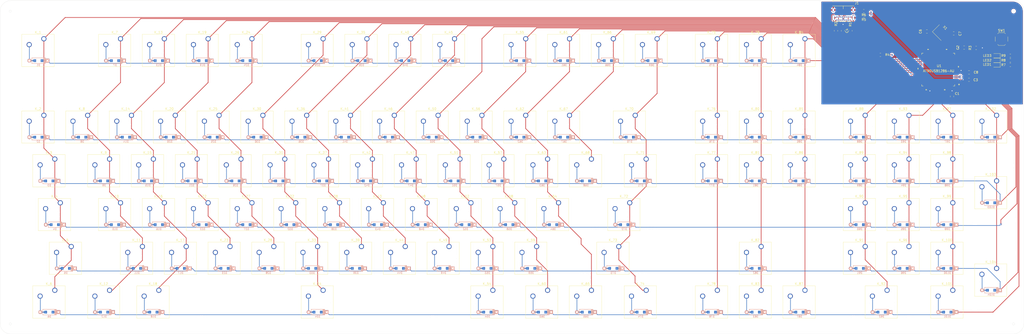
<source format=kicad_pcb>
(kicad_pcb (version 20171130) (host pcbnew "(5.1.9)-1")
  (layers (0 F.Cu signal) (31 B.Cu signal) (34 B.Paste user) (35 F.Paste user) (36 B.SilkS user) (37 F.SilkS user) (38 B.Mask user) (39 F.Mask user) (44 Edge.Cuts user))
  (net 0 "")
  (net 1 VCC)
  (net 2 "Net-(D1-Pad2)")
  (net 3 /row0)
  (net 4 "Net-(D2-Pad2)")
  (net 5 /row1)
  (net 6 "Net-(D3-Pad2)")
  (net 7 /row2)
  (net 8 "Net-(D4-Pad2)")
  (net 9 /row3)
  (net 10 "Net-(D5-Pad2)")
  (net 11 /row4)
  (net 12 "Net-(D6-Pad2)")
  (net 13 /row5)
  (net 14 "Net-(D7-Pad2)")
  (net 15 "Net-(D8-Pad2)")
  (net 16 "Net-(D9-Pad2)")
  (net 17 "Net-(D10-Pad2)")
  (net 18 "Net-(D11-Pad2)")
  (net 19 "Net-(D12-Pad2)")
  (net 20 "Net-(D13-Pad2)")
  (net 21 "Net-(D14-Pad2)")
  (net 22 "Net-(D15-Pad2)")
  (net 23 "Net-(D16-Pad2)")
  (net 24 "Net-(D17-Pad2)")
  (net 25 "Net-(D18-Pad2)")
  (net 26 "Net-(D19-Pad2)")
  (net 27 "Net-(D20-Pad2)")
  (net 28 "Net-(D21-Pad2)")
  (net 29 "Net-(D22-Pad2)")
  (net 30 "Net-(D23-Pad2)")
  (net 31 "Net-(D24-Pad2)")
  (net 32 "Net-(D25-Pad2)")
  (net 33 "Net-(D26-Pad2)")
  (net 34 "Net-(D27-Pad2)")
  (net 35 "Net-(D28-Pad2)")
  (net 36 "Net-(D29-Pad2)")
  (net 37 "Net-(D30-Pad2)")
  (net 38 "Net-(D31-Pad2)")
  (net 39 "Net-(D32-Pad2)")
  (net 40 "Net-(D33-Pad2)")
  (net 41 "Net-(D34-Pad2)")
  (net 42 "Net-(D35-Pad2)")
  (net 43 "Net-(D36-Pad2)")
  (net 44 "Net-(D37-Pad2)")
  (net 45 "Net-(D38-Pad2)")
  (net 46 "Net-(D39-Pad2)")
  (net 47 "Net-(D40-Pad2)")
  (net 48 "Net-(D41-Pad2)")
  (net 49 "Net-(D42-Pad2)")
  (net 50 "Net-(D43-Pad2)")
  (net 51 "Net-(D44-Pad2)")
  (net 52 "Net-(D45-Pad2)")
  (net 53 "Net-(D46-Pad2)")
  (net 54 "Net-(D47-Pad2)")
  (net 55 "Net-(D48-Pad2)")
  (net 56 "Net-(D49-Pad2)")
  (net 57 "Net-(D50-Pad2)")
  (net 58 "Net-(D51-Pad2)")
  (net 59 "Net-(D52-Pad2)")
  (net 60 "Net-(D53-Pad2)")
  (net 61 "Net-(D54-Pad2)")
  (net 62 "Net-(D55-Pad2)")
  (net 63 "Net-(D56-Pad2)")
  (net 64 "Net-(D57-Pad2)")
  (net 65 "Net-(D58-Pad2)")
  (net 66 "Net-(D59-Pad2)")
  (net 67 "Net-(D60-Pad2)")
  (net 68 "Net-(D61-Pad2)")
  (net 69 "Net-(D62-Pad2)")
  (net 70 "Net-(D63-Pad2)")
  (net 71 "Net-(D64-Pad2)")
  (net 72 "Net-(D65-Pad2)")
  (net 73 "Net-(D66-Pad2)")
  (net 74 "Net-(D67-Pad2)")
  (net 75 "Net-(D68-Pad2)")
  (net 76 "Net-(D69-Pad2)")
  (net 77 "Net-(D70-Pad2)")
  (net 78 "Net-(D71-Pad2)")
  (net 79 "Net-(D72-Pad2)")
  (net 80 "Net-(D73-Pad2)")
  (net 81 "Net-(D74-Pad2)")
  (net 82 "Net-(D75-Pad2)")
  (net 83 "Net-(D76-Pad2)")
  (net 84 "Net-(D77-Pad2)")
  (net 85 "Net-(D78-Pad2)")
  (net 86 "Net-(D79-Pad2)")
  (net 87 "Net-(D80-Pad2)")
  (net 88 "Net-(D81-Pad2)")
  (net 89 "Net-(D82-Pad2)")
  (net 90 "Net-(D83-Pad2)")
  (net 91 "Net-(D84-Pad2)")
  (net 92 "Net-(D85-Pad2)")
  (net 93 "Net-(D86-Pad2)")
  (net 94 "Net-(D87-Pad2)")
  (net 95 "Net-(D88-Pad2)")
  (net 96 "Net-(D89-Pad2)")
  (net 97 "Net-(D90-Pad2)")
  (net 98 "Net-(D91-Pad2)")
  (net 99 "Net-(D92-Pad2)")
  (net 100 "Net-(D93-Pad2)")
  (net 101 "Net-(D94-Pad2)")
  (net 102 "Net-(D95-Pad2)")
  (net 103 "Net-(D96-Pad2)")
  (net 104 "Net-(D97-Pad2)")
  (net 105 "Net-(D98-Pad2)")
  (net 106 "Net-(D99-Pad2)")
  (net 107 "Net-(D100-Pad2)")
  (net 108 "Net-(D101-Pad2)")
  (net 109 "Net-(D102-Pad2)")
  (net 110 "Net-(D103-Pad2)")
  (net 111 "Net-(D104-Pad2)")
  (net 112 "Net-(J1-PadA5)")
  (net 113 "Net-(J1-PadB5)")
  (net 114 /col10)
  (net 115 /col1)
  (net 116 /col2)
  (net 117 /col3)
  (net 118 /col4)
  (net 119 /col5)
  (net 120 /col6)
  (net 121 /col7)
  (net 122 /col8)
  (net 123 /col9)
  (net 124 /col13)
  (net 125 /col0)
  (net 126 /col15)
  (net 127 /col11)
  (net 128 /col12)
  (net 129 /col17)
  (net 130 /col18)
  (net 131 /col19)
  (net 132 /col20)
  (net 133 /col16)
  (net 134 "Net-(R4-Pad2)")
  (net 135 /col14)
  (net 136 "Net-(C8-Pad1)")
  (net 137 "Net-(R3-Pad1)")
  (net 138 "Net-(J1-PadA8)")
  (net 139 "Net-(J1-PadB8)")
  (net 140 "Net-(U1-Pad62)")
  (net 141 "Net-(U1-Pad32)")
  (net 142 "Net-(U1-Pad31)")
  (net 143 "Net-(U1-Pad30)")
  (net 144 "Net-(U1-Pad29)")
  (net 145 "Net-(U1-Pad28)")
  (net 146 "Net-(U1-Pad27)")
  (net 147 "Net-(U1-Pad26)")
  (net 148 "Net-(U1-Pad25)")
  (net 149 "Net-(U1-Pad19)")
  (net 150 "Net-(U1-Pad18)")
  (net 151 "Net-(U1-Pad17)")
  (net 152 "Net-(U1-Pad16)")
  (net 153 "Net-(U1-Pad15)")
  (net 154 "Net-(U1-Pad14)")
  (net 155 "Net-(U1-Pad9)")
  (net 156 GND)
  (net 157 /XTAL-)
  (net 158 /XTAL+)
  (net 159 /USB_D+)
  (net 160 /USB_D-)
  (net 161 "Net-(LED1-Pad1)")
  (net 162 /LED1)
  (net 163 /LED2)
  (net 164 "Net-(LED2-Pad1)")
  (net 165 "Net-(LED3-Pad1)")
  (net 166 /LED3)
  (net 167 "Net-(U1-Pad33)")
  (net 168 "Net-(U1-Pad34)")
  (net 169 /USB_D1+)
  (net 170 /USB_D1-)
  (module Resistor_SMD:R_0805_2012Metric_Pad1.20x1.40mm_HandSolder (layer F.Cu) (at 378.2 -129 90)
    (fp_text reference R2 (at 3 0 90) (layer F.SilkS))
    (fp_text value 5.1K)
    (pad 2 smd roundrect (at 1 0 90) (size 1.2 1.4) (layers F.Cu F.Paste F.Mask) (roundrect_rratio 0.2083325) (net 113 "Net-(J1-PadB5)"))
    (pad 1 smd roundrect (at -1 0 90) (size 1.2 1.4) (layers F.Cu F.Paste F.Mask) (roundrect_rratio 0.2083325) (net 156 GND))
  )
  (module Resistor_SMD:R_0805_2012Metric_Pad1.20x1.40mm_HandSolder (layer F.Cu) (at 384.4 -129 90)
    (fp_text reference R1 (at 2.8 0 90) (layer F.SilkS))
    (fp_text value 5.1K)
    (pad 2 smd roundrect (at 1 0 90) (size 1.2 1.4) (layers F.Cu F.Paste F.Mask) (roundrect_rratio 0.2083325) (net 112 "Net-(J1-PadA5)"))
    (pad 1 smd roundrect (at -1 0 90) (size 1.2 1.4) (layers F.Cu F.Paste F.Mask) (roundrect_rratio 0.2083325) (net 156 GND))
  )
  (module Type-C:USB_C_GCT_USB4085 (layer F.Cu) (at 381.33655 -139.74445 180)
    (fp_text reference J1 (at -5.86345 1.25555) (layer F.SilkS))
    (fp_text value USB_C_Receptacle)
    (pad A5 thru_hole circle (at -1.275 -6.1 180) (size 0.65 0.65) (drill 0.4) (layers *.Cu *.Mask) (net 112 "Net-(J1-PadA5)"))
    (pad A1 thru_hole circle (at -2.975 -6.1 180) (size 0.65 0.65) (drill 0.4) (layers *.Cu *.Mask) (net 156 GND))
    (pad A4 thru_hole circle (at -2.125 -6.1 180) (size 0.65 0.65) (drill 0.4) (layers *.Cu *.Mask) (net 1 VCC))
    (pad A6 thru_hole circle (at -0.425 -6.1 180) (size 0.65 0.65) (drill 0.4) (layers *.Cu *.Mask) (net 169 /USB_D1+))
    (pad A7 thru_hole circle (at 0.425 -6.1 180) (size 0.65 0.65) (drill 0.4) (layers *.Cu *.Mask) (net 170 /USB_D1-))
    (pad A8 thru_hole circle (at 1.275 -6.1 180) (size 0.65 0.65) (drill 0.4) (layers *.Cu *.Mask) (net 138 "Net-(J1-PadA8)"))
    (pad A9 thru_hole circle (at 2.125 -6.1 180) (size 0.65 0.65) (drill 0.4) (layers *.Cu *.Mask) (net 1 VCC))
    (pad A12 thru_hole circle (at 2.975 -6.1 180) (size 0.65 0.65) (drill 0.4) (layers *.Cu *.Mask) (net 156 GND))
    (pad B12 thru_hole circle (at -2.975 -4.775 180) (size 0.65 0.65) (drill 0.4) (layers *.Cu *.Mask) (net 156 GND))
    (pad B9 thru_hole circle (at -2.12 -4.775 180) (size 0.65 0.65) (drill 0.4) (layers *.Cu *.Mask) (net 1 VCC))
    (pad B8 thru_hole circle (at -1.27 -4.775 180) (size 0.65 0.65) (drill 0.4) (layers *.Cu *.Mask) (net 139 "Net-(J1-PadB8)"))
    (pad B7 thru_hole circle (at -0.42 -4.775 180) (size 0.65 0.65) (drill 0.4) (layers *.Cu *.Mask) (net 170 /USB_D1-))
    (pad B6 thru_hole circle (at 0.43 -4.775 180) (size 0.65 0.65) (drill 0.4) (layers *.Cu *.Mask) (net 169 /USB_D1+))
    (pad B5 thru_hole circle (at 1.28 -4.775 180) (size 0.65 0.65) (drill 0.4) (layers *.Cu *.Mask) (net 113 "Net-(J1-PadB5)"))
    (pad B4 thru_hole circle (at 2.13 -4.775 180) (size 0.65 0.65) (drill 0.4) (layers *.Cu *.Mask) (net 1 VCC))
    (pad B1 thru_hole circle (at 2.98 -4.775 180) (size 0.65 0.65) (drill 0.4) (layers *.Cu *.Mask) (net 156 GND))
    (pad S1 thru_hole oval (at -4.325 -5.12 180) (size 0.9 2.4) (drill oval 0.6 2.1) (layers *.Cu *.Mask) (net 156 GND))
    (pad S1 thru_hole oval (at 4.325 -5.12 180) (size 0.9 2.4) (drill oval 0.6 2.1) (layers *.Cu *.Mask) (net 156 GND))
    (pad S1 thru_hole oval (at -4.325 -1.74 180) (size 0.9 1.7) (drill oval 0.6 1.4) (layers *.Cu *.Mask) (net 156 GND))
    (pad S1 thru_hole oval (at 4.325 -1.74 180) (size 0.9 1.7) (drill oval 0.6 1.4) (layers *.Cu *.Mask) (net 156 GND))
  )
  (module Button_Switch_Keyboard:SW_Cherry_MX_1.00u_PCB (layer F.Cu) (at 409.75915 -92.37345)
    (fp_text reference K_93 (at -2.54 -2.794) (layer F.SilkS))
    (fp_text value KEYSW)
    (pad "" np_thru_hole circle (at 2.54 5.08) (size 1.7 1.7) (drill 1.7) (layers *.Cu *.Mask))
    (pad "" np_thru_hole circle (at -7.62 5.08) (size 1.7 1.7) (drill 1.7) (layers *.Cu *.Mask))
    (pad "" np_thru_hole circle (at -2.54 5.08) (size 4 4) (drill 4) (layers *.Cu *.Mask))
    (pad 2 thru_hole circle (at -6.35 2.54) (size 2.2 2.2) (drill 1.5) (layers *.Cu *.Mask) (net 100 "Net-(D93-Pad2)"))
    (pad 1 thru_hole circle (at 0 0) (size 2.2 2.2) (drill 1.5) (layers *.Cu *.Mask) (net 130 /col18))
  )
  (module Crystal:Crystal_SMD_SeikoEpson_TSX3225-4Pin_3.2x2.5mm_HandSoldering (layer F.Cu) (at 423.3 -128.2 315)
    (fp_text reference X1 (at 0 -2.95 135) (layer F.SilkS))
    (fp_text value Crystal_GND24)
    (pad 4 smd rect (at -1.45 -1.0875 315) (size 2.1 1.725) (layers F.Cu F.Paste F.Mask) (net 156 GND))
    (pad 3 smd rect (at 1.45 -1.0875 315) (size 2.1 1.725) (layers F.Cu F.Paste F.Mask) (net 158 /XTAL+))
    (pad 2 smd rect (at 1.45 1.0875 315) (size 2.1 1.725) (layers F.Cu F.Paste F.Mask) (net 156 GND))
    (pad 1 smd rect (at -1.45 1.0875 315) (size 2.1 1.725) (layers F.Cu F.Paste F.Mask) (net 157 /XTAL-))
  )
  (module Button_Switch_SMD:SW_SPST_TL3342 (layer F.Cu) (at 449.8 -125.4)
    (fp_text reference SW1 (at 0 -3.75) (layer F.SilkS))
    (fp_text value SW_Push)
    (pad 2 smd rect (at 3.15 1.9) (size 1.7 1) (layers F.Cu F.Paste F.Mask) (net 137 "Net-(R3-Pad1)"))
    (pad 2 smd rect (at -3.15 1.9) (size 1.7 1) (layers F.Cu F.Paste F.Mask) (net 137 "Net-(R3-Pad1)"))
    (pad 1 smd rect (at 3.15 -1.9) (size 1.7 1) (layers F.Cu F.Paste F.Mask) (net 156 GND))
    (pad 1 smd rect (at -3.15 -1.9) (size 1.7 1) (layers F.Cu F.Paste F.Mask) (net 156 GND))
  )
  (module Resistor_SMD:R_0805_2012Metric_Pad1.20x1.40mm_HandSolder (layer F.Cu) (at 397.4 -118.6)
    (fp_text reference R4 (at 3 0) (layer F.SilkS))
    (fp_text value 10k)
    (pad 2 smd roundrect (at 1 0) (size 1.2 1.4) (layers F.Cu F.Paste F.Mask) (roundrect_rratio 0.2083325) (net 134 "Net-(R4-Pad2)"))
    (pad 1 smd roundrect (at -1 0) (size 1.2 1.4) (layers F.Cu F.Paste F.Mask) (roundrect_rratio 0.2083325) (net 156 GND))
  )
  (module Resistor_SMD:R_0805_2012Metric_Pad1.20x1.40mm_HandSolder (layer F.Cu) (at 438.8 -121.6)
    (fp_text reference R3 (at -2.6 0 -90) (layer F.SilkS))
    (fp_text value 10k)
    (pad 2 smd roundrect (at 1 0) (size 1.2 1.4) (layers F.Cu F.Paste F.Mask) (roundrect_rratio 0.2083325) (net 1 VCC))
    (pad 1 smd roundrect (at -1 0) (size 1.2 1.4) (layers F.Cu F.Paste F.Mask) (roundrect_rratio 0.2083325) (net 137 "Net-(R3-Pad1)"))
  )
  (module Button_Switch_Keyboard:SW_Cherry_MX_1.00u_PCB (layer F.Cu) (at 78.16215 -35.52825)
    (fp_text reference K_11 (at -2.54 -2.794) (layer F.SilkS))
    (fp_text value KEYSW)
    (pad "" np_thru_hole circle (at 2.54 5.08) (size 1.7 1.7) (drill 1.7) (layers *.Cu *.Mask))
    (pad "" np_thru_hole circle (at -7.62 5.08) (size 1.7 1.7) (drill 1.7) (layers *.Cu *.Mask))
    (pad "" np_thru_hole circle (at -2.54 5.08) (size 4 4) (drill 4) (layers *.Cu *.Mask))
    (pad 2 thru_hole circle (at -6.35 2.54) (size 2.2 2.2) (drill 1.5) (layers *.Cu *.Mask) (net 18 "Net-(D11-Pad2)"))
    (pad 1 thru_hole circle (at 0 0) (size 2.2 2.2) (drill 1.5) (layers *.Cu *.Mask) (net 115 /col1))
  )
  (module Button_Switch_Keyboard:SW_Cherry_MX_1.00u_PCB (layer F.Cu) (at 158.69285 -73.42505)
    (fp_text reference K_37 (at -2.54 -2.794) (layer F.SilkS))
    (fp_text value KEYSW)
    (pad "" np_thru_hole circle (at 2.54 5.08) (size 1.7 1.7) (drill 1.7) (layers *.Cu *.Mask))
    (pad "" np_thru_hole circle (at -7.62 5.08) (size 1.7 1.7) (drill 1.7) (layers *.Cu *.Mask))
    (pad "" np_thru_hole circle (at -2.54 5.08) (size 4 4) (drill 4) (layers *.Cu *.Mask))
    (pad 2 thru_hole circle (at -6.35 2.54) (size 2.2 2.2) (drill 1.5) (layers *.Cu *.Mask) (net 44 "Net-(D37-Pad2)"))
    (pad 1 thru_hole circle (at 0 0) (size 2.2 2.2) (drill 1.5) (layers *.Cu *.Mask) (net 120 /col6))
  )
  (module Button_Switch_Keyboard:SW_Cherry_MX_1.00u_PCB (layer F.Cu) (at 97.11055 -35.52825)
    (fp_text reference K_17 (at -2.54 -2.794) (layer F.SilkS))
    (fp_text value KEYSW)
    (pad "" np_thru_hole circle (at 2.54 5.08) (size 1.7 1.7) (drill 1.7) (layers *.Cu *.Mask))
    (pad "" np_thru_hole circle (at -7.62 5.08) (size 1.7 1.7) (drill 1.7) (layers *.Cu *.Mask))
    (pad "" np_thru_hole circle (at -2.54 5.08) (size 4 4) (drill 4) (layers *.Cu *.Mask))
    (pad 2 thru_hole circle (at -6.35 2.54) (size 2.2 2.2) (drill 1.5) (layers *.Cu *.Mask) (net 24 "Net-(D17-Pad2)"))
    (pad 1 thru_hole circle (at 0 0) (size 2.2 2.2) (drill 1.5) (layers *.Cu *.Mask) (net 116 /col2))
  )
  (module Button_Switch_Keyboard:SW_Cherry_MX_1.00u_PCB (layer F.Cu) (at 63.95085 -16.57985)
    (fp_text reference K_12 (at -2.54 -2.794) (layer F.SilkS))
    (fp_text value KEYSW)
    (pad "" np_thru_hole circle (at 2.54 5.08) (size 1.7 1.7) (drill 1.7) (layers *.Cu *.Mask))
    (pad "" np_thru_hole circle (at -7.62 5.08) (size 1.7 1.7) (drill 1.7) (layers *.Cu *.Mask))
    (pad "" np_thru_hole circle (at -2.54 5.08) (size 4 4) (drill 4) (layers *.Cu *.Mask))
    (pad 2 thru_hole circle (at -6.35 2.54) (size 2.2 2.2) (drill 1.5) (layers *.Cu *.Mask) (net 19 "Net-(D12-Pad2)"))
    (pad 1 thru_hole circle (at 0 0) (size 2.2 2.2) (drill 1.5) (layers *.Cu *.Mask) (net 115 /col1))
  )
  (module Button_Switch_Keyboard:SW_Cherry_MX_1.00u_PCB (layer F.Cu) (at 82.89925 -73.42505)
    (fp_text reference K_15 (at -2.54 -2.794) (layer F.SilkS))
    (fp_text value KEYSW)
    (pad "" np_thru_hole circle (at 2.54 5.08) (size 1.7 1.7) (drill 1.7) (layers *.Cu *.Mask))
    (pad "" np_thru_hole circle (at -7.62 5.08) (size 1.7 1.7) (drill 1.7) (layers *.Cu *.Mask))
    (pad "" np_thru_hole circle (at -2.54 5.08) (size 4 4) (drill 4) (layers *.Cu *.Mask))
    (pad 2 thru_hole circle (at -6.35 2.54) (size 2.2 2.2) (drill 1.5) (layers *.Cu *.Mask) (net 22 "Net-(D15-Pad2)"))
    (pad 1 thru_hole circle (at 0 0) (size 2.2 2.2) (drill 1.5) (layers *.Cu *.Mask) (net 116 /col2))
  )
  (module Button_Switch_Keyboard:SW_Cherry_MX_1.50u_PCB (layer F.Cu) (at 296.06875 -73.42505)
    (fp_text reference K_71 (at -2.54 -2.794) (layer F.SilkS))
    (fp_text value KEYSW)
    (pad "" np_thru_hole circle (at 2.54 5.08) (size 1.7 1.7) (drill 1.7) (layers *.Cu *.Mask))
    (pad "" np_thru_hole circle (at -7.62 5.08) (size 1.7 1.7) (drill 1.7) (layers *.Cu *.Mask))
    (pad "" np_thru_hole circle (at -2.54 5.08) (size 4 4) (drill 4) (layers *.Cu *.Mask))
    (pad 2 thru_hole circle (at -6.35 2.54) (size 2.2 2.2) (drill 1.5) (layers *.Cu *.Mask) (net 78 "Net-(D71-Pad2)"))
    (pad 1 thru_hole circle (at 0 0) (size 2.2 2.2) (drill 1.5) (layers *.Cu *.Mask) (net 124 /col13))
  )
  (module Button_Switch_Keyboard:SW_Cherry_MX_1.00u_PCB (layer F.Cu) (at 135.00735 -35.52825)
    (fp_text reference K_28 (at -2.54 -2.794) (layer F.SilkS))
    (fp_text value KEYSW)
    (pad "" np_thru_hole circle (at 2.54 5.08) (size 1.7 1.7) (drill 1.7) (layers *.Cu *.Mask))
    (pad "" np_thru_hole circle (at -7.62 5.08) (size 1.7 1.7) (drill 1.7) (layers *.Cu *.Mask))
    (pad "" np_thru_hole circle (at -2.54 5.08) (size 4 4) (drill 4) (layers *.Cu *.Mask))
    (pad 2 thru_hole circle (at -6.35 2.54) (size 2.2 2.2) (drill 1.5) (layers *.Cu *.Mask) (net 35 "Net-(D28-Pad2)"))
    (pad 1 thru_hole circle (at 0 0) (size 2.2 2.2) (drill 1.5) (layers *.Cu *.Mask) (net 118 /col4))
  )
  (module Button_Switch_Keyboard:SW_Cherry_MX_1.00u_PCB (layer F.Cu) (at 345.8083 -35.52825)
    (fp_text reference K_82 (at -2.54 -2.794) (layer F.SilkS))
    (fp_text value KEYSW)
    (pad "" np_thru_hole circle (at 2.54 5.08) (size 1.7 1.7) (drill 1.7) (layers *.Cu *.Mask))
    (pad "" np_thru_hole circle (at -7.62 5.08) (size 1.7 1.7) (drill 1.7) (layers *.Cu *.Mask))
    (pad "" np_thru_hole circle (at -2.54 5.08) (size 4 4) (drill 4) (layers *.Cu *.Mask))
    (pad 2 thru_hole circle (at -6.35 2.54) (size 2.2 2.2) (drill 1.5) (layers *.Cu *.Mask) (net 89 "Net-(D82-Pad2)"))
    (pad 1 thru_hole circle (at 0 0) (size 2.2 2.2) (drill 1.5) (layers *.Cu *.Mask) (net 126 /col15))
  )
  (module Button_Switch_Keyboard:SW_Cherry_MX_1.00u_PCB (layer F.Cu) (at 243.96065 -92.37345)
    (fp_text reference K_62 (at -2.54 -2.794) (layer F.SilkS))
    (fp_text value KEYSW)
    (pad "" np_thru_hole circle (at 2.54 5.08) (size 1.7 1.7) (drill 1.7) (layers *.Cu *.Mask))
    (pad "" np_thru_hole circle (at -7.62 5.08) (size 1.7 1.7) (drill 1.7) (layers *.Cu *.Mask))
    (pad "" np_thru_hole circle (at -2.54 5.08) (size 4 4) (drill 4) (layers *.Cu *.Mask))
    (pad 2 thru_hole circle (at -6.35 2.54) (size 2.2 2.2) (drill 1.5) (layers *.Cu *.Mask) (net 69 "Net-(D62-Pad2)"))
    (pad 1 thru_hole circle (at 0 0) (size 2.2 2.2) (drill 1.5) (layers *.Cu *.Mask) (net 127 /col11))
  )
  (module Button_Switch_Keyboard:SW_Cherry_MX_1.00u_PCB (layer F.Cu) (at 177.64125 -73.42505)
    (fp_text reference K_42 (at -2.54 -2.794) (layer F.SilkS))
    (fp_text value KEYSW)
    (pad "" np_thru_hole circle (at 2.54 5.08) (size 1.7 1.7) (drill 1.7) (layers *.Cu *.Mask))
    (pad "" np_thru_hole circle (at -7.62 5.08) (size 1.7 1.7) (drill 1.7) (layers *.Cu *.Mask))
    (pad "" np_thru_hole circle (at -2.54 5.08) (size 4 4) (drill 4) (layers *.Cu *.Mask))
    (pad 2 thru_hole circle (at -6.35 2.54) (size 2.2 2.2) (drill 1.5) (layers *.Cu *.Mask) (net 49 "Net-(D42-Pad2)"))
    (pad 1 thru_hole circle (at 0 0) (size 2.2 2.2) (drill 1.5) (layers *.Cu *.Mask) (net 121 /col7))
  )
  (module Button_Switch_Keyboard:SW_Cherry_MX_1.00u_PCB (layer F.Cu) (at 35.52825 -92.37345)
    (fp_text reference K_2 (at -2.54 -2.794) (layer F.SilkS))
    (fp_text value KEYSW)
    (pad "" np_thru_hole circle (at 2.54 5.08) (size 1.7 1.7) (drill 1.7) (layers *.Cu *.Mask))
    (pad "" np_thru_hole circle (at -7.62 5.08) (size 1.7 1.7) (drill 1.7) (layers *.Cu *.Mask))
    (pad "" np_thru_hole circle (at -2.54 5.08) (size 4 4) (drill 4) (layers *.Cu *.Mask))
    (pad 2 thru_hole circle (at -6.35 2.54) (size 2.2 2.2) (drill 1.5) (layers *.Cu *.Mask) (net 4 "Net-(D2-Pad2)"))
    (pad 1 thru_hole circle (at 0 0) (size 2.2 2.2) (drill 1.5) (layers *.Cu *.Mask) (net 125 /col0))
  )
  (module Button_Switch_Keyboard:SW_Cherry_MX_1.50u_PCB (layer F.Cu) (at 40.26535 -73.42505)
    (fp_text reference K_3 (at -2.54 -2.794) (layer F.SilkS))
    (fp_text value KEYSW)
    (pad "" np_thru_hole circle (at 2.54 5.08) (size 1.7 1.7) (drill 1.7) (layers *.Cu *.Mask))
    (pad "" np_thru_hole circle (at -7.62 5.08) (size 1.7 1.7) (drill 1.7) (layers *.Cu *.Mask))
    (pad "" np_thru_hole circle (at -2.54 5.08) (size 4 4) (drill 4) (layers *.Cu *.Mask))
    (pad 2 thru_hole circle (at -6.35 2.54) (size 2.2 2.2) (drill 1.5) (layers *.Cu *.Mask) (net 6 "Net-(D3-Pad2)"))
    (pad 1 thru_hole circle (at 0 0) (size 2.2 2.2) (drill 1.5) (layers *.Cu *.Mask) (net 125 /col0))
  )
  (module Button_Switch_Keyboard:SW_Cherry_MX_1.00u_PCB (layer F.Cu) (at 139.74445 -73.42505)
    (fp_text reference K_31 (at -2.54 -2.794) (layer F.SilkS))
    (fp_text value KEYSW)
    (pad "" np_thru_hole circle (at 2.54 5.08) (size 1.7 1.7) (drill 1.7) (layers *.Cu *.Mask))
    (pad "" np_thru_hole circle (at -7.62 5.08) (size 1.7 1.7) (drill 1.7) (layers *.Cu *.Mask))
    (pad "" np_thru_hole circle (at -2.54 5.08) (size 4 4) (drill 4) (layers *.Cu *.Mask))
    (pad 2 thru_hole circle (at -6.35 2.54) (size 2.2 2.2) (drill 1.5) (layers *.Cu *.Mask) (net 38 "Net-(D31-Pad2)"))
    (pad 1 thru_hole circle (at 0 0) (size 2.2 2.2) (drill 1.5) (layers *.Cu *.Mask) (net 119 /col5))
  )
  (module Button_Switch_Keyboard:SW_Cherry_MX_6.25u_PCB (layer F.Cu) (at 156.3243 -16.57985)
    (fp_text reference K_34 (at -2.54 -2.794) (layer F.SilkS))
    (fp_text value KEYSW)
    (pad "" np_thru_hole circle (at 47.46 -1.92) (size 3.05 3.05) (drill 3.05) (layers *.Cu *.Mask))
    (pad "" np_thru_hole circle (at -52.54 -1.92) (size 3.05 3.05) (drill 3.05) (layers *.Cu *.Mask))
    (pad "" np_thru_hole circle (at -52.54 13.32) (size 4 4) (drill 4) (layers *.Cu *.Mask))
    (pad "" np_thru_hole circle (at 47.46 13.32) (size 4 4) (drill 4) (layers *.Cu *.Mask))
    (pad "" np_thru_hole circle (at 2.54 5.08) (size 1.7 1.7) (drill 1.7) (layers *.Cu *.Mask))
    (pad "" np_thru_hole circle (at -7.62 5.08) (size 1.7 1.7) (drill 1.7) (layers *.Cu *.Mask))
    (pad "" np_thru_hole circle (at -2.54 5.08) (size 4 4) (drill 4) (layers *.Cu *.Mask))
    (pad 2 thru_hole circle (at -6.35 2.54) (size 2.2 2.2) (drill 1.5) (layers *.Cu *.Mask) (net 41 "Net-(D34-Pad2)"))
    (pad 1 thru_hole circle (at 0 0) (size 2.2 2.2) (drill 1.5) (layers *.Cu *.Mask) (net 119 /col5))
  )
  (module Button_Switch_Keyboard:SW_Cherry_MX_1.00u_PCB (layer F.Cu) (at 239.22355 -54.47665)
    (fp_text reference K_58 (at -2.54 -2.794) (layer F.SilkS))
    (fp_text value KEYSW)
    (pad "" np_thru_hole circle (at 2.54 5.08) (size 1.7 1.7) (drill 1.7) (layers *.Cu *.Mask))
    (pad "" np_thru_hole circle (at -7.62 5.08) (size 1.7 1.7) (drill 1.7) (layers *.Cu *.Mask))
    (pad "" np_thru_hole circle (at -2.54 5.08) (size 4 4) (drill 4) (layers *.Cu *.Mask))
    (pad 2 thru_hole circle (at -6.35 2.54) (size 2.2 2.2) (drill 1.5) (layers *.Cu *.Mask) (net 65 "Net-(D58-Pad2)"))
    (pad 1 thru_hole circle (at 0 0) (size 2.2 2.2) (drill 1.5) (layers *.Cu *.Mask) (net 114 /col10))
  )
  (module Button_Switch_Keyboard:SW_Cherry_MX_1.00u_PCB (layer F.Cu) (at 345.8083 -125.53315)
    (fp_text reference K_79 (at -2.54 -2.794) (layer F.SilkS))
    (fp_text value KEYSW)
    (pad "" np_thru_hole circle (at 2.54 5.08) (size 1.7 1.7) (drill 1.7) (layers *.Cu *.Mask))
    (pad "" np_thru_hole circle (at -7.62 5.08) (size 1.7 1.7) (drill 1.7) (layers *.Cu *.Mask))
    (pad "" np_thru_hole circle (at -2.54 5.08) (size 4 4) (drill 4) (layers *.Cu *.Mask))
    (pad 2 thru_hole circle (at -6.35 2.54) (size 2.2 2.2) (drill 1.5) (layers *.Cu *.Mask) (net 86 "Net-(D79-Pad2)"))
    (pad 1 thru_hole circle (at 0 0) (size 2.2 2.2) (drill 1.5) (layers *.Cu *.Mask) (net 126 /col15))
  )
  (module Button_Switch_Keyboard:SW_Cherry_MX_1.00u_PCB (layer F.Cu) (at 87.63635 -54.47665)
    (fp_text reference K_16 (at -2.54 -2.794) (layer F.SilkS))
    (fp_text value KEYSW)
    (pad "" np_thru_hole circle (at 2.54 5.08) (size 1.7 1.7) (drill 1.7) (layers *.Cu *.Mask))
    (pad "" np_thru_hole circle (at -7.62 5.08) (size 1.7 1.7) (drill 1.7) (layers *.Cu *.Mask))
    (pad "" np_thru_hole circle (at -2.54 5.08) (size 4 4) (drill 4) (layers *.Cu *.Mask))
    (pad 2 thru_hole circle (at -6.35 2.54) (size 2.2 2.2) (drill 1.5) (layers *.Cu *.Mask) (net 23 "Net-(D16-Pad2)"))
    (pad 1 thru_hole circle (at 0 0) (size 2.2 2.2) (drill 1.5) (layers *.Cu *.Mask) (net 116 /col2))
  )
  (module Button_Switch_Keyboard:SW_Cherry_MX_2.75u_PCB (layer F.Cu) (at 284.226 -35.52825)
    (fp_text reference K_73 (at -2.54 -2.794) (layer F.SilkS))
    (fp_text value KEYSW)
    (pad "" np_thru_hole circle (at 9.36 -1.92) (size 3.05 3.05) (drill 3.05) (layers *.Cu *.Mask))
    (pad "" np_thru_hole circle (at -14.44 -1.92) (size 3.05 3.05) (drill 3.05) (layers *.Cu *.Mask))
    (pad "" np_thru_hole circle (at -14.44 13.32) (size 4 4) (drill 4) (layers *.Cu *.Mask))
    (pad "" np_thru_hole circle (at 9.36 13.32) (size 4 4) (drill 4) (layers *.Cu *.Mask))
    (pad "" np_thru_hole circle (at 2.54 5.08) (size 1.7 1.7) (drill 1.7) (layers *.Cu *.Mask))
    (pad "" np_thru_hole circle (at -7.62 5.08) (size 1.7 1.7) (drill 1.7) (layers *.Cu *.Mask))
    (pad "" np_thru_hole circle (at -2.54 5.08) (size 4 4) (drill 4) (layers *.Cu *.Mask))
    (pad 2 thru_hole circle (at -6.35 2.54) (size 2.2 2.2) (drill 1.5) (layers *.Cu *.Mask) (net 80 "Net-(D73-Pad2)"))
    (pad 1 thru_hole circle (at 0 0) (size 2.2 2.2) (drill 1.5) (layers *.Cu *.Mask) (net 124 /col13))
  )
  (module Button_Switch_Keyboard:SW_Cherry_MX_1.50u_PCB (layer F.Cu) (at 296.06875 -16.57985)
    (fp_text reference K_74 (at -2.54 -2.794) (layer F.SilkS))
    (fp_text value KEYSW)
    (pad "" np_thru_hole circle (at 2.54 5.08) (size 1.7 1.7) (drill 1.7) (layers *.Cu *.Mask))
    (pad "" np_thru_hole circle (at -7.62 5.08) (size 1.7 1.7) (drill 1.7) (layers *.Cu *.Mask))
    (pad "" np_thru_hole circle (at -2.54 5.08) (size 4 4) (drill 4) (layers *.Cu *.Mask))
    (pad 2 thru_hole circle (at -6.35 2.54) (size 2.2 2.2) (drill 1.5) (layers *.Cu *.Mask) (net 81 "Net-(D74-Pad2)"))
    (pad 1 thru_hole circle (at 0 0) (size 2.2 2.2) (drill 1.5) (layers *.Cu *.Mask) (net 124 /col13))
  )
  (module Button_Switch_Keyboard:SW_Cherry_MX_1.00u_PCB (layer F.Cu) (at 364.7567 -16.57985)
    (fp_text reference K_87 (at -2.54 -2.794) (layer F.SilkS))
    (fp_text value KEYSW)
    (pad "" np_thru_hole circle (at 2.54 5.08) (size 1.7 1.7) (drill 1.7) (layers *.Cu *.Mask))
    (pad "" np_thru_hole circle (at -7.62 5.08) (size 1.7 1.7) (drill 1.7) (layers *.Cu *.Mask))
    (pad "" np_thru_hole circle (at -2.54 5.08) (size 4 4) (drill 4) (layers *.Cu *.Mask))
    (pad 2 thru_hole circle (at -6.35 2.54) (size 2.2 2.2) (drill 1.5) (layers *.Cu *.Mask) (net 94 "Net-(D87-Pad2)"))
    (pad 1 thru_hole circle (at 0 0) (size 2.2 2.2) (drill 1.5) (layers *.Cu *.Mask) (net 133 /col16))
  )
  (module Button_Switch_Keyboard:SW_Cherry_MX_1.50u_PCB (layer F.Cu) (at 229.74935 -16.57985)
    (fp_text reference K_54 (at -2.54 -2.794) (layer F.SilkS))
    (fp_text value KEYSW)
    (pad "" np_thru_hole circle (at 2.54 5.08) (size 1.7 1.7) (drill 1.7) (layers *.Cu *.Mask))
    (pad "" np_thru_hole circle (at -7.62 5.08) (size 1.7 1.7) (drill 1.7) (layers *.Cu *.Mask))
    (pad "" np_thru_hole circle (at -2.54 5.08) (size 4 4) (drill 4) (layers *.Cu *.Mask))
    (pad 2 thru_hole circle (at -6.35 2.54) (size 2.2 2.2) (drill 1.5) (layers *.Cu *.Mask) (net 61 "Net-(D54-Pad2)"))
    (pad 1 thru_hole circle (at 0 0) (size 2.2 2.2) (drill 1.5) (layers *.Cu *.Mask) (net 123 /col9))
  )
  (module Button_Switch_Keyboard:SW_Cherry_MX_1.00u_PCB (layer F.Cu) (at 272.38325 -73.42505)
    (fp_text reference K_68 (at -2.54 -2.794) (layer F.SilkS))
    (fp_text value KEYSW)
    (pad "" np_thru_hole circle (at 2.54 5.08) (size 1.7 1.7) (drill 1.7) (layers *.Cu *.Mask))
    (pad "" np_thru_hole circle (at -7.62 5.08) (size 1.7 1.7) (drill 1.7) (layers *.Cu *.Mask))
    (pad "" np_thru_hole circle (at -2.54 5.08) (size 4 4) (drill 4) (layers *.Cu *.Mask))
    (pad 2 thru_hole circle (at -6.35 2.54) (size 2.2 2.2) (drill 1.5) (layers *.Cu *.Mask) (net 75 "Net-(D68-Pad2)"))
    (pad 1 thru_hole circle (at 0 0) (size 2.2 2.2) (drill 1.5) (layers *.Cu *.Mask) (net 128 /col12))
  )
  (module Button_Switch_Keyboard:SW_Cherry_MX_1.00u_PCB (layer F.Cu) (at 229.74935 -35.52825)
    (fp_text reference K_53 (at -2.54 -2.794) (layer F.SilkS))
    (fp_text value KEYSW)
    (pad "" np_thru_hole circle (at 2.54 5.08) (size 1.7 1.7) (drill 1.7) (layers *.Cu *.Mask))
    (pad "" np_thru_hole circle (at -7.62 5.08) (size 1.7 1.7) (drill 1.7) (layers *.Cu *.Mask))
    (pad "" np_thru_hole circle (at -2.54 5.08) (size 4 4) (drill 4) (layers *.Cu *.Mask))
    (pad 2 thru_hole circle (at -6.35 2.54) (size 2.2 2.2) (drill 1.5) (layers *.Cu *.Mask) (net 60 "Net-(D53-Pad2)"))
    (pad 1 thru_hole circle (at 0 0) (size 2.2 2.2) (drill 1.5) (layers *.Cu *.Mask) (net 123 /col9))
  )
  (module Button_Switch_Keyboard:SW_Cherry_MX_1.00u_PCB (layer F.Cu) (at 120.79605 -73.42505)
    (fp_text reference K_26 (at -2.54 -2.794) (layer F.SilkS))
    (fp_text value KEYSW)
    (pad "" np_thru_hole circle (at 2.54 5.08) (size 1.7 1.7) (drill 1.7) (layers *.Cu *.Mask))
    (pad "" np_thru_hole circle (at -7.62 5.08) (size 1.7 1.7) (drill 1.7) (layers *.Cu *.Mask))
    (pad "" np_thru_hole circle (at -2.54 5.08) (size 4 4) (drill 4) (layers *.Cu *.Mask))
    (pad 2 thru_hole circle (at -6.35 2.54) (size 2.2 2.2) (drill 1.5) (layers *.Cu *.Mask) (net 33 "Net-(D26-Pad2)"))
    (pad 1 thru_hole circle (at 0 0) (size 2.2 2.2) (drill 1.5) (layers *.Cu *.Mask) (net 118 /col4))
  )
  (module Button_Switch_Keyboard:SW_Cherry_MX_1.00u_PCB (layer F.Cu) (at 258.17195 -54.47665)
    (fp_text reference K_64 (at -2.54 -2.794) (layer F.SilkS))
    (fp_text value KEYSW)
    (pad "" np_thru_hole circle (at 2.54 5.08) (size 1.7 1.7) (drill 1.7) (layers *.Cu *.Mask))
    (pad "" np_thru_hole circle (at -7.62 5.08) (size 1.7 1.7) (drill 1.7) (layers *.Cu *.Mask))
    (pad "" np_thru_hole circle (at -2.54 5.08) (size 4 4) (drill 4) (layers *.Cu *.Mask))
    (pad 2 thru_hole circle (at -6.35 2.54) (size 2.2 2.2) (drill 1.5) (layers *.Cu *.Mask) (net 71 "Net-(D64-Pad2)"))
    (pad 1 thru_hole circle (at 0 0) (size 2.2 2.2) (drill 1.5) (layers *.Cu *.Mask) (net 127 /col11))
  )
  (module Button_Switch_Keyboard:SW_Cherry_MX_1.00u_PCB (layer F.Cu) (at 248.69775 -35.52825)
    (fp_text reference K_59 (at -2.54 -2.794) (layer F.SilkS))
    (fp_text value KEYSW)
    (pad "" np_thru_hole circle (at 2.54 5.08) (size 1.7 1.7) (drill 1.7) (layers *.Cu *.Mask))
    (pad "" np_thru_hole circle (at -7.62 5.08) (size 1.7 1.7) (drill 1.7) (layers *.Cu *.Mask))
    (pad "" np_thru_hole circle (at -2.54 5.08) (size 4 4) (drill 4) (layers *.Cu *.Mask))
    (pad 2 thru_hole circle (at -6.35 2.54) (size 2.2 2.2) (drill 1.5) (layers *.Cu *.Mask) (net 66 "Net-(D59-Pad2)"))
    (pad 1 thru_hole circle (at 0 0) (size 2.2 2.2) (drill 1.5) (layers *.Cu *.Mask) (net 114 /col10))
  )
  (module Button_Switch_Keyboard:SW_Cherry_MX_1.00u_PCB (layer F.Cu) (at 63.95085 -73.42505)
    (fp_text reference K_9 (at -2.54 -2.794) (layer F.SilkS))
    (fp_text value KEYSW)
    (pad "" np_thru_hole circle (at 2.54 5.08) (size 1.7 1.7) (drill 1.7) (layers *.Cu *.Mask))
    (pad "" np_thru_hole circle (at -7.62 5.08) (size 1.7 1.7) (drill 1.7) (layers *.Cu *.Mask))
    (pad "" np_thru_hole circle (at -2.54 5.08) (size 4 4) (drill 4) (layers *.Cu *.Mask))
    (pad 2 thru_hole circle (at -6.35 2.54) (size 2.2 2.2) (drill 1.5) (layers *.Cu *.Mask) (net 16 "Net-(D9-Pad2)"))
    (pad 1 thru_hole circle (at 0 0) (size 2.2 2.2) (drill 1.5) (layers *.Cu *.Mask) (net 115 /col1))
  )
  (module Button_Switch_Keyboard:SW_Cherry_MX_1.00u_PCB (layer F.Cu) (at 326.8599 -125.53315)
    (fp_text reference K_75 (at -2.54 -2.794) (layer F.SilkS))
    (fp_text value KEYSW)
    (pad "" np_thru_hole circle (at 2.54 5.08) (size 1.7 1.7) (drill 1.7) (layers *.Cu *.Mask))
    (pad "" np_thru_hole circle (at -7.62 5.08) (size 1.7 1.7) (drill 1.7) (layers *.Cu *.Mask))
    (pad "" np_thru_hole circle (at -2.54 5.08) (size 4 4) (drill 4) (layers *.Cu *.Mask))
    (pad 2 thru_hole circle (at -6.35 2.54) (size 2.2 2.2) (drill 1.5) (layers *.Cu *.Mask) (net 82 "Net-(D75-Pad2)"))
    (pad 1 thru_hole circle (at 0 0) (size 2.2 2.2) (drill 1.5) (layers *.Cu *.Mask) (net 135 /col14))
  )
  (module Button_Switch_Keyboard:SW_Cherry_MX_1.00u_PCB (layer F.Cu) (at 262.90905 -92.37345)
    (fp_text reference K_67 (at -2.54 -2.794) (layer F.SilkS))
    (fp_text value KEYSW)
    (pad "" np_thru_hole circle (at 2.54 5.08) (size 1.7 1.7) (drill 1.7) (layers *.Cu *.Mask))
    (pad "" np_thru_hole circle (at -7.62 5.08) (size 1.7 1.7) (drill 1.7) (layers *.Cu *.Mask))
    (pad "" np_thru_hole circle (at -2.54 5.08) (size 4 4) (drill 4) (layers *.Cu *.Mask))
    (pad 2 thru_hole circle (at -6.35 2.54) (size 2.2 2.2) (drill 1.5) (layers *.Cu *.Mask) (net 74 "Net-(D67-Pad2)"))
    (pad 1 thru_hole circle (at 0 0) (size 2.2 2.2) (drill 1.5) (layers *.Cu *.Mask) (net 128 /col12))
  )
  (module Button_Switch_Keyboard:SW_Cherry_MX_1.00u_PCB (layer F.Cu) (at 364.7567 -125.53315)
    (fp_text reference K_84 (at -2.54 -2.794) (layer F.SilkS))
    (fp_text value KEYSW)
    (pad "" np_thru_hole circle (at 2.54 5.08) (size 1.7 1.7) (drill 1.7) (layers *.Cu *.Mask))
    (pad "" np_thru_hole circle (at -7.62 5.08) (size 1.7 1.7) (drill 1.7) (layers *.Cu *.Mask))
    (pad "" np_thru_hole circle (at -2.54 5.08) (size 4 4) (drill 4) (layers *.Cu *.Mask))
    (pad 2 thru_hole circle (at -6.35 2.54) (size 2.2 2.2) (drill 1.5) (layers *.Cu *.Mask) (net 91 "Net-(D84-Pad2)"))
    (pad 1 thru_hole circle (at 0 0) (size 2.2 2.2) (drill 1.5) (layers *.Cu *.Mask) (net 133 /col16))
  )
  (module Button_Switch_Keyboard:SW_Cherry_MX_1.00u_PCB (layer F.Cu) (at 364.7567 -92.37345)
    (fp_text reference K_85 (at -2.54 -2.794) (layer F.SilkS))
    (fp_text value KEYSW)
    (pad "" np_thru_hole circle (at 2.54 5.08) (size 1.7 1.7) (drill 1.7) (layers *.Cu *.Mask))
    (pad "" np_thru_hole circle (at -7.62 5.08) (size 1.7 1.7) (drill 1.7) (layers *.Cu *.Mask))
    (pad "" np_thru_hole circle (at -2.54 5.08) (size 4 4) (drill 4) (layers *.Cu *.Mask))
    (pad 2 thru_hole circle (at -6.35 2.54) (size 2.2 2.2) (drill 1.5) (layers *.Cu *.Mask) (net 92 "Net-(D85-Pad2)"))
    (pad 1 thru_hole circle (at 0 0) (size 2.2 2.2) (drill 1.5) (layers *.Cu *.Mask) (net 133 /col16))
  )
  (module Button_Switch_Keyboard:SW_Cherry_MX_1.00u_PCB (layer F.Cu) (at 364.7567 -73.42505)
    (fp_text reference K_86 (at -2.54 -2.794) (layer F.SilkS))
    (fp_text value KEYSW)
    (pad "" np_thru_hole circle (at 2.54 5.08) (size 1.7 1.7) (drill 1.7) (layers *.Cu *.Mask))
    (pad "" np_thru_hole circle (at -7.62 5.08) (size 1.7 1.7) (drill 1.7) (layers *.Cu *.Mask))
    (pad "" np_thru_hole circle (at -2.54 5.08) (size 4 4) (drill 4) (layers *.Cu *.Mask))
    (pad 2 thru_hole circle (at -6.35 2.54) (size 2.2 2.2) (drill 1.5) (layers *.Cu *.Mask) (net 93 "Net-(D86-Pad2)"))
    (pad 1 thru_hole circle (at 0 0) (size 2.2 2.2) (drill 1.5) (layers *.Cu *.Mask) (net 133 /col16))
  )
  (module Button_Switch_Keyboard:SW_Cherry_MX_1.00u_PCB (layer F.Cu) (at 234.48645 -73.42505)
    (fp_text reference K_57 (at -2.54 -2.794) (layer F.SilkS))
    (fp_text value KEYSW)
    (pad "" np_thru_hole circle (at 2.54 5.08) (size 1.7 1.7) (drill 1.7) (layers *.Cu *.Mask))
    (pad "" np_thru_hole circle (at -7.62 5.08) (size 1.7 1.7) (drill 1.7) (layers *.Cu *.Mask))
    (pad "" np_thru_hole circle (at -2.54 5.08) (size 4 4) (drill 4) (layers *.Cu *.Mask))
    (pad 2 thru_hole circle (at -6.35 2.54) (size 2.2 2.2) (drill 1.5) (layers *.Cu *.Mask) (net 64 "Net-(D57-Pad2)"))
    (pad 1 thru_hole circle (at 0 0) (size 2.2 2.2) (drill 1.5) (layers *.Cu *.Mask) (net 114 /col10))
  )
  (module Button_Switch_Keyboard:SW_Cherry_MX_1.00u_PCB (layer F.Cu) (at 215.53805 -73.42505)
    (fp_text reference K_51 (at -2.54 -2.794) (layer F.SilkS))
    (fp_text value KEYSW)
    (pad "" np_thru_hole circle (at 2.54 5.08) (size 1.7 1.7) (drill 1.7) (layers *.Cu *.Mask))
    (pad "" np_thru_hole circle (at -7.62 5.08) (size 1.7 1.7) (drill 1.7) (layers *.Cu *.Mask))
    (pad "" np_thru_hole circle (at -2.54 5.08) (size 4 4) (drill 4) (layers *.Cu *.Mask))
    (pad 2 thru_hole circle (at -6.35 2.54) (size 2.2 2.2) (drill 1.5) (layers *.Cu *.Mask) (net 58 "Net-(D51-Pad2)"))
    (pad 1 thru_hole circle (at 0 0) (size 2.2 2.2) (drill 1.5) (layers *.Cu *.Mask) (net 123 /col9))
  )
  (module Button_Switch_Keyboard:SW_Cherry_MX_1.00u_PCB (layer F.Cu) (at 428.70755 -92.37345)
    (fp_text reference K_97 (at -2.54 -2.794) (layer F.SilkS))
    (fp_text value KEYSW)
    (pad "" np_thru_hole circle (at 2.54 5.08) (size 1.7 1.7) (drill 1.7) (layers *.Cu *.Mask))
    (pad "" np_thru_hole circle (at -7.62 5.08) (size 1.7 1.7) (drill 1.7) (layers *.Cu *.Mask))
    (pad "" np_thru_hole circle (at -2.54 5.08) (size 4 4) (drill 4) (layers *.Cu *.Mask))
    (pad 2 thru_hole circle (at -6.35 2.54) (size 2.2 2.2) (drill 1.5) (layers *.Cu *.Mask) (net 104 "Net-(D97-Pad2)"))
    (pad 1 thru_hole circle (at 0 0) (size 2.2 2.2) (drill 1.5) (layers *.Cu *.Mask) (net 131 /col19))
  )
  (module Button_Switch_Keyboard:SW_Cherry_MX_2.00u_Vertical_PCB (layer F.Cu) (at 447.65595 -63.95085)
    (fp_text reference K_103 (at -2.54 -2.794) (layer F.SilkS))
    (fp_text value KEYSW)
    (pad "" np_thru_hole circle (at -9.54 -6.82) (size 3.05 3.05) (drill 3.05) (layers *.Cu *.Mask))
    (pad "" np_thru_hole circle (at -9.54 16.98) (size 3.05 3.05) (drill 3.05) (layers *.Cu *.Mask))
    (pad "" np_thru_hole circle (at 5.7 16.98) (size 4 4) (drill 4) (layers *.Cu *.Mask))
    (pad "" np_thru_hole circle (at 5.7 -6.82) (size 4 4) (drill 4) (layers *.Cu *.Mask))
    (pad "" np_thru_hole circle (at 2.54 5.08) (size 1.7 1.7) (drill 1.7) (layers *.Cu *.Mask))
    (pad "" np_thru_hole circle (at -7.62 5.08) (size 1.7 1.7) (drill 1.7) (layers *.Cu *.Mask))
    (pad "" np_thru_hole circle (at -2.54 5.08) (size 4 4) (drill 4) (layers *.Cu *.Mask))
    (pad 2 thru_hole circle (at -6.35 2.54) (size 2.2 2.2) (drill 1.5) (layers *.Cu *.Mask) (net 110 "Net-(D103-Pad2)"))
    (pad 1 thru_hole circle (at 0 0) (size 2.2 2.2) (drill 1.5) (layers *.Cu *.Mask) (net 132 /col20))
  )
  (module Button_Switch_Keyboard:SW_Cherry_MX_1.00u_PCB (layer F.Cu) (at 447.65595 -92.37345)
    (fp_text reference K_102 (at -2.54 -2.794) (layer F.SilkS))
    (fp_text value KEYSW)
    (pad "" np_thru_hole circle (at 2.54 5.08) (size 1.7 1.7) (drill 1.7) (layers *.Cu *.Mask))
    (pad "" np_thru_hole circle (at -7.62 5.08) (size 1.7 1.7) (drill 1.7) (layers *.Cu *.Mask))
    (pad "" np_thru_hole circle (at -2.54 5.08) (size 4 4) (drill 4) (layers *.Cu *.Mask))
    (pad 2 thru_hole circle (at -6.35 2.54) (size 2.2 2.2) (drill 1.5) (layers *.Cu *.Mask) (net 109 "Net-(D102-Pad2)"))
    (pad 1 thru_hole circle (at 0 0) (size 2.2 2.2) (drill 1.5) (layers *.Cu *.Mask) (net 132 /col20))
  )
  (module Button_Switch_Keyboard:SW_Cherry_MX_2.00u_Vertical_PCB (layer F.Cu) (at 447.65595 -26.05405)
    (fp_text reference K_104 (at -2.54 -2.794) (layer F.SilkS))
    (fp_text value KEYSW)
    (pad "" np_thru_hole circle (at -9.54 -6.82) (size 3.05 3.05) (drill 3.05) (layers *.Cu *.Mask))
    (pad "" np_thru_hole circle (at -9.54 16.98) (size 3.05 3.05) (drill 3.05) (layers *.Cu *.Mask))
    (pad "" np_thru_hole circle (at 5.7 16.98) (size 4 4) (drill 4) (layers *.Cu *.Mask))
    (pad "" np_thru_hole circle (at 5.7 -6.82) (size 4 4) (drill 4) (layers *.Cu *.Mask))
    (pad "" np_thru_hole circle (at 2.54 5.08) (size 1.7 1.7) (drill 1.7) (layers *.Cu *.Mask))
    (pad "" np_thru_hole circle (at -7.62 5.08) (size 1.7 1.7) (drill 1.7) (layers *.Cu *.Mask))
    (pad "" np_thru_hole circle (at -2.54 5.08) (size 4 4) (drill 4) (layers *.Cu *.Mask))
    (pad 2 thru_hole circle (at -6.35 2.54) (size 2.2 2.2) (drill 1.5) (layers *.Cu *.Mask) (net 111 "Net-(D104-Pad2)"))
    (pad 1 thru_hole circle (at 0 0) (size 2.2 2.2) (drill 1.5) (layers *.Cu *.Mask) (net 132 /col20))
  )
  (module Button_Switch_Keyboard:SW_Cherry_MX_1.00u_PCB (layer F.Cu) (at 428.70755 -16.57985)
    (fp_text reference K_101 (at -2.54 -2.794) (layer F.SilkS))
    (fp_text value KEYSW)
    (pad "" np_thru_hole circle (at 2.54 5.08) (size 1.7 1.7) (drill 1.7) (layers *.Cu *.Mask))
    (pad "" np_thru_hole circle (at -7.62 5.08) (size 1.7 1.7) (drill 1.7) (layers *.Cu *.Mask))
    (pad "" np_thru_hole circle (at -2.54 5.08) (size 4 4) (drill 4) (layers *.Cu *.Mask))
    (pad 2 thru_hole circle (at -6.35 2.54) (size 2.2 2.2) (drill 1.5) (layers *.Cu *.Mask) (net 108 "Net-(D101-Pad2)"))
    (pad 1 thru_hole circle (at 0 0) (size 2.2 2.2) (drill 1.5) (layers *.Cu *.Mask) (net 131 /col19))
  )
  (module Button_Switch_Keyboard:SW_Cherry_MX_1.00u_PCB (layer F.Cu) (at 428.70755 -73.42505)
    (fp_text reference K_98 (at -2.54 -2.794) (layer F.SilkS))
    (fp_text value KEYSW)
    (pad "" np_thru_hole circle (at 2.54 5.08) (size 1.7 1.7) (drill 1.7) (layers *.Cu *.Mask))
    (pad "" np_thru_hole circle (at -7.62 5.08) (size 1.7 1.7) (drill 1.7) (layers *.Cu *.Mask))
    (pad "" np_thru_hole circle (at -2.54 5.08) (size 4 4) (drill 4) (layers *.Cu *.Mask))
    (pad 2 thru_hole circle (at -6.35 2.54) (size 2.2 2.2) (drill 1.5) (layers *.Cu *.Mask) (net 105 "Net-(D98-Pad2)"))
    (pad 1 thru_hole circle (at 0 0) (size 2.2 2.2) (drill 1.5) (layers *.Cu *.Mask) (net 131 /col19))
  )
  (module Button_Switch_Keyboard:SW_Cherry_MX_1.00u_PCB (layer F.Cu) (at 409.75915 -73.42505)
    (fp_text reference K_94 (at -2.54 -2.794) (layer F.SilkS))
    (fp_text value KEYSW)
    (pad "" np_thru_hole circle (at 2.54 5.08) (size 1.7 1.7) (drill 1.7) (layers *.Cu *.Mask))
    (pad "" np_thru_hole circle (at -7.62 5.08) (size 1.7 1.7) (drill 1.7) (layers *.Cu *.Mask))
    (pad "" np_thru_hole circle (at -2.54 5.08) (size 4 4) (drill 4) (layers *.Cu *.Mask))
    (pad 2 thru_hole circle (at -6.35 2.54) (size 2.2 2.2) (drill 1.5) (layers *.Cu *.Mask) (net 101 "Net-(D94-Pad2)"))
    (pad 1 thru_hole circle (at 0 0) (size 2.2 2.2) (drill 1.5) (layers *.Cu *.Mask) (net 130 /col18))
  )
  (module Button_Switch_Keyboard:SW_Cherry_MX_1.00u_PCB (layer F.Cu) (at 390.81075 -73.42505)
    (fp_text reference K_89 (at -2.54 -2.794) (layer F.SilkS))
    (fp_text value KEYSW)
    (pad "" np_thru_hole circle (at 2.54 5.08) (size 1.7 1.7) (drill 1.7) (layers *.Cu *.Mask))
    (pad "" np_thru_hole circle (at -7.62 5.08) (size 1.7 1.7) (drill 1.7) (layers *.Cu *.Mask))
    (pad "" np_thru_hole circle (at -2.54 5.08) (size 4 4) (drill 4) (layers *.Cu *.Mask))
    (pad 2 thru_hole circle (at -6.35 2.54) (size 2.2 2.2) (drill 1.5) (layers *.Cu *.Mask) (net 96 "Net-(D89-Pad2)"))
    (pad 1 thru_hole circle (at 0 0) (size 2.2 2.2) (drill 1.5) (layers *.Cu *.Mask) (net 129 /col17))
  )
  (module Button_Switch_Keyboard:SW_Cherry_MX_1.00u_PCB (layer F.Cu) (at 428.70755 -54.47665)
    (fp_text reference K_99 (at -2.54 -2.794) (layer F.SilkS))
    (fp_text value KEYSW)
    (pad "" np_thru_hole circle (at 2.54 5.08) (size 1.7 1.7) (drill 1.7) (layers *.Cu *.Mask))
    (pad "" np_thru_hole circle (at -7.62 5.08) (size 1.7 1.7) (drill 1.7) (layers *.Cu *.Mask))
    (pad "" np_thru_hole circle (at -2.54 5.08) (size 4 4) (drill 4) (layers *.Cu *.Mask))
    (pad 2 thru_hole circle (at -6.35 2.54) (size 2.2 2.2) (drill 1.5) (layers *.Cu *.Mask) (net 106 "Net-(D99-Pad2)"))
    (pad 1 thru_hole circle (at 0 0) (size 2.2 2.2) (drill 1.5) (layers *.Cu *.Mask) (net 131 /col19))
  )
  (module Button_Switch_Keyboard:SW_Cherry_MX_1.00u_PCB (layer F.Cu) (at 409.75915 -54.47665)
    (fp_text reference K_95 (at -2.54 -2.794) (layer F.SilkS))
    (fp_text value KEYSW)
    (pad "" np_thru_hole circle (at 2.54 5.08) (size 1.7 1.7) (drill 1.7) (layers *.Cu *.Mask))
    (pad "" np_thru_hole circle (at -7.62 5.08) (size 1.7 1.7) (drill 1.7) (layers *.Cu *.Mask))
    (pad "" np_thru_hole circle (at -2.54 5.08) (size 4 4) (drill 4) (layers *.Cu *.Mask))
    (pad 2 thru_hole circle (at -6.35 2.54) (size 2.2 2.2) (drill 1.5) (layers *.Cu *.Mask) (net 102 "Net-(D95-Pad2)"))
    (pad 1 thru_hole circle (at 0 0) (size 2.2 2.2) (drill 1.5) (layers *.Cu *.Mask) (net 130 /col18))
  )
  (module Button_Switch_Keyboard:SW_Cherry_MX_1.00u_PCB (layer F.Cu) (at 390.81075 -54.47665)
    (fp_text reference K_90 (at -2.54 -2.794) (layer F.SilkS))
    (fp_text value KEYSW)
    (pad "" np_thru_hole circle (at 2.54 5.08) (size 1.7 1.7) (drill 1.7) (layers *.Cu *.Mask))
    (pad "" np_thru_hole circle (at -7.62 5.08) (size 1.7 1.7) (drill 1.7) (layers *.Cu *.Mask))
    (pad "" np_thru_hole circle (at -2.54 5.08) (size 4 4) (drill 4) (layers *.Cu *.Mask))
    (pad 2 thru_hole circle (at -6.35 2.54) (size 2.2 2.2) (drill 1.5) (layers *.Cu *.Mask) (net 97 "Net-(D90-Pad2)"))
    (pad 1 thru_hole circle (at 0 0) (size 2.2 2.2) (drill 1.5) (layers *.Cu *.Mask) (net 129 /col17))
  )
  (module Button_Switch_Keyboard:SW_Cherry_MX_1.00u_PCB (layer F.Cu) (at 428.70755 -35.52825)
    (fp_text reference K_100 (at -2.54 -2.794) (layer F.SilkS))
    (fp_text value KEYSW)
    (pad "" np_thru_hole circle (at 2.54 5.08) (size 1.7 1.7) (drill 1.7) (layers *.Cu *.Mask))
    (pad "" np_thru_hole circle (at -7.62 5.08) (size 1.7 1.7) (drill 1.7) (layers *.Cu *.Mask))
    (pad "" np_thru_hole circle (at -2.54 5.08) (size 4 4) (drill 4) (layers *.Cu *.Mask))
    (pad 2 thru_hole circle (at -6.35 2.54) (size 2.2 2.2) (drill 1.5) (layers *.Cu *.Mask) (net 107 "Net-(D100-Pad2)"))
    (pad 1 thru_hole circle (at 0 0) (size 2.2 2.2) (drill 1.5) (layers *.Cu *.Mask) (net 131 /col19))
  )
  (module Button_Switch_Keyboard:SW_Cherry_MX_1.00u_PCB (layer F.Cu) (at 409.75915 -35.52825)
    (fp_text reference K_96 (at -2.54 -2.794) (layer F.SilkS))
    (fp_text value KEYSW)
    (pad "" np_thru_hole circle (at 2.54 5.08) (size 1.7 1.7) (drill 1.7) (layers *.Cu *.Mask))
    (pad "" np_thru_hole circle (at -7.62 5.08) (size 1.7 1.7) (drill 1.7) (layers *.Cu *.Mask))
    (pad "" np_thru_hole circle (at -2.54 5.08) (size 4 4) (drill 4) (layers *.Cu *.Mask))
    (pad 2 thru_hole circle (at -6.35 2.54) (size 2.2 2.2) (drill 1.5) (layers *.Cu *.Mask) (net 103 "Net-(D96-Pad2)"))
    (pad 1 thru_hole circle (at 0 0) (size 2.2 2.2) (drill 1.5) (layers *.Cu *.Mask) (net 130 /col18))
  )
  (module Button_Switch_Keyboard:SW_Cherry_MX_1.00u_PCB (layer F.Cu) (at 390.81075 -35.52825)
    (fp_text reference K_91 (at -2.54 -2.794) (layer F.SilkS))
    (fp_text value KEYSW)
    (pad "" np_thru_hole circle (at 2.54 5.08) (size 1.7 1.7) (drill 1.7) (layers *.Cu *.Mask))
    (pad "" np_thru_hole circle (at -7.62 5.08) (size 1.7 1.7) (drill 1.7) (layers *.Cu *.Mask))
    (pad "" np_thru_hole circle (at -2.54 5.08) (size 4 4) (drill 4) (layers *.Cu *.Mask))
    (pad 2 thru_hole circle (at -6.35 2.54) (size 2.2 2.2) (drill 1.5) (layers *.Cu *.Mask) (net 98 "Net-(D91-Pad2)"))
    (pad 1 thru_hole circle (at 0 0) (size 2.2 2.2) (drill 1.5) (layers *.Cu *.Mask) (net 129 /col17))
  )
  (module Button_Switch_Keyboard:SW_Cherry_MX_2.00u_PCB (layer F.Cu) (at 400.28495 -16.57985)
    (fp_text reference K_92 (at -2.54 -2.794) (layer F.SilkS))
    (fp_text value KEYSW)
    (pad "" np_thru_hole circle (at 9.36 -1.92) (size 3.05 3.05) (drill 3.05) (layers *.Cu *.Mask))
    (pad "" np_thru_hole circle (at -14.44 -1.92) (size 3.05 3.05) (drill 3.05) (layers *.Cu *.Mask))
    (pad "" np_thru_hole circle (at -14.44 13.32) (size 4 4) (drill 4) (layers *.Cu *.Mask))
    (pad "" np_thru_hole circle (at 9.36 13.32) (size 4 4) (drill 4) (layers *.Cu *.Mask))
    (pad "" np_thru_hole circle (at 2.54 5.08) (size 1.7 1.7) (drill 1.7) (layers *.Cu *.Mask))
    (pad "" np_thru_hole circle (at -7.62 5.08) (size 1.7 1.7) (drill 1.7) (layers *.Cu *.Mask))
    (pad "" np_thru_hole circle (at -2.54 5.08) (size 4 4) (drill 4) (layers *.Cu *.Mask))
    (pad 2 thru_hole circle (at -6.35 2.54) (size 2.2 2.2) (drill 1.5) (layers *.Cu *.Mask) (net 99 "Net-(D92-Pad2)"))
    (pad 1 thru_hole circle (at 0 0) (size 2.2 2.2) (drill 1.5) (layers *.Cu *.Mask) (net 129 /col17))
  )
  (module Button_Switch_Keyboard:SW_Cherry_MX_1.00u_PCB (layer F.Cu) (at 390.81075 -92.37345)
    (fp_text reference K_88 (at -2.54 -2.794) (layer F.SilkS))
    (fp_text value KEYSW)
    (pad "" np_thru_hole circle (at 2.54 5.08) (size 1.7 1.7) (drill 1.7) (layers *.Cu *.Mask))
    (pad "" np_thru_hole circle (at -7.62 5.08) (size 1.7 1.7) (drill 1.7) (layers *.Cu *.Mask))
    (pad "" np_thru_hole circle (at -2.54 5.08) (size 4 4) (drill 4) (layers *.Cu *.Mask))
    (pad 2 thru_hole circle (at -6.35 2.54) (size 2.2 2.2) (drill 1.5) (layers *.Cu *.Mask) (net 95 "Net-(D88-Pad2)"))
    (pad 1 thru_hole circle (at 0 0) (size 2.2 2.2) (drill 1.5) (layers *.Cu *.Mask) (net 129 /col17))
  )
  (module Button_Switch_Keyboard:SW_Cherry_MX_1.00u_PCB (layer F.Cu) (at 172.90415 -35.52825)
    (fp_text reference K_39 (at -2.54 -2.794) (layer F.SilkS))
    (fp_text value KEYSW)
    (pad "" np_thru_hole circle (at 2.54 5.08) (size 1.7 1.7) (drill 1.7) (layers *.Cu *.Mask))
    (pad "" np_thru_hole circle (at -7.62 5.08) (size 1.7 1.7) (drill 1.7) (layers *.Cu *.Mask))
    (pad "" np_thru_hole circle (at -2.54 5.08) (size 4 4) (drill 4) (layers *.Cu *.Mask))
    (pad 2 thru_hole circle (at -6.35 2.54) (size 2.2 2.2) (drill 1.5) (layers *.Cu *.Mask) (net 46 "Net-(D39-Pad2)"))
    (pad 1 thru_hole circle (at 0 0) (size 2.2 2.2) (drill 1.5) (layers *.Cu *.Mask) (net 120 /col6))
  )
  (module Button_Switch_Keyboard:SW_Cherry_MX_1.00u_PCB (layer F.Cu) (at 253.43485 -16.57985)
    (fp_text reference K_60 (at -2.54 -2.794) (layer F.SilkS))
    (fp_text value KEYSW)
    (pad "" np_thru_hole circle (at 2.54 5.08) (size 1.7 1.7) (drill 1.7) (layers *.Cu *.Mask))
    (pad "" np_thru_hole circle (at -7.62 5.08) (size 1.7 1.7) (drill 1.7) (layers *.Cu *.Mask))
    (pad "" np_thru_hole circle (at -2.54 5.08) (size 4 4) (drill 4) (layers *.Cu *.Mask))
    (pad 2 thru_hole circle (at -6.35 2.54) (size 2.2 2.2) (drill 1.5) (layers *.Cu *.Mask) (net 67 "Net-(D60-Pad2)"))
    (pad 1 thru_hole circle (at 0 0) (size 2.2 2.2) (drill 1.5) (layers *.Cu *.Mask) (net 114 /col10))
  )
  (module Button_Switch_Keyboard:SW_Cherry_MX_1.00u_PCB (layer F.Cu) (at 191.85255 -35.52825)
    (fp_text reference K_44 (at -2.54 -2.794) (layer F.SilkS))
    (fp_text value KEYSW)
    (pad "" np_thru_hole circle (at 2.54 5.08) (size 1.7 1.7) (drill 1.7) (layers *.Cu *.Mask))
    (pad "" np_thru_hole circle (at -7.62 5.08) (size 1.7 1.7) (drill 1.7) (layers *.Cu *.Mask))
    (pad "" np_thru_hole circle (at -2.54 5.08) (size 4 4) (drill 4) (layers *.Cu *.Mask))
    (pad 2 thru_hole circle (at -6.35 2.54) (size 2.2 2.2) (drill 1.5) (layers *.Cu *.Mask) (net 51 "Net-(D44-Pad2)"))
    (pad 1 thru_hole circle (at 0 0) (size 2.2 2.2) (drill 1.5) (layers *.Cu *.Mask) (net 121 /col7))
  )
  (module Button_Switch_Keyboard:SW_Cherry_MX_2.25u_PCB (layer F.Cu) (at 47.371 -35.52825)
    (fp_text reference K_5 (at -2.54 -2.794) (layer F.SilkS))
    (fp_text value KEYSW)
    (pad "" np_thru_hole circle (at 9.36 -1.92) (size 3.05 3.05) (drill 3.05) (layers *.Cu *.Mask))
    (pad "" np_thru_hole circle (at -14.44 -1.92) (size 3.05 3.05) (drill 3.05) (layers *.Cu *.Mask))
    (pad "" np_thru_hole circle (at -14.44 13.32) (size 4 4) (drill 4) (layers *.Cu *.Mask))
    (pad "" np_thru_hole circle (at 9.36 13.32) (size 4 4) (drill 4) (layers *.Cu *.Mask))
    (pad "" np_thru_hole circle (at 2.54 5.08) (size 1.7 1.7) (drill 1.7) (layers *.Cu *.Mask))
    (pad "" np_thru_hole circle (at -7.62 5.08) (size 1.7 1.7) (drill 1.7) (layers *.Cu *.Mask))
    (pad "" np_thru_hole circle (at -2.54 5.08) (size 4 4) (drill 4) (layers *.Cu *.Mask))
    (pad 2 thru_hole circle (at -6.35 2.54) (size 2.2 2.2) (drill 1.5) (layers *.Cu *.Mask) (net 10 "Net-(D5-Pad2)"))
    (pad 1 thru_hole circle (at 0 0) (size 2.2 2.2) (drill 1.5) (layers *.Cu *.Mask) (net 125 /col0))
  )
  (module Button_Switch_Keyboard:SW_Cherry_MX_1.50u_PCB (layer F.Cu) (at 40.26535 -16.57985)
    (fp_text reference K_6 (at -2.54 -2.794) (layer F.SilkS))
    (fp_text value KEYSW)
    (pad "" np_thru_hole circle (at 2.54 5.08) (size 1.7 1.7) (drill 1.7) (layers *.Cu *.Mask))
    (pad "" np_thru_hole circle (at -7.62 5.08) (size 1.7 1.7) (drill 1.7) (layers *.Cu *.Mask))
    (pad "" np_thru_hole circle (at -2.54 5.08) (size 4 4) (drill 4) (layers *.Cu *.Mask))
    (pad 2 thru_hole circle (at -6.35 2.54) (size 2.2 2.2) (drill 1.5) (layers *.Cu *.Mask) (net 12 "Net-(D6-Pad2)"))
    (pad 1 thru_hole circle (at 0 0) (size 2.2 2.2) (drill 1.5) (layers *.Cu *.Mask) (net 125 /col0))
  )
  (module Button_Switch_Keyboard:SW_Cherry_MX_1.00u_PCB (layer F.Cu) (at 326.8599 -16.57985)
    (fp_text reference K_78 (at -2.54 -2.794) (layer F.SilkS))
    (fp_text value KEYSW)
    (pad "" np_thru_hole circle (at 2.54 5.08) (size 1.7 1.7) (drill 1.7) (layers *.Cu *.Mask))
    (pad "" np_thru_hole circle (at -7.62 5.08) (size 1.7 1.7) (drill 1.7) (layers *.Cu *.Mask))
    (pad "" np_thru_hole circle (at -2.54 5.08) (size 4 4) (drill 4) (layers *.Cu *.Mask))
    (pad 2 thru_hole circle (at -6.35 2.54) (size 2.2 2.2) (drill 1.5) (layers *.Cu *.Mask) (net 85 "Net-(D78-Pad2)"))
    (pad 1 thru_hole circle (at 0 0) (size 2.2 2.2) (drill 1.5) (layers *.Cu *.Mask) (net 135 /col14))
  )
  (module Button_Switch_Keyboard:SW_Cherry_MX_1.25u_PCB (layer F.Cu) (at 85.2678 -16.57985)
    (fp_text reference K_18 (at -2.54 -2.794) (layer F.SilkS))
    (fp_text value KEYSW)
    (pad "" np_thru_hole circle (at 2.54 5.08) (size 1.7 1.7) (drill 1.7) (layers *.Cu *.Mask))
    (pad "" np_thru_hole circle (at -7.62 5.08) (size 1.7 1.7) (drill 1.7) (layers *.Cu *.Mask))
    (pad "" np_thru_hole circle (at -2.54 5.08) (size 4 4) (drill 4) (layers *.Cu *.Mask))
    (pad 2 thru_hole circle (at -6.35 2.54) (size 2.2 2.2) (drill 1.5) (layers *.Cu *.Mask) (net 25 "Net-(D18-Pad2)"))
    (pad 1 thru_hole circle (at 0 0) (size 2.2 2.2) (drill 1.5) (layers *.Cu *.Mask) (net 116 /col2))
  )
  (module Button_Switch_Keyboard:SW_Cherry_MX_1.00u_PCB (layer F.Cu) (at 253.43485 -73.42505)
    (fp_text reference K_63 (at -2.54 -2.794) (layer F.SilkS))
    (fp_text value KEYSW)
    (pad "" np_thru_hole circle (at 2.54 5.08) (size 1.7 1.7) (drill 1.7) (layers *.Cu *.Mask))
    (pad "" np_thru_hole circle (at -7.62 5.08) (size 1.7 1.7) (drill 1.7) (layers *.Cu *.Mask))
    (pad "" np_thru_hole circle (at -2.54 5.08) (size 4 4) (drill 4) (layers *.Cu *.Mask))
    (pad 2 thru_hole circle (at -6.35 2.54) (size 2.2 2.2) (drill 1.5) (layers *.Cu *.Mask) (net 70 "Net-(D63-Pad2)"))
    (pad 1 thru_hole circle (at 0 0) (size 2.2 2.2) (drill 1.5) (layers *.Cu *.Mask) (net 127 /col11))
  )
  (module Button_Switch_Keyboard:SW_Cherry_MX_1.00u_PCB (layer F.Cu) (at 210.80095 -35.52825)
    (fp_text reference K_49 (at -2.54 -2.794) (layer F.SilkS))
    (fp_text value KEYSW)
    (pad "" np_thru_hole circle (at 2.54 5.08) (size 1.7 1.7) (drill 1.7) (layers *.Cu *.Mask))
    (pad "" np_thru_hole circle (at -7.62 5.08) (size 1.7 1.7) (drill 1.7) (layers *.Cu *.Mask))
    (pad "" np_thru_hole circle (at -2.54 5.08) (size 4 4) (drill 4) (layers *.Cu *.Mask))
    (pad 2 thru_hole circle (at -6.35 2.54) (size 2.2 2.2) (drill 1.5) (layers *.Cu *.Mask) (net 56 "Net-(D49-Pad2)"))
    (pad 1 thru_hole circle (at 0 0) (size 2.2 2.2) (drill 1.5) (layers *.Cu *.Mask) (net 122 /col8))
  )
  (module Button_Switch_Keyboard:SW_Cherry_MX_1.00u_PCB (layer F.Cu) (at 220.27515 -54.47665)
    (fp_text reference K_52 (at -2.54 -2.794) (layer F.SilkS))
    (fp_text value KEYSW)
    (pad "" np_thru_hole circle (at 2.54 5.08) (size 1.7 1.7) (drill 1.7) (layers *.Cu *.Mask))
    (pad "" np_thru_hole circle (at -7.62 5.08) (size 1.7 1.7) (drill 1.7) (layers *.Cu *.Mask))
    (pad "" np_thru_hole circle (at -2.54 5.08) (size 4 4) (drill 4) (layers *.Cu *.Mask))
    (pad 2 thru_hole circle (at -6.35 2.54) (size 2.2 2.2) (drill 1.5) (layers *.Cu *.Mask) (net 59 "Net-(D52-Pad2)"))
    (pad 1 thru_hole circle (at 0 0) (size 2.2 2.2) (drill 1.5) (layers *.Cu *.Mask) (net 123 /col9))
  )
  (module Button_Switch_Keyboard:SW_Cherry_MX_1.00u_PCB (layer F.Cu) (at 201.32675 -54.47665)
    (fp_text reference K_48 (at -2.54 -2.794) (layer F.SilkS))
    (fp_text value KEYSW)
    (pad "" np_thru_hole circle (at 2.54 5.08) (size 1.7 1.7) (drill 1.7) (layers *.Cu *.Mask))
    (pad "" np_thru_hole circle (at -7.62 5.08) (size 1.7 1.7) (drill 1.7) (layers *.Cu *.Mask))
    (pad "" np_thru_hole circle (at -2.54 5.08) (size 4 4) (drill 4) (layers *.Cu *.Mask))
    (pad 2 thru_hole circle (at -6.35 2.54) (size 2.2 2.2) (drill 1.5) (layers *.Cu *.Mask) (net 55 "Net-(D48-Pad2)"))
    (pad 1 thru_hole circle (at 0 0) (size 2.2 2.2) (drill 1.5) (layers *.Cu *.Mask) (net 122 /col8))
  )
  (module Button_Switch_Keyboard:SW_Cherry_MX_1.00u_PCB (layer F.Cu) (at 182.37835 -54.47665)
    (fp_text reference K_43 (at -2.54 -2.794) (layer F.SilkS))
    (fp_text value KEYSW)
    (pad "" np_thru_hole circle (at 2.54 5.08) (size 1.7 1.7) (drill 1.7) (layers *.Cu *.Mask))
    (pad "" np_thru_hole circle (at -7.62 5.08) (size 1.7 1.7) (drill 1.7) (layers *.Cu *.Mask))
    (pad "" np_thru_hole circle (at -2.54 5.08) (size 4 4) (drill 4) (layers *.Cu *.Mask))
    (pad 2 thru_hole circle (at -6.35 2.54) (size 2.2 2.2) (drill 1.5) (layers *.Cu *.Mask) (net 50 "Net-(D43-Pad2)"))
    (pad 1 thru_hole circle (at 0 0) (size 2.2 2.2) (drill 1.5) (layers *.Cu *.Mask) (net 121 /col7))
  )
  (module Button_Switch_Keyboard:SW_Cherry_MX_1.00u_PCB (layer F.Cu) (at 326.8599 -92.37345)
    (fp_text reference K_76 (at -2.54 -2.794) (layer F.SilkS))
    (fp_text value KEYSW)
    (pad "" np_thru_hole circle (at 2.54 5.08) (size 1.7 1.7) (drill 1.7) (layers *.Cu *.Mask))
    (pad "" np_thru_hole circle (at -7.62 5.08) (size 1.7 1.7) (drill 1.7) (layers *.Cu *.Mask))
    (pad "" np_thru_hole circle (at -2.54 5.08) (size 4 4) (drill 4) (layers *.Cu *.Mask))
    (pad 2 thru_hole circle (at -6.35 2.54) (size 2.2 2.2) (drill 1.5) (layers *.Cu *.Mask) (net 83 "Net-(D76-Pad2)"))
    (pad 1 thru_hole circle (at 0 0) (size 2.2 2.2) (drill 1.5) (layers *.Cu *.Mask) (net 135 /col14))
  )
  (module Button_Switch_Keyboard:SW_Cherry_MX_1.00u_PCB (layer F.Cu) (at 196.58965 -73.42505)
    (fp_text reference K_47 (at -2.54 -2.794) (layer F.SilkS))
    (fp_text value KEYSW)
    (pad "" np_thru_hole circle (at 2.54 5.08) (size 1.7 1.7) (drill 1.7) (layers *.Cu *.Mask))
    (pad "" np_thru_hole circle (at -7.62 5.08) (size 1.7 1.7) (drill 1.7) (layers *.Cu *.Mask))
    (pad "" np_thru_hole circle (at -2.54 5.08) (size 4 4) (drill 4) (layers *.Cu *.Mask))
    (pad 2 thru_hole circle (at -6.35 2.54) (size 2.2 2.2) (drill 1.5) (layers *.Cu *.Mask) (net 54 "Net-(D47-Pad2)"))
    (pad 1 thru_hole circle (at 0 0) (size 2.2 2.2) (drill 1.5) (layers *.Cu *.Mask) (net 122 /col8))
  )
  (module Button_Switch_Keyboard:SW_Cherry_MX_1.00u_PCB (layer F.Cu) (at 345.8083 -92.37345)
    (fp_text reference K_80 (at -2.54 -2.794) (layer F.SilkS))
    (fp_text value KEYSW)
    (pad "" np_thru_hole circle (at 2.54 5.08) (size 1.7 1.7) (drill 1.7) (layers *.Cu *.Mask))
    (pad "" np_thru_hole circle (at -7.62 5.08) (size 1.7 1.7) (drill 1.7) (layers *.Cu *.Mask))
    (pad "" np_thru_hole circle (at -2.54 5.08) (size 4 4) (drill 4) (layers *.Cu *.Mask))
    (pad 2 thru_hole circle (at -6.35 2.54) (size 2.2 2.2) (drill 1.5) (layers *.Cu *.Mask) (net 87 "Net-(D80-Pad2)"))
    (pad 1 thru_hole circle (at 0 0) (size 2.2 2.2) (drill 1.5) (layers *.Cu *.Mask) (net 126 /col15))
  )
  (module Button_Switch_Keyboard:SW_Cherry_MX_1.00u_PCB (layer F.Cu) (at 163.42995 -54.47665)
    (fp_text reference K_38 (at -2.54 -2.794) (layer F.SilkS))
    (fp_text value KEYSW)
    (pad "" np_thru_hole circle (at 2.54 5.08) (size 1.7 1.7) (drill 1.7) (layers *.Cu *.Mask))
    (pad "" np_thru_hole circle (at -7.62 5.08) (size 1.7 1.7) (drill 1.7) (layers *.Cu *.Mask))
    (pad "" np_thru_hole circle (at -2.54 5.08) (size 4 4) (drill 4) (layers *.Cu *.Mask))
    (pad 2 thru_hole circle (at -6.35 2.54) (size 2.2 2.2) (drill 1.5) (layers *.Cu *.Mask) (net 45 "Net-(D38-Pad2)"))
    (pad 1 thru_hole circle (at 0 0) (size 2.2 2.2) (drill 1.5) (layers *.Cu *.Mask) (net 120 /col6))
  )
  (module Button_Switch_Keyboard:SW_Cherry_MX_1.00u_PCB (layer F.Cu) (at 144.48155 -54.47665)
    (fp_text reference K_32 (at -2.54 -2.794) (layer F.SilkS))
    (fp_text value KEYSW)
    (pad "" np_thru_hole circle (at 2.54 5.08) (size 1.7 1.7) (drill 1.7) (layers *.Cu *.Mask))
    (pad "" np_thru_hole circle (at -7.62 5.08) (size 1.7 1.7) (drill 1.7) (layers *.Cu *.Mask))
    (pad "" np_thru_hole circle (at -2.54 5.08) (size 4 4) (drill 4) (layers *.Cu *.Mask))
    (pad 2 thru_hole circle (at -6.35 2.54) (size 2.2 2.2) (drill 1.5) (layers *.Cu *.Mask) (net 39 "Net-(D32-Pad2)"))
    (pad 1 thru_hole circle (at 0 0) (size 2.2 2.2) (drill 1.5) (layers *.Cu *.Mask) (net 119 /col5))
  )
  (module Button_Switch_Keyboard:SW_Cherry_MX_1.00u_PCB (layer F.Cu) (at 272.38325 -16.57985)
    (fp_text reference K_65 (at -2.54 -2.794) (layer F.SilkS))
    (fp_text value KEYSW)
    (pad "" np_thru_hole circle (at 2.54 5.08) (size 1.7 1.7) (drill 1.7) (layers *.Cu *.Mask))
    (pad "" np_thru_hole circle (at -7.62 5.08) (size 1.7 1.7) (drill 1.7) (layers *.Cu *.Mask))
    (pad "" np_thru_hole circle (at -2.54 5.08) (size 4 4) (drill 4) (layers *.Cu *.Mask))
    (pad 2 thru_hole circle (at -6.35 2.54) (size 2.2 2.2) (drill 1.5) (layers *.Cu *.Mask) (net 72 "Net-(D65-Pad2)"))
    (pad 1 thru_hole circle (at 0 0) (size 2.2 2.2) (drill 1.5) (layers *.Cu *.Mask) (net 127 /col11))
  )
  (module Button_Switch_Keyboard:SW_Cherry_MX_1.00u_PCB (layer F.Cu) (at 125.53315 -54.47665)
    (fp_text reference K_27 (at -2.54 -2.794) (layer F.SilkS))
    (fp_text value KEYSW)
    (pad "" np_thru_hole circle (at 2.54 5.08) (size 1.7 1.7) (drill 1.7) (layers *.Cu *.Mask))
    (pad "" np_thru_hole circle (at -7.62 5.08) (size 1.7 1.7) (drill 1.7) (layers *.Cu *.Mask))
    (pad "" np_thru_hole circle (at -2.54 5.08) (size 4 4) (drill 4) (layers *.Cu *.Mask))
    (pad 2 thru_hole circle (at -6.35 2.54) (size 2.2 2.2) (drill 1.5) (layers *.Cu *.Mask) (net 34 "Net-(D27-Pad2)"))
    (pad 1 thru_hole circle (at 0 0) (size 2.2 2.2) (drill 1.5) (layers *.Cu *.Mask) (net 118 /col4))
  )
  (module Button_Switch_Keyboard:SW_Cherry_MX_1.00u_PCB (layer F.Cu) (at 300.80585 -125.53315)
    (fp_text reference K_69 (at -2.54 -2.794) (layer F.SilkS))
    (fp_text value KEYSW)
    (pad "" np_thru_hole circle (at 2.54 5.08) (size 1.7 1.7) (drill 1.7) (layers *.Cu *.Mask))
    (pad "" np_thru_hole circle (at -7.62 5.08) (size 1.7 1.7) (drill 1.7) (layers *.Cu *.Mask))
    (pad "" np_thru_hole circle (at -2.54 5.08) (size 4 4) (drill 4) (layers *.Cu *.Mask))
    (pad 2 thru_hole circle (at -6.35 2.54) (size 2.2 2.2) (drill 1.5) (layers *.Cu *.Mask) (net 76 "Net-(D69-Pad2)"))
    (pad 1 thru_hole circle (at 0 0) (size 2.2 2.2) (drill 1.5) (layers *.Cu *.Mask) (net 124 /col13))
  )
  (module Button_Switch_Keyboard:SW_Cherry_MX_1.00u_PCB (layer F.Cu) (at 281.85745 -125.53315)
    (fp_text reference K_66 (at -2.54 -2.794) (layer F.SilkS))
    (fp_text value KEYSW)
    (pad "" np_thru_hole circle (at 2.54 5.08) (size 1.7 1.7) (drill 1.7) (layers *.Cu *.Mask))
    (pad "" np_thru_hole circle (at -7.62 5.08) (size 1.7 1.7) (drill 1.7) (layers *.Cu *.Mask))
    (pad "" np_thru_hole circle (at -2.54 5.08) (size 4 4) (drill 4) (layers *.Cu *.Mask))
    (pad 2 thru_hole circle (at -6.35 2.54) (size 2.2 2.2) (drill 1.5) (layers *.Cu *.Mask) (net 73 "Net-(D66-Pad2)"))
    (pad 1 thru_hole circle (at 0 0) (size 2.2 2.2) (drill 1.5) (layers *.Cu *.Mask) (net 128 /col12))
  )
  (module Button_Switch_Keyboard:SW_Cherry_MX_1.00u_PCB (layer F.Cu) (at 262.90905 -125.53315)
    (fp_text reference K_61 (at -2.54 -2.794) (layer F.SilkS))
    (fp_text value KEYSW)
    (pad "" np_thru_hole circle (at 2.54 5.08) (size 1.7 1.7) (drill 1.7) (layers *.Cu *.Mask))
    (pad "" np_thru_hole circle (at -7.62 5.08) (size 1.7 1.7) (drill 1.7) (layers *.Cu *.Mask))
    (pad "" np_thru_hole circle (at -2.54 5.08) (size 4 4) (drill 4) (layers *.Cu *.Mask))
    (pad 2 thru_hole circle (at -6.35 2.54) (size 2.2 2.2) (drill 1.5) (layers *.Cu *.Mask) (net 68 "Net-(D61-Pad2)"))
    (pad 1 thru_hole circle (at 0 0) (size 2.2 2.2) (drill 1.5) (layers *.Cu *.Mask) (net 127 /col11))
  )
  (module Button_Switch_Keyboard:SW_Cherry_MX_1.00u_PCB (layer F.Cu) (at 243.96065 -125.53315)
    (fp_text reference K_55 (at -2.54 -2.794) (layer F.SilkS))
    (fp_text value KEYSW)
    (pad "" np_thru_hole circle (at 2.54 5.08) (size 1.7 1.7) (drill 1.7) (layers *.Cu *.Mask))
    (pad "" np_thru_hole circle (at -7.62 5.08) (size 1.7 1.7) (drill 1.7) (layers *.Cu *.Mask))
    (pad "" np_thru_hole circle (at -2.54 5.08) (size 4 4) (drill 4) (layers *.Cu *.Mask))
    (pad 2 thru_hole circle (at -6.35 2.54) (size 2.2 2.2) (drill 1.5) (layers *.Cu *.Mask) (net 62 "Net-(D55-Pad2)"))
    (pad 1 thru_hole circle (at 0 0) (size 2.2 2.2) (drill 1.5) (layers *.Cu *.Mask) (net 114 /col10))
  )
  (module Button_Switch_Keyboard:SW_Cherry_MX_1.00u_PCB (layer F.Cu) (at 213.1695 -125.53315)
    (fp_text reference K_45 (at -2.54 -2.794) (layer F.SilkS))
    (fp_text value KEYSW)
    (pad "" np_thru_hole circle (at 2.54 5.08) (size 1.7 1.7) (drill 1.7) (layers *.Cu *.Mask))
    (pad "" np_thru_hole circle (at -7.62 5.08) (size 1.7 1.7) (drill 1.7) (layers *.Cu *.Mask))
    (pad "" np_thru_hole circle (at -2.54 5.08) (size 4 4) (drill 4) (layers *.Cu *.Mask))
    (pad 2 thru_hole circle (at -6.35 2.54) (size 2.2 2.2) (drill 1.5) (layers *.Cu *.Mask) (net 52 "Net-(D45-Pad2)"))
    (pad 1 thru_hole circle (at 0 0) (size 2.2 2.2) (drill 1.5) (layers *.Cu *.Mask) (net 122 /col8))
  )
  (module Button_Switch_Keyboard:SW_Cherry_MX_1.00u_PCB (layer F.Cu) (at 194.2211 -125.53315)
    (fp_text reference K_40 (at -2.54 -2.794) (layer F.SilkS))
    (fp_text value KEYSW)
    (pad "" np_thru_hole circle (at 2.54 5.08) (size 1.7 1.7) (drill 1.7) (layers *.Cu *.Mask))
    (pad "" np_thru_hole circle (at -7.62 5.08) (size 1.7 1.7) (drill 1.7) (layers *.Cu *.Mask))
    (pad "" np_thru_hole circle (at -2.54 5.08) (size 4 4) (drill 4) (layers *.Cu *.Mask))
    (pad 2 thru_hole circle (at -6.35 2.54) (size 2.2 2.2) (drill 1.5) (layers *.Cu *.Mask) (net 47 "Net-(D40-Pad2)"))
    (pad 1 thru_hole circle (at 0 0) (size 2.2 2.2) (drill 1.5) (layers *.Cu *.Mask) (net 121 /col7))
  )
  (module Button_Switch_Keyboard:SW_Cherry_MX_1.00u_PCB (layer F.Cu) (at 175.2727 -125.53315)
    (fp_text reference K_35 (at -2.54 -2.794) (layer F.SilkS))
    (fp_text value KEYSW)
    (pad "" np_thru_hole circle (at 2.54 5.08) (size 1.7 1.7) (drill 1.7) (layers *.Cu *.Mask))
    (pad "" np_thru_hole circle (at -7.62 5.08) (size 1.7 1.7) (drill 1.7) (layers *.Cu *.Mask))
    (pad "" np_thru_hole circle (at -2.54 5.08) (size 4 4) (drill 4) (layers *.Cu *.Mask))
    (pad 2 thru_hole circle (at -6.35 2.54) (size 2.2 2.2) (drill 1.5) (layers *.Cu *.Mask) (net 42 "Net-(D35-Pad2)"))
    (pad 1 thru_hole circle (at 0 0) (size 2.2 2.2) (drill 1.5) (layers *.Cu *.Mask) (net 120 /col6))
  )
  (module Button_Switch_Keyboard:SW_Cherry_MX_1.00u_PCB (layer F.Cu) (at 156.3243 -125.53315)
    (fp_text reference K_29 (at -2.54 -2.794) (layer F.SilkS))
    (fp_text value KEYSW)
    (pad "" np_thru_hole circle (at 2.54 5.08) (size 1.7 1.7) (drill 1.7) (layers *.Cu *.Mask))
    (pad "" np_thru_hole circle (at -7.62 5.08) (size 1.7 1.7) (drill 1.7) (layers *.Cu *.Mask))
    (pad "" np_thru_hole circle (at -2.54 5.08) (size 4 4) (drill 4) (layers *.Cu *.Mask))
    (pad 2 thru_hole circle (at -6.35 2.54) (size 2.2 2.2) (drill 1.5) (layers *.Cu *.Mask) (net 36 "Net-(D29-Pad2)"))
    (pad 1 thru_hole circle (at 0 0) (size 2.2 2.2) (drill 1.5) (layers *.Cu *.Mask) (net 119 /col5))
  )
  (module Button_Switch_Keyboard:SW_Cherry_MX_1.00u_PCB (layer F.Cu) (at 125.53315 -125.53315)
    (fp_text reference K_24 (at -2.54 -2.794) (layer F.SilkS))
    (fp_text value KEYSW)
    (pad "" np_thru_hole circle (at 2.54 5.08) (size 1.7 1.7) (drill 1.7) (layers *.Cu *.Mask))
    (pad "" np_thru_hole circle (at -7.62 5.08) (size 1.7 1.7) (drill 1.7) (layers *.Cu *.Mask))
    (pad "" np_thru_hole circle (at -2.54 5.08) (size 4 4) (drill 4) (layers *.Cu *.Mask))
    (pad 2 thru_hole circle (at -6.35 2.54) (size 2.2 2.2) (drill 1.5) (layers *.Cu *.Mask) (net 31 "Net-(D24-Pad2)"))
    (pad 1 thru_hole circle (at 0 0) (size 2.2 2.2) (drill 1.5) (layers *.Cu *.Mask) (net 118 /col4))
  )
  (module Button_Switch_Keyboard:SW_Cherry_MX_1.00u_PCB (layer F.Cu) (at 106.58475 -125.53315)
    (fp_text reference K_19 (at -2.54 -2.794) (layer F.SilkS))
    (fp_text value KEYSW)
    (pad "" np_thru_hole circle (at 2.54 5.08) (size 1.7 1.7) (drill 1.7) (layers *.Cu *.Mask))
    (pad "" np_thru_hole circle (at -7.62 5.08) (size 1.7 1.7) (drill 1.7) (layers *.Cu *.Mask))
    (pad "" np_thru_hole circle (at -2.54 5.08) (size 4 4) (drill 4) (layers *.Cu *.Mask))
    (pad 2 thru_hole circle (at -6.35 2.54) (size 2.2 2.2) (drill 1.5) (layers *.Cu *.Mask) (net 26 "Net-(D19-Pad2)"))
    (pad 1 thru_hole circle (at 0 0) (size 2.2 2.2) (drill 1.5) (layers *.Cu *.Mask) (net 117 /col3))
  )
  (module Button_Switch_Keyboard:SW_Cherry_MX_1.00u_PCB (layer F.Cu) (at 87.63635 -125.53315)
    (fp_text reference K_13 (at -2.54 -2.794) (layer F.SilkS))
    (fp_text value KEYSW)
    (pad "" np_thru_hole circle (at 2.54 5.08) (size 1.7 1.7) (drill 1.7) (layers *.Cu *.Mask))
    (pad "" np_thru_hole circle (at -7.62 5.08) (size 1.7 1.7) (drill 1.7) (layers *.Cu *.Mask))
    (pad "" np_thru_hole circle (at -2.54 5.08) (size 4 4) (drill 4) (layers *.Cu *.Mask))
    (pad 2 thru_hole circle (at -6.35 2.54) (size 2.2 2.2) (drill 1.5) (layers *.Cu *.Mask) (net 20 "Net-(D13-Pad2)"))
    (pad 1 thru_hole circle (at 0 0) (size 2.2 2.2) (drill 1.5) (layers *.Cu *.Mask) (net 116 /col2))
  )
  (module Button_Switch_Keyboard:SW_Cherry_MX_1.00u_PCB (layer F.Cu) (at 68.68795 -125.53315)
    (fp_text reference K_7 (at -2.54 -2.794) (layer F.SilkS))
    (fp_text value KEYSW)
    (pad "" np_thru_hole circle (at 2.54 5.08) (size 1.7 1.7) (drill 1.7) (layers *.Cu *.Mask))
    (pad "" np_thru_hole circle (at -7.62 5.08) (size 1.7 1.7) (drill 1.7) (layers *.Cu *.Mask))
    (pad "" np_thru_hole circle (at -2.54 5.08) (size 4 4) (drill 4) (layers *.Cu *.Mask))
    (pad 2 thru_hole circle (at -6.35 2.54) (size 2.2 2.2) (drill 1.5) (layers *.Cu *.Mask) (net 14 "Net-(D7-Pad2)"))
    (pad 1 thru_hole circle (at 0 0) (size 2.2 2.2) (drill 1.5) (layers *.Cu *.Mask) (net 115 /col1))
  )
  (module Button_Switch_Keyboard:SW_Cherry_MX_1.00u_PCB (layer F.Cu) (at 35.52825 -125.53315)
    (fp_text reference K_1 (at -2.54 -2.794) (layer F.SilkS))
    (fp_text value KEYSW)
    (pad "" np_thru_hole circle (at 2.54 5.08) (size 1.7 1.7) (drill 1.7) (layers *.Cu *.Mask))
    (pad "" np_thru_hole circle (at -7.62 5.08) (size 1.7 1.7) (drill 1.7) (layers *.Cu *.Mask))
    (pad "" np_thru_hole circle (at -2.54 5.08) (size 4 4) (drill 4) (layers *.Cu *.Mask))
    (pad 2 thru_hole circle (at -6.35 2.54) (size 2.2 2.2) (drill 1.5) (layers *.Cu *.Mask) (net 2 "Net-(D1-Pad2)"))
    (pad 1 thru_hole circle (at 0 0) (size 2.2 2.2) (drill 1.5) (layers *.Cu *.Mask) (net 125 /col0))
  )
  (module Button_Switch_Keyboard:SW_Cherry_MX_2.25u_PCB (layer F.Cu) (at 288.9631 -54.47665)
    (fp_text reference K_72 (at -2.54 -2.794) (layer F.SilkS))
    (fp_text value KEYSW)
    (pad "" np_thru_hole circle (at 9.36 -1.92) (size 3.05 3.05) (drill 3.05) (layers *.Cu *.Mask))
    (pad "" np_thru_hole circle (at -14.44 -1.92) (size 3.05 3.05) (drill 3.05) (layers *.Cu *.Mask))
    (pad "" np_thru_hole circle (at -14.44 13.32) (size 4 4) (drill 4) (layers *.Cu *.Mask))
    (pad "" np_thru_hole circle (at 9.36 13.32) (size 4 4) (drill 4) (layers *.Cu *.Mask))
    (pad "" np_thru_hole circle (at 2.54 5.08) (size 1.7 1.7) (drill 1.7) (layers *.Cu *.Mask))
    (pad "" np_thru_hole circle (at -7.62 5.08) (size 1.7 1.7) (drill 1.7) (layers *.Cu *.Mask))
    (pad "" np_thru_hole circle (at -2.54 5.08) (size 4 4) (drill 4) (layers *.Cu *.Mask))
    (pad 2 thru_hole circle (at -6.35 2.54) (size 2.2 2.2) (drill 1.5) (layers *.Cu *.Mask) (net 79 "Net-(D72-Pad2)"))
    (pad 1 thru_hole circle (at 0 0) (size 2.2 2.2) (drill 1.5) (layers *.Cu *.Mask) (net 124 /col13))
  )
  (module Button_Switch_Keyboard:SW_Cherry_MX_1.00u_PCB (layer F.Cu) (at 345.8083 -73.42505)
    (fp_text reference K_81 (at -2.54 -2.794) (layer F.SilkS))
    (fp_text value KEYSW)
    (pad "" np_thru_hole circle (at 2.54 5.08) (size 1.7 1.7) (drill 1.7) (layers *.Cu *.Mask))
    (pad "" np_thru_hole circle (at -7.62 5.08) (size 1.7 1.7) (drill 1.7) (layers *.Cu *.Mask))
    (pad "" np_thru_hole circle (at -2.54 5.08) (size 4 4) (drill 4) (layers *.Cu *.Mask))
    (pad 2 thru_hole circle (at -6.35 2.54) (size 2.2 2.2) (drill 1.5) (layers *.Cu *.Mask) (net 88 "Net-(D81-Pad2)"))
    (pad 1 thru_hole circle (at 0 0) (size 2.2 2.2) (drill 1.5) (layers *.Cu *.Mask) (net 126 /col15))
  )
  (module Button_Switch_Keyboard:SW_Cherry_MX_1.00u_PCB (layer F.Cu) (at 101.84765 -73.42505)
    (fp_text reference K_21 (at -2.54 -2.794) (layer F.SilkS))
    (fp_text value KEYSW)
    (pad "" np_thru_hole circle (at 2.54 5.08) (size 1.7 1.7) (drill 1.7) (layers *.Cu *.Mask))
    (pad "" np_thru_hole circle (at -7.62 5.08) (size 1.7 1.7) (drill 1.7) (layers *.Cu *.Mask))
    (pad "" np_thru_hole circle (at -2.54 5.08) (size 4 4) (drill 4) (layers *.Cu *.Mask))
    (pad 2 thru_hole circle (at -6.35 2.54) (size 2.2 2.2) (drill 1.5) (layers *.Cu *.Mask) (net 28 "Net-(D21-Pad2)"))
    (pad 1 thru_hole circle (at 0 0) (size 2.2 2.2) (drill 1.5) (layers *.Cu *.Mask) (net 117 /col3))
  )
  (module Button_Switch_Keyboard:SW_Cherry_MX_1.00u_PCB (layer F.Cu) (at 345.8083 -16.57985)
    (fp_text reference K_83 (at -2.54 -2.794) (layer F.SilkS))
    (fp_text value KEYSW)
    (pad "" np_thru_hole circle (at 2.54 5.08) (size 1.7 1.7) (drill 1.7) (layers *.Cu *.Mask))
    (pad "" np_thru_hole circle (at -7.62 5.08) (size 1.7 1.7) (drill 1.7) (layers *.Cu *.Mask))
    (pad "" np_thru_hole circle (at -2.54 5.08) (size 4 4) (drill 4) (layers *.Cu *.Mask))
    (pad 2 thru_hole circle (at -6.35 2.54) (size 2.2 2.2) (drill 1.5) (layers *.Cu *.Mask) (net 90 "Net-(D83-Pad2)"))
    (pad 1 thru_hole circle (at 0 0) (size 2.2 2.2) (drill 1.5) (layers *.Cu *.Mask) (net 126 /col15))
  )
  (module Button_Switch_Keyboard:SW_Cherry_MX_1.00u_PCB (layer F.Cu) (at 326.8599 -73.42505)
    (fp_text reference K_77 (at -2.54 -2.794) (layer F.SilkS))
    (fp_text value KEYSW)
    (pad "" np_thru_hole circle (at 2.54 5.08) (size 1.7 1.7) (drill 1.7) (layers *.Cu *.Mask))
    (pad "" np_thru_hole circle (at -7.62 5.08) (size 1.7 1.7) (drill 1.7) (layers *.Cu *.Mask))
    (pad "" np_thru_hole circle (at -2.54 5.08) (size 4 4) (drill 4) (layers *.Cu *.Mask))
    (pad 2 thru_hole circle (at -6.35 2.54) (size 2.2 2.2) (drill 1.5) (layers *.Cu *.Mask) (net 84 "Net-(D77-Pad2)"))
    (pad 1 thru_hole circle (at 0 0) (size 2.2 2.2) (drill 1.5) (layers *.Cu *.Mask) (net 135 /col14))
  )
  (module Button_Switch_Keyboard:SW_Cherry_MX_1.00u_PCB (layer F.Cu) (at 106.58475 -54.47665)
    (fp_text reference K_22 (at -2.54 -2.794) (layer F.SilkS))
    (fp_text value KEYSW)
    (pad "" np_thru_hole circle (at 2.54 5.08) (size 1.7 1.7) (drill 1.7) (layers *.Cu *.Mask))
    (pad "" np_thru_hole circle (at -7.62 5.08) (size 1.7 1.7) (drill 1.7) (layers *.Cu *.Mask))
    (pad "" np_thru_hole circle (at -2.54 5.08) (size 4 4) (drill 4) (layers *.Cu *.Mask))
    (pad 2 thru_hole circle (at -6.35 2.54) (size 2.2 2.2) (drill 1.5) (layers *.Cu *.Mask) (net 29 "Net-(D22-Pad2)"))
    (pad 1 thru_hole circle (at 0 0) (size 2.2 2.2) (drill 1.5) (layers *.Cu *.Mask) (net 117 /col3))
  )
  (module Button_Switch_Keyboard:SW_Cherry_MX_1.75u_PCB (layer F.Cu) (at 42.6339 -54.47665)
    (fp_text reference K_4 (at -2.54 -2.794) (layer F.SilkS))
    (fp_text value KEYSW)
    (pad "" np_thru_hole circle (at 2.54 5.08) (size 1.7 1.7) (drill 1.7) (layers *.Cu *.Mask))
    (pad "" np_thru_hole circle (at -7.62 5.08) (size 1.7 1.7) (drill 1.7) (layers *.Cu *.Mask))
    (pad "" np_thru_hole circle (at -2.54 5.08) (size 4 4) (drill 4) (layers *.Cu *.Mask))
    (pad 2 thru_hole circle (at -6.35 2.54) (size 2.2 2.2) (drill 1.5) (layers *.Cu *.Mask) (net 8 "Net-(D4-Pad2)"))
    (pad 1 thru_hole circle (at 0 0) (size 2.2 2.2) (drill 1.5) (layers *.Cu *.Mask) (net 125 /col0))
  )
  (module Button_Switch_Keyboard:SW_Cherry_MX_1.00u_PCB (layer F.Cu) (at 116.05895 -35.52825)
    (fp_text reference K_23 (at -2.54 -2.794) (layer F.SilkS))
    (fp_text value KEYSW)
    (pad "" np_thru_hole circle (at 2.54 5.08) (size 1.7 1.7) (drill 1.7) (layers *.Cu *.Mask))
    (pad "" np_thru_hole circle (at -7.62 5.08) (size 1.7 1.7) (drill 1.7) (layers *.Cu *.Mask))
    (pad "" np_thru_hole circle (at -2.54 5.08) (size 4 4) (drill 4) (layers *.Cu *.Mask))
    (pad 2 thru_hole circle (at -6.35 2.54) (size 2.2 2.2) (drill 1.5) (layers *.Cu *.Mask) (net 30 "Net-(D23-Pad2)"))
    (pad 1 thru_hole circle (at 0 0) (size 2.2 2.2) (drill 1.5) (layers *.Cu *.Mask) (net 117 /col3))
  )
  (module Button_Switch_Keyboard:SW_Cherry_MX_2.00u_PCB (layer F.Cu) (at 291.33165 -92.37345)
    (fp_text reference K_70 (at -2.54 -2.794) (layer F.SilkS))
    (fp_text value KEYSW)
    (pad "" np_thru_hole circle (at 9.36 -1.92) (size 3.05 3.05) (drill 3.05) (layers *.Cu *.Mask))
    (pad "" np_thru_hole circle (at -14.44 -1.92) (size 3.05 3.05) (drill 3.05) (layers *.Cu *.Mask))
    (pad "" np_thru_hole circle (at -14.44 13.32) (size 4 4) (drill 4) (layers *.Cu *.Mask))
    (pad "" np_thru_hole circle (at 9.36 13.32) (size 4 4) (drill 4) (layers *.Cu *.Mask))
    (pad "" np_thru_hole circle (at 2.54 5.08) (size 1.7 1.7) (drill 1.7) (layers *.Cu *.Mask))
    (pad "" np_thru_hole circle (at -7.62 5.08) (size 1.7 1.7) (drill 1.7) (layers *.Cu *.Mask))
    (pad "" np_thru_hole circle (at -2.54 5.08) (size 4 4) (drill 4) (layers *.Cu *.Mask))
    (pad 2 thru_hole circle (at -6.35 2.54) (size 2.2 2.2) (drill 1.5) (layers *.Cu *.Mask) (net 77 "Net-(D70-Pad2)"))
    (pad 1 thru_hole circle (at 0 0) (size 2.2 2.2) (drill 1.5) (layers *.Cu *.Mask) (net 124 /col13))
  )
  (module Button_Switch_Keyboard:SW_Cherry_MX_1.00u_PCB (layer F.Cu) (at 153.95575 -35.52825)
    (fp_text reference K_33 (at -2.54 -2.794) (layer F.SilkS))
    (fp_text value KEYSW)
    (pad "" np_thru_hole circle (at 2.54 5.08) (size 1.7 1.7) (drill 1.7) (layers *.Cu *.Mask))
    (pad "" np_thru_hole circle (at -7.62 5.08) (size 1.7 1.7) (drill 1.7) (layers *.Cu *.Mask))
    (pad "" np_thru_hole circle (at -2.54 5.08) (size 4 4) (drill 4) (layers *.Cu *.Mask))
    (pad 2 thru_hole circle (at -6.35 2.54) (size 2.2 2.2) (drill 1.5) (layers *.Cu *.Mask) (net 40 "Net-(D33-Pad2)"))
    (pad 1 thru_hole circle (at 0 0) (size 2.2 2.2) (drill 1.5) (layers *.Cu *.Mask) (net 119 /col5))
  )
  (module Button_Switch_Keyboard:SW_Cherry_MX_1.00u_PCB (layer F.Cu) (at 68.68795 -54.47665)
    (fp_text reference K_10 (at -2.54 -2.794) (layer F.SilkS))
    (fp_text value KEYSW)
    (pad "" np_thru_hole circle (at 2.54 5.08) (size 1.7 1.7) (drill 1.7) (layers *.Cu *.Mask))
    (pad "" np_thru_hole circle (at -7.62 5.08) (size 1.7 1.7) (drill 1.7) (layers *.Cu *.Mask))
    (pad "" np_thru_hole circle (at -2.54 5.08) (size 4 4) (drill 4) (layers *.Cu *.Mask))
    (pad 2 thru_hole circle (at -6.35 2.54) (size 2.2 2.2) (drill 1.5) (layers *.Cu *.Mask) (net 17 "Net-(D10-Pad2)"))
    (pad 1 thru_hole circle (at 0 0) (size 2.2 2.2) (drill 1.5) (layers *.Cu *.Mask) (net 115 /col1))
  )
  (module Button_Switch_Keyboard:SW_Cherry_MX_1.00u_PCB (layer F.Cu) (at 206.06385 -92.37345)
    (fp_text reference K_50 (at -2.54 -2.794) (layer F.SilkS))
    (fp_text value KEYSW)
    (pad "" np_thru_hole circle (at 2.54 5.08) (size 1.7 1.7) (drill 1.7) (layers *.Cu *.Mask))
    (pad "" np_thru_hole circle (at -7.62 5.08) (size 1.7 1.7) (drill 1.7) (layers *.Cu *.Mask))
    (pad "" np_thru_hole circle (at -2.54 5.08) (size 4 4) (drill 4) (layers *.Cu *.Mask))
    (pad 2 thru_hole circle (at -6.35 2.54) (size 2.2 2.2) (drill 1.5) (layers *.Cu *.Mask) (net 57 "Net-(D50-Pad2)"))
    (pad 1 thru_hole circle (at 0 0) (size 2.2 2.2) (drill 1.5) (layers *.Cu *.Mask) (net 123 /col9))
  )
  (module Button_Switch_Keyboard:SW_Cherry_MX_1.00u_PCB (layer F.Cu) (at 187.11545 -92.37345)
    (fp_text reference K_46 (at -2.54 -2.794) (layer F.SilkS))
    (fp_text value KEYSW)
    (pad "" np_thru_hole circle (at 2.54 5.08) (size 1.7 1.7) (drill 1.7) (layers *.Cu *.Mask))
    (pad "" np_thru_hole circle (at -7.62 5.08) (size 1.7 1.7) (drill 1.7) (layers *.Cu *.Mask))
    (pad "" np_thru_hole circle (at -2.54 5.08) (size 4 4) (drill 4) (layers *.Cu *.Mask))
    (pad 2 thru_hole circle (at -6.35 2.54) (size 2.2 2.2) (drill 1.5) (layers *.Cu *.Mask) (net 53 "Net-(D46-Pad2)"))
    (pad 1 thru_hole circle (at 0 0) (size 2.2 2.2) (drill 1.5) (layers *.Cu *.Mask) (net 122 /col8))
  )
  (module Button_Switch_Keyboard:SW_Cherry_MX_1.00u_PCB (layer F.Cu) (at 168.16705 -92.37345)
    (fp_text reference K_41 (at -2.54 -2.794) (layer F.SilkS))
    (fp_text value KEYSW)
    (pad "" np_thru_hole circle (at 2.54 5.08) (size 1.7 1.7) (drill 1.7) (layers *.Cu *.Mask))
    (pad "" np_thru_hole circle (at -7.62 5.08) (size 1.7 1.7) (drill 1.7) (layers *.Cu *.Mask))
    (pad "" np_thru_hole circle (at -2.54 5.08) (size 4 4) (drill 4) (layers *.Cu *.Mask))
    (pad 2 thru_hole circle (at -6.35 2.54) (size 2.2 2.2) (drill 1.5) (layers *.Cu *.Mask) (net 48 "Net-(D41-Pad2)"))
    (pad 1 thru_hole circle (at 0 0) (size 2.2 2.2) (drill 1.5) (layers *.Cu *.Mask) (net 121 /col7))
  )
  (module Button_Switch_Keyboard:SW_Cherry_MX_1.00u_PCB (layer F.Cu) (at 149.21865 -92.37345)
    (fp_text reference K_36 (at -2.54 -2.794) (layer F.SilkS))
    (fp_text value KEYSW)
    (pad "" np_thru_hole circle (at 2.54 5.08) (size 1.7 1.7) (drill 1.7) (layers *.Cu *.Mask))
    (pad "" np_thru_hole circle (at -7.62 5.08) (size 1.7 1.7) (drill 1.7) (layers *.Cu *.Mask))
    (pad "" np_thru_hole circle (at -2.54 5.08) (size 4 4) (drill 4) (layers *.Cu *.Mask))
    (pad 2 thru_hole circle (at -6.35 2.54) (size 2.2 2.2) (drill 1.5) (layers *.Cu *.Mask) (net 43 "Net-(D36-Pad2)"))
    (pad 1 thru_hole circle (at 0 0) (size 2.2 2.2) (drill 1.5) (layers *.Cu *.Mask) (net 120 /col6))
  )
  (module Button_Switch_Keyboard:SW_Cherry_MX_1.00u_PCB (layer F.Cu) (at 130.27025 -92.37345)
    (fp_text reference K_30 (at -2.54 -2.794) (layer F.SilkS))
    (fp_text value KEYSW)
    (pad "" np_thru_hole circle (at 2.54 5.08) (size 1.7 1.7) (drill 1.7) (layers *.Cu *.Mask))
    (pad "" np_thru_hole circle (at -7.62 5.08) (size 1.7 1.7) (drill 1.7) (layers *.Cu *.Mask))
    (pad "" np_thru_hole circle (at -2.54 5.08) (size 4 4) (drill 4) (layers *.Cu *.Mask))
    (pad 2 thru_hole circle (at -6.35 2.54) (size 2.2 2.2) (drill 1.5) (layers *.Cu *.Mask) (net 37 "Net-(D30-Pad2)"))
    (pad 1 thru_hole circle (at 0 0) (size 2.2 2.2) (drill 1.5) (layers *.Cu *.Mask) (net 119 /col5))
  )
  (module Button_Switch_Keyboard:SW_Cherry_MX_1.00u_PCB (layer F.Cu) (at 111.32185 -92.37345)
    (fp_text reference K_25 (at -2.54 -2.794) (layer F.SilkS))
    (fp_text value KEYSW)
    (pad "" np_thru_hole circle (at 2.54 5.08) (size 1.7 1.7) (drill 1.7) (layers *.Cu *.Mask))
    (pad "" np_thru_hole circle (at -7.62 5.08) (size 1.7 1.7) (drill 1.7) (layers *.Cu *.Mask))
    (pad "" np_thru_hole circle (at -2.54 5.08) (size 4 4) (drill 4) (layers *.Cu *.Mask))
    (pad 2 thru_hole circle (at -6.35 2.54) (size 2.2 2.2) (drill 1.5) (layers *.Cu *.Mask) (net 32 "Net-(D25-Pad2)"))
    (pad 1 thru_hole circle (at 0 0) (size 2.2 2.2) (drill 1.5) (layers *.Cu *.Mask) (net 118 /col4))
  )
  (module Button_Switch_Keyboard:SW_Cherry_MX_1.00u_PCB (layer F.Cu) (at 92.37345 -92.37345)
    (fp_text reference K_20 (at -2.54 -2.794) (layer F.SilkS))
    (fp_text value KEYSW)
    (pad "" np_thru_hole circle (at 2.54 5.08) (size 1.7 1.7) (drill 1.7) (layers *.Cu *.Mask))
    (pad "" np_thru_hole circle (at -7.62 5.08) (size 1.7 1.7) (drill 1.7) (layers *.Cu *.Mask))
    (pad "" np_thru_hole circle (at -2.54 5.08) (size 4 4) (drill 4) (layers *.Cu *.Mask))
    (pad 2 thru_hole circle (at -6.35 2.54) (size 2.2 2.2) (drill 1.5) (layers *.Cu *.Mask) (net 27 "Net-(D20-Pad2)"))
    (pad 1 thru_hole circle (at 0 0) (size 2.2 2.2) (drill 1.5) (layers *.Cu *.Mask) (net 117 /col3))
  )
  (module Button_Switch_Keyboard:SW_Cherry_MX_1.00u_PCB (layer F.Cu) (at 73.42505 -92.37345)
    (fp_text reference K_14 (at -2.54 -2.794) (layer F.SilkS))
    (fp_text value KEYSW)
    (pad "" np_thru_hole circle (at 2.54 5.08) (size 1.7 1.7) (drill 1.7) (layers *.Cu *.Mask))
    (pad "" np_thru_hole circle (at -7.62 5.08) (size 1.7 1.7) (drill 1.7) (layers *.Cu *.Mask))
    (pad "" np_thru_hole circle (at -2.54 5.08) (size 4 4) (drill 4) (layers *.Cu *.Mask))
    (pad 2 thru_hole circle (at -6.35 2.54) (size 2.2 2.2) (drill 1.5) (layers *.Cu *.Mask) (net 21 "Net-(D14-Pad2)"))
    (pad 1 thru_hole circle (at 0 0) (size 2.2 2.2) (drill 1.5) (layers *.Cu *.Mask) (net 116 /col2))
  )
  (module Button_Switch_Keyboard:SW_Cherry_MX_1.00u_PCB (layer F.Cu) (at 54.47665 -92.37345)
    (fp_text reference K_8 (at -2.54 -2.794) (layer F.SilkS))
    (fp_text value KEYSW)
    (pad "" np_thru_hole circle (at 2.54 5.08) (size 1.7 1.7) (drill 1.7) (layers *.Cu *.Mask))
    (pad "" np_thru_hole circle (at -7.62 5.08) (size 1.7 1.7) (drill 1.7) (layers *.Cu *.Mask))
    (pad "" np_thru_hole circle (at -2.54 5.08) (size 4 4) (drill 4) (layers *.Cu *.Mask))
    (pad 2 thru_hole circle (at -6.35 2.54) (size 2.2 2.2) (drill 1.5) (layers *.Cu *.Mask) (net 15 "Net-(D8-Pad2)"))
    (pad 1 thru_hole circle (at 0 0) (size 2.2 2.2) (drill 1.5) (layers *.Cu *.Mask) (net 115 /col1))
  )
  (module Button_Switch_Keyboard:SW_Cherry_MX_1.00u_PCB (layer F.Cu) (at 225.01225 -92.37345)
    (fp_text reference K_56 (at -2.54 -2.794) (layer F.SilkS))
    (fp_text value KEYSW)
    (pad "" np_thru_hole circle (at 2.54 5.08) (size 1.7 1.7) (drill 1.7) (layers *.Cu *.Mask))
    (pad "" np_thru_hole circle (at -7.62 5.08) (size 1.7 1.7) (drill 1.7) (layers *.Cu *.Mask))
    (pad "" np_thru_hole circle (at -2.54 5.08) (size 4 4) (drill 4) (layers *.Cu *.Mask))
    (pad 2 thru_hole circle (at -6.35 2.54) (size 2.2 2.2) (drill 1.5) (layers *.Cu *.Mask) (net 63 "Net-(D56-Pad2)"))
    (pad 1 thru_hole circle (at 0 0) (size 2.2 2.2) (drill 1.5) (layers *.Cu *.Mask) (net 114 /col10))
  )
  (module keyboard_parts:D_SOD123_axial (layer B.Cu) (at 397.9164 -7.10565 180)
    (fp_text reference D92 (at 0 -1.925) (layer B.SilkS) (effects (font (size 0.8 0.8)) (justify mirror)))
    (fp_text value D hide)
    (pad 2 smd rect (at 2.7 0 180) (size 2.5 0.5) (layers B.Cu) (net 99 "Net-(D92-Pad2)"))
    (pad 1 smd rect (at -2.7 0 180) (size 2.5 0.5) (layers B.Cu) (net 13 /row5))
    (pad 2 thru_hole circle (at 3.9 0 180) (size 1.6 1.6) (drill 0.7) (layers *.Cu *.Mask B.SilkS) (net 99 "Net-(D92-Pad2)"))
    (pad 1 thru_hole rect (at -3.9 0 180) (size 1.6 1.6) (drill 0.7) (layers *.Cu *.Mask B.SilkS) (net 13 /row5))
    (pad 1 smd rect (at -1.575 0 180) (size 1.2 1.2) (layers B.Cu B.Paste B.Mask) (net 13 /row5))
    (pad 2 smd rect (at 1.575 0 180) (size 1.2 1.2) (layers B.Cu B.Paste B.Mask) (net 99 "Net-(D92-Pad2)"))
  )
  (module keyboard_parts:D_SOD123_axial (layer B.Cu) (at 426.339 -7.10565 180)
    (fp_text reference D101 (at 0 -1.925) (layer B.SilkS) (effects (font (size 0.8 0.8)) (justify mirror)))
    (fp_text value D hide)
    (pad 2 smd rect (at 2.7 0 180) (size 2.5 0.5) (layers B.Cu) (net 108 "Net-(D101-Pad2)"))
    (pad 1 smd rect (at -2.7 0 180) (size 2.5 0.5) (layers B.Cu) (net 13 /row5))
    (pad 2 thru_hole circle (at 3.9 0 180) (size 1.6 1.6) (drill 0.7) (layers *.Cu *.Mask B.SilkS) (net 108 "Net-(D101-Pad2)"))
    (pad 1 thru_hole rect (at -3.9 0 180) (size 1.6 1.6) (drill 0.7) (layers *.Cu *.Mask B.SilkS) (net 13 /row5))
    (pad 1 smd rect (at -1.575 0 180) (size 1.2 1.2) (layers B.Cu B.Paste B.Mask) (net 13 /row5))
    (pad 2 smd rect (at 1.575 0 180) (size 1.2 1.2) (layers B.Cu B.Paste B.Mask) (net 108 "Net-(D101-Pad2)"))
  )
  (module keyboard_parts:D_SOD123_axial (layer B.Cu) (at 388.4422 -26.05405 180)
    (fp_text reference D91 (at 0 -1.925) (layer B.SilkS) (effects (font (size 0.8 0.8)) (justify mirror)))
    (fp_text value D hide)
    (pad 2 smd rect (at 2.7 0 180) (size 2.5 0.5) (layers B.Cu) (net 98 "Net-(D91-Pad2)"))
    (pad 1 smd rect (at -2.7 0 180) (size 2.5 0.5) (layers B.Cu) (net 11 /row4))
    (pad 2 thru_hole circle (at 3.9 0 180) (size 1.6 1.6) (drill 0.7) (layers *.Cu *.Mask B.SilkS) (net 98 "Net-(D91-Pad2)"))
    (pad 1 thru_hole rect (at -3.9 0 180) (size 1.6 1.6) (drill 0.7) (layers *.Cu *.Mask B.SilkS) (net 11 /row4))
    (pad 1 smd rect (at -1.575 0 180) (size 1.2 1.2) (layers B.Cu B.Paste B.Mask) (net 11 /row4))
    (pad 2 smd rect (at 1.575 0 180) (size 1.2 1.2) (layers B.Cu B.Paste B.Mask) (net 98 "Net-(D91-Pad2)"))
  )
  (module keyboard_parts:D_SOD123_axial (layer B.Cu) (at 407.3906 -26.05405 180)
    (fp_text reference D96 (at 0 -1.925) (layer B.SilkS) (effects (font (size 0.8 0.8)) (justify mirror)))
    (fp_text value D hide)
    (pad 2 smd rect (at 2.7 0 180) (size 2.5 0.5) (layers B.Cu) (net 103 "Net-(D96-Pad2)"))
    (pad 1 smd rect (at -2.7 0 180) (size 2.5 0.5) (layers B.Cu) (net 11 /row4))
    (pad 2 thru_hole circle (at 3.9 0 180) (size 1.6 1.6) (drill 0.7) (layers *.Cu *.Mask B.SilkS) (net 103 "Net-(D96-Pad2)"))
    (pad 1 thru_hole rect (at -3.9 0 180) (size 1.6 1.6) (drill 0.7) (layers *.Cu *.Mask B.SilkS) (net 11 /row4))
    (pad 1 smd rect (at -1.575 0 180) (size 1.2 1.2) (layers B.Cu B.Paste B.Mask) (net 11 /row4))
    (pad 2 smd rect (at 1.575 0 180) (size 1.2 1.2) (layers B.Cu B.Paste B.Mask) (net 103 "Net-(D96-Pad2)"))
  )
  (module keyboard_parts:D_SOD123_axial (layer B.Cu) (at 426.339 -26.05405 180)
    (fp_text reference D100 (at 0 -1.925) (layer B.SilkS) (effects (font (size 0.8 0.8)) (justify mirror)))
    (fp_text value D hide)
    (pad 2 smd rect (at 2.7 0 180) (size 2.5 0.5) (layers B.Cu) (net 107 "Net-(D100-Pad2)"))
    (pad 1 smd rect (at -2.7 0 180) (size 2.5 0.5) (layers B.Cu) (net 11 /row4))
    (pad 2 thru_hole circle (at 3.9 0 180) (size 1.6 1.6) (drill 0.7) (layers *.Cu *.Mask B.SilkS) (net 107 "Net-(D100-Pad2)"))
    (pad 1 thru_hole rect (at -3.9 0 180) (size 1.6 1.6) (drill 0.7) (layers *.Cu *.Mask B.SilkS) (net 11 /row4))
    (pad 1 smd rect (at -1.575 0 180) (size 1.2 1.2) (layers B.Cu B.Paste B.Mask) (net 11 /row4))
    (pad 2 smd rect (at 1.575 0 180) (size 1.2 1.2) (layers B.Cu B.Paste B.Mask) (net 107 "Net-(D100-Pad2)"))
  )
  (module keyboard_parts:D_SOD123_axial (layer B.Cu) (at 426.339 -45.00245 180)
    (fp_text reference D99 (at 0 -1.925) (layer B.SilkS) (effects (font (size 0.8 0.8)) (justify mirror)))
    (fp_text value D hide)
    (pad 2 smd rect (at 2.7 0 180) (size 2.5 0.5) (layers B.Cu) (net 106 "Net-(D99-Pad2)"))
    (pad 1 smd rect (at -2.7 0 180) (size 2.5 0.5) (layers B.Cu) (net 9 /row3))
    (pad 2 thru_hole circle (at 3.9 0 180) (size 1.6 1.6) (drill 0.7) (layers *.Cu *.Mask B.SilkS) (net 106 "Net-(D99-Pad2)"))
    (pad 1 thru_hole rect (at -3.9 0 180) (size 1.6 1.6) (drill 0.7) (layers *.Cu *.Mask B.SilkS) (net 9 /row3))
    (pad 1 smd rect (at -1.575 0 180) (size 1.2 1.2) (layers B.Cu B.Paste B.Mask) (net 9 /row3))
    (pad 2 smd rect (at 1.575 0 180) (size 1.2 1.2) (layers B.Cu B.Paste B.Mask) (net 106 "Net-(D99-Pad2)"))
  )
  (module keyboard_parts:D_SOD123_axial (layer B.Cu) (at 426.339 -63.95085 180)
    (fp_text reference D98 (at 0 -1.925) (layer B.SilkS) (effects (font (size 0.8 0.8)) (justify mirror)))
    (fp_text value D hide)
    (pad 2 smd rect (at 2.7 0 180) (size 2.5 0.5) (layers B.Cu) (net 105 "Net-(D98-Pad2)"))
    (pad 1 smd rect (at -2.7 0 180) (size 2.5 0.5) (layers B.Cu) (net 7 /row2))
    (pad 2 thru_hole circle (at 3.9 0 180) (size 1.6 1.6) (drill 0.7) (layers *.Cu *.Mask B.SilkS) (net 105 "Net-(D98-Pad2)"))
    (pad 1 thru_hole rect (at -3.9 0 180) (size 1.6 1.6) (drill 0.7) (layers *.Cu *.Mask B.SilkS) (net 7 /row2))
    (pad 1 smd rect (at -1.575 0 180) (size 1.2 1.2) (layers B.Cu B.Paste B.Mask) (net 7 /row2))
    (pad 2 smd rect (at 1.575 0 180) (size 1.2 1.2) (layers B.Cu B.Paste B.Mask) (net 105 "Net-(D98-Pad2)"))
  )
  (module keyboard_parts:D_SOD123_axial (layer B.Cu) (at 426.339 -82.89925 180)
    (fp_text reference D97 (at 0 -1.925) (layer B.SilkS) (effects (font (size 0.8 0.8)) (justify mirror)))
    (fp_text value D hide)
    (pad 2 smd rect (at 2.7 0 180) (size 2.5 0.5) (layers B.Cu) (net 104 "Net-(D97-Pad2)"))
    (pad 1 smd rect (at -2.7 0 180) (size 2.5 0.5) (layers B.Cu) (net 5 /row1))
    (pad 2 thru_hole circle (at 3.9 0 180) (size 1.6 1.6) (drill 0.7) (layers *.Cu *.Mask B.SilkS) (net 104 "Net-(D97-Pad2)"))
    (pad 1 thru_hole rect (at -3.9 0 180) (size 1.6 1.6) (drill 0.7) (layers *.Cu *.Mask B.SilkS) (net 5 /row1))
    (pad 1 smd rect (at -1.575 0 180) (size 1.2 1.2) (layers B.Cu B.Paste B.Mask) (net 5 /row1))
    (pad 2 smd rect (at 1.575 0 180) (size 1.2 1.2) (layers B.Cu B.Paste B.Mask) (net 104 "Net-(D97-Pad2)"))
  )
  (module keyboard_parts:D_SOD123_axial (layer B.Cu) (at 362.38815 -63.95085 180)
    (fp_text reference D86 (at 0 -1.925) (layer B.SilkS) (effects (font (size 0.8 0.8)) (justify mirror)))
    (fp_text value D hide)
    (pad 2 smd rect (at 2.7 0 180) (size 2.5 0.5) (layers B.Cu) (net 93 "Net-(D86-Pad2)"))
    (pad 1 smd rect (at -2.7 0 180) (size 2.5 0.5) (layers B.Cu) (net 7 /row2))
    (pad 2 thru_hole circle (at 3.9 0 180) (size 1.6 1.6) (drill 0.7) (layers *.Cu *.Mask B.SilkS) (net 93 "Net-(D86-Pad2)"))
    (pad 1 thru_hole rect (at -3.9 0 180) (size 1.6 1.6) (drill 0.7) (layers *.Cu *.Mask B.SilkS) (net 7 /row2))
    (pad 1 smd rect (at -1.575 0 180) (size 1.2 1.2) (layers B.Cu B.Paste B.Mask) (net 7 /row2))
    (pad 2 smd rect (at 1.575 0 180) (size 1.2 1.2) (layers B.Cu B.Paste B.Mask) (net 93 "Net-(D86-Pad2)"))
  )
  (module keyboard_parts:D_SOD123_axial (layer B.Cu) (at 362.38815 -82.89925 180)
    (fp_text reference D85 (at 0 -1.925) (layer B.SilkS) (effects (font (size 0.8 0.8)) (justify mirror)))
    (fp_text value D hide)
    (pad 2 smd rect (at 2.7 0 180) (size 2.5 0.5) (layers B.Cu) (net 92 "Net-(D85-Pad2)"))
    (pad 1 smd rect (at -2.7 0 180) (size 2.5 0.5) (layers B.Cu) (net 5 /row1))
    (pad 2 thru_hole circle (at 3.9 0 180) (size 1.6 1.6) (drill 0.7) (layers *.Cu *.Mask B.SilkS) (net 92 "Net-(D85-Pad2)"))
    (pad 1 thru_hole rect (at -3.9 0 180) (size 1.6 1.6) (drill 0.7) (layers *.Cu *.Mask B.SilkS) (net 5 /row1))
    (pad 1 smd rect (at -1.575 0 180) (size 1.2 1.2) (layers B.Cu B.Paste B.Mask) (net 5 /row1))
    (pad 2 smd rect (at 1.575 0 180) (size 1.2 1.2) (layers B.Cu B.Paste B.Mask) (net 92 "Net-(D85-Pad2)"))
  )
  (module keyboard_parts:D_SOD123_axial (layer B.Cu) (at 362.38815 -116.05895 180)
    (fp_text reference D84 (at 0 -1.925) (layer B.SilkS) (effects (font (size 0.8 0.8)) (justify mirror)))
    (fp_text value D hide)
    (pad 2 smd rect (at 2.7 0 180) (size 2.5 0.5) (layers B.Cu) (net 91 "Net-(D84-Pad2)"))
    (pad 1 smd rect (at -2.7 0 180) (size 2.5 0.5) (layers B.Cu) (net 3 /row0))
    (pad 2 thru_hole circle (at 3.9 0 180) (size 1.6 1.6) (drill 0.7) (layers *.Cu *.Mask B.SilkS) (net 91 "Net-(D84-Pad2)"))
    (pad 1 thru_hole rect (at -3.9 0 180) (size 1.6 1.6) (drill 0.7) (layers *.Cu *.Mask B.SilkS) (net 3 /row0))
    (pad 1 smd rect (at -1.575 0 180) (size 1.2 1.2) (layers B.Cu B.Paste B.Mask) (net 3 /row0))
    (pad 2 smd rect (at 1.575 0 180) (size 1.2 1.2) (layers B.Cu B.Paste B.Mask) (net 91 "Net-(D84-Pad2)"))
  )
  (module keyboard_parts:D_SOD123_axial (layer B.Cu) (at 407.3906 -45.00245 180)
    (fp_text reference D95 (at 0 -1.925) (layer B.SilkS) (effects (font (size 0.8 0.8)) (justify mirror)))
    (fp_text value D hide)
    (pad 2 smd rect (at 2.7 0 180) (size 2.5 0.5) (layers B.Cu) (net 102 "Net-(D95-Pad2)"))
    (pad 1 smd rect (at -2.7 0 180) (size 2.5 0.5) (layers B.Cu) (net 9 /row3))
    (pad 2 thru_hole circle (at 3.9 0 180) (size 1.6 1.6) (drill 0.7) (layers *.Cu *.Mask B.SilkS) (net 102 "Net-(D95-Pad2)"))
    (pad 1 thru_hole rect (at -3.9 0 180) (size 1.6 1.6) (drill 0.7) (layers *.Cu *.Mask B.SilkS) (net 9 /row3))
    (pad 1 smd rect (at -1.575 0 180) (size 1.2 1.2) (layers B.Cu B.Paste B.Mask) (net 9 /row3))
    (pad 2 smd rect (at 1.575 0 180) (size 1.2 1.2) (layers B.Cu B.Paste B.Mask) (net 102 "Net-(D95-Pad2)"))
  )
  (module keyboard_parts:D_SOD123_axial (layer B.Cu) (at 407.3906 -63.95085 180)
    (fp_text reference D94 (at 0 -1.925) (layer B.SilkS) (effects (font (size 0.8 0.8)) (justify mirror)))
    (fp_text value D hide)
    (pad 2 smd rect (at 2.7 0 180) (size 2.5 0.5) (layers B.Cu) (net 101 "Net-(D94-Pad2)"))
    (pad 1 smd rect (at -2.7 0 180) (size 2.5 0.5) (layers B.Cu) (net 7 /row2))
    (pad 2 thru_hole circle (at 3.9 0 180) (size 1.6 1.6) (drill 0.7) (layers *.Cu *.Mask B.SilkS) (net 101 "Net-(D94-Pad2)"))
    (pad 1 thru_hole rect (at -3.9 0 180) (size 1.6 1.6) (drill 0.7) (layers *.Cu *.Mask B.SilkS) (net 7 /row2))
    (pad 1 smd rect (at -1.575 0 180) (size 1.2 1.2) (layers B.Cu B.Paste B.Mask) (net 7 /row2))
    (pad 2 smd rect (at 1.575 0 180) (size 1.2 1.2) (layers B.Cu B.Paste B.Mask) (net 101 "Net-(D94-Pad2)"))
  )
  (module keyboard_parts:D_SOD123_axial (layer B.Cu) (at 407.3906 -82.89925 180)
    (fp_text reference D93 (at 0 -1.925) (layer B.SilkS) (effects (font (size 0.8 0.8)) (justify mirror)))
    (fp_text value D hide)
    (pad 2 smd rect (at 2.7 0 180) (size 2.5 0.5) (layers B.Cu) (net 100 "Net-(D93-Pad2)"))
    (pad 1 smd rect (at -2.7 0 180) (size 2.5 0.5) (layers B.Cu) (net 5 /row1))
    (pad 2 thru_hole circle (at 3.9 0 180) (size 1.6 1.6) (drill 0.7) (layers *.Cu *.Mask B.SilkS) (net 100 "Net-(D93-Pad2)"))
    (pad 1 thru_hole rect (at -3.9 0 180) (size 1.6 1.6) (drill 0.7) (layers *.Cu *.Mask B.SilkS) (net 5 /row1))
    (pad 1 smd rect (at -1.575 0 180) (size 1.2 1.2) (layers B.Cu B.Paste B.Mask) (net 5 /row1))
    (pad 2 smd rect (at 1.575 0 180) (size 1.2 1.2) (layers B.Cu B.Paste B.Mask) (net 100 "Net-(D93-Pad2)"))
  )
  (module keyboard_parts:D_SOD123_axial (layer B.Cu) (at 343.43975 -63.95085 180)
    (fp_text reference D81 (at 0 -1.925) (layer B.SilkS) (effects (font (size 0.8 0.8)) (justify mirror)))
    (fp_text value D hide)
    (pad 2 smd rect (at 2.7 0 180) (size 2.5 0.5) (layers B.Cu) (net 88 "Net-(D81-Pad2)"))
    (pad 1 smd rect (at -2.7 0 180) (size 2.5 0.5) (layers B.Cu) (net 7 /row2))
    (pad 2 thru_hole circle (at 3.9 0 180) (size 1.6 1.6) (drill 0.7) (layers *.Cu *.Mask B.SilkS) (net 88 "Net-(D81-Pad2)"))
    (pad 1 thru_hole rect (at -3.9 0 180) (size 1.6 1.6) (drill 0.7) (layers *.Cu *.Mask B.SilkS) (net 7 /row2))
    (pad 1 smd rect (at -1.575 0 180) (size 1.2 1.2) (layers B.Cu B.Paste B.Mask) (net 7 /row2))
    (pad 2 smd rect (at 1.575 0 180) (size 1.2 1.2) (layers B.Cu B.Paste B.Mask) (net 88 "Net-(D81-Pad2)"))
  )
  (module keyboard_parts:D_SOD123_axial (layer B.Cu) (at 343.43975 -82.89925 180)
    (fp_text reference D80 (at 0 -1.925) (layer B.SilkS) (effects (font (size 0.8 0.8)) (justify mirror)))
    (fp_text value D hide)
    (pad 2 smd rect (at 2.7 0 180) (size 2.5 0.5) (layers B.Cu) (net 87 "Net-(D80-Pad2)"))
    (pad 1 smd rect (at -2.7 0 180) (size 2.5 0.5) (layers B.Cu) (net 5 /row1))
    (pad 2 thru_hole circle (at 3.9 0 180) (size 1.6 1.6) (drill 0.7) (layers *.Cu *.Mask B.SilkS) (net 87 "Net-(D80-Pad2)"))
    (pad 1 thru_hole rect (at -3.9 0 180) (size 1.6 1.6) (drill 0.7) (layers *.Cu *.Mask B.SilkS) (net 5 /row1))
    (pad 1 smd rect (at -1.575 0 180) (size 1.2 1.2) (layers B.Cu B.Paste B.Mask) (net 5 /row1))
    (pad 2 smd rect (at 1.575 0 180) (size 1.2 1.2) (layers B.Cu B.Paste B.Mask) (net 87 "Net-(D80-Pad2)"))
  )
  (module keyboard_parts:D_SOD123_axial (layer B.Cu) (at 343.43975 -116.05895 180)
    (fp_text reference D79 (at 0 -1.925) (layer B.SilkS) (effects (font (size 0.8 0.8)) (justify mirror)))
    (fp_text value D hide)
    (pad 2 smd rect (at 2.7 0 180) (size 2.5 0.5) (layers B.Cu) (net 86 "Net-(D79-Pad2)"))
    (pad 1 smd rect (at -2.7 0 180) (size 2.5 0.5) (layers B.Cu) (net 3 /row0))
    (pad 2 thru_hole circle (at 3.9 0 180) (size 1.6 1.6) (drill 0.7) (layers *.Cu *.Mask B.SilkS) (net 86 "Net-(D79-Pad2)"))
    (pad 1 thru_hole rect (at -3.9 0 180) (size 1.6 1.6) (drill 0.7) (layers *.Cu *.Mask B.SilkS) (net 3 /row0))
    (pad 1 smd rect (at -1.575 0 180) (size 1.2 1.2) (layers B.Cu B.Paste B.Mask) (net 3 /row0))
    (pad 2 smd rect (at 1.575 0 180) (size 1.2 1.2) (layers B.Cu B.Paste B.Mask) (net 86 "Net-(D79-Pad2)"))
  )
  (module keyboard_parts:D_SOD123_axial (layer B.Cu) (at 388.4422 -45.00245 180)
    (fp_text reference D90 (at 0 -1.925) (layer B.SilkS) (effects (font (size 0.8 0.8)) (justify mirror)))
    (fp_text value D hide)
    (pad 2 smd rect (at 2.7 0 180) (size 2.5 0.5) (layers B.Cu) (net 97 "Net-(D90-Pad2)"))
    (pad 1 smd rect (at -2.7 0 180) (size 2.5 0.5) (layers B.Cu) (net 9 /row3))
    (pad 2 thru_hole circle (at 3.9 0 180) (size 1.6 1.6) (drill 0.7) (layers *.Cu *.Mask B.SilkS) (net 97 "Net-(D90-Pad2)"))
    (pad 1 thru_hole rect (at -3.9 0 180) (size 1.6 1.6) (drill 0.7) (layers *.Cu *.Mask B.SilkS) (net 9 /row3))
    (pad 1 smd rect (at -1.575 0 180) (size 1.2 1.2) (layers B.Cu B.Paste B.Mask) (net 9 /row3))
    (pad 2 smd rect (at 1.575 0 180) (size 1.2 1.2) (layers B.Cu B.Paste B.Mask) (net 97 "Net-(D90-Pad2)"))
  )
  (module keyboard_parts:D_SOD123_axial (layer B.Cu) (at 388.4422 -63.95085 180)
    (fp_text reference D89 (at 0 -1.925) (layer B.SilkS) (effects (font (size 0.8 0.8)) (justify mirror)))
    (fp_text value D hide)
    (pad 2 smd rect (at 2.7 0 180) (size 2.5 0.5) (layers B.Cu) (net 96 "Net-(D89-Pad2)"))
    (pad 1 smd rect (at -2.7 0 180) (size 2.5 0.5) (layers B.Cu) (net 7 /row2))
    (pad 2 thru_hole circle (at 3.9 0 180) (size 1.6 1.6) (drill 0.7) (layers *.Cu *.Mask B.SilkS) (net 96 "Net-(D89-Pad2)"))
    (pad 1 thru_hole rect (at -3.9 0 180) (size 1.6 1.6) (drill 0.7) (layers *.Cu *.Mask B.SilkS) (net 7 /row2))
    (pad 1 smd rect (at -1.575 0 180) (size 1.2 1.2) (layers B.Cu B.Paste B.Mask) (net 7 /row2))
    (pad 2 smd rect (at 1.575 0 180) (size 1.2 1.2) (layers B.Cu B.Paste B.Mask) (net 96 "Net-(D89-Pad2)"))
  )
  (module keyboard_parts:D_SOD123_axial (layer B.Cu) (at 388.4422 -82.89925 180)
    (fp_text reference D88 (at 0 -1.925) (layer B.SilkS) (effects (font (size 0.8 0.8)) (justify mirror)))
    (fp_text value D hide)
    (pad 2 smd rect (at 2.7 0 180) (size 2.5 0.5) (layers B.Cu) (net 95 "Net-(D88-Pad2)"))
    (pad 1 smd rect (at -2.7 0 180) (size 2.5 0.5) (layers B.Cu) (net 5 /row1))
    (pad 2 thru_hole circle (at 3.9 0 180) (size 1.6 1.6) (drill 0.7) (layers *.Cu *.Mask B.SilkS) (net 95 "Net-(D88-Pad2)"))
    (pad 1 thru_hole rect (at -3.9 0 180) (size 1.6 1.6) (drill 0.7) (layers *.Cu *.Mask B.SilkS) (net 5 /row1))
    (pad 1 smd rect (at -1.575 0 180) (size 1.2 1.2) (layers B.Cu B.Paste B.Mask) (net 5 /row1))
    (pad 2 smd rect (at 1.575 0 180) (size 1.2 1.2) (layers B.Cu B.Paste B.Mask) (net 95 "Net-(D88-Pad2)"))
  )
  (module keyboard_parts:D_SOD123_axial (layer B.Cu) (at 324.49135 -63.95085 180)
    (fp_text reference D77 (at 0 -1.925) (layer B.SilkS) (effects (font (size 0.8 0.8)) (justify mirror)))
    (fp_text value D hide)
    (pad 2 smd rect (at 2.7 0 180) (size 2.5 0.5) (layers B.Cu) (net 84 "Net-(D77-Pad2)"))
    (pad 1 smd rect (at -2.7 0 180) (size 2.5 0.5) (layers B.Cu) (net 7 /row2))
    (pad 2 thru_hole circle (at 3.9 0 180) (size 1.6 1.6) (drill 0.7) (layers *.Cu *.Mask B.SilkS) (net 84 "Net-(D77-Pad2)"))
    (pad 1 thru_hole rect (at -3.9 0 180) (size 1.6 1.6) (drill 0.7) (layers *.Cu *.Mask B.SilkS) (net 7 /row2))
    (pad 1 smd rect (at -1.575 0 180) (size 1.2 1.2) (layers B.Cu B.Paste B.Mask) (net 7 /row2))
    (pad 2 smd rect (at 1.575 0 180) (size 1.2 1.2) (layers B.Cu B.Paste B.Mask) (net 84 "Net-(D77-Pad2)"))
  )
  (module keyboard_parts:D_SOD123_axial (layer B.Cu) (at 324.49135 -82.89925 180)
    (fp_text reference D76 (at 0 -1.925) (layer B.SilkS) (effects (font (size 0.8 0.8)) (justify mirror)))
    (fp_text value D hide)
    (pad 2 smd rect (at 2.7 0 180) (size 2.5 0.5) (layers B.Cu) (net 83 "Net-(D76-Pad2)"))
    (pad 1 smd rect (at -2.7 0 180) (size 2.5 0.5) (layers B.Cu) (net 5 /row1))
    (pad 2 thru_hole circle (at 3.9 0 180) (size 1.6 1.6) (drill 0.7) (layers *.Cu *.Mask B.SilkS) (net 83 "Net-(D76-Pad2)"))
    (pad 1 thru_hole rect (at -3.9 0 180) (size 1.6 1.6) (drill 0.7) (layers *.Cu *.Mask B.SilkS) (net 5 /row1))
    (pad 1 smd rect (at -1.575 0 180) (size 1.2 1.2) (layers B.Cu B.Paste B.Mask) (net 5 /row1))
    (pad 2 smd rect (at 1.575 0 180) (size 1.2 1.2) (layers B.Cu B.Paste B.Mask) (net 83 "Net-(D76-Pad2)"))
  )
  (module keyboard_parts:D_SOD123_axial (layer B.Cu) (at 324.49135 -116.05895 180)
    (fp_text reference D75 (at 0 -1.925) (layer B.SilkS) (effects (font (size 0.8 0.8)) (justify mirror)))
    (fp_text value D hide)
    (pad 2 smd rect (at 2.7 0 180) (size 2.5 0.5) (layers B.Cu) (net 82 "Net-(D75-Pad2)"))
    (pad 1 smd rect (at -2.7 0 180) (size 2.5 0.5) (layers B.Cu) (net 3 /row0))
    (pad 2 thru_hole circle (at 3.9 0 180) (size 1.6 1.6) (drill 0.7) (layers *.Cu *.Mask B.SilkS) (net 82 "Net-(D75-Pad2)"))
    (pad 1 thru_hole rect (at -3.9 0 180) (size 1.6 1.6) (drill 0.7) (layers *.Cu *.Mask B.SilkS) (net 3 /row0))
    (pad 1 smd rect (at -1.575 0 180) (size 1.2 1.2) (layers B.Cu B.Paste B.Mask) (net 3 /row0))
    (pad 2 smd rect (at 1.575 0 180) (size 1.2 1.2) (layers B.Cu B.Paste B.Mask) (net 82 "Net-(D75-Pad2)"))
  )
  (module keyboard_parts:D_SOD123_axial (layer B.Cu) (at 445.2874 -54.47665 180)
    (fp_text reference D103 (at 0 -1.925) (layer B.SilkS) (effects (font (size 0.8 0.8)) (justify mirror)))
    (fp_text value D hide)
    (pad 2 smd rect (at 2.7 0 180) (size 2.5 0.5) (layers B.Cu) (net 110 "Net-(D103-Pad2)"))
    (pad 1 smd rect (at -2.7 0 180) (size 2.5 0.5) (layers B.Cu) (net 7 /row2))
    (pad 2 thru_hole circle (at 3.9 0 180) (size 1.6 1.6) (drill 0.7) (layers *.Cu *.Mask B.SilkS) (net 110 "Net-(D103-Pad2)"))
    (pad 1 thru_hole rect (at -3.9 0 180) (size 1.6 1.6) (drill 0.7) (layers *.Cu *.Mask B.SilkS) (net 7 /row2))
    (pad 1 smd rect (at -1.575 0 180) (size 1.2 1.2) (layers B.Cu B.Paste B.Mask) (net 7 /row2))
    (pad 2 smd rect (at 1.575 0 180) (size 1.2 1.2) (layers B.Cu B.Paste B.Mask) (net 110 "Net-(D103-Pad2)"))
  )
  (module keyboard_parts:D_SOD123_axial (layer B.Cu) (at 293.7002 -63.95085 180)
    (fp_text reference D71 (at 0 -1.925) (layer B.SilkS) (effects (font (size 0.8 0.8)) (justify mirror)))
    (fp_text value D hide)
    (pad 2 smd rect (at 2.7 0 180) (size 2.5 0.5) (layers B.Cu) (net 78 "Net-(D71-Pad2)"))
    (pad 1 smd rect (at -2.7 0 180) (size 2.5 0.5) (layers B.Cu) (net 7 /row2))
    (pad 2 thru_hole circle (at 3.9 0 180) (size 1.6 1.6) (drill 0.7) (layers *.Cu *.Mask B.SilkS) (net 78 "Net-(D71-Pad2)"))
    (pad 1 thru_hole rect (at -3.9 0 180) (size 1.6 1.6) (drill 0.7) (layers *.Cu *.Mask B.SilkS) (net 7 /row2))
    (pad 1 smd rect (at -1.575 0 180) (size 1.2 1.2) (layers B.Cu B.Paste B.Mask) (net 7 /row2))
    (pad 2 smd rect (at 1.575 0 180) (size 1.2 1.2) (layers B.Cu B.Paste B.Mask) (net 78 "Net-(D71-Pad2)"))
  )
  (module keyboard_parts:D_SOD123_axial (layer B.Cu) (at 288.9631 -82.89925 180)
    (fp_text reference D70 (at 0 -1.925) (layer B.SilkS) (effects (font (size 0.8 0.8)) (justify mirror)))
    (fp_text value D hide)
    (pad 2 smd rect (at 2.7 0 180) (size 2.5 0.5) (layers B.Cu) (net 77 "Net-(D70-Pad2)"))
    (pad 1 smd rect (at -2.7 0 180) (size 2.5 0.5) (layers B.Cu) (net 5 /row1))
    (pad 2 thru_hole circle (at 3.9 0 180) (size 1.6 1.6) (drill 0.7) (layers *.Cu *.Mask B.SilkS) (net 77 "Net-(D70-Pad2)"))
    (pad 1 thru_hole rect (at -3.9 0 180) (size 1.6 1.6) (drill 0.7) (layers *.Cu *.Mask B.SilkS) (net 5 /row1))
    (pad 1 smd rect (at -1.575 0 180) (size 1.2 1.2) (layers B.Cu B.Paste B.Mask) (net 5 /row1))
    (pad 2 smd rect (at 1.575 0 180) (size 1.2 1.2) (layers B.Cu B.Paste B.Mask) (net 77 "Net-(D70-Pad2)"))
  )
  (module keyboard_parts:D_SOD123_axial (layer B.Cu) (at 445.2874 -16.57985 180)
    (fp_text reference D104 (at 0 -1.925) (layer B.SilkS) (effects (font (size 0.8 0.8)) (justify mirror)))
    (fp_text value D hide)
    (pad 2 smd rect (at 2.7 0 180) (size 2.5 0.5) (layers B.Cu) (net 111 "Net-(D104-Pad2)"))
    (pad 1 smd rect (at -2.7 0 180) (size 2.5 0.5) (layers B.Cu) (net 11 /row4))
    (pad 2 thru_hole circle (at 3.9 0 180) (size 1.6 1.6) (drill 0.7) (layers *.Cu *.Mask B.SilkS) (net 111 "Net-(D104-Pad2)"))
    (pad 1 thru_hole rect (at -3.9 0 180) (size 1.6 1.6) (drill 0.7) (layers *.Cu *.Mask B.SilkS) (net 11 /row4))
    (pad 1 smd rect (at -1.575 0 180) (size 1.2 1.2) (layers B.Cu B.Paste B.Mask) (net 11 /row4))
    (pad 2 smd rect (at 1.575 0 180) (size 1.2 1.2) (layers B.Cu B.Paste B.Mask) (net 111 "Net-(D104-Pad2)"))
  )
  (module keyboard_parts:D_SOD123_axial (layer B.Cu) (at 445.2874 -82.89925 180)
    (fp_text reference D102 (at 0 -1.925) (layer B.SilkS) (effects (font (size 0.8 0.8)) (justify mirror)))
    (fp_text value D hide)
    (pad 2 smd rect (at 2.7 0 180) (size 2.5 0.5) (layers B.Cu) (net 109 "Net-(D102-Pad2)"))
    (pad 1 smd rect (at -2.7 0 180) (size 2.5 0.5) (layers B.Cu) (net 5 /row1))
    (pad 2 thru_hole circle (at 3.9 0 180) (size 1.6 1.6) (drill 0.7) (layers *.Cu *.Mask B.SilkS) (net 109 "Net-(D102-Pad2)"))
    (pad 1 thru_hole rect (at -3.9 0 180) (size 1.6 1.6) (drill 0.7) (layers *.Cu *.Mask B.SilkS) (net 5 /row1))
    (pad 1 smd rect (at -1.575 0 180) (size 1.2 1.2) (layers B.Cu B.Paste B.Mask) (net 5 /row1))
    (pad 2 smd rect (at 1.575 0 180) (size 1.2 1.2) (layers B.Cu B.Paste B.Mask) (net 109 "Net-(D102-Pad2)"))
  )
  (module keyboard_parts:D_SOD123_axial (layer B.Cu) (at 286.59455 -45.00245 180)
    (fp_text reference D72 (at 0 -1.925) (layer B.SilkS) (effects (font (size 0.8 0.8)) (justify mirror)))
    (fp_text value D hide)
    (pad 2 smd rect (at 2.7 0 180) (size 2.5 0.5) (layers B.Cu) (net 79 "Net-(D72-Pad2)"))
    (pad 1 smd rect (at -2.7 0 180) (size 2.5 0.5) (layers B.Cu) (net 9 /row3))
    (pad 2 thru_hole circle (at 3.9 0 180) (size 1.6 1.6) (drill 0.7) (layers *.Cu *.Mask B.SilkS) (net 79 "Net-(D72-Pad2)"))
    (pad 1 thru_hole rect (at -3.9 0 180) (size 1.6 1.6) (drill 0.7) (layers *.Cu *.Mask B.SilkS) (net 9 /row3))
    (pad 1 smd rect (at -1.575 0 180) (size 1.2 1.2) (layers B.Cu B.Paste B.Mask) (net 9 /row3))
    (pad 2 smd rect (at 1.575 0 180) (size 1.2 1.2) (layers B.Cu B.Paste B.Mask) (net 79 "Net-(D72-Pad2)"))
  )
  (module keyboard_parts:D_SOD123_axial (layer B.Cu) (at 270.0147 -63.95085 180)
    (fp_text reference D68 (at 0 -1.925) (layer B.SilkS) (effects (font (size 0.8 0.8)) (justify mirror)))
    (fp_text value D hide)
    (pad 2 smd rect (at 2.7 0 180) (size 2.5 0.5) (layers B.Cu) (net 75 "Net-(D68-Pad2)"))
    (pad 1 smd rect (at -2.7 0 180) (size 2.5 0.5) (layers B.Cu) (net 7 /row2))
    (pad 2 thru_hole circle (at 3.9 0 180) (size 1.6 1.6) (drill 0.7) (layers *.Cu *.Mask B.SilkS) (net 75 "Net-(D68-Pad2)"))
    (pad 1 thru_hole rect (at -3.9 0 180) (size 1.6 1.6) (drill 0.7) (layers *.Cu *.Mask B.SilkS) (net 7 /row2))
    (pad 1 smd rect (at -1.575 0 180) (size 1.2 1.2) (layers B.Cu B.Paste B.Mask) (net 7 /row2))
    (pad 2 smd rect (at 1.575 0 180) (size 1.2 1.2) (layers B.Cu B.Paste B.Mask) (net 75 "Net-(D68-Pad2)"))
  )
  (module keyboard_parts:D_SOD123_axial (layer B.Cu) (at 260.5405 -82.89925 180)
    (fp_text reference D67 (at 0 -1.925) (layer B.SilkS) (effects (font (size 0.8 0.8)) (justify mirror)))
    (fp_text value D hide)
    (pad 2 smd rect (at 2.7 0 180) (size 2.5 0.5) (layers B.Cu) (net 74 "Net-(D67-Pad2)"))
    (pad 1 smd rect (at -2.7 0 180) (size 2.5 0.5) (layers B.Cu) (net 5 /row1))
    (pad 2 thru_hole circle (at 3.9 0 180) (size 1.6 1.6) (drill 0.7) (layers *.Cu *.Mask B.SilkS) (net 74 "Net-(D67-Pad2)"))
    (pad 1 thru_hole rect (at -3.9 0 180) (size 1.6 1.6) (drill 0.7) (layers *.Cu *.Mask B.SilkS) (net 5 /row1))
    (pad 1 smd rect (at -1.575 0 180) (size 1.2 1.2) (layers B.Cu B.Paste B.Mask) (net 5 /row1))
    (pad 2 smd rect (at 1.575 0 180) (size 1.2 1.2) (layers B.Cu B.Paste B.Mask) (net 74 "Net-(D67-Pad2)"))
  )
  (module keyboard_parts:D_SOD123_axial (layer B.Cu) (at 298.4373 -116.05895 180)
    (fp_text reference D69 (at 0 -1.925) (layer B.SilkS) (effects (font (size 0.8 0.8)) (justify mirror)))
    (fp_text value D hide)
    (pad 2 smd rect (at 2.7 0 180) (size 2.5 0.5) (layers B.Cu) (net 76 "Net-(D69-Pad2)"))
    (pad 1 smd rect (at -2.7 0 180) (size 2.5 0.5) (layers B.Cu) (net 3 /row0))
    (pad 2 thru_hole circle (at 3.9 0 180) (size 1.6 1.6) (drill 0.7) (layers *.Cu *.Mask B.SilkS) (net 76 "Net-(D69-Pad2)"))
    (pad 1 thru_hole rect (at -3.9 0 180) (size 1.6 1.6) (drill 0.7) (layers *.Cu *.Mask B.SilkS) (net 3 /row0))
    (pad 1 smd rect (at -1.575 0 180) (size 1.2 1.2) (layers B.Cu B.Paste B.Mask) (net 3 /row0))
    (pad 2 smd rect (at 1.575 0 180) (size 1.2 1.2) (layers B.Cu B.Paste B.Mask) (net 76 "Net-(D69-Pad2)"))
  )
  (module keyboard_parts:D_SOD123_axial (layer B.Cu) (at 343.43975 -26.05405 180)
    (fp_text reference D82 (at 0 -1.925) (layer B.SilkS) (effects (font (size 0.8 0.8)) (justify mirror)))
    (fp_text value D hide)
    (pad 2 smd rect (at 2.7 0 180) (size 2.5 0.5) (layers B.Cu) (net 89 "Net-(D82-Pad2)"))
    (pad 1 smd rect (at -2.7 0 180) (size 2.5 0.5) (layers B.Cu) (net 11 /row4))
    (pad 2 thru_hole circle (at 3.9 0 180) (size 1.6 1.6) (drill 0.7) (layers *.Cu *.Mask B.SilkS) (net 89 "Net-(D82-Pad2)"))
    (pad 1 thru_hole rect (at -3.9 0 180) (size 1.6 1.6) (drill 0.7) (layers *.Cu *.Mask B.SilkS) (net 11 /row4))
    (pad 1 smd rect (at -1.575 0 180) (size 1.2 1.2) (layers B.Cu B.Paste B.Mask) (net 11 /row4))
    (pad 2 smd rect (at 1.575 0 180) (size 1.2 1.2) (layers B.Cu B.Paste B.Mask) (net 89 "Net-(D82-Pad2)"))
  )
  (module keyboard_parts:D_SOD123_axial (layer B.Cu) (at 281.85745 -26.05405 180)
    (fp_text reference D73 (at 0 -1.925) (layer B.SilkS) (effects (font (size 0.8 0.8)) (justify mirror)))
    (fp_text value D hide)
    (pad 2 smd rect (at 2.7 0 180) (size 2.5 0.5) (layers B.Cu) (net 80 "Net-(D73-Pad2)"))
    (pad 1 smd rect (at -2.7 0 180) (size 2.5 0.5) (layers B.Cu) (net 11 /row4))
    (pad 2 thru_hole circle (at 3.9 0 180) (size 1.6 1.6) (drill 0.7) (layers *.Cu *.Mask B.SilkS) (net 80 "Net-(D73-Pad2)"))
    (pad 1 thru_hole rect (at -3.9 0 180) (size 1.6 1.6) (drill 0.7) (layers *.Cu *.Mask B.SilkS) (net 11 /row4))
    (pad 1 smd rect (at -1.575 0 180) (size 1.2 1.2) (layers B.Cu B.Paste B.Mask) (net 11 /row4))
    (pad 2 smd rect (at 1.575 0 180) (size 1.2 1.2) (layers B.Cu B.Paste B.Mask) (net 80 "Net-(D73-Pad2)"))
  )
  (module keyboard_parts:D_SOD123_axial (layer B.Cu) (at 255.8034 -45.00245 180)
    (fp_text reference D64 (at 0 -1.925) (layer B.SilkS) (effects (font (size 0.8 0.8)) (justify mirror)))
    (fp_text value D hide)
    (pad 2 smd rect (at 2.7 0 180) (size 2.5 0.5) (layers B.Cu) (net 71 "Net-(D64-Pad2)"))
    (pad 1 smd rect (at -2.7 0 180) (size 2.5 0.5) (layers B.Cu) (net 9 /row3))
    (pad 2 thru_hole circle (at 3.9 0 180) (size 1.6 1.6) (drill 0.7) (layers *.Cu *.Mask B.SilkS) (net 71 "Net-(D64-Pad2)"))
    (pad 1 thru_hole rect (at -3.9 0 180) (size 1.6 1.6) (drill 0.7) (layers *.Cu *.Mask B.SilkS) (net 9 /row3))
    (pad 1 smd rect (at -1.575 0 180) (size 1.2 1.2) (layers B.Cu B.Paste B.Mask) (net 9 /row3))
    (pad 2 smd rect (at 1.575 0 180) (size 1.2 1.2) (layers B.Cu B.Paste B.Mask) (net 71 "Net-(D64-Pad2)"))
  )
  (module keyboard_parts:D_SOD123_axial (layer B.Cu) (at 251.0663 -63.95085 180)
    (fp_text reference D63 (at 0 -1.925) (layer B.SilkS) (effects (font (size 0.8 0.8)) (justify mirror)))
    (fp_text value D hide)
    (pad 2 smd rect (at 2.7 0 180) (size 2.5 0.5) (layers B.Cu) (net 70 "Net-(D63-Pad2)"))
    (pad 1 smd rect (at -2.7 0 180) (size 2.5 0.5) (layers B.Cu) (net 7 /row2))
    (pad 2 thru_hole circle (at 3.9 0 180) (size 1.6 1.6) (drill 0.7) (layers *.Cu *.Mask B.SilkS) (net 70 "Net-(D63-Pad2)"))
    (pad 1 thru_hole rect (at -3.9 0 180) (size 1.6 1.6) (drill 0.7) (layers *.Cu *.Mask B.SilkS) (net 7 /row2))
    (pad 1 smd rect (at -1.575 0 180) (size 1.2 1.2) (layers B.Cu B.Paste B.Mask) (net 7 /row2))
    (pad 2 smd rect (at 1.575 0 180) (size 1.2 1.2) (layers B.Cu B.Paste B.Mask) (net 70 "Net-(D63-Pad2)"))
  )
  (module keyboard_parts:D_SOD123_axial (layer B.Cu) (at 241.5921 -82.89925 180)
    (fp_text reference D62 (at 0 -1.925) (layer B.SilkS) (effects (font (size 0.8 0.8)) (justify mirror)))
    (fp_text value D hide)
    (pad 2 smd rect (at 2.7 0 180) (size 2.5 0.5) (layers B.Cu) (net 69 "Net-(D62-Pad2)"))
    (pad 1 smd rect (at -2.7 0 180) (size 2.5 0.5) (layers B.Cu) (net 5 /row1))
    (pad 2 thru_hole circle (at 3.9 0 180) (size 1.6 1.6) (drill 0.7) (layers *.Cu *.Mask B.SilkS) (net 69 "Net-(D62-Pad2)"))
    (pad 1 thru_hole rect (at -3.9 0 180) (size 1.6 1.6) (drill 0.7) (layers *.Cu *.Mask B.SilkS) (net 5 /row1))
    (pad 1 smd rect (at -1.575 0 180) (size 1.2 1.2) (layers B.Cu B.Paste B.Mask) (net 5 /row1))
    (pad 2 smd rect (at 1.575 0 180) (size 1.2 1.2) (layers B.Cu B.Paste B.Mask) (net 69 "Net-(D62-Pad2)"))
  )
  (module keyboard_parts:D_SOD123_axial (layer B.Cu) (at 279.4889 -116.05895 180)
    (fp_text reference D66 (at 0 -1.925) (layer B.SilkS) (effects (font (size 0.8 0.8)) (justify mirror)))
    (fp_text value D hide)
    (pad 2 smd rect (at 2.7 0 180) (size 2.5 0.5) (layers B.Cu) (net 73 "Net-(D66-Pad2)"))
    (pad 1 smd rect (at -2.7 0 180) (size 2.5 0.5) (layers B.Cu) (net 3 /row0))
    (pad 2 thru_hole circle (at 3.9 0 180) (size 1.6 1.6) (drill 0.7) (layers *.Cu *.Mask B.SilkS) (net 73 "Net-(D66-Pad2)"))
    (pad 1 thru_hole rect (at -3.9 0 180) (size 1.6 1.6) (drill 0.7) (layers *.Cu *.Mask B.SilkS) (net 3 /row0))
    (pad 1 smd rect (at -1.575 0 180) (size 1.2 1.2) (layers B.Cu B.Paste B.Mask) (net 3 /row0))
    (pad 2 smd rect (at 1.575 0 180) (size 1.2 1.2) (layers B.Cu B.Paste B.Mask) (net 73 "Net-(D66-Pad2)"))
  )
  (module keyboard_parts:D_SOD123_axial (layer B.Cu) (at 362.38815 -7.10565 180)
    (fp_text reference D87 (at 0 -1.925) (layer B.SilkS) (effects (font (size 0.8 0.8)) (justify mirror)))
    (fp_text value D hide)
    (pad 2 smd rect (at 2.7 0 180) (size 2.5 0.5) (layers B.Cu) (net 94 "Net-(D87-Pad2)"))
    (pad 1 smd rect (at -2.7 0 180) (size 2.5 0.5) (layers B.Cu) (net 13 /row5))
    (pad 2 thru_hole circle (at 3.9 0 180) (size 1.6 1.6) (drill 0.7) (layers *.Cu *.Mask B.SilkS) (net 94 "Net-(D87-Pad2)"))
    (pad 1 thru_hole rect (at -3.9 0 180) (size 1.6 1.6) (drill 0.7) (layers *.Cu *.Mask B.SilkS) (net 13 /row5))
    (pad 1 smd rect (at -1.575 0 180) (size 1.2 1.2) (layers B.Cu B.Paste B.Mask) (net 13 /row5))
    (pad 2 smd rect (at 1.575 0 180) (size 1.2 1.2) (layers B.Cu B.Paste B.Mask) (net 94 "Net-(D87-Pad2)"))
  )
  (module keyboard_parts:D_SOD123_axial (layer B.Cu) (at 246.3292 -26.05405 180)
    (fp_text reference D59 (at 0 -1.925) (layer B.SilkS) (effects (font (size 0.8 0.8)) (justify mirror)))
    (fp_text value D hide)
    (pad 2 smd rect (at 2.7 0 180) (size 2.5 0.5) (layers B.Cu) (net 66 "Net-(D59-Pad2)"))
    (pad 1 smd rect (at -2.7 0 180) (size 2.5 0.5) (layers B.Cu) (net 11 /row4))
    (pad 2 thru_hole circle (at 3.9 0 180) (size 1.6 1.6) (drill 0.7) (layers *.Cu *.Mask B.SilkS) (net 66 "Net-(D59-Pad2)"))
    (pad 1 thru_hole rect (at -3.9 0 180) (size 1.6 1.6) (drill 0.7) (layers *.Cu *.Mask B.SilkS) (net 11 /row4))
    (pad 1 smd rect (at -1.575 0 180) (size 1.2 1.2) (layers B.Cu B.Paste B.Mask) (net 11 /row4))
    (pad 2 smd rect (at 1.575 0 180) (size 1.2 1.2) (layers B.Cu B.Paste B.Mask) (net 66 "Net-(D59-Pad2)"))
  )
  (module keyboard_parts:D_SOD123_axial (layer B.Cu) (at 236.855 -45.00245 180)
    (fp_text reference D58 (at 0 -1.925) (layer B.SilkS) (effects (font (size 0.8 0.8)) (justify mirror)))
    (fp_text value D hide)
    (pad 2 smd rect (at 2.7 0 180) (size 2.5 0.5) (layers B.Cu) (net 65 "Net-(D58-Pad2)"))
    (pad 1 smd rect (at -2.7 0 180) (size 2.5 0.5) (layers B.Cu) (net 9 /row3))
    (pad 2 thru_hole circle (at 3.9 0 180) (size 1.6 1.6) (drill 0.7) (layers *.Cu *.Mask B.SilkS) (net 65 "Net-(D58-Pad2)"))
    (pad 1 thru_hole rect (at -3.9 0 180) (size 1.6 1.6) (drill 0.7) (layers *.Cu *.Mask B.SilkS) (net 9 /row3))
    (pad 1 smd rect (at -1.575 0 180) (size 1.2 1.2) (layers B.Cu B.Paste B.Mask) (net 9 /row3))
    (pad 2 smd rect (at 1.575 0 180) (size 1.2 1.2) (layers B.Cu B.Paste B.Mask) (net 65 "Net-(D58-Pad2)"))
  )
  (module keyboard_parts:D_SOD123_axial (layer B.Cu) (at 232.1179 -63.95085 180)
    (fp_text reference D57 (at 0 -1.925) (layer B.SilkS) (effects (font (size 0.8 0.8)) (justify mirror)))
    (fp_text value D hide)
    (pad 2 smd rect (at 2.7 0 180) (size 2.5 0.5) (layers B.Cu) (net 64 "Net-(D57-Pad2)"))
    (pad 1 smd rect (at -2.7 0 180) (size 2.5 0.5) (layers B.Cu) (net 7 /row2))
    (pad 2 thru_hole circle (at 3.9 0 180) (size 1.6 1.6) (drill 0.7) (layers *.Cu *.Mask B.SilkS) (net 64 "Net-(D57-Pad2)"))
    (pad 1 thru_hole rect (at -3.9 0 180) (size 1.6 1.6) (drill 0.7) (layers *.Cu *.Mask B.SilkS) (net 7 /row2))
    (pad 1 smd rect (at -1.575 0 180) (size 1.2 1.2) (layers B.Cu B.Paste B.Mask) (net 7 /row2))
    (pad 2 smd rect (at 1.575 0 180) (size 1.2 1.2) (layers B.Cu B.Paste B.Mask) (net 64 "Net-(D57-Pad2)"))
  )
  (module keyboard_parts:D_SOD123_axial (layer B.Cu) (at 222.6437 -82.89925 180)
    (fp_text reference D56 (at 0 -1.925) (layer B.SilkS) (effects (font (size 0.8 0.8)) (justify mirror)))
    (fp_text value D hide)
    (pad 2 smd rect (at 2.7 0 180) (size 2.5 0.5) (layers B.Cu) (net 63 "Net-(D56-Pad2)"))
    (pad 1 smd rect (at -2.7 0 180) (size 2.5 0.5) (layers B.Cu) (net 5 /row1))
    (pad 2 thru_hole circle (at 3.9 0 180) (size 1.6 1.6) (drill 0.7) (layers *.Cu *.Mask B.SilkS) (net 63 "Net-(D56-Pad2)"))
    (pad 1 thru_hole rect (at -3.9 0 180) (size 1.6 1.6) (drill 0.7) (layers *.Cu *.Mask B.SilkS) (net 5 /row1))
    (pad 1 smd rect (at -1.575 0 180) (size 1.2 1.2) (layers B.Cu B.Paste B.Mask) (net 5 /row1))
    (pad 2 smd rect (at 1.575 0 180) (size 1.2 1.2) (layers B.Cu B.Paste B.Mask) (net 63 "Net-(D56-Pad2)"))
  )
  (module keyboard_parts:D_SOD123_axial (layer B.Cu) (at 260.5405 -116.05895 180)
    (fp_text reference D61 (at 0 -1.925) (layer B.SilkS) (effects (font (size 0.8 0.8)) (justify mirror)))
    (fp_text value D hide)
    (pad 2 smd rect (at 2.7 0 180) (size 2.5 0.5) (layers B.Cu) (net 68 "Net-(D61-Pad2)"))
    (pad 1 smd rect (at -2.7 0 180) (size 2.5 0.5) (layers B.Cu) (net 3 /row0))
    (pad 2 thru_hole circle (at 3.9 0 180) (size 1.6 1.6) (drill 0.7) (layers *.Cu *.Mask B.SilkS) (net 68 "Net-(D61-Pad2)"))
    (pad 1 thru_hole rect (at -3.9 0 180) (size 1.6 1.6) (drill 0.7) (layers *.Cu *.Mask B.SilkS) (net 3 /row0))
    (pad 1 smd rect (at -1.575 0 180) (size 1.2 1.2) (layers B.Cu B.Paste B.Mask) (net 3 /row0))
    (pad 2 smd rect (at 1.575 0 180) (size 1.2 1.2) (layers B.Cu B.Paste B.Mask) (net 68 "Net-(D61-Pad2)"))
  )
  (module keyboard_parts:D_SOD123_axial (layer B.Cu) (at 343.43975 -7.10565 180)
    (fp_text reference D83 (at 0 -1.925) (layer B.SilkS) (effects (font (size 0.8 0.8)) (justify mirror)))
    (fp_text value D hide)
    (pad 2 smd rect (at 2.7 0 180) (size 2.5 0.5) (layers B.Cu) (net 90 "Net-(D83-Pad2)"))
    (pad 1 smd rect (at -2.7 0 180) (size 2.5 0.5) (layers B.Cu) (net 13 /row5))
    (pad 2 thru_hole circle (at 3.9 0 180) (size 1.6 1.6) (drill 0.7) (layers *.Cu *.Mask B.SilkS) (net 90 "Net-(D83-Pad2)"))
    (pad 1 thru_hole rect (at -3.9 0 180) (size 1.6 1.6) (drill 0.7) (layers *.Cu *.Mask B.SilkS) (net 13 /row5))
    (pad 1 smd rect (at -1.575 0 180) (size 1.2 1.2) (layers B.Cu B.Paste B.Mask) (net 13 /row5))
    (pad 2 smd rect (at 1.575 0 180) (size 1.2 1.2) (layers B.Cu B.Paste B.Mask) (net 90 "Net-(D83-Pad2)"))
  )
  (module keyboard_parts:D_SOD123_axial (layer B.Cu) (at 227.3808 -26.05405 180)
    (fp_text reference D53 (at 0 -1.925) (layer B.SilkS) (effects (font (size 0.8 0.8)) (justify mirror)))
    (fp_text value D hide)
    (pad 2 smd rect (at 2.7 0 180) (size 2.5 0.5) (layers B.Cu) (net 60 "Net-(D53-Pad2)"))
    (pad 1 smd rect (at -2.7 0 180) (size 2.5 0.5) (layers B.Cu) (net 11 /row4))
    (pad 2 thru_hole circle (at 3.9 0 180) (size 1.6 1.6) (drill 0.7) (layers *.Cu *.Mask B.SilkS) (net 60 "Net-(D53-Pad2)"))
    (pad 1 thru_hole rect (at -3.9 0 180) (size 1.6 1.6) (drill 0.7) (layers *.Cu *.Mask B.SilkS) (net 11 /row4))
    (pad 1 smd rect (at -1.575 0 180) (size 1.2 1.2) (layers B.Cu B.Paste B.Mask) (net 11 /row4))
    (pad 2 smd rect (at 1.575 0 180) (size 1.2 1.2) (layers B.Cu B.Paste B.Mask) (net 60 "Net-(D53-Pad2)"))
  )
  (module keyboard_parts:D_SOD123_axial (layer B.Cu) (at 217.9066 -45.00245 180)
    (fp_text reference D52 (at 0 -1.925) (layer B.SilkS) (effects (font (size 0.8 0.8)) (justify mirror)))
    (fp_text value D hide)
    (pad 2 smd rect (at 2.7 0 180) (size 2.5 0.5) (layers B.Cu) (net 59 "Net-(D52-Pad2)"))
    (pad 1 smd rect (at -2.7 0 180) (size 2.5 0.5) (layers B.Cu) (net 9 /row3))
    (pad 2 thru_hole circle (at 3.9 0 180) (size 1.6 1.6) (drill 0.7) (layers *.Cu *.Mask B.SilkS) (net 59 "Net-(D52-Pad2)"))
    (pad 1 thru_hole rect (at -3.9 0 180) (size 1.6 1.6) (drill 0.7) (layers *.Cu *.Mask B.SilkS) (net 9 /row3))
    (pad 1 smd rect (at -1.575 0 180) (size 1.2 1.2) (layers B.Cu B.Paste B.Mask) (net 9 /row3))
    (pad 2 smd rect (at 1.575 0 180) (size 1.2 1.2) (layers B.Cu B.Paste B.Mask) (net 59 "Net-(D52-Pad2)"))
  )
  (module keyboard_parts:D_SOD123_axial (layer B.Cu) (at 213.1695 -63.95085 180)
    (fp_text reference D51 (at 0 -1.925) (layer B.SilkS) (effects (font (size 0.8 0.8)) (justify mirror)))
    (fp_text value D hide)
    (pad 2 smd rect (at 2.7 0 180) (size 2.5 0.5) (layers B.Cu) (net 58 "Net-(D51-Pad2)"))
    (pad 1 smd rect (at -2.7 0 180) (size 2.5 0.5) (layers B.Cu) (net 7 /row2))
    (pad 2 thru_hole circle (at 3.9 0 180) (size 1.6 1.6) (drill 0.7) (layers *.Cu *.Mask B.SilkS) (net 58 "Net-(D51-Pad2)"))
    (pad 1 thru_hole rect (at -3.9 0 180) (size 1.6 1.6) (drill 0.7) (layers *.Cu *.Mask B.SilkS) (net 7 /row2))
    (pad 1 smd rect (at -1.575 0 180) (size 1.2 1.2) (layers B.Cu B.Paste B.Mask) (net 7 /row2))
    (pad 2 smd rect (at 1.575 0 180) (size 1.2 1.2) (layers B.Cu B.Paste B.Mask) (net 58 "Net-(D51-Pad2)"))
  )
  (module keyboard_parts:D_SOD123_axial (layer B.Cu) (at 203.6953 -82.89925 180)
    (fp_text reference D50 (at 0 -1.925) (layer B.SilkS) (effects (font (size 0.8 0.8)) (justify mirror)))
    (fp_text value D hide)
    (pad 2 smd rect (at 2.7 0 180) (size 2.5 0.5) (layers B.Cu) (net 57 "Net-(D50-Pad2)"))
    (pad 1 smd rect (at -2.7 0 180) (size 2.5 0.5) (layers B.Cu) (net 5 /row1))
    (pad 2 thru_hole circle (at 3.9 0 180) (size 1.6 1.6) (drill 0.7) (layers *.Cu *.Mask B.SilkS) (net 57 "Net-(D50-Pad2)"))
    (pad 1 thru_hole rect (at -3.9 0 180) (size 1.6 1.6) (drill 0.7) (layers *.Cu *.Mask B.SilkS) (net 5 /row1))
    (pad 1 smd rect (at -1.575 0 180) (size 1.2 1.2) (layers B.Cu B.Paste B.Mask) (net 5 /row1))
    (pad 2 smd rect (at 1.575 0 180) (size 1.2 1.2) (layers B.Cu B.Paste B.Mask) (net 57 "Net-(D50-Pad2)"))
  )
  (module keyboard_parts:D_SOD123_axial (layer B.Cu) (at 241.5921 -116.05895 180)
    (fp_text reference D55 (at 0 -1.925) (layer B.SilkS) (effects (font (size 0.8 0.8)) (justify mirror)))
    (fp_text value D hide)
    (pad 2 smd rect (at 2.7 0 180) (size 2.5 0.5) (layers B.Cu) (net 62 "Net-(D55-Pad2)"))
    (pad 1 smd rect (at -2.7 0 180) (size 2.5 0.5) (layers B.Cu) (net 3 /row0))
    (pad 2 thru_hole circle (at 3.9 0 180) (size 1.6 1.6) (drill 0.7) (layers *.Cu *.Mask B.SilkS) (net 62 "Net-(D55-Pad2)"))
    (pad 1 thru_hole rect (at -3.9 0 180) (size 1.6 1.6) (drill 0.7) (layers *.Cu *.Mask B.SilkS) (net 3 /row0))
    (pad 1 smd rect (at -1.575 0 180) (size 1.2 1.2) (layers B.Cu B.Paste B.Mask) (net 3 /row0))
    (pad 2 smd rect (at 1.575 0 180) (size 1.2 1.2) (layers B.Cu B.Paste B.Mask) (net 62 "Net-(D55-Pad2)"))
  )
  (module keyboard_parts:D_SOD123_axial (layer B.Cu) (at 324.49135 -7.10565 180)
    (fp_text reference D78 (at 0 -1.925) (layer B.SilkS) (effects (font (size 0.8 0.8)) (justify mirror)))
    (fp_text value D hide)
    (pad 2 smd rect (at 2.7 0 180) (size 2.5 0.5) (layers B.Cu) (net 85 "Net-(D78-Pad2)"))
    (pad 1 smd rect (at -2.7 0 180) (size 2.5 0.5) (layers B.Cu) (net 13 /row5))
    (pad 2 thru_hole circle (at 3.9 0 180) (size 1.6 1.6) (drill 0.7) (layers *.Cu *.Mask B.SilkS) (net 85 "Net-(D78-Pad2)"))
    (pad 1 thru_hole rect (at -3.9 0 180) (size 1.6 1.6) (drill 0.7) (layers *.Cu *.Mask B.SilkS) (net 13 /row5))
    (pad 1 smd rect (at -1.575 0 180) (size 1.2 1.2) (layers B.Cu B.Paste B.Mask) (net 13 /row5))
    (pad 2 smd rect (at 1.575 0 180) (size 1.2 1.2) (layers B.Cu B.Paste B.Mask) (net 85 "Net-(D78-Pad2)"))
  )
  (module keyboard_parts:D_SOD123_axial (layer B.Cu) (at 208.4324 -26.05405 180)
    (fp_text reference D49 (at 0 -1.925) (layer B.SilkS) (effects (font (size 0.8 0.8)) (justify mirror)))
    (fp_text value D hide)
    (pad 2 smd rect (at 2.7 0 180) (size 2.5 0.5) (layers B.Cu) (net 56 "Net-(D49-Pad2)"))
    (pad 1 smd rect (at -2.7 0 180) (size 2.5 0.5) (layers B.Cu) (net 11 /row4))
    (pad 2 thru_hole circle (at 3.9 0 180) (size 1.6 1.6) (drill 0.7) (layers *.Cu *.Mask B.SilkS) (net 56 "Net-(D49-Pad2)"))
    (pad 1 thru_hole rect (at -3.9 0 180) (size 1.6 1.6) (drill 0.7) (layers *.Cu *.Mask B.SilkS) (net 11 /row4))
    (pad 1 smd rect (at -1.575 0 180) (size 1.2 1.2) (layers B.Cu B.Paste B.Mask) (net 11 /row4))
    (pad 2 smd rect (at 1.575 0 180) (size 1.2 1.2) (layers B.Cu B.Paste B.Mask) (net 56 "Net-(D49-Pad2)"))
  )
  (module keyboard_parts:D_SOD123_axial (layer B.Cu) (at 198.9582 -45.00245 180)
    (fp_text reference D48 (at 0 -1.925) (layer B.SilkS) (effects (font (size 0.8 0.8)) (justify mirror)))
    (fp_text value D hide)
    (pad 2 smd rect (at 2.7 0 180) (size 2.5 0.5) (layers B.Cu) (net 55 "Net-(D48-Pad2)"))
    (pad 1 smd rect (at -2.7 0 180) (size 2.5 0.5) (layers B.Cu) (net 9 /row3))
    (pad 2 thru_hole circle (at 3.9 0 180) (size 1.6 1.6) (drill 0.7) (layers *.Cu *.Mask B.SilkS) (net 55 "Net-(D48-Pad2)"))
    (pad 1 thru_hole rect (at -3.9 0 180) (size 1.6 1.6) (drill 0.7) (layers *.Cu *.Mask B.SilkS) (net 9 /row3))
    (pad 1 smd rect (at -1.575 0 180) (size 1.2 1.2) (layers B.Cu B.Paste B.Mask) (net 9 /row3))
    (pad 2 smd rect (at 1.575 0 180) (size 1.2 1.2) (layers B.Cu B.Paste B.Mask) (net 55 "Net-(D48-Pad2)"))
  )
  (module keyboard_parts:D_SOD123_axial (layer B.Cu) (at 194.2211 -63.95085 180)
    (fp_text reference D47 (at 0 -1.925) (layer B.SilkS) (effects (font (size 0.8 0.8)) (justify mirror)))
    (fp_text value D hide)
    (pad 2 smd rect (at 2.7 0 180) (size 2.5 0.5) (layers B.Cu) (net 54 "Net-(D47-Pad2)"))
    (pad 1 smd rect (at -2.7 0 180) (size 2.5 0.5) (layers B.Cu) (net 7 /row2))
    (pad 2 thru_hole circle (at 3.9 0 180) (size 1.6 1.6) (drill 0.7) (layers *.Cu *.Mask B.SilkS) (net 54 "Net-(D47-Pad2)"))
    (pad 1 thru_hole rect (at -3.9 0 180) (size 1.6 1.6) (drill 0.7) (layers *.Cu *.Mask B.SilkS) (net 7 /row2))
    (pad 1 smd rect (at -1.575 0 180) (size 1.2 1.2) (layers B.Cu B.Paste B.Mask) (net 7 /row2))
    (pad 2 smd rect (at 1.575 0 180) (size 1.2 1.2) (layers B.Cu B.Paste B.Mask) (net 54 "Net-(D47-Pad2)"))
  )
  (module keyboard_parts:D_SOD123_axial (layer B.Cu) (at 184.7469 -82.89925 180)
    (fp_text reference D46 (at 0 -1.925) (layer B.SilkS) (effects (font (size 0.8 0.8)) (justify mirror)))
    (fp_text value D hide)
    (pad 2 smd rect (at 2.7 0 180) (size 2.5 0.5) (layers B.Cu) (net 53 "Net-(D46-Pad2)"))
    (pad 1 smd rect (at -2.7 0 180) (size 2.5 0.5) (layers B.Cu) (net 5 /row1))
    (pad 2 thru_hole circle (at 3.9 0 180) (size 1.6 1.6) (drill 0.7) (layers *.Cu *.Mask B.SilkS) (net 53 "Net-(D46-Pad2)"))
    (pad 1 thru_hole rect (at -3.9 0 180) (size 1.6 1.6) (drill 0.7) (layers *.Cu *.Mask B.SilkS) (net 5 /row1))
    (pad 1 smd rect (at -1.575 0 180) (size 1.2 1.2) (layers B.Cu B.Paste B.Mask) (net 5 /row1))
    (pad 2 smd rect (at 1.575 0 180) (size 1.2 1.2) (layers B.Cu B.Paste B.Mask) (net 53 "Net-(D46-Pad2)"))
  )
  (module keyboard_parts:D_SOD123_axial (layer B.Cu) (at 210.80095 -116.05895 180)
    (fp_text reference D45 (at 0 -1.925) (layer B.SilkS) (effects (font (size 0.8 0.8)) (justify mirror)))
    (fp_text value D hide)
    (pad 2 smd rect (at 2.7 0 180) (size 2.5 0.5) (layers B.Cu) (net 52 "Net-(D45-Pad2)"))
    (pad 1 smd rect (at -2.7 0 180) (size 2.5 0.5) (layers B.Cu) (net 3 /row0))
    (pad 2 thru_hole circle (at 3.9 0 180) (size 1.6 1.6) (drill 0.7) (layers *.Cu *.Mask B.SilkS) (net 52 "Net-(D45-Pad2)"))
    (pad 1 thru_hole rect (at -3.9 0 180) (size 1.6 1.6) (drill 0.7) (layers *.Cu *.Mask B.SilkS) (net 3 /row0))
    (pad 1 smd rect (at -1.575 0 180) (size 1.2 1.2) (layers B.Cu B.Paste B.Mask) (net 3 /row0))
    (pad 2 smd rect (at 1.575 0 180) (size 1.2 1.2) (layers B.Cu B.Paste B.Mask) (net 52 "Net-(D45-Pad2)"))
  )
  (module keyboard_parts:D_SOD123_axial (layer B.Cu) (at 293.7002 -7.10565 180)
    (fp_text reference D74 (at 0 -1.925) (layer B.SilkS) (effects (font (size 0.8 0.8)) (justify mirror)))
    (fp_text value D hide)
    (pad 2 smd rect (at 2.7 0 180) (size 2.5 0.5) (layers B.Cu) (net 81 "Net-(D74-Pad2)"))
    (pad 1 smd rect (at -2.7 0 180) (size 2.5 0.5) (layers B.Cu) (net 13 /row5))
    (pad 2 thru_hole circle (at 3.9 0 180) (size 1.6 1.6) (drill 0.7) (layers *.Cu *.Mask B.SilkS) (net 81 "Net-(D74-Pad2)"))
    (pad 1 thru_hole rect (at -3.9 0 180) (size 1.6 1.6) (drill 0.7) (layers *.Cu *.Mask B.SilkS) (net 13 /row5))
    (pad 1 smd rect (at -1.575 0 180) (size 1.2 1.2) (layers B.Cu B.Paste B.Mask) (net 13 /row5))
    (pad 2 smd rect (at 1.575 0 180) (size 1.2 1.2) (layers B.Cu B.Paste B.Mask) (net 81 "Net-(D74-Pad2)"))
  )
  (module keyboard_parts:D_SOD123_axial (layer B.Cu) (at 189.484 -26.05405 180)
    (fp_text reference D44 (at 0 -1.925) (layer B.SilkS) (effects (font (size 0.8 0.8)) (justify mirror)))
    (fp_text value D hide)
    (pad 2 smd rect (at 2.7 0 180) (size 2.5 0.5) (layers B.Cu) (net 51 "Net-(D44-Pad2)"))
    (pad 1 smd rect (at -2.7 0 180) (size 2.5 0.5) (layers B.Cu) (net 11 /row4))
    (pad 2 thru_hole circle (at 3.9 0 180) (size 1.6 1.6) (drill 0.7) (layers *.Cu *.Mask B.SilkS) (net 51 "Net-(D44-Pad2)"))
    (pad 1 thru_hole rect (at -3.9 0 180) (size 1.6 1.6) (drill 0.7) (layers *.Cu *.Mask B.SilkS) (net 11 /row4))
    (pad 1 smd rect (at -1.575 0 180) (size 1.2 1.2) (layers B.Cu B.Paste B.Mask) (net 11 /row4))
    (pad 2 smd rect (at 1.575 0 180) (size 1.2 1.2) (layers B.Cu B.Paste B.Mask) (net 51 "Net-(D44-Pad2)"))
  )
  (module keyboard_parts:D_SOD123_axial (layer B.Cu) (at 180.0098 -45.00245 180)
    (fp_text reference D43 (at 0 -1.925) (layer B.SilkS) (effects (font (size 0.8 0.8)) (justify mirror)))
    (fp_text value D hide)
    (pad 2 smd rect (at 2.7 0 180) (size 2.5 0.5) (layers B.Cu) (net 50 "Net-(D43-Pad2)"))
    (pad 1 smd rect (at -2.7 0 180) (size 2.5 0.5) (layers B.Cu) (net 9 /row3))
    (pad 2 thru_hole circle (at 3.9 0 180) (size 1.6 1.6) (drill 0.7) (layers *.Cu *.Mask B.SilkS) (net 50 "Net-(D43-Pad2)"))
    (pad 1 thru_hole rect (at -3.9 0 180) (size 1.6 1.6) (drill 0.7) (layers *.Cu *.Mask B.SilkS) (net 9 /row3))
    (pad 1 smd rect (at -1.575 0 180) (size 1.2 1.2) (layers B.Cu B.Paste B.Mask) (net 9 /row3))
    (pad 2 smd rect (at 1.575 0 180) (size 1.2 1.2) (layers B.Cu B.Paste B.Mask) (net 50 "Net-(D43-Pad2)"))
  )
  (module keyboard_parts:D_SOD123_axial (layer B.Cu) (at 175.2727 -63.95085 180)
    (fp_text reference D42 (at 0 -1.925) (layer B.SilkS) (effects (font (size 0.8 0.8)) (justify mirror)))
    (fp_text value D hide)
    (pad 2 smd rect (at 2.7 0 180) (size 2.5 0.5) (layers B.Cu) (net 49 "Net-(D42-Pad2)"))
    (pad 1 smd rect (at -2.7 0 180) (size 2.5 0.5) (layers B.Cu) (net 7 /row2))
    (pad 2 thru_hole circle (at 3.9 0 180) (size 1.6 1.6) (drill 0.7) (layers *.Cu *.Mask B.SilkS) (net 49 "Net-(D42-Pad2)"))
    (pad 1 thru_hole rect (at -3.9 0 180) (size 1.6 1.6) (drill 0.7) (layers *.Cu *.Mask B.SilkS) (net 7 /row2))
    (pad 1 smd rect (at -1.575 0 180) (size 1.2 1.2) (layers B.Cu B.Paste B.Mask) (net 7 /row2))
    (pad 2 smd rect (at 1.575 0 180) (size 1.2 1.2) (layers B.Cu B.Paste B.Mask) (net 49 "Net-(D42-Pad2)"))
  )
  (module keyboard_parts:D_SOD123_axial (layer B.Cu) (at 165.7985 -82.89925 180)
    (fp_text reference D41 (at 0 -1.925) (layer B.SilkS) (effects (font (size 0.8 0.8)) (justify mirror)))
    (fp_text value D hide)
    (pad 2 smd rect (at 2.7 0 180) (size 2.5 0.5) (layers B.Cu) (net 48 "Net-(D41-Pad2)"))
    (pad 1 smd rect (at -2.7 0 180) (size 2.5 0.5) (layers B.Cu) (net 5 /row1))
    (pad 2 thru_hole circle (at 3.9 0 180) (size 1.6 1.6) (drill 0.7) (layers *.Cu *.Mask B.SilkS) (net 48 "Net-(D41-Pad2)"))
    (pad 1 thru_hole rect (at -3.9 0 180) (size 1.6 1.6) (drill 0.7) (layers *.Cu *.Mask B.SilkS) (net 5 /row1))
    (pad 1 smd rect (at -1.575 0 180) (size 1.2 1.2) (layers B.Cu B.Paste B.Mask) (net 5 /row1))
    (pad 2 smd rect (at 1.575 0 180) (size 1.2 1.2) (layers B.Cu B.Paste B.Mask) (net 48 "Net-(D41-Pad2)"))
  )
  (module keyboard_parts:D_SOD123_axial (layer B.Cu) (at 191.85255 -116.05895 180)
    (fp_text reference D40 (at 0 -1.925) (layer B.SilkS) (effects (font (size 0.8 0.8)) (justify mirror)))
    (fp_text value D hide)
    (pad 2 smd rect (at 2.7 0 180) (size 2.5 0.5) (layers B.Cu) (net 47 "Net-(D40-Pad2)"))
    (pad 1 smd rect (at -2.7 0 180) (size 2.5 0.5) (layers B.Cu) (net 3 /row0))
    (pad 2 thru_hole circle (at 3.9 0 180) (size 1.6 1.6) (drill 0.7) (layers *.Cu *.Mask B.SilkS) (net 47 "Net-(D40-Pad2)"))
    (pad 1 thru_hole rect (at -3.9 0 180) (size 1.6 1.6) (drill 0.7) (layers *.Cu *.Mask B.SilkS) (net 3 /row0))
    (pad 1 smd rect (at -1.575 0 180) (size 1.2 1.2) (layers B.Cu B.Paste B.Mask) (net 3 /row0))
    (pad 2 smd rect (at 1.575 0 180) (size 1.2 1.2) (layers B.Cu B.Paste B.Mask) (net 47 "Net-(D40-Pad2)"))
  )
  (module keyboard_parts:D_SOD123_axial (layer B.Cu) (at 270.0147 -7.10565 180)
    (fp_text reference D65 (at 0 -1.925) (layer B.SilkS) (effects (font (size 0.8 0.8)) (justify mirror)))
    (fp_text value D hide)
    (pad 2 smd rect (at 2.7 0 180) (size 2.5 0.5) (layers B.Cu) (net 72 "Net-(D65-Pad2)"))
    (pad 1 smd rect (at -2.7 0 180) (size 2.5 0.5) (layers B.Cu) (net 13 /row5))
    (pad 2 thru_hole circle (at 3.9 0 180) (size 1.6 1.6) (drill 0.7) (layers *.Cu *.Mask B.SilkS) (net 72 "Net-(D65-Pad2)"))
    (pad 1 thru_hole rect (at -3.9 0 180) (size 1.6 1.6) (drill 0.7) (layers *.Cu *.Mask B.SilkS) (net 13 /row5))
    (pad 1 smd rect (at -1.575 0 180) (size 1.2 1.2) (layers B.Cu B.Paste B.Mask) (net 13 /row5))
    (pad 2 smd rect (at 1.575 0 180) (size 1.2 1.2) (layers B.Cu B.Paste B.Mask) (net 72 "Net-(D65-Pad2)"))
  )
  (module keyboard_parts:D_SOD123_axial (layer B.Cu) (at 170.5356 -26.05405 180)
    (fp_text reference D39 (at 0 -1.925) (layer B.SilkS) (effects (font (size 0.8 0.8)) (justify mirror)))
    (fp_text value D hide)
    (pad 2 smd rect (at 2.7 0 180) (size 2.5 0.5) (layers B.Cu) (net 46 "Net-(D39-Pad2)"))
    (pad 1 smd rect (at -2.7 0 180) (size 2.5 0.5) (layers B.Cu) (net 11 /row4))
    (pad 2 thru_hole circle (at 3.9 0 180) (size 1.6 1.6) (drill 0.7) (layers *.Cu *.Mask B.SilkS) (net 46 "Net-(D39-Pad2)"))
    (pad 1 thru_hole rect (at -3.9 0 180) (size 1.6 1.6) (drill 0.7) (layers *.Cu *.Mask B.SilkS) (net 11 /row4))
    (pad 1 smd rect (at -1.575 0 180) (size 1.2 1.2) (layers B.Cu B.Paste B.Mask) (net 11 /row4))
    (pad 2 smd rect (at 1.575 0 180) (size 1.2 1.2) (layers B.Cu B.Paste B.Mask) (net 46 "Net-(D39-Pad2)"))
  )
  (module keyboard_parts:D_SOD123_axial (layer B.Cu) (at 161.0614 -45.00245 180)
    (fp_text reference D38 (at 0 -1.925) (layer B.SilkS) (effects (font (size 0.8 0.8)) (justify mirror)))
    (fp_text value D hide)
    (pad 2 smd rect (at 2.7 0 180) (size 2.5 0.5) (layers B.Cu) (net 45 "Net-(D38-Pad2)"))
    (pad 1 smd rect (at -2.7 0 180) (size 2.5 0.5) (layers B.Cu) (net 9 /row3))
    (pad 2 thru_hole circle (at 3.9 0 180) (size 1.6 1.6) (drill 0.7) (layers *.Cu *.Mask B.SilkS) (net 45 "Net-(D38-Pad2)"))
    (pad 1 thru_hole rect (at -3.9 0 180) (size 1.6 1.6) (drill 0.7) (layers *.Cu *.Mask B.SilkS) (net 9 /row3))
    (pad 1 smd rect (at -1.575 0 180) (size 1.2 1.2) (layers B.Cu B.Paste B.Mask) (net 9 /row3))
    (pad 2 smd rect (at 1.575 0 180) (size 1.2 1.2) (layers B.Cu B.Paste B.Mask) (net 45 "Net-(D38-Pad2)"))
  )
  (module keyboard_parts:D_SOD123_axial (layer B.Cu) (at 156.3243 -63.95085 180)
    (fp_text reference D37 (at 0 -1.925) (layer B.SilkS) (effects (font (size 0.8 0.8)) (justify mirror)))
    (fp_text value D hide)
    (pad 2 smd rect (at 2.7 0 180) (size 2.5 0.5) (layers B.Cu) (net 44 "Net-(D37-Pad2)"))
    (pad 1 smd rect (at -2.7 0 180) (size 2.5 0.5) (layers B.Cu) (net 7 /row2))
    (pad 2 thru_hole circle (at 3.9 0 180) (size 1.6 1.6) (drill 0.7) (layers *.Cu *.Mask B.SilkS) (net 44 "Net-(D37-Pad2)"))
    (pad 1 thru_hole rect (at -3.9 0 180) (size 1.6 1.6) (drill 0.7) (layers *.Cu *.Mask B.SilkS) (net 7 /row2))
    (pad 1 smd rect (at -1.575 0 180) (size 1.2 1.2) (layers B.Cu B.Paste B.Mask) (net 7 /row2))
    (pad 2 smd rect (at 1.575 0 180) (size 1.2 1.2) (layers B.Cu B.Paste B.Mask) (net 44 "Net-(D37-Pad2)"))
  )
  (module keyboard_parts:D_SOD123_axial (layer B.Cu) (at 146.8501 -82.89925 180)
    (fp_text reference D36 (at 0 -1.925) (layer B.SilkS) (effects (font (size 0.8 0.8)) (justify mirror)))
    (fp_text value D hide)
    (pad 2 smd rect (at 2.7 0 180) (size 2.5 0.5) (layers B.Cu) (net 43 "Net-(D36-Pad2)"))
    (pad 1 smd rect (at -2.7 0 180) (size 2.5 0.5) (layers B.Cu) (net 5 /row1))
    (pad 2 thru_hole circle (at 3.9 0 180) (size 1.6 1.6) (drill 0.7) (layers *.Cu *.Mask B.SilkS) (net 43 "Net-(D36-Pad2)"))
    (pad 1 thru_hole rect (at -3.9 0 180) (size 1.6 1.6) (drill 0.7) (layers *.Cu *.Mask B.SilkS) (net 5 /row1))
    (pad 1 smd rect (at -1.575 0 180) (size 1.2 1.2) (layers B.Cu B.Paste B.Mask) (net 5 /row1))
    (pad 2 smd rect (at 1.575 0 180) (size 1.2 1.2) (layers B.Cu B.Paste B.Mask) (net 43 "Net-(D36-Pad2)"))
  )
  (module keyboard_parts:D_SOD123_axial (layer B.Cu) (at 172.90415 -116.05895 180)
    (fp_text reference D35 (at 0 -1.925) (layer B.SilkS) (effects (font (size 0.8 0.8)) (justify mirror)))
    (fp_text value D hide)
    (pad 2 smd rect (at 2.7 0 180) (size 2.5 0.5) (layers B.Cu) (net 42 "Net-(D35-Pad2)"))
    (pad 1 smd rect (at -2.7 0 180) (size 2.5 0.5) (layers B.Cu) (net 3 /row0))
    (pad 2 thru_hole circle (at 3.9 0 180) (size 1.6 1.6) (drill 0.7) (layers *.Cu *.Mask B.SilkS) (net 42 "Net-(D35-Pad2)"))
    (pad 1 thru_hole rect (at -3.9 0 180) (size 1.6 1.6) (drill 0.7) (layers *.Cu *.Mask B.SilkS) (net 3 /row0))
    (pad 1 smd rect (at -1.575 0 180) (size 1.2 1.2) (layers B.Cu B.Paste B.Mask) (net 3 /row0))
    (pad 2 smd rect (at 1.575 0 180) (size 1.2 1.2) (layers B.Cu B.Paste B.Mask) (net 42 "Net-(D35-Pad2)"))
  )
  (module keyboard_parts:D_SOD123_axial (layer B.Cu) (at 251.0663 -7.10565 180)
    (fp_text reference D60 (at 0 -1.925) (layer B.SilkS) (effects (font (size 0.8 0.8)) (justify mirror)))
    (fp_text value D hide)
    (pad 2 smd rect (at 2.7 0 180) (size 2.5 0.5) (layers B.Cu) (net 67 "Net-(D60-Pad2)"))
    (pad 1 smd rect (at -2.7 0 180) (size 2.5 0.5) (layers B.Cu) (net 13 /row5))
    (pad 2 thru_hole circle (at 3.9 0 180) (size 1.6 1.6) (drill 0.7) (layers *.Cu *.Mask B.SilkS) (net 67 "Net-(D60-Pad2)"))
    (pad 1 thru_hole rect (at -3.9 0 180) (size 1.6 1.6) (drill 0.7) (layers *.Cu *.Mask B.SilkS) (net 13 /row5))
    (pad 1 smd rect (at -1.575 0 180) (size 1.2 1.2) (layers B.Cu B.Paste B.Mask) (net 13 /row5))
    (pad 2 smd rect (at 1.575 0 180) (size 1.2 1.2) (layers B.Cu B.Paste B.Mask) (net 67 "Net-(D60-Pad2)"))
  )
  (module keyboard_parts:D_SOD123_axial (layer B.Cu) (at 151.5872 -26.05405 180)
    (fp_text reference D33 (at 0 -1.925) (layer B.SilkS) (effects (font (size 0.8 0.8)) (justify mirror)))
    (fp_text value D hide)
    (pad 2 smd rect (at 2.7 0 180) (size 2.5 0.5) (layers B.Cu) (net 40 "Net-(D33-Pad2)"))
    (pad 1 smd rect (at -2.7 0 180) (size 2.5 0.5) (layers B.Cu) (net 11 /row4))
    (pad 2 thru_hole circle (at 3.9 0 180) (size 1.6 1.6) (drill 0.7) (layers *.Cu *.Mask B.SilkS) (net 40 "Net-(D33-Pad2)"))
    (pad 1 thru_hole rect (at -3.9 0 180) (size 1.6 1.6) (drill 0.7) (layers *.Cu *.Mask B.SilkS) (net 11 /row4))
    (pad 1 smd rect (at -1.575 0 180) (size 1.2 1.2) (layers B.Cu B.Paste B.Mask) (net 11 /row4))
    (pad 2 smd rect (at 1.575 0 180) (size 1.2 1.2) (layers B.Cu B.Paste B.Mask) (net 40 "Net-(D33-Pad2)"))
  )
  (module keyboard_parts:D_SOD123_axial (layer B.Cu) (at 142.113 -45.00245 180)
    (fp_text reference D32 (at 0 -1.925) (layer B.SilkS) (effects (font (size 0.8 0.8)) (justify mirror)))
    (fp_text value D hide)
    (pad 2 smd rect (at 2.7 0 180) (size 2.5 0.5) (layers B.Cu) (net 39 "Net-(D32-Pad2)"))
    (pad 1 smd rect (at -2.7 0 180) (size 2.5 0.5) (layers B.Cu) (net 9 /row3))
    (pad 2 thru_hole circle (at 3.9 0 180) (size 1.6 1.6) (drill 0.7) (layers *.Cu *.Mask B.SilkS) (net 39 "Net-(D32-Pad2)"))
    (pad 1 thru_hole rect (at -3.9 0 180) (size 1.6 1.6) (drill 0.7) (layers *.Cu *.Mask B.SilkS) (net 9 /row3))
    (pad 1 smd rect (at -1.575 0 180) (size 1.2 1.2) (layers B.Cu B.Paste B.Mask) (net 9 /row3))
    (pad 2 smd rect (at 1.575 0 180) (size 1.2 1.2) (layers B.Cu B.Paste B.Mask) (net 39 "Net-(D32-Pad2)"))
  )
  (module keyboard_parts:D_SOD123_axial (layer B.Cu) (at 137.3759 -63.95085 180)
    (fp_text reference D31 (at 0 -1.925) (layer B.SilkS) (effects (font (size 0.8 0.8)) (justify mirror)))
    (fp_text value D hide)
    (pad 2 smd rect (at 2.7 0 180) (size 2.5 0.5) (layers B.Cu) (net 38 "Net-(D31-Pad2)"))
    (pad 1 smd rect (at -2.7 0 180) (size 2.5 0.5) (layers B.Cu) (net 7 /row2))
    (pad 2 thru_hole circle (at 3.9 0 180) (size 1.6 1.6) (drill 0.7) (layers *.Cu *.Mask B.SilkS) (net 38 "Net-(D31-Pad2)"))
    (pad 1 thru_hole rect (at -3.9 0 180) (size 1.6 1.6) (drill 0.7) (layers *.Cu *.Mask B.SilkS) (net 7 /row2))
    (pad 1 smd rect (at -1.575 0 180) (size 1.2 1.2) (layers B.Cu B.Paste B.Mask) (net 7 /row2))
    (pad 2 smd rect (at 1.575 0 180) (size 1.2 1.2) (layers B.Cu B.Paste B.Mask) (net 38 "Net-(D31-Pad2)"))
  )
  (module keyboard_parts:D_SOD123_axial (layer B.Cu) (at 127.9017 -82.89925 180)
    (fp_text reference D30 (at 0 -1.925) (layer B.SilkS) (effects (font (size 0.8 0.8)) (justify mirror)))
    (fp_text value D hide)
    (pad 2 smd rect (at 2.7 0 180) (size 2.5 0.5) (layers B.Cu) (net 37 "Net-(D30-Pad2)"))
    (pad 1 smd rect (at -2.7 0 180) (size 2.5 0.5) (layers B.Cu) (net 5 /row1))
    (pad 2 thru_hole circle (at 3.9 0 180) (size 1.6 1.6) (drill 0.7) (layers *.Cu *.Mask B.SilkS) (net 37 "Net-(D30-Pad2)"))
    (pad 1 thru_hole rect (at -3.9 0 180) (size 1.6 1.6) (drill 0.7) (layers *.Cu *.Mask B.SilkS) (net 5 /row1))
    (pad 1 smd rect (at -1.575 0 180) (size 1.2 1.2) (layers B.Cu B.Paste B.Mask) (net 5 /row1))
    (pad 2 smd rect (at 1.575 0 180) (size 1.2 1.2) (layers B.Cu B.Paste B.Mask) (net 37 "Net-(D30-Pad2)"))
  )
  (module keyboard_parts:D_SOD123_axial (layer B.Cu) (at 153.95575 -116.05895 180)
    (fp_text reference D29 (at 0 -1.925) (layer B.SilkS) (effects (font (size 0.8 0.8)) (justify mirror)))
    (fp_text value D hide)
    (pad 2 smd rect (at 2.7 0 180) (size 2.5 0.5) (layers B.Cu) (net 36 "Net-(D29-Pad2)"))
    (pad 1 smd rect (at -2.7 0 180) (size 2.5 0.5) (layers B.Cu) (net 3 /row0))
    (pad 2 thru_hole circle (at 3.9 0 180) (size 1.6 1.6) (drill 0.7) (layers *.Cu *.Mask B.SilkS) (net 36 "Net-(D29-Pad2)"))
    (pad 1 thru_hole rect (at -3.9 0 180) (size 1.6 1.6) (drill 0.7) (layers *.Cu *.Mask B.SilkS) (net 3 /row0))
    (pad 1 smd rect (at -1.575 0 180) (size 1.2 1.2) (layers B.Cu B.Paste B.Mask) (net 3 /row0))
    (pad 2 smd rect (at 1.575 0 180) (size 1.2 1.2) (layers B.Cu B.Paste B.Mask) (net 36 "Net-(D29-Pad2)"))
  )
  (module keyboard_parts:D_SOD123_axial (layer B.Cu) (at 227.3808 -7.10565 180)
    (fp_text reference D54 (at 0 -1.925) (layer B.SilkS) (effects (font (size 0.8 0.8)) (justify mirror)))
    (fp_text value D hide)
    (pad 2 smd rect (at 2.7 0 180) (size 2.5 0.5) (layers B.Cu) (net 61 "Net-(D54-Pad2)"))
    (pad 1 smd rect (at -2.7 0 180) (size 2.5 0.5) (layers B.Cu) (net 13 /row5))
    (pad 2 thru_hole circle (at 3.9 0 180) (size 1.6 1.6) (drill 0.7) (layers *.Cu *.Mask B.SilkS) (net 61 "Net-(D54-Pad2)"))
    (pad 1 thru_hole rect (at -3.9 0 180) (size 1.6 1.6) (drill 0.7) (layers *.Cu *.Mask B.SilkS) (net 13 /row5))
    (pad 1 smd rect (at -1.575 0 180) (size 1.2 1.2) (layers B.Cu B.Paste B.Mask) (net 13 /row5))
    (pad 2 smd rect (at 1.575 0 180) (size 1.2 1.2) (layers B.Cu B.Paste B.Mask) (net 61 "Net-(D54-Pad2)"))
  )
  (module keyboard_parts:D_SOD123_axial (layer B.Cu) (at 132.6388 -26.05405 180)
    (fp_text reference D28 (at 0 -1.925) (layer B.SilkS) (effects (font (size 0.8 0.8)) (justify mirror)))
    (fp_text value D hide)
    (pad 2 smd rect (at 2.7 0 180) (size 2.5 0.5) (layers B.Cu) (net 35 "Net-(D28-Pad2)"))
    (pad 1 smd rect (at -2.7 0 180) (size 2.5 0.5) (layers B.Cu) (net 11 /row4))
    (pad 2 thru_hole circle (at 3.9 0 180) (size 1.6 1.6) (drill 0.7) (layers *.Cu *.Mask B.SilkS) (net 35 "Net-(D28-Pad2)"))
    (pad 1 thru_hole rect (at -3.9 0 180) (size 1.6 1.6) (drill 0.7) (layers *.Cu *.Mask B.SilkS) (net 11 /row4))
    (pad 1 smd rect (at -1.575 0 180) (size 1.2 1.2) (layers B.Cu B.Paste B.Mask) (net 11 /row4))
    (pad 2 smd rect (at 1.575 0 180) (size 1.2 1.2) (layers B.Cu B.Paste B.Mask) (net 35 "Net-(D28-Pad2)"))
  )
  (module keyboard_parts:D_SOD123_axial (layer B.Cu) (at 123.1646 -45.00245 180)
    (fp_text reference D27 (at 0 -1.925) (layer B.SilkS) (effects (font (size 0.8 0.8)) (justify mirror)))
    (fp_text value D hide)
    (pad 2 smd rect (at 2.7 0 180) (size 2.5 0.5) (layers B.Cu) (net 34 "Net-(D27-Pad2)"))
    (pad 1 smd rect (at -2.7 0 180) (size 2.5 0.5) (layers B.Cu) (net 9 /row3))
    (pad 2 thru_hole circle (at 3.9 0 180) (size 1.6 1.6) (drill 0.7) (layers *.Cu *.Mask B.SilkS) (net 34 "Net-(D27-Pad2)"))
    (pad 1 thru_hole rect (at -3.9 0 180) (size 1.6 1.6) (drill 0.7) (layers *.Cu *.Mask B.SilkS) (net 9 /row3))
    (pad 1 smd rect (at -1.575 0 180) (size 1.2 1.2) (layers B.Cu B.Paste B.Mask) (net 9 /row3))
    (pad 2 smd rect (at 1.575 0 180) (size 1.2 1.2) (layers B.Cu B.Paste B.Mask) (net 34 "Net-(D27-Pad2)"))
  )
  (module keyboard_parts:D_SOD123_axial (layer B.Cu) (at 118.4275 -63.95085 180)
    (fp_text reference D26 (at 0 -1.925) (layer B.SilkS) (effects (font (size 0.8 0.8)) (justify mirror)))
    (fp_text value D hide)
    (pad 2 smd rect (at 2.7 0 180) (size 2.5 0.5) (layers B.Cu) (net 33 "Net-(D26-Pad2)"))
    (pad 1 smd rect (at -2.7 0 180) (size 2.5 0.5) (layers B.Cu) (net 7 /row2))
    (pad 2 thru_hole circle (at 3.9 0 180) (size 1.6 1.6) (drill 0.7) (layers *.Cu *.Mask B.SilkS) (net 33 "Net-(D26-Pad2)"))
    (pad 1 thru_hole rect (at -3.9 0 180) (size 1.6 1.6) (drill 0.7) (layers *.Cu *.Mask B.SilkS) (net 7 /row2))
    (pad 1 smd rect (at -1.575 0 180) (size 1.2 1.2) (layers B.Cu B.Paste B.Mask) (net 7 /row2))
    (pad 2 smd rect (at 1.575 0 180) (size 1.2 1.2) (layers B.Cu B.Paste B.Mask) (net 33 "Net-(D26-Pad2)"))
  )
  (module keyboard_parts:D_SOD123_axial (layer B.Cu) (at 108.9533 -82.89925 180)
    (fp_text reference D25 (at 0 -1.925) (layer B.SilkS) (effects (font (size 0.8 0.8)) (justify mirror)))
    (fp_text value D hide)
    (pad 2 smd rect (at 2.7 0 180) (size 2.5 0.5) (layers B.Cu) (net 32 "Net-(D25-Pad2)"))
    (pad 1 smd rect (at -2.7 0 180) (size 2.5 0.5) (layers B.Cu) (net 5 /row1))
    (pad 2 thru_hole circle (at 3.9 0 180) (size 1.6 1.6) (drill 0.7) (layers *.Cu *.Mask B.SilkS) (net 32 "Net-(D25-Pad2)"))
    (pad 1 thru_hole rect (at -3.9 0 180) (size 1.6 1.6) (drill 0.7) (layers *.Cu *.Mask B.SilkS) (net 5 /row1))
    (pad 1 smd rect (at -1.575 0 180) (size 1.2 1.2) (layers B.Cu B.Paste B.Mask) (net 5 /row1))
    (pad 2 smd rect (at 1.575 0 180) (size 1.2 1.2) (layers B.Cu B.Paste B.Mask) (net 32 "Net-(D25-Pad2)"))
  )
  (module keyboard_parts:D_SOD123_axial (layer B.Cu) (at 123.1646 -116.05895 180)
    (fp_text reference D24 (at 0 -1.925) (layer B.SilkS) (effects (font (size 0.8 0.8)) (justify mirror)))
    (fp_text value D hide)
    (pad 2 smd rect (at 2.7 0 180) (size 2.5 0.5) (layers B.Cu) (net 31 "Net-(D24-Pad2)"))
    (pad 1 smd rect (at -2.7 0 180) (size 2.5 0.5) (layers B.Cu) (net 3 /row0))
    (pad 2 thru_hole circle (at 3.9 0 180) (size 1.6 1.6) (drill 0.7) (layers *.Cu *.Mask B.SilkS) (net 31 "Net-(D24-Pad2)"))
    (pad 1 thru_hole rect (at -3.9 0 180) (size 1.6 1.6) (drill 0.7) (layers *.Cu *.Mask B.SilkS) (net 3 /row0))
    (pad 1 smd rect (at -1.575 0 180) (size 1.2 1.2) (layers B.Cu B.Paste B.Mask) (net 3 /row0))
    (pad 2 smd rect (at 1.575 0 180) (size 1.2 1.2) (layers B.Cu B.Paste B.Mask) (net 31 "Net-(D24-Pad2)"))
  )
  (module keyboard_parts:D_SOD123_axial (layer B.Cu) (at 153.95575 -7.10565 180)
    (fp_text reference D34 (at 0 -1.925) (layer B.SilkS) (effects (font (size 0.8 0.8)) (justify mirror)))
    (fp_text value D hide)
    (pad 2 smd rect (at 2.7 0 180) (size 2.5 0.5) (layers B.Cu) (net 41 "Net-(D34-Pad2)"))
    (pad 1 smd rect (at -2.7 0 180) (size 2.5 0.5) (layers B.Cu) (net 13 /row5))
    (pad 2 thru_hole circle (at 3.9 0 180) (size 1.6 1.6) (drill 0.7) (layers *.Cu *.Mask B.SilkS) (net 41 "Net-(D34-Pad2)"))
    (pad 1 thru_hole rect (at -3.9 0 180) (size 1.6 1.6) (drill 0.7) (layers *.Cu *.Mask B.SilkS) (net 13 /row5))
    (pad 1 smd rect (at -1.575 0 180) (size 1.2 1.2) (layers B.Cu B.Paste B.Mask) (net 13 /row5))
    (pad 2 smd rect (at 1.575 0 180) (size 1.2 1.2) (layers B.Cu B.Paste B.Mask) (net 41 "Net-(D34-Pad2)"))
  )
  (module keyboard_parts:D_SOD123_axial (layer B.Cu) (at 113.6904 -26.05405 180)
    (fp_text reference D23 (at 0 -1.925) (layer B.SilkS) (effects (font (size 0.8 0.8)) (justify mirror)))
    (fp_text value D hide)
    (pad 2 smd rect (at 2.7 0 180) (size 2.5 0.5) (layers B.Cu) (net 30 "Net-(D23-Pad2)"))
    (pad 1 smd rect (at -2.7 0 180) (size 2.5 0.5) (layers B.Cu) (net 11 /row4))
    (pad 2 thru_hole circle (at 3.9 0 180) (size 1.6 1.6) (drill 0.7) (layers *.Cu *.Mask B.SilkS) (net 30 "Net-(D23-Pad2)"))
    (pad 1 thru_hole rect (at -3.9 0 180) (size 1.6 1.6) (drill 0.7) (layers *.Cu *.Mask B.SilkS) (net 11 /row4))
    (pad 1 smd rect (at -1.575 0 180) (size 1.2 1.2) (layers B.Cu B.Paste B.Mask) (net 11 /row4))
    (pad 2 smd rect (at 1.575 0 180) (size 1.2 1.2) (layers B.Cu B.Paste B.Mask) (net 30 "Net-(D23-Pad2)"))
  )
  (module keyboard_parts:D_SOD123_axial (layer B.Cu) (at 104.2162 -45.00245 180)
    (fp_text reference D22 (at 0 -1.925) (layer B.SilkS) (effects (font (size 0.8 0.8)) (justify mirror)))
    (fp_text value D hide)
    (pad 2 smd rect (at 2.7 0 180) (size 2.5 0.5) (layers B.Cu) (net 29 "Net-(D22-Pad2)"))
    (pad 1 smd rect (at -2.7 0 180) (size 2.5 0.5) (layers B.Cu) (net 9 /row3))
    (pad 2 thru_hole circle (at 3.9 0 180) (size 1.6 1.6) (drill 0.7) (layers *.Cu *.Mask B.SilkS) (net 29 "Net-(D22-Pad2)"))
    (pad 1 thru_hole rect (at -3.9 0 180) (size 1.6 1.6) (drill 0.7) (layers *.Cu *.Mask B.SilkS) (net 9 /row3))
    (pad 1 smd rect (at -1.575 0 180) (size 1.2 1.2) (layers B.Cu B.Paste B.Mask) (net 9 /row3))
    (pad 2 smd rect (at 1.575 0 180) (size 1.2 1.2) (layers B.Cu B.Paste B.Mask) (net 29 "Net-(D22-Pad2)"))
  )
  (module keyboard_parts:D_SOD123_axial (layer B.Cu) (at 99.4791 -63.95085 180)
    (fp_text reference D21 (at 0 -1.925) (layer B.SilkS) (effects (font (size 0.8 0.8)) (justify mirror)))
    (fp_text value D hide)
    (pad 2 smd rect (at 2.7 0 180) (size 2.5 0.5) (layers B.Cu) (net 28 "Net-(D21-Pad2)"))
    (pad 1 smd rect (at -2.7 0 180) (size 2.5 0.5) (layers B.Cu) (net 7 /row2))
    (pad 2 thru_hole circle (at 3.9 0 180) (size 1.6 1.6) (drill 0.7) (layers *.Cu *.Mask B.SilkS) (net 28 "Net-(D21-Pad2)"))
    (pad 1 thru_hole rect (at -3.9 0 180) (size 1.6 1.6) (drill 0.7) (layers *.Cu *.Mask B.SilkS) (net 7 /row2))
    (pad 1 smd rect (at -1.575 0 180) (size 1.2 1.2) (layers B.Cu B.Paste B.Mask) (net 7 /row2))
    (pad 2 smd rect (at 1.575 0 180) (size 1.2 1.2) (layers B.Cu B.Paste B.Mask) (net 28 "Net-(D21-Pad2)"))
  )
  (module keyboard_parts:D_SOD123_axial (layer B.Cu) (at 90.0049 -82.89925 180)
    (fp_text reference D20 (at 0 -1.925) (layer B.SilkS) (effects (font (size 0.8 0.8)) (justify mirror)))
    (fp_text value D hide)
    (pad 2 smd rect (at 2.7 0 180) (size 2.5 0.5) (layers B.Cu) (net 27 "Net-(D20-Pad2)"))
    (pad 1 smd rect (at -2.7 0 180) (size 2.5 0.5) (layers B.Cu) (net 5 /row1))
    (pad 2 thru_hole circle (at 3.9 0 180) (size 1.6 1.6) (drill 0.7) (layers *.Cu *.Mask B.SilkS) (net 27 "Net-(D20-Pad2)"))
    (pad 1 thru_hole rect (at -3.9 0 180) (size 1.6 1.6) (drill 0.7) (layers *.Cu *.Mask B.SilkS) (net 5 /row1))
    (pad 1 smd rect (at -1.575 0 180) (size 1.2 1.2) (layers B.Cu B.Paste B.Mask) (net 5 /row1))
    (pad 2 smd rect (at 1.575 0 180) (size 1.2 1.2) (layers B.Cu B.Paste B.Mask) (net 27 "Net-(D20-Pad2)"))
  )
  (module keyboard_parts:D_SOD123_axial (layer B.Cu) (at 104.2162 -116.05895 180)
    (fp_text reference D19 (at 0 -1.925) (layer B.SilkS) (effects (font (size 0.8 0.8)) (justify mirror)))
    (fp_text value D hide)
    (pad 2 smd rect (at 2.7 0 180) (size 2.5 0.5) (layers B.Cu) (net 26 "Net-(D19-Pad2)"))
    (pad 1 smd rect (at -2.7 0 180) (size 2.5 0.5) (layers B.Cu) (net 3 /row0))
    (pad 2 thru_hole circle (at 3.9 0 180) (size 1.6 1.6) (drill 0.7) (layers *.Cu *.Mask B.SilkS) (net 26 "Net-(D19-Pad2)"))
    (pad 1 thru_hole rect (at -3.9 0 180) (size 1.6 1.6) (drill 0.7) (layers *.Cu *.Mask B.SilkS) (net 3 /row0))
    (pad 1 smd rect (at -1.575 0 180) (size 1.2 1.2) (layers B.Cu B.Paste B.Mask) (net 3 /row0))
    (pad 2 smd rect (at 1.575 0 180) (size 1.2 1.2) (layers B.Cu B.Paste B.Mask) (net 26 "Net-(D19-Pad2)"))
  )
  (module keyboard_parts:D_SOD123_axial (layer B.Cu) (at 82.89925 -7.10565 180)
    (fp_text reference D18 (at 0 -1.925) (layer B.SilkS) (effects (font (size 0.8 0.8)) (justify mirror)))
    (fp_text value D hide)
    (pad 2 smd rect (at 2.7 0 180) (size 2.5 0.5) (layers B.Cu) (net 25 "Net-(D18-Pad2)"))
    (pad 1 smd rect (at -2.7 0 180) (size 2.5 0.5) (layers B.Cu) (net 13 /row5))
    (pad 2 thru_hole circle (at 3.9 0 180) (size 1.6 1.6) (drill 0.7) (layers *.Cu *.Mask B.SilkS) (net 25 "Net-(D18-Pad2)"))
    (pad 1 thru_hole rect (at -3.9 0 180) (size 1.6 1.6) (drill 0.7) (layers *.Cu *.Mask B.SilkS) (net 13 /row5))
    (pad 1 smd rect (at -1.575 0 180) (size 1.2 1.2) (layers B.Cu B.Paste B.Mask) (net 13 /row5))
    (pad 2 smd rect (at 1.575 0 180) (size 1.2 1.2) (layers B.Cu B.Paste B.Mask) (net 25 "Net-(D18-Pad2)"))
  )
  (module keyboard_parts:D_SOD123_axial (layer B.Cu) (at 94.742 -26.05405 180)
    (fp_text reference D17 (at 0 -1.925) (layer B.SilkS) (effects (font (size 0.8 0.8)) (justify mirror)))
    (fp_text value D hide)
    (pad 2 smd rect (at 2.7 0 180) (size 2.5 0.5) (layers B.Cu) (net 24 "Net-(D17-Pad2)"))
    (pad 1 smd rect (at -2.7 0 180) (size 2.5 0.5) (layers B.Cu) (net 11 /row4))
    (pad 2 thru_hole circle (at 3.9 0 180) (size 1.6 1.6) (drill 0.7) (layers *.Cu *.Mask B.SilkS) (net 24 "Net-(D17-Pad2)"))
    (pad 1 thru_hole rect (at -3.9 0 180) (size 1.6 1.6) (drill 0.7) (layers *.Cu *.Mask B.SilkS) (net 11 /row4))
    (pad 1 smd rect (at -1.575 0 180) (size 1.2 1.2) (layers B.Cu B.Paste B.Mask) (net 11 /row4))
    (pad 2 smd rect (at 1.575 0 180) (size 1.2 1.2) (layers B.Cu B.Paste B.Mask) (net 24 "Net-(D17-Pad2)"))
  )
  (module keyboard_parts:D_SOD123_axial (layer B.Cu) (at 85.2678 -45.00245 180)
    (fp_text reference D16 (at 0 -1.925) (layer B.SilkS) (effects (font (size 0.8 0.8)) (justify mirror)))
    (fp_text value D hide)
    (pad 2 smd rect (at 2.7 0 180) (size 2.5 0.5) (layers B.Cu) (net 23 "Net-(D16-Pad2)"))
    (pad 1 smd rect (at -2.7 0 180) (size 2.5 0.5) (layers B.Cu) (net 9 /row3))
    (pad 2 thru_hole circle (at 3.9 0 180) (size 1.6 1.6) (drill 0.7) (layers *.Cu *.Mask B.SilkS) (net 23 "Net-(D16-Pad2)"))
    (pad 1 thru_hole rect (at -3.9 0 180) (size 1.6 1.6) (drill 0.7) (layers *.Cu *.Mask B.SilkS) (net 9 /row3))
    (pad 1 smd rect (at -1.575 0 180) (size 1.2 1.2) (layers B.Cu B.Paste B.Mask) (net 9 /row3))
    (pad 2 smd rect (at 1.575 0 180) (size 1.2 1.2) (layers B.Cu B.Paste B.Mask) (net 23 "Net-(D16-Pad2)"))
  )
  (module keyboard_parts:D_SOD123_axial (layer B.Cu) (at 80.5307 -63.95085 180)
    (fp_text reference D15 (at 0 -1.925) (layer B.SilkS) (effects (font (size 0.8 0.8)) (justify mirror)))
    (fp_text value D hide)
    (pad 2 smd rect (at 2.7 0 180) (size 2.5 0.5) (layers B.Cu) (net 22 "Net-(D15-Pad2)"))
    (pad 1 smd rect (at -2.7 0 180) (size 2.5 0.5) (layers B.Cu) (net 7 /row2))
    (pad 2 thru_hole circle (at 3.9 0 180) (size 1.6 1.6) (drill 0.7) (layers *.Cu *.Mask B.SilkS) (net 22 "Net-(D15-Pad2)"))
    (pad 1 thru_hole rect (at -3.9 0 180) (size 1.6 1.6) (drill 0.7) (layers *.Cu *.Mask B.SilkS) (net 7 /row2))
    (pad 1 smd rect (at -1.575 0 180) (size 1.2 1.2) (layers B.Cu B.Paste B.Mask) (net 7 /row2))
    (pad 2 smd rect (at 1.575 0 180) (size 1.2 1.2) (layers B.Cu B.Paste B.Mask) (net 22 "Net-(D15-Pad2)"))
  )
  (module keyboard_parts:D_SOD123_axial (layer B.Cu) (at 71.0565 -82.89925 180)
    (fp_text reference D14 (at 0 -1.925) (layer B.SilkS) (effects (font (size 0.8 0.8)) (justify mirror)))
    (fp_text value D hide)
    (pad 2 smd rect (at 2.7 0 180) (size 2.5 0.5) (layers B.Cu) (net 21 "Net-(D14-Pad2)"))
    (pad 1 smd rect (at -2.7 0 180) (size 2.5 0.5) (layers B.Cu) (net 5 /row1))
    (pad 2 thru_hole circle (at 3.9 0 180) (size 1.6 1.6) (drill 0.7) (layers *.Cu *.Mask B.SilkS) (net 21 "Net-(D14-Pad2)"))
    (pad 1 thru_hole rect (at -3.9 0 180) (size 1.6 1.6) (drill 0.7) (layers *.Cu *.Mask B.SilkS) (net 5 /row1))
    (pad 1 smd rect (at -1.575 0 180) (size 1.2 1.2) (layers B.Cu B.Paste B.Mask) (net 5 /row1))
    (pad 2 smd rect (at 1.575 0 180) (size 1.2 1.2) (layers B.Cu B.Paste B.Mask) (net 21 "Net-(D14-Pad2)"))
  )
  (module keyboard_parts:D_SOD123_axial (layer B.Cu) (at 85.2678 -116.05895 180)
    (fp_text reference D13 (at 0 -1.925) (layer B.SilkS) (effects (font (size 0.8 0.8)) (justify mirror)))
    (fp_text value D hide)
    (pad 2 smd rect (at 2.7 0 180) (size 2.5 0.5) (layers B.Cu) (net 20 "Net-(D13-Pad2)"))
    (pad 1 smd rect (at -2.7 0 180) (size 2.5 0.5) (layers B.Cu) (net 3 /row0))
    (pad 2 thru_hole circle (at 3.9 0 180) (size 1.6 1.6) (drill 0.7) (layers *.Cu *.Mask B.SilkS) (net 20 "Net-(D13-Pad2)"))
    (pad 1 thru_hole rect (at -3.9 0 180) (size 1.6 1.6) (drill 0.7) (layers *.Cu *.Mask B.SilkS) (net 3 /row0))
    (pad 1 smd rect (at -1.575 0 180) (size 1.2 1.2) (layers B.Cu B.Paste B.Mask) (net 3 /row0))
    (pad 2 smd rect (at 1.575 0 180) (size 1.2 1.2) (layers B.Cu B.Paste B.Mask) (net 20 "Net-(D13-Pad2)"))
  )
  (module keyboard_parts:D_SOD123_axial (layer B.Cu) (at 61.5823 -7.10565 180)
    (fp_text reference D12 (at 0 -1.925) (layer B.SilkS) (effects (font (size 0.8 0.8)) (justify mirror)))
    (fp_text value D hide)
    (pad 2 smd rect (at 2.7 0 180) (size 2.5 0.5) (layers B.Cu) (net 19 "Net-(D12-Pad2)"))
    (pad 1 smd rect (at -2.7 0 180) (size 2.5 0.5) (layers B.Cu) (net 13 /row5))
    (pad 2 thru_hole circle (at 3.9 0 180) (size 1.6 1.6) (drill 0.7) (layers *.Cu *.Mask B.SilkS) (net 19 "Net-(D12-Pad2)"))
    (pad 1 thru_hole rect (at -3.9 0 180) (size 1.6 1.6) (drill 0.7) (layers *.Cu *.Mask B.SilkS) (net 13 /row5))
    (pad 1 smd rect (at -1.575 0 180) (size 1.2 1.2) (layers B.Cu B.Paste B.Mask) (net 13 /row5))
    (pad 2 smd rect (at 1.575 0 180) (size 1.2 1.2) (layers B.Cu B.Paste B.Mask) (net 19 "Net-(D12-Pad2)"))
  )
  (module keyboard_parts:D_SOD123_axial (layer B.Cu) (at 75.7936 -26.05405 180)
    (fp_text reference D11 (at 0 -1.925) (layer B.SilkS) (effects (font (size 0.8 0.8)) (justify mirror)))
    (fp_text value D hide)
    (pad 2 smd rect (at 2.7 0 180) (size 2.5 0.5) (layers B.Cu) (net 18 "Net-(D11-Pad2)"))
    (pad 1 smd rect (at -2.7 0 180) (size 2.5 0.5) (layers B.Cu) (net 11 /row4))
    (pad 2 thru_hole circle (at 3.9 0 180) (size 1.6 1.6) (drill 0.7) (layers *.Cu *.Mask B.SilkS) (net 18 "Net-(D11-Pad2)"))
    (pad 1 thru_hole rect (at -3.9 0 180) (size 1.6 1.6) (drill 0.7) (layers *.Cu *.Mask B.SilkS) (net 11 /row4))
    (pad 1 smd rect (at -1.575 0 180) (size 1.2 1.2) (layers B.Cu B.Paste B.Mask) (net 11 /row4))
    (pad 2 smd rect (at 1.575 0 180) (size 1.2 1.2) (layers B.Cu B.Paste B.Mask) (net 18 "Net-(D11-Pad2)"))
  )
  (module keyboard_parts:D_SOD123_axial (layer B.Cu) (at 66.3194 -45.00245 180)
    (fp_text reference D10 (at 0 -1.925) (layer B.SilkS) (effects (font (size 0.8 0.8)) (justify mirror)))
    (fp_text value D hide)
    (pad 2 smd rect (at 2.7 0 180) (size 2.5 0.5) (layers B.Cu) (net 17 "Net-(D10-Pad2)"))
    (pad 1 smd rect (at -2.7 0 180) (size 2.5 0.5) (layers B.Cu) (net 9 /row3))
    (pad 2 thru_hole circle (at 3.9 0 180) (size 1.6 1.6) (drill 0.7) (layers *.Cu *.Mask B.SilkS) (net 17 "Net-(D10-Pad2)"))
    (pad 1 thru_hole rect (at -3.9 0 180) (size 1.6 1.6) (drill 0.7) (layers *.Cu *.Mask B.SilkS) (net 9 /row3))
    (pad 1 smd rect (at -1.575 0 180) (size 1.2 1.2) (layers B.Cu B.Paste B.Mask) (net 9 /row3))
    (pad 2 smd rect (at 1.575 0 180) (size 1.2 1.2) (layers B.Cu B.Paste B.Mask) (net 17 "Net-(D10-Pad2)"))
  )
  (module keyboard_parts:D_SOD123_axial (layer B.Cu) (at 61.5823 -63.95085 180)
    (fp_text reference D9 (at 0 -1.925) (layer B.SilkS) (effects (font (size 0.8 0.8)) (justify mirror)))
    (fp_text value D hide)
    (pad 2 smd rect (at 2.7 0 180) (size 2.5 0.5) (layers B.Cu) (net 16 "Net-(D9-Pad2)"))
    (pad 1 smd rect (at -2.7 0 180) (size 2.5 0.5) (layers B.Cu) (net 7 /row2))
    (pad 2 thru_hole circle (at 3.9 0 180) (size 1.6 1.6) (drill 0.7) (layers *.Cu *.Mask B.SilkS) (net 16 "Net-(D9-Pad2)"))
    (pad 1 thru_hole rect (at -3.9 0 180) (size 1.6 1.6) (drill 0.7) (layers *.Cu *.Mask B.SilkS) (net 7 /row2))
    (pad 1 smd rect (at -1.575 0 180) (size 1.2 1.2) (layers B.Cu B.Paste B.Mask) (net 7 /row2))
    (pad 2 smd rect (at 1.575 0 180) (size 1.2 1.2) (layers B.Cu B.Paste B.Mask) (net 16 "Net-(D9-Pad2)"))
  )
  (module keyboard_parts:D_SOD123_axial (layer B.Cu) (at 52.1081 -82.89925 180)
    (fp_text reference D8 (at 0 -1.925) (layer B.SilkS) (effects (font (size 0.8 0.8)) (justify mirror)))
    (fp_text value D hide)
    (pad 2 smd rect (at 2.7 0 180) (size 2.5 0.5) (layers B.Cu) (net 15 "Net-(D8-Pad2)"))
    (pad 1 smd rect (at -2.7 0 180) (size 2.5 0.5) (layers B.Cu) (net 5 /row1))
    (pad 2 thru_hole circle (at 3.9 0 180) (size 1.6 1.6) (drill 0.7) (layers *.Cu *.Mask B.SilkS) (net 15 "Net-(D8-Pad2)"))
    (pad 1 thru_hole rect (at -3.9 0 180) (size 1.6 1.6) (drill 0.7) (layers *.Cu *.Mask B.SilkS) (net 5 /row1))
    (pad 1 smd rect (at -1.575 0 180) (size 1.2 1.2) (layers B.Cu B.Paste B.Mask) (net 5 /row1))
    (pad 2 smd rect (at 1.575 0 180) (size 1.2 1.2) (layers B.Cu B.Paste B.Mask) (net 15 "Net-(D8-Pad2)"))
  )
  (module keyboard_parts:D_SOD123_axial (layer B.Cu) (at 66.3194 -116.05895 180)
    (fp_text reference D7 (at 0 -1.925) (layer B.SilkS) (effects (font (size 0.8 0.8)) (justify mirror)))
    (fp_text value D hide)
    (pad 2 smd rect (at 2.7 0 180) (size 2.5 0.5) (layers B.Cu) (net 14 "Net-(D7-Pad2)"))
    (pad 1 smd rect (at -2.7 0 180) (size 2.5 0.5) (layers B.Cu) (net 3 /row0))
    (pad 2 thru_hole circle (at 3.9 0 180) (size 1.6 1.6) (drill 0.7) (layers *.Cu *.Mask B.SilkS) (net 14 "Net-(D7-Pad2)"))
    (pad 1 thru_hole rect (at -3.9 0 180) (size 1.6 1.6) (drill 0.7) (layers *.Cu *.Mask B.SilkS) (net 3 /row0))
    (pad 1 smd rect (at -1.575 0 180) (size 1.2 1.2) (layers B.Cu B.Paste B.Mask) (net 3 /row0))
    (pad 2 smd rect (at 1.575 0 180) (size 1.2 1.2) (layers B.Cu B.Paste B.Mask) (net 14 "Net-(D7-Pad2)"))
  )
  (module keyboard_parts:D_SOD123_axial (layer B.Cu) (at 37.8968 -7.10565 180)
    (fp_text reference D6 (at 0 -1.925) (layer B.SilkS) (effects (font (size 0.8 0.8)) (justify mirror)))
    (fp_text value D hide)
    (pad 2 smd rect (at 2.7 0 180) (size 2.5 0.5) (layers B.Cu) (net 12 "Net-(D6-Pad2)"))
    (pad 1 smd rect (at -2.7 0 180) (size 2.5 0.5) (layers B.Cu) (net 13 /row5))
    (pad 2 thru_hole circle (at 3.9 0 180) (size 1.6 1.6) (drill 0.7) (layers *.Cu *.Mask B.SilkS) (net 12 "Net-(D6-Pad2)"))
    (pad 1 thru_hole rect (at -3.9 0 180) (size 1.6 1.6) (drill 0.7) (layers *.Cu *.Mask B.SilkS) (net 13 /row5))
    (pad 1 smd rect (at -1.575 0 180) (size 1.2 1.2) (layers B.Cu B.Paste B.Mask) (net 13 /row5))
    (pad 2 smd rect (at 1.575 0 180) (size 1.2 1.2) (layers B.Cu B.Paste B.Mask) (net 12 "Net-(D6-Pad2)"))
  )
  (module keyboard_parts:D_SOD123_axial (layer B.Cu) (at 45.00245 -26.05405 180)
    (fp_text reference D5 (at 0 -1.925) (layer B.SilkS) (effects (font (size 0.8 0.8)) (justify mirror)))
    (fp_text value D hide)
    (pad 2 smd rect (at 2.7 0 180) (size 2.5 0.5) (layers B.Cu) (net 10 "Net-(D5-Pad2)"))
    (pad 1 smd rect (at -2.7 0 180) (size 2.5 0.5) (layers B.Cu) (net 11 /row4))
    (pad 2 thru_hole circle (at 3.9 0 180) (size 1.6 1.6) (drill 0.7) (layers *.Cu *.Mask B.SilkS) (net 10 "Net-(D5-Pad2)"))
    (pad 1 thru_hole rect (at -3.9 0 180) (size 1.6 1.6) (drill 0.7) (layers *.Cu *.Mask B.SilkS) (net 11 /row4))
    (pad 1 smd rect (at -1.575 0 180) (size 1.2 1.2) (layers B.Cu B.Paste B.Mask) (net 11 /row4))
    (pad 2 smd rect (at 1.575 0 180) (size 1.2 1.2) (layers B.Cu B.Paste B.Mask) (net 10 "Net-(D5-Pad2)"))
  )
  (module keyboard_parts:D_SOD123_axial (layer B.Cu) (at 40.26535 -45.00245 180)
    (fp_text reference D4 (at 0 -1.925) (layer B.SilkS) (effects (font (size 0.8 0.8)) (justify mirror)))
    (fp_text value D hide)
    (pad 2 smd rect (at 2.7 0 180) (size 2.5 0.5) (layers B.Cu) (net 8 "Net-(D4-Pad2)"))
    (pad 1 smd rect (at -2.7 0 180) (size 2.5 0.5) (layers B.Cu) (net 9 /row3))
    (pad 2 thru_hole circle (at 3.9 0 180) (size 1.6 1.6) (drill 0.7) (layers *.Cu *.Mask B.SilkS) (net 8 "Net-(D4-Pad2)"))
    (pad 1 thru_hole rect (at -3.9 0 180) (size 1.6 1.6) (drill 0.7) (layers *.Cu *.Mask B.SilkS) (net 9 /row3))
    (pad 1 smd rect (at -1.575 0 180) (size 1.2 1.2) (layers B.Cu B.Paste B.Mask) (net 9 /row3))
    (pad 2 smd rect (at 1.575 0 180) (size 1.2 1.2) (layers B.Cu B.Paste B.Mask) (net 8 "Net-(D4-Pad2)"))
  )
  (module keyboard_parts:D_SOD123_axial (layer B.Cu) (at 37.8968 -63.95085 180)
    (fp_text reference D3 (at 0 -1.925) (layer B.SilkS) (effects (font (size 0.8 0.8)) (justify mirror)))
    (fp_text value D hide)
    (pad 2 smd rect (at 2.7 0 180) (size 2.5 0.5) (layers B.Cu) (net 6 "Net-(D3-Pad2)"))
    (pad 1 smd rect (at -2.7 0 180) (size 2.5 0.5) (layers B.Cu) (net 7 /row2))
    (pad 2 thru_hole circle (at 3.9 0 180) (size 1.6 1.6) (drill 0.7) (layers *.Cu *.Mask B.SilkS) (net 6 "Net-(D3-Pad2)"))
    (pad 1 thru_hole rect (at -3.9 0 180) (size 1.6 1.6) (drill 0.7) (layers *.Cu *.Mask B.SilkS) (net 7 /row2))
    (pad 1 smd rect (at -1.575 0 180) (size 1.2 1.2) (layers B.Cu B.Paste B.Mask) (net 7 /row2))
    (pad 2 smd rect (at 1.575 0 180) (size 1.2 1.2) (layers B.Cu B.Paste B.Mask) (net 6 "Net-(D3-Pad2)"))
  )
  (module keyboard_parts:D_SOD123_axial (layer B.Cu) (at 33.1597 -82.89925 180)
    (fp_text reference D2 (at 0 -1.925) (layer B.SilkS) (effects (font (size 0.8 0.8)) (justify mirror)))
    (fp_text value D hide)
    (pad 2 smd rect (at 2.7 0 180) (size 2.5 0.5) (layers B.Cu) (net 4 "Net-(D2-Pad2)"))
    (pad 1 smd rect (at -2.7 0 180) (size 2.5 0.5) (layers B.Cu) (net 5 /row1))
    (pad 2 thru_hole circle (at 3.9 0 180) (size 1.6 1.6) (drill 0.7) (layers *.Cu *.Mask B.SilkS) (net 4 "Net-(D2-Pad2)"))
    (pad 1 thru_hole rect (at -3.9 0 180) (size 1.6 1.6) (drill 0.7) (layers *.Cu *.Mask B.SilkS) (net 5 /row1))
    (pad 1 smd rect (at -1.575 0 180) (size 1.2 1.2) (layers B.Cu B.Paste B.Mask) (net 5 /row1))
    (pad 2 smd rect (at 1.575 0 180) (size 1.2 1.2) (layers B.Cu B.Paste B.Mask) (net 4 "Net-(D2-Pad2)"))
  )
  (module keyboard_parts:D_SOD123_axial (layer B.Cu) (at 33.1597 -116.05895 180)
    (fp_text reference D1 (at 0 -1.925) (layer B.SilkS) (effects (font (size 0.8 0.8)) (justify mirror)))
    (fp_text value D hide)
    (pad 2 smd rect (at 2.7 0 180) (size 2.5 0.5) (layers B.Cu) (net 2 "Net-(D1-Pad2)"))
    (pad 1 smd rect (at -2.7 0 180) (size 2.5 0.5) (layers B.Cu) (net 3 /row0))
    (pad 2 thru_hole circle (at 3.9 0 180) (size 1.6 1.6) (drill 0.7) (layers *.Cu *.Mask B.SilkS) (net 2 "Net-(D1-Pad2)"))
    (pad 1 thru_hole rect (at -3.9 0 180) (size 1.6 1.6) (drill 0.7) (layers *.Cu *.Mask B.SilkS) (net 3 /row0))
    (pad 1 smd rect (at -1.575 0 180) (size 1.2 1.2) (layers B.Cu B.Paste B.Mask) (net 3 /row0))
    (pad 2 smd rect (at 1.575 0 180) (size 1.2 1.2) (layers B.Cu B.Paste B.Mask) (net 2 "Net-(D1-Pad2)"))
  )
  (module Capacitor_SMD:C_0805_2012Metric_Pad1.18x1.45mm_HandSolder (layer F.Cu) (at 435.7 -107.8)
    (fp_text reference C3 (at 2.9 0.1) (layer F.SilkS))
    (fp_text value 0.1u)
    (pad 1 smd roundrect (at -1.0375 0) (size 1.175 1.45) (layers F.Cu F.Paste F.Mask) (roundrect_rratio 0.2127659574468085) (net 1 VCC))
    (pad 2 smd roundrect (at 1.0375 0) (size 1.175 1.45) (layers F.Cu F.Paste F.Mask) (roundrect_rratio 0.2127659574468085) (net 156 GND))
  )
  (module Capacitor_SMD:C_0805_2012Metric_Pad1.18x1.45mm_HandSolder (layer F.Cu) (at 433.6 -121.7)
    (fp_text reference C2 (at -2.7 0 270) (layer F.SilkS))
    (fp_text value 0.1u)
    (pad 1 smd roundrect (at -1.0375 0) (size 1.175 1.45) (layers F.Cu F.Paste F.Mask) (roundrect_rratio 0.2127659574468085) (net 1 VCC))
    (pad 2 smd roundrect (at 1.0375 0) (size 1.175 1.45) (layers F.Cu F.Paste F.Mask) (roundrect_rratio 0.2127659574468085) (net 156 GND))
  )
  (module Capacitor_SMD:C_0805_2012Metric_Pad1.18x1.45mm_HandSolder (layer F.Cu) (at 428.4 -100.55 270)
    (fp_text reference C1 (at -1.2 -2.2 180) (layer F.SilkS))
    (fp_text value 0.1u)
    (pad 2 smd roundrect (at 1.0375 0 270) (size 1.175 1.45) (layers F.Cu F.Paste F.Mask) (roundrect_rratio 0.2127659574468085) (net 156 GND))
    (pad 1 smd roundrect (at -1.0375 0 270) (size 1.175 1.45) (layers F.Cu F.Paste F.Mask) (roundrect_rratio 0.2127659574468085) (net 1 VCC))
  )
  (module Capacitor_SMD:C_0805_2012Metric_Pad1.18x1.45mm_HandSolder (layer F.Cu) (at 435.71855 -111)
    (fp_text reference C8 (at 3 0 180) (layer F.SilkS))
    (fp_text value 1u)
    (pad 2 smd roundrect (at 1.0375 0) (size 1.175 1.45) (layers F.Cu F.Paste F.Mask) (roundrect_rratio 0.2127659574468085) (net 156 GND))
    (pad 1 smd roundrect (at -1.0375 0) (size 1.175 1.45) (layers F.Cu F.Paste F.Mask) (roundrect_rratio 0.2127659574468085) (net 136 "Net-(C8-Pad1)"))
  )
  (module Capacitor_SMD:C_0805_2012Metric_Pad1.18x1.45mm_HandSolder (layer F.Cu) (at 429.1 -127.9)
    (fp_text reference C7 (at 2.75 0.15 270) (layer F.SilkS))
    (fp_text value 22p)
    (pad 2 smd roundrect (at 1.0375 0) (size 1.175 1.45) (layers F.Cu F.Paste F.Mask) (roundrect_rratio 0.2127659574468085) (net 156 GND))
    (pad 1 smd roundrect (at -1.0375 0) (size 1.175 1.45) (layers F.Cu F.Paste F.Mask) (roundrect_rratio 0.2127659574468085) (net 158 /XTAL+))
  )
  (module Capacitor_SMD:C_0805_2012Metric_Pad1.18x1.45mm_HandSolder (layer F.Cu) (at 417.5 -128.7 180)
    (fp_text reference C6 (at 2.8 0 270) (layer F.SilkS))
    (fp_text value 22p)
    (pad 2 smd roundrect (at 1.0375 0 180) (size 1.175 1.45) (layers F.Cu F.Paste F.Mask) (roundrect_rratio 0.2127659574468085) (net 156 GND))
    (pad 1 smd roundrect (at -1.0375 0 180) (size 1.175 1.45) (layers F.Cu F.Paste F.Mask) (roundrect_rratio 0.2127659574468085) (net 157 /XTAL-))
  )
  (module AT90USB1286AU:AT90USB1286-AU (layer F.Cu) (at 422.4 -112.2 180)
    (fp_text reference U1 (at -0.4 1.6) (layer F.SilkS))
    (fp_text value AT90USB1286-AU (at -0.2 -0.6) (layer F.SilkS))
    (fp_text user * (at -8.9916 -6.780999) (layer F.SilkS))
    (fp_text user * (at -8.9916 -6.780999) (layer F.SilkS))
    (pad 1 smd rect (at -7.62 -5.999998 270) (size 0.3048 1.4732) (layers F.Cu F.Paste F.Mask) (net 9 /row3))
    (pad 2 smd rect (at -7.62 -5.2 270) (size 0.3048 1.4732) (layers F.Cu F.Paste F.Mask) (net 11 /row4))
    (pad 3 smd rect (at -7.62 -4.399999 270) (size 0.3048 1.4732) (layers F.Cu F.Paste F.Mask) (net 1 VCC))
    (pad 4 smd rect (at -7.62 -3.6 270) (size 0.3048 1.4732) (layers F.Cu F.Paste F.Mask) (net 160 /USB_D-))
    (pad 5 smd rect (at -7.62 -2.799999 270) (size 0.3048 1.4732) (layers F.Cu F.Paste F.Mask) (net 159 /USB_D+))
    (pad 6 smd rect (at -7.62 -2.000001 270) (size 0.3048 1.4732) (layers F.Cu F.Paste F.Mask) (net 156 GND))
    (pad 7 smd rect (at -7.62 -1.2 270) (size 0.3048 1.4732) (layers F.Cu F.Paste F.Mask) (net 136 "Net-(C8-Pad1)"))
    (pad 8 smd rect (at -7.62 -0.399999 270) (size 0.3048 1.4732) (layers F.Cu F.Paste F.Mask) (net 1 VCC))
    (pad 9 smd rect (at -7.62 0.399999 270) (size 0.3048 1.4732) (layers F.Cu F.Paste F.Mask) (net 155 "Net-(U1-Pad9)"))
    (pad 10 smd rect (at -7.62 1.2 270) (size 0.3048 1.4732) (layers F.Cu F.Paste F.Mask) (net 13 /row5))
    (pad 11 smd rect (at -7.62 1.999999 270) (size 0.3048 1.4732) (layers F.Cu F.Paste F.Mask) (net 162 /LED1))
    (pad 12 smd rect (at -7.62 2.799999 270) (size 0.3048 1.4732) (layers F.Cu F.Paste F.Mask) (net 163 /LED2))
    (pad 13 smd rect (at -7.62 3.6 270) (size 0.3048 1.4732) (layers F.Cu F.Paste F.Mask) (net 166 /LED3))
    (pad 14 smd rect (at -7.62 4.399999 270) (size 0.3048 1.4732) (layers F.Cu F.Paste F.Mask) (net 154 "Net-(U1-Pad14)"))
    (pad 15 smd rect (at -7.62 5.2 270) (size 0.3048 1.4732) (layers F.Cu F.Paste F.Mask) (net 153 "Net-(U1-Pad15)"))
    (pad 16 smd rect (at -7.62 5.999998 270) (size 0.3048 1.4732) (layers F.Cu F.Paste F.Mask) (net 152 "Net-(U1-Pad16)"))
    (pad 17 smd rect (at -5.999998 7.62 180) (size 0.3048 1.4732) (layers F.Cu F.Paste F.Mask) (net 151 "Net-(U1-Pad17)"))
    (pad 18 smd rect (at -5.2 7.62 180) (size 0.3048 1.4732) (layers F.Cu F.Paste F.Mask) (net 150 "Net-(U1-Pad18)"))
    (pad 19 smd rect (at -4.399999 7.62 180) (size 0.3048 1.4732) (layers F.Cu F.Paste F.Mask) (net 149 "Net-(U1-Pad19)"))
    (pad 20 smd rect (at -3.6 7.62 180) (size 0.3048 1.4732) (layers F.Cu F.Paste F.Mask) (net 137 "Net-(R3-Pad1)"))
    (pad 21 smd rect (at -2.799999 7.62 180) (size 0.3048 1.4732) (layers F.Cu F.Paste F.Mask) (net 1 VCC))
    (pad 22 smd rect (at -1.999999 7.62 180) (size 0.3048 1.4732) (layers F.Cu F.Paste F.Mask) (net 156 GND))
    (pad 23 smd rect (at -1.2 7.62 180) (size 0.3048 1.4732) (layers F.Cu F.Paste F.Mask) (net 158 /XTAL+))
    (pad 24 smd rect (at -0.399999 7.62 180) (size 0.3048 1.4732) (layers F.Cu F.Paste F.Mask) (net 157 /XTAL-))
    (pad 25 smd rect (at 0.399999 7.62 180) (size 0.3048 1.4732) (layers F.Cu F.Paste F.Mask) (net 148 "Net-(U1-Pad25)"))
    (pad 26 smd rect (at 1.2 7.62 180) (size 0.3048 1.4732) (layers F.Cu F.Paste F.Mask) (net 147 "Net-(U1-Pad26)"))
    (pad 27 smd rect (at 2.000001 7.62 180) (size 0.3048 1.4732) (layers F.Cu F.Paste F.Mask) (net 146 "Net-(U1-Pad27)"))
    (pad 28 smd rect (at 2.799999 7.62 180) (size 0.3048 1.4732) (layers F.Cu F.Paste F.Mask) (net 145 "Net-(U1-Pad28)"))
    (pad 29 smd rect (at 3.6 7.62 180) (size 0.3048 1.4732) (layers F.Cu F.Paste F.Mask) (net 144 "Net-(U1-Pad29)"))
    (pad 30 smd rect (at 4.399999 7.62 180) (size 0.3048 1.4732) (layers F.Cu F.Paste F.Mask) (net 143 "Net-(U1-Pad30)"))
    (pad 31 smd rect (at 5.2 7.62 180) (size 0.3048 1.4732) (layers F.Cu F.Paste F.Mask) (net 142 "Net-(U1-Pad31)"))
    (pad 32 smd rect (at 5.999998 7.62 180) (size 0.3048 1.4732) (layers F.Cu F.Paste F.Mask) (net 141 "Net-(U1-Pad32)"))
    (pad 33 smd rect (at 7.62 5.999998 270) (size 0.3048 1.4732) (layers F.Cu F.Paste F.Mask) (net 167 "Net-(U1-Pad33)"))
    (pad 34 smd rect (at 7.62 5.2 270) (size 0.3048 1.4732) (layers F.Cu F.Paste F.Mask) (net 168 "Net-(U1-Pad34)"))
    (pad 35 smd rect (at 7.62 4.399999 270) (size 0.3048 1.4732) (layers F.Cu F.Paste F.Mask) (net 125 /col0))
    (pad 36 smd rect (at 7.62 3.6 270) (size 0.3048 1.4732) (layers F.Cu F.Paste F.Mask) (net 115 /col1))
    (pad 37 smd rect (at 7.62 2.799999 270) (size 0.3048 1.4732) (layers F.Cu F.Paste F.Mask) (net 116 /col2))
    (pad 38 smd rect (at 7.62 1.999999 270) (size 0.3048 1.4732) (layers F.Cu F.Paste F.Mask) (net 117 /col3))
    (pad 39 smd rect (at 7.62 1.2 270) (size 0.3048 1.4732) (layers F.Cu F.Paste F.Mask) (net 118 /col4))
    (pad 40 smd rect (at 7.62 0.399999 270) (size 0.3048 1.4732) (layers F.Cu F.Paste F.Mask) (net 119 /col5))
    (pad 41 smd rect (at 7.62 -0.399999 270) (size 0.3048 1.4732) (layers F.Cu F.Paste F.Mask) (net 120 /col6))
    (pad 42 smd rect (at 7.62 -1.2 270) (size 0.3048 1.4732) (layers F.Cu F.Paste F.Mask) (net 121 /col7))
    (pad 43 smd rect (at 7.62 -2.000001 270) (size 0.3048 1.4732) (layers F.Cu F.Paste F.Mask) (net 134 "Net-(R4-Pad2)"))
    (pad 44 smd rect (at 7.62 -2.799999 270) (size 0.3048 1.4732) (layers F.Cu F.Paste F.Mask) (net 122 /col8))
    (pad 45 smd rect (at 7.62 -3.6 270) (size 0.3048 1.4732) (layers F.Cu F.Paste F.Mask) (net 123 /col9))
    (pad 46 smd rect (at 7.62 -4.399999 270) (size 0.3048 1.4732) (layers F.Cu F.Paste F.Mask) (net 114 /col10))
    (pad 47 smd rect (at 7.62 -5.2 270) (size 0.3048 1.4732) (layers F.Cu F.Paste F.Mask) (net 127 /col11))
    (pad 48 smd rect (at 7.62 -5.999998 270) (size 0.3048 1.4732) (layers F.Cu F.Paste F.Mask) (net 128 /col12))
    (pad 49 smd rect (at 5.999998 -7.62 180) (size 0.3048 1.4732) (layers F.Cu F.Paste F.Mask) (net 124 /col13))
    (pad 50 smd rect (at 5.2 -7.62 180) (size 0.3048 1.4732) (layers F.Cu F.Paste F.Mask) (net 135 /col14))
    (pad 51 smd rect (at 4.399999 -7.62 180) (size 0.3048 1.4732) (layers F.Cu F.Paste F.Mask) (net 126 /col15))
    (pad 52 smd rect (at 3.6 -7.62 180) (size 0.3048 1.4732) (layers F.Cu F.Paste F.Mask) (net 1 VCC))
    (pad 53 smd rect (at 2.799999 -7.62 180) (size 0.3048 1.4732) (layers F.Cu F.Paste F.Mask) (net 156 GND))
    (pad 54 smd rect (at 1.999999 -7.62 180) (size 0.3048 1.4732) (layers F.Cu F.Paste F.Mask) (net 133 /col16))
    (pad 55 smd rect (at 1.2 -7.62 180) (size 0.3048 1.4732) (layers F.Cu F.Paste F.Mask) (net 3 /row0))
    (pad 56 smd rect (at 0.399999 -7.62 180) (size 0.3048 1.4732) (layers F.Cu F.Paste F.Mask) (net 129 /col17))
    (pad 57 smd rect (at -0.399999 -7.62 180) (size 0.3048 1.4732) (layers F.Cu F.Paste F.Mask) (net 130 /col18))
    (pad 58 smd rect (at -1.2 -7.62 180) (size 0.3048 1.4732) (layers F.Cu F.Paste F.Mask) (net 131 /col19))
    (pad 59 smd rect (at -2.000001 -7.62 180) (size 0.3048 1.4732) (layers F.Cu F.Paste F.Mask) (net 132 /col20))
    (pad 60 smd rect (at -2.799999 -7.62 180) (size 0.3048 1.4732) (layers F.Cu F.Paste F.Mask) (net 5 /row1))
    (pad 61 smd rect (at -3.6 -7.62 180) (size 0.3048 1.4732) (layers F.Cu F.Paste F.Mask) (net 7 /row2))
    (pad 62 smd rect (at -4.399999 -7.62 180) (size 0.3048 1.4732) (layers F.Cu F.Paste F.Mask) (net 140 "Net-(U1-Pad62)"))
    (pad 63 smd rect (at -5.2 -7.62 180) (size 0.3048 1.4732) (layers F.Cu F.Paste F.Mask) (net 156 GND))
    (pad 64 smd rect (at -5.999998 -7.62 180) (size 0.3048 1.4732) (layers F.Cu F.Paste F.Mask) (net 1 VCC))
  )
  (module Capacitor_SMD:C_0805_2012Metric_Pad1.18x1.45mm_HandSolder (layer F.Cu) (at 381.25 -129 270)
    (fp_text reference C4 (at 0 -1.68 90) (layer F.SilkS))
    (fp_text value 1u)
    (pad 1 smd roundrect (at -1.0375 0 270) (size 1.175 1.45) (layers F.Cu F.Paste F.Mask) (roundrect_rratio 0.2127659574468085) (net 1 VCC))
    (pad 2 smd roundrect (at 1.0375 0 270) (size 1.175 1.45) (layers F.Cu F.Paste F.Mask) (roundrect_rratio 0.2127659574468085) (net 156 GND))
  )
  (module LED_SMD:LED_0805_2012Metric_Pad1.15x1.40mm_HandSolder (layer F.Cu) (at 447.4 -114.2 180)
    (fp_text reference LED1 (at 3.8 0.2) (layer F.SilkS))
    (fp_text value LED)
    (pad 1 smd roundrect (at -1.025 0 180) (size 1.15 1.4) (layers F.Cu F.Paste F.Mask) (roundrect_rratio 0.2173904347826087) (net 161 "Net-(LED1-Pad1)"))
    (pad 2 smd roundrect (at 1.025 0 180) (size 1.15 1.4) (layers F.Cu F.Paste F.Mask) (roundrect_rratio 0.2173904347826087) (net 162 /LED1))
  )
  (module LED_SMD:LED_0805_2012Metric_Pad1.15x1.40mm_HandSolder (layer F.Cu) (at 447.4 -116.2 180)
    (fp_text reference LED2 (at 3.8 0) (layer F.SilkS))
    (fp_text value LED)
    (pad 2 smd roundrect (at 1.025 0 180) (size 1.15 1.4) (layers F.Cu F.Paste F.Mask) (roundrect_rratio 0.2173904347826087) (net 163 /LED2))
    (pad 1 smd roundrect (at -1.025 0 180) (size 1.15 1.4) (layers F.Cu F.Paste F.Mask) (roundrect_rratio 0.2173904347826087) (net 164 "Net-(LED2-Pad1)"))
  )
  (module LED_SMD:LED_0805_2012Metric_Pad1.15x1.40mm_HandSolder (layer F.Cu) (at 447.4 -118.2 180)
    (fp_text reference LED3 (at 3.8 0) (layer F.SilkS))
    (fp_text value LED)
    (pad 1 smd roundrect (at -1.025 0 180) (size 1.15 1.4) (layers F.Cu F.Paste F.Mask) (roundrect_rratio 0.2173904347826087) (net 165 "Net-(LED3-Pad1)"))
    (pad 2 smd roundrect (at 1.025 0 180) (size 1.15 1.4) (layers F.Cu F.Paste F.Mask) (roundrect_rratio 0.2173904347826087) (net 166 /LED3))
  )
  (module Resistor_SMD:R_0805_2012Metric_Pad1.20x1.40mm_HandSolder (layer F.Cu) (at 390.2 -135.5 180)
    (fp_text reference R5 (at 0 -1.65) (layer F.SilkS))
    (fp_text value 22)
    (pad 2 smd roundrect (at 1 0 180) (size 1.2 1.4) (layers F.Cu F.Paste F.Mask) (roundrect_rratio 0.2083325) (net 170 /USB_D1-))
    (pad 1 smd roundrect (at -1 0 180) (size 1.2 1.4) (layers F.Cu F.Paste F.Mask) (roundrect_rratio 0.2083325) (net 160 /USB_D-))
  )
  (module Resistor_SMD:R_0805_2012Metric_Pad1.20x1.40mm_HandSolder (layer F.Cu) (at 390.2 -137.5 180)
    (fp_text reference R6 (at 0 -1.65) (layer F.SilkS))
    (fp_text value 22)
    (pad 1 smd roundrect (at -1 0 180) (size 1.2 1.4) (layers F.Cu F.Paste F.Mask) (roundrect_rratio 0.2083325) (net 159 /USB_D+))
    (pad 2 smd roundrect (at 1 0 180) (size 1.2 1.4) (layers F.Cu F.Paste F.Mask) (roundrect_rratio 0.2083325) (net 169 /USB_D1+))
  )
  (module Resistor_SMD:R_0805_2012Metric_Pad1.20x1.40mm_HandSolder (layer F.Cu) (at 453.6 -114.2)
    (fp_text reference R7 (at -3 0) (layer F.SilkS))
    (fp_text value 260)
    (pad 2 smd roundrect (at 1 0) (size 1.2 1.4) (layers F.Cu F.Paste F.Mask) (roundrect_rratio 0.2083325) (net 156 GND))
    (pad 1 smd roundrect (at -1 0) (size 1.2 1.4) (layers F.Cu F.Paste F.Mask) (roundrect_rratio 0.2083325) (net 161 "Net-(LED1-Pad1)"))
  )
  (module Resistor_SMD:R_0805_2012Metric_Pad1.20x1.40mm_HandSolder (layer F.Cu) (at 453.6 -116.2)
    (fp_text reference R8 (at -3 0) (layer F.SilkS))
    (fp_text value 260)
    (pad 1 smd roundrect (at -1 0) (size 1.2 1.4) (layers F.Cu F.Paste F.Mask) (roundrect_rratio 0.2083325) (net 164 "Net-(LED2-Pad1)"))
    (pad 2 smd roundrect (at 1 0) (size 1.2 1.4) (layers F.Cu F.Paste F.Mask) (roundrect_rratio 0.2083325) (net 156 GND))
  )
  (module Resistor_SMD:R_0805_2012Metric_Pad1.20x1.40mm_HandSolder (layer F.Cu) (at 453.6 -118.2)
    (fp_text reference R9 (at -3 0) (layer F.SilkS))
    (fp_text value 260)
    (pad 1 smd roundrect (at -1 0) (size 1.2 1.4) (layers F.Cu F.Paste F.Mask) (roundrect_rratio 0.2083325) (net 165 "Net-(LED3-Pad1)"))
    (pad 2 smd roundrect (at 1 0) (size 1.2 1.4) (layers F.Cu F.Paste F.Mask) (roundrect_rratio 0.2083325) (net 156 GND))
  )
  (gr_circle (center 455 -2) (end 455 -1.5) (layer Edge.Cuts) (width 0.05))
  (gr_circle (center 455 -137.5) (end 455 -138) (layer Edge.Cuts) (width 0.05))
  (gr_circle (center 21 -137.5) (end 21 -138) (layer Edge.Cuts) (width 0.05))
  (gr_circle (center 21 -2) (end 21 -2.5) (layer Edge.Cuts) (width 0.05))
  (gr_line (start 16.57985 -2.36855) (end 16.57985 -137.3759) (layer Edge.Cuts) (width 0.05))
  (gr_line (start 454.7616 2.36855) (end 21.31695 2.36855) (layer Edge.Cuts) (width 0.05))
  (gr_line (start 459.4987 -137.3759) (end 459.4987 -2.36855) (layer Edge.Cuts) (width 0.05))
  (gr_line (start 21.31695 -142.113) (end 454.7616 -142.113) (layer Edge.Cuts) (width 0.05))
  (gr_arc (start 454.7616 -137.3759) (end 459.4987 -137.3759) (angle -90) (layer Edge.Cuts) (width 0.05))
  (gr_arc (start 21.31695 -137.3759) (end 21.31695 -142.113) (angle -90) (layer Edge.Cuts) (width 0.05))
  (gr_arc (start 21.31695 -2.36855) (end 16.57985 -2.36855) (angle -90) (layer Edge.Cuts) (width 0.05))
  (gr_arc (start 454.7616 -2.36855) (end 454.7616 2.36855) (angle -90) (layer Edge.Cuts) (width 0.05))
  (via (at 432 -109.5) (size 0.8) (drill 0.4) (layers F.Cu B.Cu) (net 159))
  (via (at 432 -108.5) (size 0.8) (drill 0.4) (layers F.Cu B.Cu) (net 160))
  (segment (start 428.4 -104.579998) (end 428.399998 -104.58) (width 0.25) (layer F.Cu) (net 1))
  (segment (start 426.353588 -121.7) (end 431.2 -121.7) (width 0.25) (layer F.Cu) (net 1))
  (segment (start 425.199999 -120.546411) (end 426.353588 -121.7) (width 0.25) (layer F.Cu) (net 1))
  (segment (start 381.35 -130.1375) (end 381.25 -130.0375) (width 0.25) (layer F.Cu) (net 1))
  (segment (start 425.199999 -119.82) (end 425.199999 -120.546411) (width 0.25) (layer F.Cu) (net 1))
  (segment (start 383.46155 -134.96445) (end 383.45655 -134.96945) (width 0.25) (layer F.Cu) (net 1))
  (segment (start 383.46155 -133.64445) (end 383.46155 -134.96445) (width 0.25) (layer F.Cu) (net 1))
  (segment (start 379.21155 -134.96445) (end 379.20655 -134.96945) (width 0.25) (layer F.Cu) (net 1))
  (segment (start 379.21155 -133.64445) (end 379.21155 -134.96445) (width 0.25) (layer F.Cu) (net 1))
  (via (at 431.1 -121.7) (size 0.8) (drill 0.4) (layers F.Cu B.Cu) (net 1))
  (via (at 432.3 -111.800001) (size 0.8) (drill 0.4) (layers F.Cu B.Cu) (net 1))
  (segment (start 418.8 -104.58) (end 418.8 -102.95) (width 0.25) (layer F.Cu) (net 1))
  (via (at 418.8 -102.95) (size 0.8) (drill 0.4) (layers F.Cu B.Cu) (net 1))
  (segment (start 428.399998 -101.587502) (end 428.4 -101.5875) (width 0.25) (layer F.Cu) (net 1))
  (segment (start 428.399998 -104.58) (end 428.399998 -102.999998) (width 0.25) (layer F.Cu) (net 1))
  (segment (start 428.399998 -102.999998) (end 428.399998 -101.587502) (width 0.25) (layer F.Cu) (net 1))
  (via (at 428.399998 -102.999998) (size 0.8) (drill 0.4) (layers F.Cu B.Cu) (net 1))
  (via (at 441.5 -121.6) (size 0.8) (drill 0.4) (layers F.Cu B.Cu) (net 1))
  (segment (start 439.8 -121.6) (end 441.5 -121.6) (width 0.25) (layer F.Cu) (net 1))
  (segment (start 432.3 -111.800001) (end 430.02 -111.800001) (width 0.25) (layer F.Cu) (net 1))
  (segment (start 431.2 -121.7) (end 432.5625 -121.7) (width 0.25) (layer F.Cu) (net 1))
  (via (at 381.25 -131.75) (size 0.8) (drill 0.4) (layers F.Cu B.Cu) (net 1))
  (segment (start 381.25 -130.0375) (end 381.25 -131.75) (width 0.25) (layer F.Cu) (net 1))
  (segment (start 380.684315 -131.75) (end 379.21155 -133.222765) (width 0.25) (layer B.Cu) (net 1))
  (segment (start 381.25 -131.75) (end 380.684315 -131.75) (width 0.25) (layer B.Cu) (net 1))
  (segment (start 383.46155 -133.395865) (end 383.46155 -133.64445) (width 0.25) (layer B.Cu) (net 1))
  (segment (start 381.815685 -131.75) (end 383.46155 -133.395865) (width 0.25) (layer B.Cu) (net 1))
  (segment (start 381.25 -131.75) (end 381.815685 -131.75) (width 0.25) (layer B.Cu) (net 1))
  (via (at 433.2 -107.800001) (size 0.8) (drill 0.4) (layers F.Cu B.Cu) (net 1))
  (segment (start 430.045002 -107.774999) (end 434.637499 -107.774999) (width 0.25) (layer F.Cu) (net 1))
  (segment (start 434.637499 -107.774999) (end 434.6625 -107.8) (width 0.25) (layer F.Cu) (net 1))
  (segment (start 430.02 -107.800001) (end 430.045002 -107.774999) (width 0.25) (layer F.Cu) (net 1))
  (segment (start 29.2597 -122.9117) (end 29.17825 -122.99315) (width 0.25) (layer B.Cu) (net 2))
  (segment (start 29.2597 -116.05895) (end 29.2597 -122.9117) (width 0.25) (layer B.Cu) (net 2))
  (segment (start 69.094399 -114.933949) (end 70.2194 -116.05895) (width 0.25) (layer B.Cu) (net 3))
  (segment (start 38.184701 -114.933949) (end 69.094399 -114.933949) (width 0.25) (layer B.Cu) (net 3))
  (segment (start 37.0597 -116.05895) (end 38.184701 -114.933949) (width 0.25) (layer B.Cu) (net 3))
  (segment (start 88.042799 -114.933949) (end 89.1678 -116.05895) (width 0.25) (layer B.Cu) (net 3))
  (segment (start 71.344401 -114.933949) (end 88.042799 -114.933949) (width 0.25) (layer B.Cu) (net 3))
  (segment (start 70.2194 -116.05895) (end 71.344401 -114.933949) (width 0.25) (layer B.Cu) (net 3))
  (segment (start 106.991199 -114.933949) (end 108.1162 -116.05895) (width 0.25) (layer B.Cu) (net 3))
  (segment (start 90.292801 -114.933949) (end 106.991199 -114.933949) (width 0.25) (layer B.Cu) (net 3))
  (segment (start 89.1678 -116.05895) (end 90.292801 -114.933949) (width 0.25) (layer B.Cu) (net 3))
  (segment (start 125.939599 -114.933949) (end 127.0646 -116.05895) (width 0.25) (layer B.Cu) (net 3))
  (segment (start 109.241201 -114.933949) (end 125.939599 -114.933949) (width 0.25) (layer B.Cu) (net 3))
  (segment (start 108.1162 -116.05895) (end 109.241201 -114.933949) (width 0.25) (layer B.Cu) (net 3))
  (segment (start 156.730749 -114.933949) (end 157.85575 -116.05895) (width 0.25) (layer B.Cu) (net 3))
  (segment (start 128.189601 -114.933949) (end 156.730749 -114.933949) (width 0.25) (layer B.Cu) (net 3))
  (segment (start 127.0646 -116.05895) (end 128.189601 -114.933949) (width 0.25) (layer B.Cu) (net 3))
  (segment (start 175.679149 -114.933949) (end 176.80415 -116.05895) (width 0.25) (layer B.Cu) (net 3))
  (segment (start 158.980751 -114.933949) (end 175.679149 -114.933949) (width 0.25) (layer B.Cu) (net 3))
  (segment (start 157.85575 -116.05895) (end 158.980751 -114.933949) (width 0.25) (layer B.Cu) (net 3))
  (segment (start 194.627549 -114.933949) (end 195.75255 -116.05895) (width 0.25) (layer B.Cu) (net 3))
  (segment (start 177.929151 -114.933949) (end 194.627549 -114.933949) (width 0.25) (layer B.Cu) (net 3))
  (segment (start 176.80415 -116.05895) (end 177.929151 -114.933949) (width 0.25) (layer B.Cu) (net 3))
  (segment (start 213.575949 -114.933949) (end 214.70095 -116.05895) (width 0.25) (layer B.Cu) (net 3))
  (segment (start 196.877551 -114.933949) (end 213.575949 -114.933949) (width 0.25) (layer B.Cu) (net 3))
  (segment (start 195.75255 -116.05895) (end 196.877551 -114.933949) (width 0.25) (layer B.Cu) (net 3))
  (segment (start 244.367099 -114.933949) (end 245.4921 -116.05895) (width 0.25) (layer B.Cu) (net 3))
  (segment (start 215.825951 -114.933949) (end 244.367099 -114.933949) (width 0.25) (layer B.Cu) (net 3))
  (segment (start 214.70095 -116.05895) (end 215.825951 -114.933949) (width 0.25) (layer B.Cu) (net 3))
  (segment (start 263.315499 -114.933949) (end 264.4405 -116.05895) (width 0.25) (layer B.Cu) (net 3))
  (segment (start 246.617101 -114.933949) (end 263.315499 -114.933949) (width 0.25) (layer B.Cu) (net 3))
  (segment (start 245.4921 -116.05895) (end 246.617101 -114.933949) (width 0.25) (layer B.Cu) (net 3))
  (segment (start 282.263899 -114.933949) (end 283.3889 -116.05895) (width 0.25) (layer B.Cu) (net 3))
  (segment (start 265.565501 -114.933949) (end 282.263899 -114.933949) (width 0.25) (layer B.Cu) (net 3))
  (segment (start 264.4405 -116.05895) (end 265.565501 -114.933949) (width 0.25) (layer B.Cu) (net 3))
  (segment (start 301.212299 -114.933949) (end 302.3373 -116.05895) (width 0.25) (layer B.Cu) (net 3))
  (segment (start 284.513901 -114.933949) (end 301.212299 -114.933949) (width 0.25) (layer B.Cu) (net 3))
  (segment (start 283.3889 -116.05895) (end 284.513901 -114.933949) (width 0.25) (layer B.Cu) (net 3))
  (segment (start 327.266349 -114.933949) (end 328.39135 -116.05895) (width 0.25) (layer B.Cu) (net 3))
  (segment (start 303.462301 -114.933949) (end 327.266349 -114.933949) (width 0.25) (layer B.Cu) (net 3))
  (segment (start 302.3373 -116.05895) (end 303.462301 -114.933949) (width 0.25) (layer B.Cu) (net 3))
  (segment (start 346.214749 -114.933949) (end 347.33975 -116.05895) (width 0.25) (layer B.Cu) (net 3))
  (segment (start 329.516351 -114.933949) (end 346.214749 -114.933949) (width 0.25) (layer B.Cu) (net 3))
  (segment (start 328.39135 -116.05895) (end 329.516351 -114.933949) (width 0.25) (layer B.Cu) (net 3))
  (segment (start 365.163149 -114.933949) (end 366.28815 -116.05895) (width 0.25) (layer B.Cu) (net 3))
  (segment (start 348.464751 -114.933949) (end 365.163149 -114.933949) (width 0.25) (layer B.Cu) (net 3))
  (segment (start 347.33975 -116.05895) (end 348.464751 -114.933949) (width 0.25) (layer B.Cu) (net 3))
  (segment (start 421.2 -102.83641) (end 421.2 -104.5) (width 0.25) (layer F.Cu) (net 3))
  (segment (start 421.2 -99.16359) (end 421.2 -102.83641) (width 0.25) (layer F.Cu) (net 3))
  (segment (start 419.686421 -97.650011) (end 421.2 -99.16359) (width 0.25) (layer F.Cu) (net 3))
  (segment (start 395.6 -97.65001) (end 419.686421 -97.650011) (width 0.25) (layer F.Cu) (net 3))
  (segment (start 377.19106 -116.05895) (end 395.6 -97.65001) (width 0.25) (layer F.Cu) (net 3))
  (segment (start 366.28815 -116.05895) (end 377.19106 -116.05895) (width 0.25) (layer F.Cu) (net 3))
  (segment (start 29.2597 -89.752) (end 29.17825 -89.83345) (width 0.25) (layer B.Cu) (net 4))
  (segment (start 29.2597 -82.89925) (end 29.2597 -89.752) (width 0.25) (layer B.Cu) (net 4))
  (segment (start 54.883099 -81.774249) (end 56.0081 -82.89925) (width 0.25) (layer B.Cu) (net 5))
  (segment (start 38.184701 -81.774249) (end 54.883099 -81.774249) (width 0.25) (layer B.Cu) (net 5))
  (segment (start 37.0597 -82.89925) (end 38.184701 -81.774249) (width 0.25) (layer B.Cu) (net 5))
  (segment (start 73.831499 -81.774249) (end 74.9565 -82.89925) (width 0.25) (layer B.Cu) (net 5))
  (segment (start 57.133101 -81.774249) (end 73.831499 -81.774249) (width 0.25) (layer B.Cu) (net 5))
  (segment (start 56.0081 -82.89925) (end 57.133101 -81.774249) (width 0.25) (layer B.Cu) (net 5))
  (segment (start 92.779899 -81.774249) (end 93.9049 -82.89925) (width 0.25) (layer B.Cu) (net 5))
  (segment (start 76.081501 -81.774249) (end 92.779899 -81.774249) (width 0.25) (layer B.Cu) (net 5))
  (segment (start 74.9565 -82.89925) (end 76.081501 -81.774249) (width 0.25) (layer B.Cu) (net 5))
  (segment (start 111.728299 -81.774249) (end 112.8533 -82.89925) (width 0.25) (layer B.Cu) (net 5))
  (segment (start 95.029901 -81.774249) (end 111.728299 -81.774249) (width 0.25) (layer B.Cu) (net 5))
  (segment (start 93.9049 -82.89925) (end 95.029901 -81.774249) (width 0.25) (layer B.Cu) (net 5))
  (segment (start 130.676699 -81.774249) (end 131.8017 -82.89925) (width 0.25) (layer B.Cu) (net 5))
  (segment (start 113.978301 -81.774249) (end 130.676699 -81.774249) (width 0.25) (layer B.Cu) (net 5))
  (segment (start 112.8533 -82.89925) (end 113.978301 -81.774249) (width 0.25) (layer B.Cu) (net 5))
  (segment (start 149.625099 -81.774249) (end 150.7501 -82.89925) (width 0.25) (layer B.Cu) (net 5))
  (segment (start 132.926701 -81.774249) (end 149.625099 -81.774249) (width 0.25) (layer B.Cu) (net 5))
  (segment (start 131.8017 -82.89925) (end 132.926701 -81.774249) (width 0.25) (layer B.Cu) (net 5))
  (segment (start 151.875101 -81.774249) (end 168.573499 -81.774249) (width 0.25) (layer B.Cu) (net 5))
  (segment (start 168.573499 -81.774249) (end 169.6985 -82.89925) (width 0.25) (layer B.Cu) (net 5))
  (segment (start 150.7501 -82.89925) (end 151.875101 -81.774249) (width 0.25) (layer B.Cu) (net 5))
  (segment (start 187.521899 -81.774249) (end 188.6469 -82.89925) (width 0.25) (layer B.Cu) (net 5))
  (segment (start 170.823501 -81.774249) (end 187.521899 -81.774249) (width 0.25) (layer B.Cu) (net 5))
  (segment (start 169.6985 -82.89925) (end 170.823501 -81.774249) (width 0.25) (layer B.Cu) (net 5))
  (segment (start 206.470299 -81.774249) (end 207.5953 -82.89925) (width 0.25) (layer B.Cu) (net 5))
  (segment (start 189.771901 -81.774249) (end 206.470299 -81.774249) (width 0.25) (layer B.Cu) (net 5))
  (segment (start 188.6469 -82.89925) (end 189.771901 -81.774249) (width 0.25) (layer B.Cu) (net 5))
  (segment (start 225.418699 -81.774249) (end 226.5437 -82.89925) (width 0.25) (layer B.Cu) (net 5))
  (segment (start 208.720301 -81.774249) (end 225.418699 -81.774249) (width 0.25) (layer B.Cu) (net 5))
  (segment (start 207.5953 -82.89925) (end 208.720301 -81.774249) (width 0.25) (layer B.Cu) (net 5))
  (segment (start 244.367099 -81.774249) (end 245.4921 -82.89925) (width 0.25) (layer B.Cu) (net 5))
  (segment (start 227.668701 -81.774249) (end 244.367099 -81.774249) (width 0.25) (layer B.Cu) (net 5))
  (segment (start 226.5437 -82.89925) (end 227.668701 -81.774249) (width 0.25) (layer B.Cu) (net 5))
  (segment (start 263.315499 -81.774249) (end 264.4405 -82.89925) (width 0.25) (layer B.Cu) (net 5))
  (segment (start 246.617101 -81.774249) (end 263.315499 -81.774249) (width 0.25) (layer B.Cu) (net 5))
  (segment (start 245.4921 -82.89925) (end 246.617101 -81.774249) (width 0.25) (layer B.Cu) (net 5))
  (segment (start 291.738099 -81.774249) (end 292.8631 -82.89925) (width 0.25) (layer B.Cu) (net 5))
  (segment (start 265.565501 -81.774249) (end 291.738099 -81.774249) (width 0.25) (layer B.Cu) (net 5))
  (segment (start 264.4405 -82.89925) (end 265.565501 -81.774249) (width 0.25) (layer B.Cu) (net 5))
  (segment (start 327.266349 -81.774249) (end 328.39135 -82.89925) (width 0.25) (layer B.Cu) (net 5))
  (segment (start 293.988101 -81.774249) (end 327.266349 -81.774249) (width 0.25) (layer B.Cu) (net 5))
  (segment (start 292.8631 -82.89925) (end 293.988101 -81.774249) (width 0.25) (layer B.Cu) (net 5))
  (segment (start 346.214749 -81.774249) (end 347.33975 -82.89925) (width 0.25) (layer B.Cu) (net 5))
  (segment (start 329.516351 -81.774249) (end 346.214749 -81.774249) (width 0.25) (layer B.Cu) (net 5))
  (segment (start 328.39135 -82.89925) (end 329.516351 -81.774249) (width 0.25) (layer B.Cu) (net 5))
  (segment (start 365.163149 -81.774249) (end 366.28815 -82.89925) (width 0.25) (layer B.Cu) (net 5))
  (segment (start 348.464751 -81.774249) (end 365.163149 -81.774249) (width 0.25) (layer B.Cu) (net 5))
  (segment (start 347.33975 -82.89925) (end 348.464751 -81.774249) (width 0.25) (layer B.Cu) (net 5))
  (segment (start 391.217199 -81.774249) (end 392.3422 -82.89925) (width 0.25) (layer B.Cu) (net 5))
  (segment (start 367.413151 -81.774249) (end 391.217199 -81.774249) (width 0.25) (layer B.Cu) (net 5))
  (segment (start 366.28815 -82.89925) (end 367.413151 -81.774249) (width 0.25) (layer B.Cu) (net 5))
  (segment (start 410.165599 -81.774249) (end 411.2906 -82.89925) (width 0.25) (layer B.Cu) (net 5))
  (segment (start 393.467201 -81.774249) (end 410.165599 -81.774249) (width 0.25) (layer B.Cu) (net 5))
  (segment (start 392.3422 -82.89925) (end 393.467201 -81.774249) (width 0.25) (layer B.Cu) (net 5))
  (segment (start 429.113999 -81.774249) (end 430.239 -82.89925) (width 0.25) (layer B.Cu) (net 5))
  (segment (start 412.415601 -81.774249) (end 429.113999 -81.774249) (width 0.25) (layer B.Cu) (net 5))
  (segment (start 411.2906 -82.89925) (end 412.415601 -81.774249) (width 0.25) (layer B.Cu) (net 5))
  (segment (start 448.062399 -81.774249) (end 449.1874 -82.89925) (width 0.25) (layer B.Cu) (net 5))
  (segment (start 431.364001 -81.774249) (end 448.062399 -81.774249) (width 0.25) (layer B.Cu) (net 5))
  (segment (start 430.239 -82.89925) (end 431.364001 -81.774249) (width 0.25) (layer B.Cu) (net 5))
  (segment (start 425.2 -100) (end 425.2 -104.5) (width 0.25) (layer F.Cu) (net 5))
  (segment (start 425.2 -99.96359) (end 425.2 -100) (width 0.25) (layer F.Cu) (net 5))
  (segment (start 449.44999 -97.65001) (end 427.513579 -97.650011) (width 0.25) (layer F.Cu) (net 5))
  (segment (start 452.5 -94.6) (end 449.44999 -97.65001) (width 0.25) (layer F.Cu) (net 5))
  (segment (start 452.5 -86.2) (end 452.5 -94.6) (width 0.25) (layer F.Cu) (net 5))
  (segment (start 449.19925 -82.89925) (end 452.5 -86.2) (width 0.25) (layer F.Cu) (net 5))
  (segment (start 427.513579 -97.650011) (end 425.2 -99.96359) (width 0.25) (layer F.Cu) (net 5))
  (segment (start 449.1874 -82.89925) (end 449.19925 -82.89925) (width 0.25) (layer F.Cu) (net 5))
  (segment (start 33.9968 -70.8036) (end 33.91535 -70.88505) (width 0.25) (layer B.Cu) (net 6))
  (segment (start 33.9968 -63.95085) (end 33.9968 -70.8036) (width 0.25) (layer B.Cu) (net 6))
  (segment (start 64.357299 -62.825849) (end 65.4823 -63.95085) (width 0.25) (layer B.Cu) (net 7))
  (segment (start 42.921801 -62.825849) (end 64.357299 -62.825849) (width 0.25) (layer B.Cu) (net 7))
  (segment (start 41.7968 -63.95085) (end 42.921801 -62.825849) (width 0.25) (layer B.Cu) (net 7))
  (segment (start 83.305699 -62.825849) (end 84.4307 -63.95085) (width 0.25) (layer B.Cu) (net 7))
  (segment (start 66.607301 -62.825849) (end 83.305699 -62.825849) (width 0.25) (layer B.Cu) (net 7))
  (segment (start 65.4823 -63.95085) (end 66.607301 -62.825849) (width 0.25) (layer B.Cu) (net 7))
  (segment (start 85.555701 -62.825849) (end 102.254099 -62.825849) (width 0.25) (layer B.Cu) (net 7))
  (segment (start 102.254099 -62.825849) (end 103.3791 -63.95085) (width 0.25) (layer B.Cu) (net 7))
  (segment (start 84.4307 -63.95085) (end 85.555701 -62.825849) (width 0.25) (layer B.Cu) (net 7))
  (segment (start 121.202499 -62.825849) (end 122.3275 -63.95085) (width 0.25) (layer B.Cu) (net 7))
  (segment (start 104.504101 -62.825849) (end 121.202499 -62.825849) (width 0.25) (layer B.Cu) (net 7))
  (segment (start 103.3791 -63.95085) (end 104.504101 -62.825849) (width 0.25) (layer B.Cu) (net 7))
  (segment (start 140.150899 -62.825849) (end 141.2759 -63.95085) (width 0.25) (layer B.Cu) (net 7))
  (segment (start 123.452501 -62.825849) (end 140.150899 -62.825849) (width 0.25) (layer B.Cu) (net 7))
  (segment (start 122.3275 -63.95085) (end 123.452501 -62.825849) (width 0.25) (layer B.Cu) (net 7))
  (segment (start 159.099299 -62.825849) (end 160.2243 -63.95085) (width 0.25) (layer B.Cu) (net 7))
  (segment (start 142.400901 -62.825849) (end 159.099299 -62.825849) (width 0.25) (layer B.Cu) (net 7))
  (segment (start 141.2759 -63.95085) (end 142.400901 -62.825849) (width 0.25) (layer B.Cu) (net 7))
  (segment (start 178.047699 -62.825849) (end 179.1727 -63.95085) (width 0.25) (layer B.Cu) (net 7))
  (segment (start 161.349301 -62.825849) (end 178.047699 -62.825849) (width 0.25) (layer B.Cu) (net 7))
  (segment (start 160.2243 -63.95085) (end 161.349301 -62.825849) (width 0.25) (layer B.Cu) (net 7))
  (segment (start 196.996099 -62.825849) (end 198.1211 -63.95085) (width 0.25) (layer B.Cu) (net 7))
  (segment (start 180.297701 -62.825849) (end 196.996099 -62.825849) (width 0.25) (layer B.Cu) (net 7))
  (segment (start 179.1727 -63.95085) (end 180.297701 -62.825849) (width 0.25) (layer B.Cu) (net 7))
  (segment (start 215.944499 -62.825849) (end 217.0695 -63.95085) (width 0.25) (layer B.Cu) (net 7))
  (segment (start 199.246101 -62.825849) (end 215.944499 -62.825849) (width 0.25) (layer B.Cu) (net 7))
  (segment (start 198.1211 -63.95085) (end 199.246101 -62.825849) (width 0.25) (layer B.Cu) (net 7))
  (segment (start 234.892899 -62.825849) (end 236.0179 -63.95085) (width 0.25) (layer B.Cu) (net 7))
  (segment (start 218.194501 -62.825849) (end 234.892899 -62.825849) (width 0.25) (layer B.Cu) (net 7))
  (segment (start 217.0695 -63.95085) (end 218.194501 -62.825849) (width 0.25) (layer B.Cu) (net 7))
  (segment (start 253.841299 -62.825849) (end 254.9663 -63.95085) (width 0.25) (layer B.Cu) (net 7))
  (segment (start 237.142901 -62.825849) (end 253.841299 -62.825849) (width 0.25) (layer B.Cu) (net 7))
  (segment (start 236.0179 -63.95085) (end 237.142901 -62.825849) (width 0.25) (layer B.Cu) (net 7))
  (segment (start 272.789699 -62.825849) (end 273.9147 -63.95085) (width 0.25) (layer B.Cu) (net 7))
  (segment (start 256.091301 -62.825849) (end 272.789699 -62.825849) (width 0.25) (layer B.Cu) (net 7))
  (segment (start 254.9663 -63.95085) (end 256.091301 -62.825849) (width 0.25) (layer B.Cu) (net 7))
  (segment (start 296.475199 -62.825849) (end 297.6002 -63.95085) (width 0.25) (layer B.Cu) (net 7))
  (segment (start 275.039701 -62.825849) (end 296.475199 -62.825849) (width 0.25) (layer B.Cu) (net 7))
  (segment (start 273.9147 -63.95085) (end 275.039701 -62.825849) (width 0.25) (layer B.Cu) (net 7))
  (segment (start 327.266349 -62.825849) (end 328.39135 -63.95085) (width 0.25) (layer B.Cu) (net 7))
  (segment (start 298.725201 -62.825849) (end 327.266349 -62.825849) (width 0.25) (layer B.Cu) (net 7))
  (segment (start 297.6002 -63.95085) (end 298.725201 -62.825849) (width 0.25) (layer B.Cu) (net 7))
  (segment (start 346.214749 -62.825849) (end 347.33975 -63.95085) (width 0.25) (layer B.Cu) (net 7))
  (segment (start 329.516351 -62.825849) (end 346.214749 -62.825849) (width 0.25) (layer B.Cu) (net 7))
  (segment (start 328.39135 -63.95085) (end 329.516351 -62.825849) (width 0.25) (layer B.Cu) (net 7))
  (segment (start 365.163149 -62.825849) (end 366.28815 -63.95085) (width 0.25) (layer B.Cu) (net 7))
  (segment (start 348.464751 -62.825849) (end 365.163149 -62.825849) (width 0.25) (layer B.Cu) (net 7))
  (segment (start 347.33975 -63.95085) (end 348.464751 -62.825849) (width 0.25) (layer B.Cu) (net 7))
  (segment (start 391.217199 -62.825849) (end 392.3422 -63.95085) (width 0.25) (layer B.Cu) (net 7))
  (segment (start 367.413151 -62.825849) (end 391.217199 -62.825849) (width 0.25) (layer B.Cu) (net 7))
  (segment (start 366.28815 -63.95085) (end 367.413151 -62.825849) (width 0.25) (layer B.Cu) (net 7))
  (segment (start 410.165599 -62.825849) (end 411.2906 -63.95085) (width 0.25) (layer B.Cu) (net 7))
  (segment (start 393.467201 -62.825849) (end 410.165599 -62.825849) (width 0.25) (layer B.Cu) (net 7))
  (segment (start 392.3422 -63.95085) (end 393.467201 -62.825849) (width 0.25) (layer B.Cu) (net 7))
  (segment (start 429.113999 -62.825849) (end 430.239 -63.95085) (width 0.25) (layer B.Cu) (net 7))
  (segment (start 412.415601 -62.825849) (end 429.113999 -62.825849) (width 0.25) (layer B.Cu) (net 7))
  (segment (start 411.2906 -63.95085) (end 412.415601 -62.825849) (width 0.25) (layer B.Cu) (net 7))
  (segment (start 430.239 -63.95085) (end 443.476952 -63.95085) (width 0.25) (layer B.Cu) (net 7))
  (segment (start 443.476952 -63.95085) (end 449.1874 -58.240402) (width 0.25) (layer B.Cu) (net 7))
  (segment (start 449.1874 -58.240402) (end 449.1874 -54.47665) (width 0.25) (layer B.Cu) (net 7))
  (segment (start 452.950009 -94.786401) (end 449.63639 -98.10002) (width 0.25) (layer F.Cu) (net 7))
  (segment (start 452.95001 -86.0136) (end 452.950009 -94.786401) (width 0.25) (layer F.Cu) (net 7))
  (segment (start 455.680951 -60.970201) (end 455.680951 -60.980951) (width 0.25) (layer F.Cu) (net 7))
  (segment (start 449.1874 -54.47665) (end 455.680951 -60.970201) (width 0.25) (layer F.Cu) (net 7))
  (segment (start 455.680951 -60.980951) (end 456 -61.3) (width 0.25) (layer F.Cu) (net 7))
  (segment (start 456 -82.96361) (end 452.95001 -86.0136) (width 0.25) (layer F.Cu) (net 7))
  (segment (start 456 -61.3) (end 456 -82.96361) (width 0.25) (layer F.Cu) (net 7))
  (segment (start 426 -99.8) (end 427.69998 -98.10002) (width 0.25) (layer F.Cu) (net 7))
  (segment (start 449.63639 -98.10002) (end 427.69998 -98.10002) (width 0.25) (layer F.Cu) (net 7))
  (segment (start 426 -99.8) (end 426 -104.5) (width 0.25) (layer F.Cu) (net 7))
  (segment (start 36.36535 -51.8552) (end 36.2839 -51.93665) (width 0.25) (layer B.Cu) (net 8))
  (segment (start 36.36535 -45.00245) (end 36.36535 -51.8552) (width 0.25) (layer B.Cu) (net 8))
  (segment (start 69.094399 -43.877449) (end 70.2194 -45.00245) (width 0.25) (layer B.Cu) (net 9))
  (segment (start 45.290351 -43.877449) (end 69.094399 -43.877449) (width 0.25) (layer B.Cu) (net 9))
  (segment (start 44.16535 -45.00245) (end 45.290351 -43.877449) (width 0.25) (layer B.Cu) (net 9))
  (segment (start 88.042799 -43.877449) (end 89.1678 -45.00245) (width 0.25) (layer B.Cu) (net 9))
  (segment (start 71.344401 -43.877449) (end 88.042799 -43.877449) (width 0.25) (layer B.Cu) (net 9))
  (segment (start 70.2194 -45.00245) (end 71.344401 -43.877449) (width 0.25) (layer B.Cu) (net 9))
  (segment (start 106.991199 -43.877449) (end 108.1162 -45.00245) (width 0.25) (layer B.Cu) (net 9))
  (segment (start 90.292801 -43.877449) (end 106.991199 -43.877449) (width 0.25) (layer B.Cu) (net 9))
  (segment (start 89.1678 -45.00245) (end 90.292801 -43.877449) (width 0.25) (layer B.Cu) (net 9))
  (segment (start 125.939599 -43.877449) (end 127.0646 -45.00245) (width 0.25) (layer B.Cu) (net 9))
  (segment (start 109.241201 -43.877449) (end 125.939599 -43.877449) (width 0.25) (layer B.Cu) (net 9))
  (segment (start 108.1162 -45.00245) (end 109.241201 -43.877449) (width 0.25) (layer B.Cu) (net 9))
  (segment (start 144.887999 -43.877449) (end 146.013 -45.00245) (width 0.25) (layer B.Cu) (net 9))
  (segment (start 128.189601 -43.877449) (end 144.887999 -43.877449) (width 0.25) (layer B.Cu) (net 9))
  (segment (start 127.0646 -45.00245) (end 128.189601 -43.877449) (width 0.25) (layer B.Cu) (net 9))
  (segment (start 163.836399 -43.877449) (end 164.9614 -45.00245) (width 0.25) (layer B.Cu) (net 9))
  (segment (start 147.138001 -43.877449) (end 163.836399 -43.877449) (width 0.25) (layer B.Cu) (net 9))
  (segment (start 146.013 -45.00245) (end 147.138001 -43.877449) (width 0.25) (layer B.Cu) (net 9))
  (segment (start 182.784799 -43.877449) (end 183.9098 -45.00245) (width 0.25) (layer B.Cu) (net 9))
  (segment (start 166.086401 -43.877449) (end 182.784799 -43.877449) (width 0.25) (layer B.Cu) (net 9))
  (segment (start 164.9614 -45.00245) (end 166.086401 -43.877449) (width 0.25) (layer B.Cu) (net 9))
  (segment (start 201.733199 -43.877449) (end 202.8582 -45.00245) (width 0.25) (layer B.Cu) (net 9))
  (segment (start 185.034801 -43.877449) (end 201.733199 -43.877449) (width 0.25) (layer B.Cu) (net 9))
  (segment (start 183.9098 -45.00245) (end 185.034801 -43.877449) (width 0.25) (layer B.Cu) (net 9))
  (segment (start 220.681599 -43.877449) (end 221.8066 -45.00245) (width 0.25) (layer B.Cu) (net 9))
  (segment (start 203.983201 -43.877449) (end 220.681599 -43.877449) (width 0.25) (layer B.Cu) (net 9))
  (segment (start 202.8582 -45.00245) (end 203.983201 -43.877449) (width 0.25) (layer B.Cu) (net 9))
  (segment (start 239.629999 -43.877449) (end 240.755 -45.00245) (width 0.25) (layer B.Cu) (net 9))
  (segment (start 222.931601 -43.877449) (end 239.629999 -43.877449) (width 0.25) (layer B.Cu) (net 9))
  (segment (start 221.8066 -45.00245) (end 222.931601 -43.877449) (width 0.25) (layer B.Cu) (net 9))
  (segment (start 258.578399 -43.877449) (end 259.7034 -45.00245) (width 0.25) (layer B.Cu) (net 9))
  (segment (start 241.880001 -43.877449) (end 258.578399 -43.877449) (width 0.25) (layer B.Cu) (net 9))
  (segment (start 240.755 -45.00245) (end 241.880001 -43.877449) (width 0.25) (layer B.Cu) (net 9))
  (segment (start 289.369549 -43.877449) (end 290.49455 -45.00245) (width 0.25) (layer B.Cu) (net 9))
  (segment (start 260.828401 -43.877449) (end 289.369549 -43.877449) (width 0.25) (layer B.Cu) (net 9))
  (segment (start 259.7034 -45.00245) (end 260.828401 -43.877449) (width 0.25) (layer B.Cu) (net 9))
  (segment (start 391.217199 -43.877449) (end 392.3422 -45.00245) (width 0.25) (layer B.Cu) (net 9))
  (segment (start 291.619551 -43.877449) (end 391.217199 -43.877449) (width 0.25) (layer B.Cu) (net 9))
  (segment (start 290.49455 -45.00245) (end 291.619551 -43.877449) (width 0.25) (layer B.Cu) (net 9))
  (segment (start 410.165599 -43.877449) (end 411.2906 -45.00245) (width 0.25) (layer B.Cu) (net 9))
  (segment (start 393.467201 -43.877449) (end 410.165599 -43.877449) (width 0.25) (layer B.Cu) (net 9))
  (segment (start 392.3422 -45.00245) (end 393.467201 -43.877449) (width 0.25) (layer B.Cu) (net 9))
  (segment (start 429.113999 -43.877449) (end 430.239 -45.00245) (width 0.25) (layer B.Cu) (net 9))
  (segment (start 412.415601 -43.877449) (end 429.113999 -43.877449) (width 0.25) (layer B.Cu) (net 9))
  (segment (start 411.2906 -45.00245) (end 412.415601 -43.877449) (width 0.25) (layer B.Cu) (net 9))
  (via (at 449.5 -45.2) (size 0.8) (drill 0.4) (layers F.Cu B.Cu) (net 9))
  (segment (start 430.595601 -44.645849) (end 448.945849 -44.645849) (width 0.25) (layer B.Cu) (net 9))
  (segment (start 448.945849 -44.645849) (end 449.5 -45.2) (width 0.25) (layer B.Cu) (net 9))
  (segment (start 430.239 -45.00245) (end 430.595601 -44.645849) (width 0.25) (layer B.Cu) (net 9))
  (segment (start 453.400018 -86.200002) (end 453.400018 -94.9728) (width 0.25) (layer F.Cu) (net 9))
  (segment (start 456.450009 -83.150011) (end 453.400018 -86.200002) (width 0.25) (layer F.Cu) (net 9))
  (segment (start 456.450009 -54.050009) (end 456.450009 -83.150011) (width 0.25) (layer F.Cu) (net 9))
  (segment (start 449.5 -47.1) (end 456.450009 -54.050009) (width 0.25) (layer F.Cu) (net 9))
  (segment (start 449.5 -45.2) (end 449.5 -47.1) (width 0.25) (layer F.Cu) (net 9))
  (segment (start 453.400018 -94.9728) (end 442.53641 -105.83641) (width 0.25) (layer F.Cu) (net 9))
  (segment (start 442.30001 -106.04999) (end 432.8636 -106.04999) (width 0.25) (layer F.Cu) (net 9))
  (segment (start 442.51359 -105.83641) (end 442.30001 -106.04999) (width 0.25) (layer F.Cu) (net 9))
  (segment (start 442.53641 -105.83641) (end 442.51359 -105.83641) (width 0.25) (layer F.Cu) (net 9))
  (segment (start 432.713588 -106.200002) (end 430.02 -106.200002) (width 0.25) (layer F.Cu) (net 9))
  (segment (start 432.8636 -106.04999) (end 432.713588 -106.200002) (width 0.25) (layer F.Cu) (net 9))
  (segment (start 41.10245 -32.9068) (end 41.021 -32.98825) (width 0.25) (layer B.Cu) (net 10))
  (segment (start 41.10245 -26.05405) (end 41.10245 -32.9068) (width 0.25) (layer B.Cu) (net 10))
  (segment (start 50.027451 -24.929049) (end 78.568599 -24.929049) (width 0.25) (layer B.Cu) (net 11))
  (segment (start 78.568599 -24.929049) (end 79.6936 -26.05405) (width 0.25) (layer B.Cu) (net 11))
  (segment (start 48.90245 -26.05405) (end 50.027451 -24.929049) (width 0.25) (layer B.Cu) (net 11))
  (segment (start 97.516999 -24.929049) (end 98.642 -26.05405) (width 0.25) (layer B.Cu) (net 11))
  (segment (start 80.818601 -24.929049) (end 97.516999 -24.929049) (width 0.25) (layer B.Cu) (net 11))
  (segment (start 79.6936 -26.05405) (end 80.818601 -24.929049) (width 0.25) (layer B.Cu) (net 11))
  (segment (start 116.465399 -24.929049) (end 117.5904 -26.05405) (width 0.25) (layer B.Cu) (net 11))
  (segment (start 100.817001 -24.929049) (end 116.465399 -24.929049) (width 0.25) (layer B.Cu) (net 11))
  (segment (start 99.692 -26.05405) (end 100.817001 -24.929049) (width 0.25) (layer B.Cu) (net 11))
  (segment (start 98.642 -26.05405) (end 99.692 -26.05405) (width 0.25) (layer B.Cu) (net 11))
  (segment (start 135.413799 -24.929049) (end 136.5388 -26.05405) (width 0.25) (layer B.Cu) (net 11))
  (segment (start 118.715401 -24.929049) (end 135.413799 -24.929049) (width 0.25) (layer B.Cu) (net 11))
  (segment (start 117.5904 -26.05405) (end 118.715401 -24.929049) (width 0.25) (layer B.Cu) (net 11))
  (segment (start 154.362199 -24.929049) (end 155.4872 -26.05405) (width 0.25) (layer B.Cu) (net 11))
  (segment (start 137.663801 -24.929049) (end 154.362199 -24.929049) (width 0.25) (layer B.Cu) (net 11))
  (segment (start 136.5388 -26.05405) (end 137.663801 -24.929049) (width 0.25) (layer B.Cu) (net 11))
  (segment (start 173.310599 -24.929049) (end 174.4356 -26.05405) (width 0.25) (layer B.Cu) (net 11))
  (segment (start 156.612201 -24.929049) (end 173.310599 -24.929049) (width 0.25) (layer B.Cu) (net 11))
  (segment (start 155.4872 -26.05405) (end 156.612201 -24.929049) (width 0.25) (layer B.Cu) (net 11))
  (segment (start 192.258999 -24.929049) (end 193.384 -26.05405) (width 0.25) (layer B.Cu) (net 11))
  (segment (start 175.560601 -24.929049) (end 192.258999 -24.929049) (width 0.25) (layer B.Cu) (net 11))
  (segment (start 174.4356 -26.05405) (end 175.560601 -24.929049) (width 0.25) (layer B.Cu) (net 11))
  (segment (start 211.207399 -24.929049) (end 212.3324 -26.05405) (width 0.25) (layer B.Cu) (net 11))
  (segment (start 194.509001 -24.929049) (end 211.207399 -24.929049) (width 0.25) (layer B.Cu) (net 11))
  (segment (start 193.384 -26.05405) (end 194.509001 -24.929049) (width 0.25) (layer B.Cu) (net 11))
  (segment (start 230.155799 -24.929049) (end 231.2808 -26.05405) (width 0.25) (layer B.Cu) (net 11))
  (segment (start 213.457401 -24.929049) (end 230.155799 -24.929049) (width 0.25) (layer B.Cu) (net 11))
  (segment (start 212.3324 -26.05405) (end 213.457401 -24.929049) (width 0.25) (layer B.Cu) (net 11))
  (segment (start 249.104199 -24.929049) (end 250.2292 -26.05405) (width 0.25) (layer B.Cu) (net 11))
  (segment (start 232.405801 -24.929049) (end 249.104199 -24.929049) (width 0.25) (layer B.Cu) (net 11))
  (segment (start 231.2808 -26.05405) (end 232.405801 -24.929049) (width 0.25) (layer B.Cu) (net 11))
  (segment (start 284.632449 -24.929049) (end 285.75745 -26.05405) (width 0.25) (layer B.Cu) (net 11))
  (segment (start 251.354201 -24.929049) (end 284.632449 -24.929049) (width 0.25) (layer B.Cu) (net 11))
  (segment (start 250.2292 -26.05405) (end 251.354201 -24.929049) (width 0.25) (layer B.Cu) (net 11))
  (segment (start 346.214749 -24.929049) (end 347.33975 -26.05405) (width 0.25) (layer B.Cu) (net 11))
  (segment (start 286.882451 -24.929049) (end 346.214749 -24.929049) (width 0.25) (layer B.Cu) (net 11))
  (segment (start 285.75745 -26.05405) (end 286.882451 -24.929049) (width 0.25) (layer B.Cu) (net 11))
  (segment (start 391.217199 -24.929049) (end 392.3422 -26.05405) (width 0.25) (layer B.Cu) (net 11))
  (segment (start 348.464751 -24.929049) (end 391.217199 -24.929049) (width 0.25) (layer B.Cu) (net 11))
  (segment (start 347.33975 -26.05405) (end 348.464751 -24.929049) (width 0.25) (layer B.Cu) (net 11))
  (segment (start 410.165599 -24.929049) (end 411.2906 -26.05405) (width 0.25) (layer B.Cu) (net 11))
  (segment (start 393.467201 -24.929049) (end 410.165599 -24.929049) (width 0.25) (layer B.Cu) (net 11))
  (segment (start 392.3422 -26.05405) (end 393.467201 -24.929049) (width 0.25) (layer B.Cu) (net 11))
  (segment (start 412.415601 -24.929049) (end 429.113999 -24.929049) (width 0.25) (layer B.Cu) (net 11))
  (segment (start 429.113999 -24.929049) (end 430.239 -26.05405) (width 0.25) (layer B.Cu) (net 11))
  (segment (start 411.2906 -26.05405) (end 412.415601 -24.929049) (width 0.25) (layer B.Cu) (net 11))
  (segment (start 449.1874 -20.343602) (end 449.1874 -16.57985) (width 0.25) (layer B.Cu) (net 11))
  (segment (start 443.476952 -26.05405) (end 449.1874 -20.343602) (width 0.25) (layer B.Cu) (net 11))
  (segment (start 430.239 -26.05405) (end 443.476952 -26.05405) (width 0.25) (layer B.Cu) (net 11))
  (segment (start 456.900018 -24.292468) (end 449.1874 -16.57985) (width 0.25) (layer F.Cu) (net 11))
  (segment (start 456.900018 -83.33641) (end 456.900018 -24.292468) (width 0.25) (layer F.Cu) (net 11))
  (segment (start 453.850028 -86.386402) (end 456.900018 -83.33641) (width 0.25) (layer F.Cu) (net 11))
  (segment (start 453.850028 -95.1592) (end 453.850028 -86.386402) (width 0.25) (layer F.Cu) (net 11))
  (segment (start 442.509228 -106.5) (end 453.850028 -95.1592) (width 0.25) (layer F.Cu) (net 11))
  (segment (start 433.05 -106.5) (end 442.509228 -106.5) (width 0.25) (layer F.Cu) (net 11))
  (segment (start 432.55 -107) (end 433.05 -106.5) (width 0.25) (layer F.Cu) (net 11))
  (segment (start 430.02 -107) (end 432.55 -107) (width 0.25) (layer F.Cu) (net 11))
  (segment (start 33.9968 -13.9584) (end 33.91535 -14.03985) (width 0.25) (layer B.Cu) (net 12))
  (segment (start 33.9968 -7.10565) (end 33.9968 -13.9584) (width 0.25) (layer B.Cu) (net 12))
  (segment (start 64.357299 -5.980649) (end 65.4823 -7.10565) (width 0.25) (layer B.Cu) (net 13))
  (segment (start 42.921801 -5.980649) (end 64.357299 -5.980649) (width 0.25) (layer B.Cu) (net 13))
  (segment (start 41.7968 -7.10565) (end 42.921801 -5.980649) (width 0.25) (layer B.Cu) (net 13))
  (segment (start 85.674249 -5.980649) (end 86.79925 -7.10565) (width 0.25) (layer B.Cu) (net 13))
  (segment (start 66.607301 -5.980649) (end 85.674249 -5.980649) (width 0.25) (layer B.Cu) (net 13))
  (segment (start 65.4823 -7.10565) (end 66.607301 -5.980649) (width 0.25) (layer B.Cu) (net 13))
  (segment (start 156.730749 -5.980649) (end 157.85575 -7.10565) (width 0.25) (layer B.Cu) (net 13))
  (segment (start 87.924251 -5.980649) (end 156.730749 -5.980649) (width 0.25) (layer B.Cu) (net 13))
  (segment (start 86.79925 -7.10565) (end 87.924251 -5.980649) (width 0.25) (layer B.Cu) (net 13))
  (segment (start 230.155799 -5.980649) (end 231.2808 -7.10565) (width 0.25) (layer B.Cu) (net 13))
  (segment (start 158.980751 -5.980649) (end 230.155799 -5.980649) (width 0.25) (layer B.Cu) (net 13))
  (segment (start 157.85575 -7.10565) (end 158.980751 -5.980649) (width 0.25) (layer B.Cu) (net 13))
  (segment (start 253.841299 -5.980649) (end 254.9663 -7.10565) (width 0.25) (layer B.Cu) (net 13))
  (segment (start 232.405801 -5.980649) (end 253.841299 -5.980649) (width 0.25) (layer B.Cu) (net 13))
  (segment (start 231.2808 -7.10565) (end 232.405801 -5.980649) (width 0.25) (layer B.Cu) (net 13))
  (segment (start 272.789699 -5.980649) (end 273.9147 -7.10565) (width 0.25) (layer B.Cu) (net 13))
  (segment (start 256.091301 -5.980649) (end 272.789699 -5.980649) (width 0.25) (layer B.Cu) (net 13))
  (segment (start 254.9663 -7.10565) (end 256.091301 -5.980649) (width 0.25) (layer B.Cu) (net 13))
  (segment (start 296.475199 -5.980649) (end 297.6002 -7.10565) (width 0.25) (layer B.Cu) (net 13))
  (segment (start 275.039701 -5.980649) (end 296.475199 -5.980649) (width 0.25) (layer B.Cu) (net 13))
  (segment (start 273.9147 -7.10565) (end 275.039701 -5.980649) (width 0.25) (layer B.Cu) (net 13))
  (segment (start 327.266349 -5.980649) (end 328.39135 -7.10565) (width 0.25) (layer B.Cu) (net 13))
  (segment (start 298.725201 -5.980649) (end 327.266349 -5.980649) (width 0.25) (layer B.Cu) (net 13))
  (segment (start 297.6002 -7.10565) (end 298.725201 -5.980649) (width 0.25) (layer B.Cu) (net 13))
  (segment (start 346.214749 -5.980649) (end 347.33975 -7.10565) (width 0.25) (layer B.Cu) (net 13))
  (segment (start 329.516351 -5.980649) (end 346.214749 -5.980649) (width 0.25) (layer B.Cu) (net 13))
  (segment (start 328.39135 -7.10565) (end 329.516351 -5.980649) (width 0.25) (layer B.Cu) (net 13))
  (segment (start 365.163149 -5.980649) (end 366.28815 -7.10565) (width 0.25) (layer B.Cu) (net 13))
  (segment (start 348.464751 -5.980649) (end 365.163149 -5.980649) (width 0.25) (layer B.Cu) (net 13))
  (segment (start 347.33975 -7.10565) (end 348.464751 -5.980649) (width 0.25) (layer B.Cu) (net 13))
  (segment (start 400.691399 -5.980649) (end 401.8164 -7.10565) (width 0.25) (layer B.Cu) (net 13))
  (segment (start 367.413151 -5.980649) (end 400.691399 -5.980649) (width 0.25) (layer B.Cu) (net 13))
  (segment (start 366.28815 -7.10565) (end 367.413151 -5.980649) (width 0.25) (layer B.Cu) (net 13))
  (segment (start 429.113999 -5.980649) (end 430.239 -7.10565) (width 0.25) (layer B.Cu) (net 13))
  (segment (start 402.941401 -5.980649) (end 429.113999 -5.980649) (width 0.25) (layer B.Cu) (net 13))
  (segment (start 401.8164 -7.10565) (end 402.941401 -5.980649) (width 0.25) (layer B.Cu) (net 13))
  (segment (start 446.1 -7.1) (end 446.09435 -7.10565) (width 0.25) (layer F.Cu) (net 13))
  (segment (start 457.350028 -18.350028) (end 446.1 -7.1) (width 0.25) (layer F.Cu) (net 13))
  (segment (start 457.350028 -83.52281) (end 457.350028 -18.350028) (width 0.25) (layer F.Cu) (net 13))
  (segment (start 454.300038 -86.572802) (end 457.350028 -83.52281) (width 0.25) (layer F.Cu) (net 13))
  (segment (start 442.2 -107.445638) (end 454.300038 -95.3456) (width 0.25) (layer F.Cu) (net 13))
  (segment (start 442.2 -110.4) (end 442.2 -107.445638) (width 0.25) (layer F.Cu) (net 13))
  (segment (start 446.09435 -7.10565) (end 430.239 -7.10565) (width 0.25) (layer F.Cu) (net 13))
  (segment (start 438.85001 -113.74999) (end 442.2 -110.4) (width 0.25) (layer F.Cu) (net 13))
  (segment (start 434 -113.74999) (end 438.85001 -113.74999) (width 0.25) (layer F.Cu) (net 13))
  (segment (start 454.300038 -95.3456) (end 454.300038 -86.572802) (width 0.25) (layer F.Cu) (net 13))
  (segment (start 433.65001 -113.4) (end 434 -113.74999) (width 0.25) (layer F.Cu) (net 13))
  (segment (start 430.02 -113.4) (end 433.65001 -113.4) (width 0.25) (layer F.Cu) (net 13))
  (segment (start 62.4194 -122.9117) (end 62.33795 -122.99315) (width 0.25) (layer B.Cu) (net 14))
  (segment (start 62.4194 -116.05895) (end 62.4194 -122.9117) (width 0.25) (layer B.Cu) (net 14))
  (segment (start 48.2081 -89.752) (end 48.12665 -89.83345) (width 0.25) (layer B.Cu) (net 15))
  (segment (start 48.2081 -82.89925) (end 48.2081 -89.752) (width 0.25) (layer B.Cu) (net 15))
  (segment (start 57.6823 -70.8036) (end 57.60085 -70.88505) (width 0.25) (layer B.Cu) (net 16))
  (segment (start 57.6823 -63.95085) (end 57.6823 -70.8036) (width 0.25) (layer B.Cu) (net 16))
  (segment (start 62.4194 -51.8552) (end 62.33795 -51.93665) (width 0.25) (layer B.Cu) (net 17))
  (segment (start 62.4194 -45.00245) (end 62.4194 -51.8552) (width 0.25) (layer B.Cu) (net 17))
  (segment (start 71.8936 -32.9068) (end 71.81215 -32.98825) (width 0.25) (layer B.Cu) (net 18))
  (segment (start 71.8936 -26.05405) (end 71.8936 -32.9068) (width 0.25) (layer B.Cu) (net 18))
  (segment (start 57.6823 -13.9584) (end 57.60085 -14.03985) (width 0.25) (layer B.Cu) (net 19))
  (segment (start 57.6823 -7.10565) (end 57.6823 -13.9584) (width 0.25) (layer B.Cu) (net 19))
  (segment (start 81.3678 -122.9117) (end 81.28635 -122.99315) (width 0.25) (layer B.Cu) (net 20))
  (segment (start 81.3678 -116.05895) (end 81.3678 -122.9117) (width 0.25) (layer B.Cu) (net 20))
  (segment (start 67.1565 -89.752) (end 67.07505 -89.83345) (width 0.25) (layer B.Cu) (net 21))
  (segment (start 67.1565 -82.89925) (end 67.1565 -89.752) (width 0.25) (layer B.Cu) (net 21))
  (segment (start 76.6307 -70.8036) (end 76.54925 -70.88505) (width 0.25) (layer B.Cu) (net 22))
  (segment (start 76.6307 -63.95085) (end 76.6307 -70.8036) (width 0.25) (layer B.Cu) (net 22))
  (segment (start 81.3678 -51.8552) (end 81.28635 -51.93665) (width 0.25) (layer B.Cu) (net 23))
  (segment (start 81.3678 -45.00245) (end 81.3678 -51.8552) (width 0.25) (layer B.Cu) (net 23))
  (segment (start 90.842 -32.9068) (end 90.76055 -32.98825) (width 0.25) (layer B.Cu) (net 24))
  (segment (start 90.842 -26.05405) (end 90.842 -32.9068) (width 0.25) (layer B.Cu) (net 24))
  (segment (start 78.99925 -13.9584) (end 78.9178 -14.03985) (width 0.25) (layer B.Cu) (net 25))
  (segment (start 78.99925 -7.10565) (end 78.99925 -13.9584) (width 0.25) (layer B.Cu) (net 25))
  (segment (start 100.3162 -122.9117) (end 100.23475 -122.99315) (width 0.25) (layer B.Cu) (net 26))
  (segment (start 100.3162 -116.05895) (end 100.3162 -122.9117) (width 0.25) (layer B.Cu) (net 26))
  (segment (start 86.1049 -89.752) (end 86.02345 -89.83345) (width 0.25) (layer B.Cu) (net 27))
  (segment (start 86.1049 -82.89925) (end 86.1049 -89.752) (width 0.25) (layer B.Cu) (net 27))
  (segment (start 95.5791 -70.8036) (end 95.49765 -70.88505) (width 0.25) (layer B.Cu) (net 28))
  (segment (start 95.5791 -63.95085) (end 95.5791 -70.8036) (width 0.25) (layer B.Cu) (net 28))
  (segment (start 100.3162 -51.8552) (end 100.23475 -51.93665) (width 0.25) (layer B.Cu) (net 29))
  (segment (start 100.3162 -45.00245) (end 100.3162 -51.8552) (width 0.25) (layer B.Cu) (net 29))
  (segment (start 109.7904 -32.9068) (end 109.70895 -32.98825) (width 0.25) (layer B.Cu) (net 30))
  (segment (start 109.7904 -26.05405) (end 109.7904 -32.9068) (width 0.25) (layer B.Cu) (net 30))
  (segment (start 119.2646 -122.9117) (end 119.18315 -122.99315) (width 0.25) (layer B.Cu) (net 31))
  (segment (start 119.2646 -116.05895) (end 119.2646 -122.9117) (width 0.25) (layer B.Cu) (net 31))
  (segment (start 105.0533 -89.752) (end 104.97185 -89.83345) (width 0.25) (layer B.Cu) (net 32))
  (segment (start 105.0533 -82.89925) (end 105.0533 -89.752) (width 0.25) (layer B.Cu) (net 32))
  (segment (start 114.5275 -70.8036) (end 114.44605 -70.88505) (width 0.25) (layer B.Cu) (net 33))
  (segment (start 114.5275 -63.95085) (end 114.5275 -70.8036) (width 0.25) (layer B.Cu) (net 33))
  (segment (start 119.2646 -51.8552) (end 119.18315 -51.93665) (width 0.25) (layer B.Cu) (net 34))
  (segment (start 119.2646 -45.00245) (end 119.2646 -51.8552) (width 0.25) (layer B.Cu) (net 34))
  (segment (start 128.7388 -32.9068) (end 128.65735 -32.98825) (width 0.25) (layer B.Cu) (net 35))
  (segment (start 128.7388 -26.05405) (end 128.7388 -32.9068) (width 0.25) (layer B.Cu) (net 35))
  (segment (start 150.05575 -122.9117) (end 149.9743 -122.99315) (width 0.25) (layer B.Cu) (net 36))
  (segment (start 150.05575 -116.05895) (end 150.05575 -122.9117) (width 0.25) (layer B.Cu) (net 36))
  (segment (start 124.0017 -89.752) (end 123.92025 -89.83345) (width 0.25) (layer B.Cu) (net 37))
  (segment (start 124.0017 -82.89925) (end 124.0017 -89.752) (width 0.25) (layer B.Cu) (net 37))
  (segment (start 133.4759 -70.8036) (end 133.39445 -70.88505) (width 0.25) (layer B.Cu) (net 38))
  (segment (start 133.4759 -63.95085) (end 133.4759 -70.8036) (width 0.25) (layer B.Cu) (net 38))
  (segment (start 138.213 -51.8552) (end 138.13155 -51.93665) (width 0.25) (layer B.Cu) (net 39))
  (segment (start 138.213 -45.00245) (end 138.213 -51.8552) (width 0.25) (layer B.Cu) (net 39))
  (segment (start 147.6872 -32.9068) (end 147.60575 -32.98825) (width 0.25) (layer B.Cu) (net 40))
  (segment (start 147.6872 -26.05405) (end 147.6872 -32.9068) (width 0.25) (layer B.Cu) (net 40))
  (segment (start 150.05575 -13.9584) (end 149.9743 -14.03985) (width 0.25) (layer B.Cu) (net 41))
  (segment (start 150.05575 -7.10565) (end 150.05575 -13.9584) (width 0.25) (layer B.Cu) (net 41))
  (segment (start 169.00415 -122.9117) (end 168.9227 -122.99315) (width 0.25) (layer B.Cu) (net 42))
  (segment (start 169.00415 -116.05895) (end 169.00415 -122.9117) (width 0.25) (layer B.Cu) (net 42))
  (segment (start 142.9501 -89.752) (end 142.86865 -89.83345) (width 0.25) (layer B.Cu) (net 43))
  (segment (start 142.9501 -82.89925) (end 142.9501 -89.752) (width 0.25) (layer B.Cu) (net 43))
  (segment (start 152.4243 -70.8036) (end 152.34285 -70.88505) (width 0.25) (layer B.Cu) (net 44))
  (segment (start 152.4243 -63.95085) (end 152.4243 -70.8036) (width 0.25) (layer B.Cu) (net 44))
  (segment (start 157.1614 -51.8552) (end 157.07995 -51.93665) (width 0.25) (layer B.Cu) (net 45))
  (segment (start 157.1614 -45.00245) (end 157.1614 -51.8552) (width 0.25) (layer B.Cu) (net 45))
  (segment (start 166.6356 -32.9068) (end 166.55415 -32.98825) (width 0.25) (layer B.Cu) (net 46))
  (segment (start 166.6356 -26.05405) (end 166.6356 -32.9068) (width 0.25) (layer B.Cu) (net 46))
  (segment (start 187.95255 -122.9117) (end 187.8711 -122.99315) (width 0.25) (layer B.Cu) (net 47))
  (segment (start 187.95255 -116.05895) (end 187.95255 -122.9117) (width 0.25) (layer B.Cu) (net 47))
  (segment (start 161.8985 -89.752) (end 161.81705 -89.83345) (width 0.25) (layer B.Cu) (net 48))
  (segment (start 161.8985 -82.89925) (end 161.8985 -89.752) (width 0.25) (layer B.Cu) (net 48))
  (segment (start 171.3727 -70.8036) (end 171.29125 -70.88505) (width 0.25) (layer B.Cu) (net 49))
  (segment (start 171.3727 -63.95085) (end 171.3727 -70.8036) (width 0.25) (layer B.Cu) (net 49))
  (segment (start 176.1098 -51.8552) (end 176.02835 -51.93665) (width 0.25) (layer B.Cu) (net 50))
  (segment (start 176.1098 -45.00245) (end 176.1098 -51.8552) (width 0.25) (layer B.Cu) (net 50))
  (segment (start 185.584 -32.9068) (end 185.50255 -32.98825) (width 0.25) (layer B.Cu) (net 51))
  (segment (start 185.584 -26.05405) (end 185.584 -32.9068) (width 0.25) (layer B.Cu) (net 51))
  (segment (start 206.90095 -122.9117) (end 206.8195 -122.99315) (width 0.25) (layer B.Cu) (net 52))
  (segment (start 206.90095 -116.05895) (end 206.90095 -122.9117) (width 0.25) (layer B.Cu) (net 52))
  (segment (start 180.8469 -89.752) (end 180.76545 -89.83345) (width 0.25) (layer B.Cu) (net 53))
  (segment (start 180.8469 -82.89925) (end 180.8469 -89.752) (width 0.25) (layer B.Cu) (net 53))
  (segment (start 190.3211 -70.8036) (end 190.23965 -70.88505) (width 0.25) (layer B.Cu) (net 54))
  (segment (start 190.3211 -63.95085) (end 190.3211 -70.8036) (width 0.25) (layer B.Cu) (net 54))
  (segment (start 195.0582 -51.8552) (end 194.97675 -51.93665) (width 0.25) (layer B.Cu) (net 55))
  (segment (start 195.0582 -45.00245) (end 195.0582 -51.8552) (width 0.25) (layer B.Cu) (net 55))
  (segment (start 204.5324 -32.9068) (end 204.45095 -32.98825) (width 0.25) (layer B.Cu) (net 56))
  (segment (start 204.5324 -26.05405) (end 204.5324 -32.9068) (width 0.25) (layer B.Cu) (net 56))
  (segment (start 199.7953 -89.752) (end 199.71385 -89.83345) (width 0.25) (layer B.Cu) (net 57))
  (segment (start 199.7953 -82.89925) (end 199.7953 -89.752) (width 0.25) (layer B.Cu) (net 57))
  (segment (start 209.2695 -70.8036) (end 209.18805 -70.88505) (width 0.25) (layer B.Cu) (net 58))
  (segment (start 209.2695 -63.95085) (end 209.2695 -70.8036) (width 0.25) (layer B.Cu) (net 58))
  (segment (start 214.0066 -51.8552) (end 213.92515 -51.93665) (width 0.25) (layer B.Cu) (net 59))
  (segment (start 214.0066 -45.00245) (end 214.0066 -51.8552) (width 0.25) (layer B.Cu) (net 59))
  (segment (start 223.4808 -32.9068) (end 223.39935 -32.98825) (width 0.25) (layer B.Cu) (net 60))
  (segment (start 223.4808 -26.05405) (end 223.4808 -32.9068) (width 0.25) (layer B.Cu) (net 60))
  (segment (start 223.4808 -13.9584) (end 223.39935 -14.03985) (width 0.25) (layer B.Cu) (net 61))
  (segment (start 223.4808 -7.10565) (end 223.4808 -13.9584) (width 0.25) (layer B.Cu) (net 61))
  (segment (start 237.6921 -122.9117) (end 237.61065 -122.99315) (width 0.25) (layer B.Cu) (net 62))
  (segment (start 237.6921 -116.05895) (end 237.6921 -122.9117) (width 0.25) (layer B.Cu) (net 62))
  (segment (start 218.7437 -89.752) (end 218.66225 -89.83345) (width 0.25) (layer B.Cu) (net 63))
  (segment (start 218.7437 -82.89925) (end 218.7437 -89.752) (width 0.25) (layer B.Cu) (net 63))
  (segment (start 228.2179 -70.8036) (end 228.13645 -70.88505) (width 0.25) (layer B.Cu) (net 64))
  (segment (start 228.2179 -63.95085) (end 228.2179 -70.8036) (width 0.25) (layer B.Cu) (net 64))
  (segment (start 232.955 -51.8552) (end 232.87355 -51.93665) (width 0.25) (layer B.Cu) (net 65))
  (segment (start 232.955 -45.00245) (end 232.955 -51.8552) (width 0.25) (layer B.Cu) (net 65))
  (segment (start 242.4292 -32.9068) (end 242.34775 -32.98825) (width 0.25) (layer B.Cu) (net 66))
  (segment (start 242.4292 -26.05405) (end 242.4292 -32.9068) (width 0.25) (layer B.Cu) (net 66))
  (segment (start 247.1663 -13.9584) (end 247.08485 -14.03985) (width 0.25) (layer B.Cu) (net 67))
  (segment (start 247.1663 -7.10565) (end 247.1663 -13.9584) (width 0.25) (layer B.Cu) (net 67))
  (segment (start 256.6405 -122.9117) (end 256.55905 -122.99315) (width 0.25) (layer B.Cu) (net 68))
  (segment (start 256.6405 -116.05895) (end 256.6405 -122.9117) (width 0.25) (layer B.Cu) (net 68))
  (segment (start 237.6921 -89.752) (end 237.61065 -89.83345) (width 0.25) (layer B.Cu) (net 69))
  (segment (start 237.6921 -82.89925) (end 237.6921 -89.752) (width 0.25) (layer B.Cu) (net 69))
  (segment (start 247.1663 -70.8036) (end 247.08485 -70.88505) (width 0.25) (layer B.Cu) (net 70))
  (segment (start 247.1663 -63.95085) (end 247.1663 -70.8036) (width 0.25) (layer B.Cu) (net 70))
  (segment (start 251.9034 -51.8552) (end 251.82195 -51.93665) (width 0.25) (layer B.Cu) (net 71))
  (segment (start 251.9034 -45.00245) (end 251.9034 -51.8552) (width 0.25) (layer B.Cu) (net 71))
  (segment (start 266.1147 -13.9584) (end 266.03325 -14.03985) (width 0.25) (layer B.Cu) (net 72))
  (segment (start 266.1147 -7.10565) (end 266.1147 -13.9584) (width 0.25) (layer B.Cu) (net 72))
  (segment (start 275.5889 -122.9117) (end 275.50745 -122.99315) (width 0.25) (layer B.Cu) (net 73))
  (segment (start 275.5889 -116.05895) (end 275.5889 -122.9117) (width 0.25) (layer B.Cu) (net 73))
  (segment (start 256.6405 -89.752) (end 256.55905 -89.83345) (width 0.25) (layer B.Cu) (net 74))
  (segment (start 256.6405 -82.89925) (end 256.6405 -89.752) (width 0.25) (layer B.Cu) (net 74))
  (segment (start 266.1147 -70.8036) (end 266.03325 -70.88505) (width 0.25) (layer B.Cu) (net 75))
  (segment (start 266.1147 -63.95085) (end 266.1147 -70.8036) (width 0.25) (layer B.Cu) (net 75))
  (segment (start 294.5373 -122.9117) (end 294.45585 -122.99315) (width 0.25) (layer B.Cu) (net 76))
  (segment (start 294.5373 -116.05895) (end 294.5373 -122.9117) (width 0.25) (layer B.Cu) (net 76))
  (segment (start 285.0631 -89.752) (end 284.98165 -89.83345) (width 0.25) (layer B.Cu) (net 77))
  (segment (start 285.0631 -82.89925) (end 285.0631 -89.752) (width 0.25) (layer B.Cu) (net 77))
  (segment (start 289.8002 -70.8036) (end 289.71875 -70.88505) (width 0.25) (layer B.Cu) (net 78))
  (segment (start 289.8002 -63.95085) (end 289.8002 -70.8036) (width 0.25) (layer B.Cu) (net 78))
  (segment (start 282.69455 -51.8552) (end 282.6131 -51.93665) (width 0.25) (layer B.Cu) (net 79))
  (segment (start 282.69455 -45.00245) (end 282.69455 -51.8552) (width 0.25) (layer B.Cu) (net 79))
  (segment (start 277.95745 -32.9068) (end 277.876 -32.98825) (width 0.25) (layer B.Cu) (net 80))
  (segment (start 277.95745 -26.05405) (end 277.95745 -32.9068) (width 0.25) (layer B.Cu) (net 80))
  (segment (start 289.8002 -13.9584) (end 289.71875 -14.03985) (width 0.25) (layer B.Cu) (net 81))
  (segment (start 289.8002 -7.10565) (end 289.8002 -13.9584) (width 0.25) (layer B.Cu) (net 81))
  (segment (start 320.59135 -122.9117) (end 320.5099 -122.99315) (width 0.25) (layer B.Cu) (net 82))
  (segment (start 320.59135 -116.05895) (end 320.59135 -122.9117) (width 0.25) (layer B.Cu) (net 82))
  (segment (start 320.59135 -89.752) (end 320.5099 -89.83345) (width 0.25) (layer B.Cu) (net 83))
  (segment (start 320.59135 -82.89925) (end 320.59135 -89.752) (width 0.25) (layer B.Cu) (net 83))
  (segment (start 320.59135 -70.8036) (end 320.5099 -70.88505) (width 0.25) (layer B.Cu) (net 84))
  (segment (start 320.59135 -63.95085) (end 320.59135 -70.8036) (width 0.25) (layer B.Cu) (net 84))
  (segment (start 320.59135 -13.9584) (end 320.5099 -14.03985) (width 0.25) (layer B.Cu) (net 85))
  (segment (start 320.59135 -7.10565) (end 320.59135 -13.9584) (width 0.25) (layer B.Cu) (net 85))
  (segment (start 339.53975 -122.9117) (end 339.4583 -122.99315) (width 0.25) (layer B.Cu) (net 86))
  (segment (start 339.53975 -116.05895) (end 339.53975 -122.9117) (width 0.25) (layer B.Cu) (net 86))
  (segment (start 339.53975 -89.752) (end 339.4583 -89.83345) (width 0.25) (layer B.Cu) (net 87))
  (segment (start 339.53975 -82.89925) (end 339.53975 -89.752) (width 0.25) (layer B.Cu) (net 87))
  (segment (start 339.53975 -70.8036) (end 339.4583 -70.88505) (width 0.25) (layer B.Cu) (net 88))
  (segment (start 339.53975 -63.95085) (end 339.53975 -70.8036) (width 0.25) (layer B.Cu) (net 88))
  (segment (start 339.53975 -32.9068) (end 339.4583 -32.98825) (width 0.25) (layer B.Cu) (net 89))
  (segment (start 339.53975 -26.05405) (end 339.53975 -32.9068) (width 0.25) (layer B.Cu) (net 89))
  (segment (start 339.53975 -13.9584) (end 339.4583 -14.03985) (width 0.25) (layer B.Cu) (net 90))
  (segment (start 339.53975 -7.10565) (end 339.53975 -13.9584) (width 0.25) (layer B.Cu) (net 90))
  (segment (start 358.48815 -122.9117) (end 358.4067 -122.99315) (width 0.25) (layer B.Cu) (net 91))
  (segment (start 358.48815 -116.05895) (end 358.48815 -122.9117) (width 0.25) (layer B.Cu) (net 91))
  (segment (start 358.48815 -89.752) (end 358.4067 -89.83345) (width 0.25) (layer B.Cu) (net 92))
  (segment (start 358.48815 -82.89925) (end 358.48815 -89.752) (width 0.25) (layer B.Cu) (net 92))
  (segment (start 358.48815 -70.8036) (end 358.4067 -70.88505) (width 0.25) (layer B.Cu) (net 93))
  (segment (start 358.48815 -63.95085) (end 358.48815 -70.8036) (width 0.25) (layer B.Cu) (net 93))
  (segment (start 358.48815 -13.9584) (end 358.4067 -14.03985) (width 0.25) (layer B.Cu) (net 94))
  (segment (start 358.48815 -7.10565) (end 358.48815 -13.9584) (width 0.25) (layer B.Cu) (net 94))
  (segment (start 384.5422 -89.752) (end 384.46075 -89.83345) (width 0.25) (layer B.Cu) (net 95))
  (segment (start 384.5422 -82.89925) (end 384.5422 -89.752) (width 0.25) (layer B.Cu) (net 95))
  (segment (start 384.5422 -70.8036) (end 384.46075 -70.88505) (width 0.25) (layer B.Cu) (net 96))
  (segment (start 384.5422 -63.95085) (end 384.5422 -70.8036) (width 0.25) (layer B.Cu) (net 96))
  (segment (start 384.5422 -51.8552) (end 384.46075 -51.93665) (width 0.25) (layer B.Cu) (net 97))
  (segment (start 384.5422 -45.00245) (end 384.5422 -51.8552) (width 0.25) (layer B.Cu) (net 97))
  (segment (start 384.5422 -32.9068) (end 384.46075 -32.98825) (width 0.25) (layer B.Cu) (net 98))
  (segment (start 384.5422 -26.05405) (end 384.5422 -32.9068) (width 0.25) (layer B.Cu) (net 98))
  (segment (start 394.0164 -13.9584) (end 393.93495 -14.03985) (width 0.25) (layer B.Cu) (net 99))
  (segment (start 394.0164 -7.10565) (end 394.0164 -13.9584) (width 0.25) (layer B.Cu) (net 99))
  (segment (start 403.4906 -89.752) (end 403.40915 -89.83345) (width 0.25) (layer B.Cu) (net 100))
  (segment (start 403.4906 -82.89925) (end 403.4906 -89.752) (width 0.25) (layer B.Cu) (net 100))
  (segment (start 403.4906 -70.8036) (end 403.40915 -70.88505) (width 0.25) (layer B.Cu) (net 101))
  (segment (start 403.4906 -63.95085) (end 403.4906 -70.8036) (width 0.25) (layer B.Cu) (net 101))
  (segment (start 403.4906 -51.8552) (end 403.40915 -51.93665) (width 0.25) (layer B.Cu) (net 102))
  (segment (start 403.4906 -45.00245) (end 403.4906 -51.8552) (width 0.25) (layer B.Cu) (net 102))
  (segment (start 403.4906 -32.9068) (end 403.40915 -32.98825) (width 0.25) (layer B.Cu) (net 103))
  (segment (start 403.4906 -26.05405) (end 403.4906 -32.9068) (width 0.25) (layer B.Cu) (net 103))
  (segment (start 422.439 -89.752) (end 422.35755 -89.83345) (width 0.25) (layer B.Cu) (net 104))
  (segment (start 422.439 -82.89925) (end 422.439 -89.752) (width 0.25) (layer B.Cu) (net 104))
  (segment (start 422.439 -70.8036) (end 422.35755 -70.88505) (width 0.25) (layer B.Cu) (net 105))
  (segment (start 422.439 -63.95085) (end 422.439 -70.8036) (width 0.25) (layer B.Cu) (net 105))
  (segment (start 422.439 -51.8552) (end 422.35755 -51.93665) (width 0.25) (layer B.Cu) (net 106))
  (segment (start 422.439 -45.00245) (end 422.439 -51.8552) (width 0.25) (layer B.Cu) (net 106))
  (segment (start 422.439 -32.9068) (end 422.35755 -32.98825) (width 0.25) (layer B.Cu) (net 107))
  (segment (start 422.439 -26.05405) (end 422.439 -32.9068) (width 0.25) (layer B.Cu) (net 107))
  (segment (start 422.439 -13.9584) (end 422.35755 -14.03985) (width 0.25) (layer B.Cu) (net 108))
  (segment (start 422.439 -7.10565) (end 422.439 -13.9584) (width 0.25) (layer B.Cu) (net 108))
  (segment (start 441.3874 -89.752) (end 441.30595 -89.83345) (width 0.25) (layer B.Cu) (net 109))
  (segment (start 441.3874 -82.89925) (end 441.3874 -89.752) (width 0.25) (layer B.Cu) (net 109))
  (segment (start 441.3874 -61.3294) (end 441.30595 -61.41085) (width 0.25) (layer B.Cu) (net 110))
  (segment (start 441.3874 -54.47665) (end 441.3874 -61.3294) (width 0.25) (layer B.Cu) (net 110))
  (segment (start 441.3874 -23.4326) (end 441.30595 -23.51405) (width 0.25) (layer B.Cu) (net 111))
  (segment (start 441.3874 -16.57985) (end 441.3874 -23.4326) (width 0.25) (layer B.Cu) (net 111))
  (segment (start 382.61155 -131.78845) (end 382.61155 -133.64445) (width 0.25) (layer F.Cu) (net 112))
  (segment (start 384.4 -130) (end 382.61155 -131.78845) (width 0.25) (layer F.Cu) (net 112))
  (segment (start 381.76155 -133.756452) (end 381.76155 -133.64445) (width 0.25) (layer B.Cu) (net 169))
  (segment (start 380.90655 -134.611452) (end 381.76155 -133.756452) (width 0.25) (layer B.Cu) (net 169))
  (segment (start 380.90655 -134.96945) (end 380.90655 -134.611452) (width 0.25) (layer B.Cu) (net 169))
  (segment (start 380.91155 -133.756452) (end 380.91155 -133.64445) (width 0.25) (layer F.Cu) (net 170))
  (segment (start 381.75655 -134.601452) (end 380.91155 -133.756452) (width 0.25) (layer F.Cu) (net 170))
  (segment (start 381.75655 -134.96945) (end 381.75655 -134.601452) (width 0.25) (layer F.Cu) (net 170))
  (segment (start 380.05655 -135.081452) (end 380.05655 -134.96945) (width 0.25) (layer F.Cu) (net 113))
  (segment (start 378.988542 -136.14946) (end 380.05655 -135.081452) (width 0.25) (layer F.Cu) (net 113))
  (segment (start 376.690531 -136.14946) (end 378.988542 -136.14946) (width 0.25) (layer F.Cu) (net 113))
  (segment (start 376.23654 -135.695469) (end 376.690531 -136.14946) (width 0.25) (layer F.Cu) (net 113))
  (segment (start 376.23654 -131.96346) (end 376.23654 -135.695469) (width 0.25) (layer F.Cu) (net 113))
  (segment (start 378.2 -130) (end 376.23654 -131.96346) (width 0.25) (layer F.Cu) (net 113))
  (segment (start 243.96065 -111.32185) (end 225.01225 -92.37345) (width 0.25) (layer F.Cu) (net 114))
  (segment (start 243.96065 -125.53315) (end 243.96065 -111.32185) (width 0.25) (layer F.Cu) (net 114))
  (segment (start 234.48645 -77.141502) (end 234.48645 -73.42505) (width 0.25) (layer F.Cu) (net 114))
  (segment (start 225.01225 -86.615702) (end 234.48645 -77.141502) (width 0.25) (layer F.Cu) (net 114))
  (segment (start 225.01225 -92.37345) (end 225.01225 -86.615702) (width 0.25) (layer F.Cu) (net 114))
  (segment (start 234.48645 -59.21375) (end 239.22355 -54.47665) (width 0.25) (layer F.Cu) (net 114))
  (segment (start 234.48645 -73.42505) (end 234.48645 -59.21375) (width 0.25) (layer F.Cu) (net 114))
  (segment (start 248.69775 -39.244702) (end 248.69775 -35.52825) (width 0.25) (layer F.Cu) (net 114))
  (segment (start 239.22355 -48.718902) (end 248.69775 -39.244702) (width 0.25) (layer F.Cu) (net 114))
  (segment (start 239.22355 -54.47665) (end 239.22355 -48.718902) (width 0.25) (layer F.Cu) (net 114))
  (segment (start 253.43485 -25.033402) (end 253.43485 -16.57985) (width 0.25) (layer F.Cu) (net 114))
  (segment (start 248.69775 -29.770502) (end 253.43485 -25.033402) (width 0.25) (layer F.Cu) (net 114))
  (segment (start 248.69775 -35.52825) (end 248.69775 -29.770502) (width 0.25) (layer F.Cu) (net 114))
  (segment (start 414.7 -107.8) (end 389.90488 -107.8) (width 0.25) (layer F.Cu) (net 114))
  (segment (start 248.67755 -130.25005) (end 243.96065 -125.53315) (width 0.25) (layer F.Cu) (net 114))
  (segment (start 367.45483 -130.25005) (end 248.67755 -130.25005) (width 0.25) (layer F.Cu) (net 114))
  (segment (start 389.90488 -107.8) (end 367.45483 -130.25005) (width 0.25) (layer F.Cu) (net 114))
  (segment (start 63.95085 -77.141502) (end 63.95085 -73.42505) (width 0.25) (layer F.Cu) (net 115))
  (segment (start 54.47665 -86.615702) (end 63.95085 -77.141502) (width 0.25) (layer F.Cu) (net 115))
  (segment (start 54.47665 -92.37345) (end 54.47665 -86.615702) (width 0.25) (layer F.Cu) (net 115))
  (segment (start 63.95085 -59.21375) (end 68.68795 -54.47665) (width 0.25) (layer F.Cu) (net 115))
  (segment (start 63.95085 -73.42505) (end 63.95085 -59.21375) (width 0.25) (layer F.Cu) (net 115))
  (segment (start 78.16215 -39.244702) (end 78.16215 -35.52825) (width 0.25) (layer F.Cu) (net 115))
  (segment (start 68.68795 -48.718902) (end 78.16215 -39.244702) (width 0.25) (layer F.Cu) (net 115))
  (segment (start 68.68795 -54.47665) (end 68.68795 -48.718902) (width 0.25) (layer F.Cu) (net 115))
  (segment (start 78.16215 -29.547248) (end 65.194752 -16.57985) (width 0.25) (layer F.Cu) (net 115))
  (segment (start 65.194752 -16.57985) (end 63.95085 -16.57985) (width 0.25) (layer F.Cu) (net 115))
  (segment (start 78.16215 -35.52825) (end 78.16215 -29.547248) (width 0.25) (layer F.Cu) (net 115))
  (segment (start 68.68795 -106.58475) (end 54.47665 -92.37345) (width 0.25) (layer F.Cu) (net 115))
  (segment (start 68.68795 -125.53315) (end 68.68795 -106.58475) (width 0.25) (layer F.Cu) (net 115))
  (segment (start 414.7 -115.8) (end 387.63257 -115.8) (width 0.25) (layer F.Cu) (net 115))
  (segment (start 387.63257 -115.8) (end 369.13243 -134.30014) (width 0.25) (layer F.Cu) (net 115))
  (segment (start 77.45494 -134.30014) (end 68.68795 -125.53315) (width 0.25) (layer F.Cu) (net 115))
  (segment (start 369.13243 -134.30014) (end 77.45494 -134.30014) (width 0.25) (layer F.Cu) (net 115))
  (segment (start 82.89925 -77.141502) (end 82.89925 -73.42505) (width 0.25) (layer F.Cu) (net 116))
  (segment (start 73.42505 -86.615702) (end 82.89925 -77.141502) (width 0.25) (layer F.Cu) (net 116))
  (segment (start 73.42505 -92.37345) (end 73.42505 -86.615702) (width 0.25) (layer F.Cu) (net 116))
  (segment (start 82.89925 -59.21375) (end 87.63635 -54.47665) (width 0.25) (layer F.Cu) (net 116))
  (segment (start 82.89925 -73.42505) (end 82.89925 -59.21375) (width 0.25) (layer F.Cu) (net 116))
  (segment (start 97.11055 -39.244702) (end 97.11055 -35.52825) (width 0.25) (layer F.Cu) (net 116))
  (segment (start 87.63635 -48.718902) (end 97.11055 -39.244702) (width 0.25) (layer F.Cu) (net 116))
  (segment (start 87.63635 -54.47665) (end 87.63635 -48.718902) (width 0.25) (layer F.Cu) (net 116))
  (segment (start 85.2678 -17.704498) (end 85.2678 -16.57985) (width 0.25) (layer F.Cu) (net 116))
  (segment (start 97.11055 -29.547248) (end 85.2678 -17.704498) (width 0.25) (layer F.Cu) (net 116))
  (segment (start 97.11055 -35.52825) (end 97.11055 -29.547248) (width 0.25) (layer F.Cu) (net 116))
  (segment (start 87.63635 -106.58475) (end 73.42505 -92.37345) (width 0.25) (layer F.Cu) (net 116))
  (segment (start 87.63635 -125.53315) (end 87.63635 -106.58475) (width 0.25) (layer F.Cu) (net 116))
  (segment (start 414.7 -115) (end 387.79616 -115) (width 0.25) (layer F.Cu) (net 116))
  (segment (start 387.79616 -115) (end 368.94603 -133.85013) (width 0.25) (layer F.Cu) (net 116))
  (segment (start 95.95333 -133.85013) (end 87.63635 -125.53315) (width 0.25) (layer F.Cu) (net 116))
  (segment (start 368.94603 -133.85013) (end 95.95333 -133.85013) (width 0.25) (layer F.Cu) (net 116))
  (segment (start 106.58475 -106.58475) (end 92.37345 -92.37345) (width 0.25) (layer F.Cu) (net 117))
  (segment (start 106.58475 -125.53315) (end 106.58475 -106.58475) (width 0.25) (layer F.Cu) (net 117))
  (segment (start 101.84765 -77.141502) (end 101.84765 -73.42505) (width 0.25) (layer F.Cu) (net 117))
  (segment (start 92.37345 -86.615702) (end 101.84765 -77.141502) (width 0.25) (layer F.Cu) (net 117))
  (segment (start 92.37345 -92.37345) (end 92.37345 -86.615702) (width 0.25) (layer F.Cu) (net 117))
  (segment (start 101.84765 -59.21375) (end 106.58475 -54.47665) (width 0.25) (layer F.Cu) (net 117))
  (segment (start 101.84765 -73.42505) (end 101.84765 -59.21375) (width 0.25) (layer F.Cu) (net 117))
  (segment (start 116.05895 -39.244702) (end 116.05895 -35.52825) (width 0.25) (layer F.Cu) (net 117))
  (segment (start 106.58475 -48.718902) (end 116.05895 -39.244702) (width 0.25) (layer F.Cu) (net 117))
  (segment (start 106.58475 -54.47665) (end 106.58475 -48.718902) (width 0.25) (layer F.Cu) (net 117))
  (segment (start 414.7 -114.2) (end 387.95975 -114.2) (width 0.25) (layer F.Cu) (net 117))
  (segment (start 387.95975 -114.2) (end 368.75963 -133.40012) (width 0.25) (layer F.Cu) (net 117))
  (segment (start 114.45172 -133.40012) (end 106.58475 -125.53315) (width 0.25) (layer F.Cu) (net 117))
  (segment (start 368.75963 -133.40012) (end 114.45172 -133.40012) (width 0.25) (layer F.Cu) (net 117))
  (segment (start 125.53315 -106.58475) (end 111.32185 -92.37345) (width 0.25) (layer F.Cu) (net 118))
  (segment (start 125.53315 -125.53315) (end 125.53315 -106.58475) (width 0.25) (layer F.Cu) (net 118))
  (segment (start 120.79605 -77.141502) (end 120.79605 -73.42505) (width 0.25) (layer F.Cu) (net 118))
  (segment (start 111.32185 -86.615702) (end 120.79605 -77.141502) (width 0.25) (layer F.Cu) (net 118))
  (segment (start 111.32185 -92.37345) (end 111.32185 -86.615702) (width 0.25) (layer F.Cu) (net 118))
  (segment (start 120.79605 -59.21375) (end 125.53315 -54.47665) (width 0.25) (layer F.Cu) (net 118))
  (segment (start 120.79605 -73.42505) (end 120.79605 -59.21375) (width 0.25) (layer F.Cu) (net 118))
  (segment (start 135.00735 -39.244702) (end 135.00735 -35.52825) (width 0.25) (layer F.Cu) (net 118))
  (segment (start 125.53315 -48.718902) (end 135.00735 -39.244702) (width 0.25) (layer F.Cu) (net 118))
  (segment (start 125.53315 -54.47665) (end 125.53315 -48.718902) (width 0.25) (layer F.Cu) (net 118))
  (segment (start 414.7 -113.4) (end 388.12334 -113.4) (width 0.25) (layer F.Cu) (net 118))
  (segment (start 388.12334 -113.4) (end 368.57323 -132.95011) (width 0.25) (layer F.Cu) (net 118))
  (segment (start 132.95011 -132.95011) (end 125.53315 -125.53315) (width 0.25) (layer F.Cu) (net 118))
  (segment (start 368.57323 -132.95011) (end 132.95011 -132.95011) (width 0.25) (layer F.Cu) (net 118))
  (segment (start 156.3243 -118.4275) (end 130.27025 -92.37345) (width 0.25) (layer F.Cu) (net 119))
  (segment (start 156.3243 -125.53315) (end 156.3243 -118.4275) (width 0.25) (layer F.Cu) (net 119))
  (segment (start 139.74445 -77.141502) (end 139.74445 -73.42505) (width 0.25) (layer F.Cu) (net 119))
  (segment (start 130.27025 -86.615702) (end 139.74445 -77.141502) (width 0.25) (layer F.Cu) (net 119))
  (segment (start 130.27025 -92.37345) (end 130.27025 -86.615702) (width 0.25) (layer F.Cu) (net 119))
  (segment (start 139.74445 -59.21375) (end 144.48155 -54.47665) (width 0.25) (layer F.Cu) (net 119))
  (segment (start 139.74445 -73.42505) (end 139.74445 -59.21375) (width 0.25) (layer F.Cu) (net 119))
  (segment (start 153.95575 -39.244702) (end 153.95575 -35.52825) (width 0.25) (layer F.Cu) (net 119))
  (segment (start 144.48155 -48.718902) (end 153.95575 -39.244702) (width 0.25) (layer F.Cu) (net 119))
  (segment (start 144.48155 -54.47665) (end 144.48155 -48.718902) (width 0.25) (layer F.Cu) (net 119))
  (segment (start 153.95575 -18.9484) (end 156.3243 -16.57985) (width 0.25) (layer F.Cu) (net 119))
  (segment (start 153.95575 -35.52825) (end 153.95575 -18.9484) (width 0.25) (layer F.Cu) (net 119))
  (segment (start 414.7 -112.6) (end 388.28693 -112.6) (width 0.25) (layer F.Cu) (net 119))
  (segment (start 388.28693 -112.6) (end 368.38683 -132.5001) (width 0.25) (layer F.Cu) (net 119))
  (segment (start 163.29125 -132.5001) (end 156.3243 -125.53315) (width 0.25) (layer F.Cu) (net 119))
  (segment (start 368.38683 -132.5001) (end 163.29125 -132.5001) (width 0.25) (layer F.Cu) (net 119))
  (segment (start 175.2727 -118.4275) (end 149.21865 -92.37345) (width 0.25) (layer F.Cu) (net 120))
  (segment (start 175.2727 -125.53315) (end 175.2727 -118.4275) (width 0.25) (layer F.Cu) (net 120))
  (segment (start 158.69285 -77.141502) (end 158.69285 -73.42505) (width 0.25) (layer F.Cu) (net 120))
  (segment (start 149.21865 -86.615702) (end 158.69285 -77.141502) (width 0.25) (layer F.Cu) (net 120))
  (segment (start 149.21865 -92.37345) (end 149.21865 -86.615702) (width 0.25) (layer F.Cu) (net 120))
  (segment (start 158.69285 -59.21375) (end 163.42995 -54.47665) (width 0.25) (layer F.Cu) (net 120))
  (segment (start 158.69285 -73.42505) (end 158.69285 -59.21375) (width 0.25) (layer F.Cu) (net 120))
  (segment (start 172.90415 -39.244702) (end 172.90415 -35.52825) (width 0.25) (layer F.Cu) (net 120))
  (segment (start 163.42995 -48.718902) (end 172.90415 -39.244702) (width 0.25) (layer F.Cu) (net 120))
  (segment (start 163.42995 -54.47665) (end 163.42995 -48.718902) (width 0.25) (layer F.Cu) (net 120))
  (segment (start 414.7 -111.8) (end 388.45052 -111.8) (width 0.25) (layer F.Cu) (net 120))
  (segment (start 388.45052 -111.8) (end 368.20043 -132.05009) (width 0.25) (layer F.Cu) (net 120))
  (segment (start 181.78964 -132.05009) (end 175.2727 -125.53315) (width 0.25) (layer F.Cu) (net 120))
  (segment (start 368.20043 -132.05009) (end 181.78964 -132.05009) (width 0.25) (layer F.Cu) (net 120))
  (segment (start 194.2211 -118.4275) (end 168.16705 -92.37345) (width 0.25) (layer F.Cu) (net 121))
  (segment (start 194.2211 -125.53315) (end 194.2211 -118.4275) (width 0.25) (layer F.Cu) (net 121))
  (segment (start 177.64125 -77.141502) (end 177.64125 -73.42505) (width 0.25) (layer F.Cu) (net 121))
  (segment (start 168.16705 -86.615702) (end 177.64125 -77.141502) (width 0.25) (layer F.Cu) (net 121))
  (segment (start 168.16705 -92.37345) (end 168.16705 -86.615702) (width 0.25) (layer F.Cu) (net 121))
  (segment (start 177.64125 -59.21375) (end 182.37835 -54.47665) (width 0.25) (layer F.Cu) (net 121))
  (segment (start 177.64125 -73.42505) (end 177.64125 -59.21375) (width 0.25) (layer F.Cu) (net 121))
  (segment (start 191.85255 -39.244702) (end 191.85255 -35.52825) (width 0.25) (layer F.Cu) (net 121))
  (segment (start 182.37835 -48.718902) (end 191.85255 -39.244702) (width 0.25) (layer F.Cu) (net 121))
  (segment (start 182.37835 -54.47665) (end 182.37835 -48.718902) (width 0.25) (layer F.Cu) (net 121))
  (segment (start 200.28803 -131.60008) (end 194.2211 -125.53315) (width 0.25) (layer F.Cu) (net 121))
  (segment (start 368.01403 -131.60008) (end 200.28803 -131.60008) (width 0.25) (layer F.Cu) (net 121))
  (segment (start 388.61411 -111) (end 368.01403 -131.60008) (width 0.25) (layer F.Cu) (net 121))
  (segment (start 414.7 -111) (end 388.61411 -111) (width 0.25) (layer F.Cu) (net 121))
  (segment (start 213.1695 -118.4275) (end 187.11545 -92.37345) (width 0.25) (layer F.Cu) (net 122))
  (segment (start 213.1695 -125.53315) (end 213.1695 -118.4275) (width 0.25) (layer F.Cu) (net 122))
  (segment (start 196.58965 -77.141502) (end 196.58965 -73.42505) (width 0.25) (layer F.Cu) (net 122))
  (segment (start 187.11545 -86.615702) (end 196.58965 -77.141502) (width 0.25) (layer F.Cu) (net 122))
  (segment (start 187.11545 -92.37345) (end 187.11545 -86.615702) (width 0.25) (layer F.Cu) (net 122))
  (segment (start 196.58965 -59.21375) (end 201.32675 -54.47665) (width 0.25) (layer F.Cu) (net 122))
  (segment (start 196.58965 -73.42505) (end 196.58965 -59.21375) (width 0.25) (layer F.Cu) (net 122))
  (segment (start 210.80095 -39.244702) (end 210.80095 -35.52825) (width 0.25) (layer F.Cu) (net 122))
  (segment (start 201.32675 -48.718902) (end 210.80095 -39.244702) (width 0.25) (layer F.Cu) (net 122))
  (segment (start 201.32675 -54.47665) (end 201.32675 -48.718902) (width 0.25) (layer F.Cu) (net 122))
  (segment (start 218.78642 -131.15007) (end 213.1695 -125.53315) (width 0.25) (layer F.Cu) (net 122))
  (segment (start 367.82763 -131.15007) (end 218.78642 -131.15007) (width 0.25) (layer F.Cu) (net 122))
  (segment (start 414.7 -109.4) (end 389.5777 -109.4) (width 0.25) (layer F.Cu) (net 122))
  (segment (start 389.5777 -109.4) (end 367.82763 -131.15007) (width 0.25) (layer F.Cu) (net 122))
  (segment (start 215.53805 -77.141502) (end 215.53805 -73.42505) (width 0.25) (layer F.Cu) (net 123))
  (segment (start 206.06385 -86.615702) (end 215.53805 -77.141502) (width 0.25) (layer F.Cu) (net 123))
  (segment (start 206.06385 -92.37345) (end 206.06385 -86.615702) (width 0.25) (layer F.Cu) (net 123))
  (segment (start 215.53805 -59.21375) (end 220.27515 -54.47665) (width 0.25) (layer F.Cu) (net 123))
  (segment (start 215.53805 -73.42505) (end 215.53805 -59.21375) (width 0.25) (layer F.Cu) (net 123))
  (segment (start 229.74935 -39.244702) (end 229.74935 -35.52825) (width 0.25) (layer F.Cu) (net 123))
  (segment (start 220.27515 -48.718902) (end 229.74935 -39.244702) (width 0.25) (layer F.Cu) (net 123))
  (segment (start 220.27515 -54.47665) (end 220.27515 -48.718902) (width 0.25) (layer F.Cu) (net 123))
  (segment (start 229.74935 -35.52825) (end 229.74935 -16.57985) (width 0.25) (layer F.Cu) (net 123))
  (segment (start 206.06385 -92.37345) (end 225.01225 -111.32185) (width 0.25) (layer F.Cu) (net 123))
  (segment (start 225.01225 -111.32185) (end 225.01225 -125.53315) (width 0.25) (layer F.Cu) (net 123))
  (segment (start 230.17916 -130.70006) (end 225.01225 -125.53315) (width 0.25) (layer F.Cu) (net 123))
  (segment (start 367.64123 -130.70006) (end 230.17916 -130.70006) (width 0.25) (layer F.Cu) (net 123))
  (segment (start 389.74129 -108.6) (end 367.64123 -130.70006) (width 0.25) (layer F.Cu) (net 123))
  (segment (start 414.7 -108.6) (end 389.74129 -108.6) (width 0.25) (layer F.Cu) (net 123))
  (segment (start 300.80585 -101.84765) (end 291.33165 -92.37345) (width 0.25) (layer F.Cu) (net 124))
  (segment (start 300.80585 -125.53315) (end 300.80585 -101.84765) (width 0.25) (layer F.Cu) (net 124))
  (segment (start 296.06875 -81.878602) (end 296.06875 -73.42505) (width 0.25) (layer F.Cu) (net 124))
  (segment (start 291.33165 -86.615702) (end 296.06875 -81.878602) (width 0.25) (layer F.Cu) (net 124))
  (segment (start 291.33165 -92.37345) (end 291.33165 -86.615702) (width 0.25) (layer F.Cu) (net 124))
  (segment (start 296.06875 -61.5823) (end 288.9631 -54.47665) (width 0.25) (layer F.Cu) (net 124))
  (segment (start 296.06875 -73.42505) (end 296.06875 -61.5823) (width 0.25) (layer F.Cu) (net 124))
  (segment (start 288.9631 -40.26535) (end 284.226 -35.52825) (width 0.25) (layer F.Cu) (net 124))
  (segment (start 288.9631 -54.47665) (end 288.9631 -40.26535) (width 0.25) (layer F.Cu) (net 124))
  (segment (start 294.513116 -16.57985) (end 296.06875 -16.57985) (width 0.25) (layer F.Cu) (net 124))
  (segment (start 291.260999 -19.831967) (end 294.513116 -16.57985) (width 0.25) (layer F.Cu) (net 124))
  (segment (start 291.260999 -22.735503) (end 291.260999 -19.831967) (width 0.25) (layer F.Cu) (net 124))
  (segment (start 284.226 -29.770502) (end 291.260999 -22.735503) (width 0.25) (layer F.Cu) (net 124))
  (segment (start 284.226 -35.52825) (end 284.226 -29.770502) (width 0.25) (layer F.Cu) (net 124))
  (segment (start 416.4 -104.5) (end 416.4 -100.58205) (width 0.25) (layer F.Cu) (net 124))
  (segment (start 416.4 -100.58205) (end 415.268 -99.45005) (width 0.25) (layer F.Cu) (net 124))
  (segment (start 415.268 -99.45005) (end 396.3456 -99.45005) (width 0.25) (layer F.Cu) (net 124))
  (segment (start 396.3456 -99.45005) (end 366.89563 -128.90002) (width 0.25) (layer F.Cu) (net 124))
  (segment (start 304.17272 -128.90002) (end 300.80585 -125.53315) (width 0.25) (layer F.Cu) (net 124))
  (segment (start 366.89563 -128.90002) (end 304.17272 -128.90002) (width 0.25) (layer F.Cu) (net 124))
  (segment (start 35.52825 -125.53315) (end 35.52825 -92.37345) (width 0.25) (layer F.Cu) (net 125))
  (segment (start 40.26535 -56.8452) (end 42.6339 -54.47665) (width 0.25) (layer F.Cu) (net 125))
  (segment (start 40.26535 -73.42505) (end 40.26535 -56.8452) (width 0.25) (layer F.Cu) (net 125))
  (segment (start 35.52825 -78.16215) (end 40.26535 -73.42505) (width 0.25) (layer F.Cu) (net 125))
  (segment (start 35.52825 -92.37345) (end 35.52825 -78.16215) (width 0.25) (layer F.Cu) (net 125))
  (segment (start 42.6339 -40.26535) (end 47.371 -35.52825) (width 0.25) (layer F.Cu) (net 125))
  (segment (start 42.6339 -54.47665) (end 42.6339 -40.26535) (width 0.25) (layer F.Cu) (net 125))
  (segment (start 47.371 -29.547248) (end 40.26535 -22.441598) (width 0.25) (layer F.Cu) (net 125))
  (segment (start 40.26535 -22.441598) (end 40.26535 -16.57985) (width 0.25) (layer F.Cu) (net 125))
  (segment (start 47.371 -35.52825) (end 47.371 -29.547248) (width 0.25) (layer F.Cu) (net 125))
  (segment (start 414.7 -116.6) (end 387.46898 -116.6) (width 0.25) (layer F.Cu) (net 125))
  (segment (start 387.46898 -116.6) (end 369.31883 -134.75015) (width 0.25) (layer F.Cu) (net 125))
  (segment (start 44.74525 -134.75015) (end 35.52825 -125.53315) (width 0.25) (layer F.Cu) (net 125))
  (segment (start 369.31883 -134.75015) (end 44.74525 -134.75015) (width 0.25) (layer F.Cu) (net 125))
  (segment (start 345.8083 -125.53315) (end 345.8083 -92.37345) (width 0.25) (layer F.Cu) (net 126))
  (segment (start 345.8083 -92.37345) (end 345.8083 -73.42505) (width 0.25) (layer F.Cu) (net 126))
  (segment (start 345.8083 -73.42505) (end 345.8083 -35.52825) (width 0.25) (layer F.Cu) (net 126))
  (segment (start 345.8083 -35.52825) (end 345.8083 -16.57985) (width 0.25) (layer F.Cu) (net 126))
  (segment (start 348.27515 -128) (end 345.8083 -125.53315) (width 0.25) (layer F.Cu) (net 126))
  (segment (start 366.52283 -128) (end 348.27515 -128) (width 0.25) (layer F.Cu) (net 126))
  (segment (start 395.9728 -98.55003) (end 366.52283 -128) (width 0.25) (layer F.Cu) (net 126))
  (segment (start 415.6408 -98.55003) (end 395.9728 -98.55003) (width 0.25) (layer F.Cu) (net 126))
  (segment (start 418.000001 -100.909231) (end 415.6408 -98.55003) (width 0.25) (layer F.Cu) (net 126))
  (segment (start 418.000001 -104.58) (end 418.000001 -100.909231) (width 0.25) (layer F.Cu) (net 126))
  (segment (start 262.90905 -111.32185) (end 243.96065 -92.37345) (width 0.25) (layer F.Cu) (net 127))
  (segment (start 262.90905 -125.53315) (end 262.90905 -111.32185) (width 0.25) (layer F.Cu) (net 127))
  (segment (start 253.43485 -77.141502) (end 253.43485 -73.42505) (width 0.25) (layer F.Cu) (net 127))
  (segment (start 243.96065 -86.615702) (end 253.43485 -77.141502) (width 0.25) (layer F.Cu) (net 127))
  (segment (start 243.96065 -92.37345) (end 243.96065 -86.615702) (width 0.25) (layer F.Cu) (net 127))
  (segment (start 253.43485 -59.21375) (end 258.17195 -54.47665) (width 0.25) (layer F.Cu) (net 127))
  (segment (start 253.43485 -73.42505) (end 253.43485 -59.21375) (width 0.25) (layer F.Cu) (net 127))
  (segment (start 272.38325 -32.112998) (end 272.38325 -16.57985) (width 0.25) (layer F.Cu) (net 127))
  (segment (start 267.935999 -36.560249) (end 272.38325 -32.112998) (width 0.25) (layer F.Cu) (net 127))
  (segment (start 267.935999 -38.954853) (end 267.935999 -36.560249) (width 0.25) (layer F.Cu) (net 127))
  (segment (start 258.17195 -48.718902) (end 267.935999 -38.954853) (width 0.25) (layer F.Cu) (net 127))
  (segment (start 258.17195 -54.47665) (end 258.17195 -48.718902) (width 0.25) (layer F.Cu) (net 127))
  (segment (start 414.7 -107) (end 390.06847 -107) (width 0.25) (layer F.Cu) (net 127))
  (segment (start 267.17594 -129.80004) (end 262.90905 -125.53315) (width 0.25) (layer F.Cu) (net 127))
  (segment (start 367.26843 -129.80004) (end 267.17594 -129.80004) (width 0.25) (layer F.Cu) (net 127))
  (segment (start 390.06847 -107) (end 367.26843 -129.80004) (width 0.25) (layer F.Cu) (net 127))
  (segment (start 281.85745 -111.32185) (end 262.90905 -92.37345) (width 0.25) (layer F.Cu) (net 128))
  (segment (start 281.85745 -125.53315) (end 281.85745 -111.32185) (width 0.25) (layer F.Cu) (net 128))
  (segment (start 272.38325 -77.141502) (end 272.38325 -73.42505) (width 0.25) (layer F.Cu) (net 128))
  (segment (start 262.90905 -86.615702) (end 272.38325 -77.141502) (width 0.25) (layer F.Cu) (net 128))
  (segment (start 262.90905 -92.37345) (end 262.90905 -86.615702) (width 0.25) (layer F.Cu) (net 128))
  (segment (start 414.7 -106.2) (end 390.23206 -106.2) (width 0.25) (layer F.Cu) (net 128))
  (segment (start 390.23206 -106.2) (end 367.08203 -129.35003) (width 0.25) (layer F.Cu) (net 128))
  (segment (start 285.67433 -129.35003) (end 281.85745 -125.53315) (width 0.25) (layer F.Cu) (net 128))
  (segment (start 367.08203 -129.35003) (end 285.67433 -129.35003) (width 0.25) (layer F.Cu) (net 128))
  (segment (start 390.81075 -92.37345) (end 390.81075 -73.42505) (width 0.25) (layer F.Cu) (net 129))
  (segment (start 390.81075 -73.42505) (end 390.81075 -54.47665) (width 0.25) (layer F.Cu) (net 129))
  (segment (start 390.81075 -54.47665) (end 390.81075 -35.52825) (width 0.25) (layer F.Cu) (net 129))
  (segment (start 400.28495 -20.296302) (end 400.28495 -16.57985) (width 0.25) (layer F.Cu) (net 129))
  (segment (start 390.81075 -29.770502) (end 400.28495 -20.296302) (width 0.25) (layer F.Cu) (net 129))
  (segment (start 390.81075 -35.52825) (end 390.81075 -29.770502) (width 0.25) (layer F.Cu) (net 129))
  (segment (start 422 -103) (end 422 -104.5) (width 0.25) (layer F.Cu) (net 129))
  (segment (start 422 -99.32718) (end 422 -103) (width 0.25) (layer F.Cu) (net 129))
  (segment (start 419.87282 -97.2) (end 422 -99.32718) (width 0.25) (layer F.Cu) (net 129))
  (segment (start 395.6373 -97.2) (end 419.87282 -97.2) (width 0.25) (layer F.Cu) (net 129))
  (segment (start 390.81075 -92.37345) (end 395.6373 -97.2) (width 0.25) (layer F.Cu) (net 129))
  (segment (start 409.75915 -92.37345) (end 409.75915 -73.42505) (width 0.25) (layer F.Cu) (net 130))
  (segment (start 409.75915 -73.42505) (end 409.75915 -54.47665) (width 0.25) (layer F.Cu) (net 130))
  (segment (start 409.75915 -54.47665) (end 409.75915 -35.52825) (width 0.25) (layer F.Cu) (net 130))
  (segment (start 422.8 -99.49077) (end 422.8 -103.16359) (width 0.25) (layer F.Cu) (net 130))
  (segment (start 422.8 -103.16359) (end 422.8 -104.5) (width 0.25) (layer F.Cu) (net 130))
  (segment (start 415.68268 -92.37345) (end 422.8 -99.49077) (width 0.25) (layer F.Cu) (net 130))
  (segment (start 409.75915 -92.37345) (end 415.68268 -92.37345) (width 0.25) (layer F.Cu) (net 130))
  (segment (start 428.70755 -92.37345) (end 428.70755 -73.42505) (width 0.25) (layer F.Cu) (net 131))
  (segment (start 428.70755 -73.42505) (end 428.70755 -54.47665) (width 0.25) (layer F.Cu) (net 131))
  (segment (start 428.70755 -54.47665) (end 428.70755 -35.52825) (width 0.25) (layer F.Cu) (net 131))
  (segment (start 428.70755 -35.52825) (end 428.70755 -16.57985) (width 0.25) (layer F.Cu) (net 131))
  (segment (start 423.6 -97.481) (end 423.6 -104.5) (width 0.25) (layer F.Cu) (net 131))
  (segment (start 428.70755 -92.37345) (end 423.6 -97.481) (width 0.25) (layer F.Cu) (net 131))
  (segment (start 447.65595 -26.05405) (end 447.65595 -63.95085) (width 0.25) (layer F.Cu) (net 132))
  (segment (start 447.65595 -92.37345) (end 447.65595 -63.95085) (width 0.25) (layer F.Cu) (net 132))
  (segment (start 442.8294 -97.2) (end 447.65595 -92.37345) (width 0.25) (layer F.Cu) (net 132))
  (segment (start 424.4 -100.12718) (end 424.4 -100.2) (width 0.25) (layer F.Cu) (net 132))
  (segment (start 427.327178 -97.200002) (end 424.4 -100.12718) (width 0.25) (layer F.Cu) (net 132))
  (segment (start 424.4 -104.5) (end 424.4 -100.2) (width 0.25) (layer F.Cu) (net 132))
  (segment (start 428 -97.2) (end 427.327178 -97.200002) (width 0.25) (layer F.Cu) (net 132))
  (segment (start 428 -97.2) (end 442.8294 -97.2) (width 0.25) (layer F.Cu) (net 132))
  (segment (start 364.7567 -125.53315) (end 364.7567 -92.37345) (width 0.25) (layer F.Cu) (net 133))
  (segment (start 364.7567 -86.392448) (end 364.7567 -73.42505) (width 0.25) (layer F.Cu) (net 133))
  (segment (start 364.7567 -92.37345) (end 364.7567 -86.392448) (width 0.25) (layer F.Cu) (net 133))
  (segment (start 364.7567 -67.444048) (end 364.7567 -16.57985) (width 0.25) (layer F.Cu) (net 133))
  (segment (start 364.7567 -73.42505) (end 364.7567 -67.444048) (width 0.25) (layer F.Cu) (net 133))
  (segment (start 420.4 -102.67282) (end 420.4 -104.5) (width 0.25) (layer F.Cu) (net 133))
  (segment (start 420.4 -99) (end 420.4 -102.67282) (width 0.25) (layer F.Cu) (net 133))
  (segment (start 419.50002 -98.10002) (end 420.4 -99) (width 0.25) (layer F.Cu) (net 133))
  (segment (start 395.7864 -98.10002) (end 419.50002 -98.10002) (width 0.25) (layer F.Cu) (net 133))
  (segment (start 368.35327 -125.53315) (end 395.7864 -98.10002) (width 0.25) (layer F.Cu) (net 133))
  (segment (start 364.7567 -125.53315) (end 368.35327 -125.53315) (width 0.25) (layer F.Cu) (net 133))
  (via (at 410.8 -110.2) (size 0.8) (drill 0.4) (layers F.Cu B.Cu) (net 134))
  (segment (start 414.7 -110.2) (end 410.8 -110.2) (width 0.25) (layer F.Cu) (net 134))
  (via (at 402.4 -118.6) (size 0.8) (drill 0.4) (layers F.Cu B.Cu) (net 134))
  (segment (start 410.8 -110.2) (end 402.4 -118.6) (width 0.25) (layer B.Cu) (net 134))
  (segment (start 402.4 -118.6) (end 398.4 -118.6) (width 0.25) (layer F.Cu) (net 134))
  (segment (start 326.8599 -125.53315) (end 326.8599 -92.37345) (width 0.25) (layer F.Cu) (net 135))
  (segment (start 326.8599 -86.392448) (end 326.8599 -73.42505) (width 0.25) (layer F.Cu) (net 135))
  (segment (start 326.8599 -92.37345) (end 326.8599 -86.392448) (width 0.25) (layer F.Cu) (net 135))
  (segment (start 326.8599 -73.42505) (end 326.8599 -16.57985) (width 0.25) (layer F.Cu) (net 135))
  (segment (start 417.2 -104.5) (end 417.2 -100.74564) (width 0.25) (layer F.Cu) (net 135))
  (segment (start 417.2 -100.74564) (end 415.4544 -99.00004) (width 0.25) (layer F.Cu) (net 135))
  (segment (start 415.4544 -99.00004) (end 396.1592 -99.00004) (width 0.25) (layer F.Cu) (net 135))
  (segment (start 396.1592 -99.00004) (end 366.70923 -128.45001) (width 0.25) (layer F.Cu) (net 135))
  (segment (start 329.77676 -128.45001) (end 326.8599 -125.53315) (width 0.25) (layer F.Cu) (net 135))
  (segment (start 366.70923 -128.45001) (end 329.77676 -128.45001) (width 0.25) (layer F.Cu) (net 135))
  (segment (start 430.02 -111) (end 434.68105 -111) (width 0.25) (layer F.Cu) (net 136))
  (segment (start 426 -120.6) (end 426.64999 -121.24999) (width 0.25) (layer F.Cu) (net 137))
  (segment (start 426 -119.82) (end 426 -120.6) (width 0.25) (layer F.Cu) (net 137))
  (segment (start 426.64999 -121.24999) (end 430.35001 -121.24999) (width 0.25) (layer F.Cu) (net 137))
  (segment (start 430.35001 -121.24999) (end 431.8 -119.8) (width 0.25) (layer F.Cu) (net 137))
  (segment (start 436 -119.8) (end 437.8 -121.6) (width 0.25) (layer F.Cu) (net 137))
  (segment (start 431.8 -119.8) (end 436 -119.8) (width 0.25) (layer F.Cu) (net 137))
  (segment (start 439.7 -123.5) (end 446.65 -123.5) (width 0.25) (layer F.Cu) (net 137))
  (segment (start 437.8 -121.6) (end 439.7 -123.5) (width 0.25) (layer F.Cu) (net 137))
  (segment (start 446.65 -123.5) (end 452.95 -123.5) (width 0.25) (layer F.Cu) (net 137))
  (segment (start 423.183069 -129.854888) (end 423.043674 -129.994283) (width 0.25) (layer F.Cu) (net 156))
  (segment (start 423.183069 -128.175494) (end 423.183069 -129.854888) (width 0.25) (layer F.Cu) (net 156))
  (segment (start 423.556326 -127.802237) (end 423.183069 -128.175494) (width 0.25) (layer F.Cu) (net 156))
  (segment (start 423.556326 -126.405717) (end 423.556326 -127.802237) (width 0.25) (layer F.Cu) (net 156))
  (segment (start 378.01155 -134.62445) (end 378.35655 -134.96945) (width 0.25) (layer F.Cu) (net 156))
  (segment (start 377.01155 -134.62445) (end 378.01155 -134.62445) (width 0.25) (layer F.Cu) (net 156))
  (segment (start 385.31655 -134.96945) (end 385.66155 -134.62445) (width 0.25) (layer F.Cu) (net 156))
  (segment (start 384.31155 -134.96945) (end 385.31655 -134.96945) (width 0.25) (layer F.Cu) (net 156))
  (segment (start 427.6 -103.5934) (end 427.6 -104.58) (width 0.25) (layer F.Cu) (net 156))
  (segment (start 426.75 -102.7434) (end 427.6 -103.5934) (width 0.25) (layer F.Cu) (net 156))
  (segment (start 426.75 -100.1) (end 426.75 -102.7434) (width 0.25) (layer F.Cu) (net 156))
  (segment (start 427.3375 -99.5125) (end 426.75 -100.1) (width 0.25) (layer F.Cu) (net 156))
  (segment (start 428.4 -99.5125) (end 427.3375 -99.5125) (width 0.25) (layer F.Cu) (net 156))
  (segment (start 424.399999 -119.82) (end 424.399999 -120.949999) (width 0.25) (layer F.Cu) (net 156))
  (segment (start 424.399999 -120.949999) (end 425 -121.55) (width 0.25) (layer F.Cu) (net 156))
  (segment (start 430.02 -110.199999) (end 431.049999 -110.199999) (width 0.25) (layer F.Cu) (net 156))
  (segment (start 431.049999 -110.199999) (end 431.39999 -110.54999) (width 0.25) (layer F.Cu) (net 156))
  (segment (start 431.39999 -110.54999) (end 432.55 -110.54999) (width 0.25) (layer F.Cu) (net 156))
  (segment (start 432.55 -110.54999) (end 432.55001 -110.54999) (width 0.25) (layer F.Cu) (net 156))
  (segment (start 432.55 -110.54999) (end 432.55 -110.5) (width 0.25) (layer F.Cu) (net 156))
  (segment (start 432.55 -110.5) (end 432.85 -110.2) (width 0.25) (layer F.Cu) (net 156))
  (segment (start 421.262043 -128.7) (end 421.505717 -128.456326) (width 0.25) (layer F.Cu) (net 157))
  (segment (start 418.5375 -128.7) (end 421.262043 -128.7) (width 0.25) (layer F.Cu) (net 157))
  (segment (start 423.147599 -120.1676) (end 422.799999 -119.82) (width 0.2) (layer F.Cu) (net 157))
  (segment (start 423.147599 -120.796601) (end 423.147599 -120.1676) (width 0.2) (layer F.Cu) (net 157))
  (segment (start 423.331326 -120.980328) (end 423.147599 -120.796601) (width 0.2) (layer F.Cu) (net 157))
  (segment (start 421.903974 -126.662569) (end 421.903974 -126.414029) (width 0.2) (layer F.Cu) (net 157))
  (segment (start 421.505717 -128.456326) (end 422.601724 -127.360319) (width 0.2) (layer F.Cu) (net 157))
  (segment (start 423.331326 -124.986677) (end 423.331326 -120.980328) (width 0.2) (layer F.Cu) (net 157))
  (segment (start 422.601724 -127.360319) (end 421.903974 -126.662569) (width 0.2) (layer F.Cu) (net 157))
  (segment (start 421.903974 -126.414029) (end 423.331326 -124.986677) (width 0.2) (layer F.Cu) (net 157))
  (segment (start 425.137957 -127.9) (end 425.094283 -127.943674) (width 0.25) (layer F.Cu) (net 158))
  (segment (start 428.0625 -127.9) (end 425.137957 -127.9) (width 0.25) (layer F.Cu) (net 158))
  (segment (start 425.094283 -127.943674) (end 424.378346 -127.227737) (width 0.2) (layer F.Cu) (net 158))
  (segment (start 425.208678 -126.148865) (end 423.781326 -124.721513) (width 0.2) (layer F.Cu) (net 158))
  (segment (start 424.378346 -127.227737) (end 425.208678 -126.397405) (width 0.2) (layer F.Cu) (net 158))
  (segment (start 425.208678 -126.397405) (end 425.208678 -126.148865) (width 0.2) (layer F.Cu) (net 158))
  (segment (start 423.781326 -120.16493) (end 423.6 -119.983604) (width 0.2) (layer F.Cu) (net 158))
  (segment (start 423.6 -119.983604) (end 423.6 -119.82) (width 0.2) (layer F.Cu) (net 158))
  (segment (start 423.781326 -124.721513) (end 423.781326 -120.16493) (width 0.2) (layer F.Cu) (net 158))
  (segment (start 393 -136.725) (end 393.3 -137.025) (width 0.2) (layer F.Cu) (net 159))
  (segment (start 391.975 -136.725) (end 393 -136.725) (width 0.2) (layer F.Cu) (net 159))
  (segment (start 391.2 -137.5) (end 391.975 -136.725) (width 0.2) (layer F.Cu) (net 159))
  (via (at 393.3 -137.025) (size 0.8) (drill 0.4) (layers F.Cu B.Cu) (net 159))
  (segment (start 393.3 -137.025) (end 421.1 -109.225) (width 0.2) (layer B.Cu) (net 159))
  (segment (start 431.124901 -109.400001) (end 430.02 -109.400001) (width 0.2) (layer F.Cu) (net 159))
  (segment (start 431.725 -109.225) (end 432 -109.5) (width 0.2) (layer B.Cu) (net 159))
  (segment (start 421.1 -109.225) (end 431.725 -109.225) (width 0.2) (layer B.Cu) (net 159))
  (segment (start 431.299902 -109.225) (end 431.124901 -109.400001) (width 0.2) (layer F.Cu) (net 159))
  (segment (start 431.725 -109.225) (end 431.299902 -109.225) (width 0.2) (layer F.Cu) (net 159))
  (segment (start 432 -109.5) (end 431.725 -109.225) (width 0.2) (layer F.Cu) (net 159))
  (segment (start 393 -136.275) (end 393.3 -135.975) (width 0.2) (layer F.Cu) (net 160))
  (segment (start 391.2 -135.5) (end 391.975 -136.275) (width 0.2) (layer F.Cu) (net 160))
  (segment (start 391.975 -136.275) (end 393 -136.275) (width 0.2) (layer F.Cu) (net 160))
  (via (at 393.3 -135.975) (size 0.8) (drill 0.4) (layers F.Cu B.Cu) (net 160))
  (segment (start 393.713603 -135.975) (end 420.913603 -108.775) (width 0.2) (layer B.Cu) (net 160))
  (segment (start 393.3 -135.975) (end 393.713603 -135.975) (width 0.2) (layer B.Cu) (net 160))
  (segment (start 431.725 -108.775) (end 432 -108.5) (width 0.2) (layer B.Cu) (net 160))
  (segment (start 420.913603 -108.775) (end 431.725 -108.775) (width 0.2) (layer B.Cu) (net 160))
  (segment (start 431.124901 -108.6) (end 430.02 -108.6) (width 0.2) (layer F.Cu) (net 160))
  (segment (start 431.299902 -108.775001) (end 431.124901 -108.6) (width 0.2) (layer F.Cu) (net 160))
  (segment (start 431.724999 -108.775001) (end 431.299902 -108.775001) (width 0.2) (layer F.Cu) (net 160))
  (segment (start 432 -108.5) (end 431.724999 -108.775001) (width 0.2) (layer F.Cu) (net 160))
  (segment (start 448.425 -114.2) (end 452.6 -114.2) (width 0.25) (layer F.Cu) (net 161))
  (segment (start 431.006601 -114.2) (end 442.575 -114.2) (width 0.25) (layer F.Cu) (net 162))
  (segment (start 430.02 -114.199999) (end 431.006601 -114.2) (width 0.25) (layer F.Cu) (net 162))
  (segment (start 442.575 -114.2) (end 446.375 -114.2) (width 0.25) (layer F.Cu) (net 162))
  (segment (start 430.02 -114.999999) (end 438.999999 -114.999999) (width 0.25) (layer F.Cu) (net 163))
  (segment (start 440.2 -116.2) (end 442.575 -116.2) (width 0.25) (layer F.Cu) (net 163))
  (segment (start 438.999999 -114.999999) (end 440.2 -116.2) (width 0.25) (layer F.Cu) (net 163))
  (segment (start 442.575 -116.2) (end 446.375 -116.2) (width 0.25) (layer F.Cu) (net 163))
  (segment (start 448.425 -116.2) (end 452.6 -116.2) (width 0.25) (layer F.Cu) (net 164))
  (segment (start 448.425 -118.2) (end 452.6 -118.2) (width 0.25) (layer F.Cu) (net 165))
  (segment (start 445.36359 -118.2) (end 446.375 -118.2) (width 0.25) (layer F.Cu) (net 166))
  (segment (start 439.16359 -115.8) (end 441.56359 -118.2) (width 0.25) (layer F.Cu) (net 166))
  (segment (start 430.02 -115.8) (end 439.16359 -115.8) (width 0.25) (layer F.Cu) (net 166))
  (segment (start 441.56359 -118.2) (end 445.36359 -118.2) (width 0.25) (layer F.Cu) (net 166))
  (segment (start 388.425 -136.725) (end 389.2 -137.5) (width 0.2) (layer F.Cu) (net 169))
  (segment (start 382.6621 -136.725) (end 388.425 -136.725) (width 0.2) (layer F.Cu) (net 169))
  (segment (start 381.531551 -135.594451) (end 382.6621 -136.725) (width 0.2) (layer F.Cu) (net 169))
  (segment (start 381.456549 -135.594451) (end 381.531551 -135.594451) (width 0.2) (layer F.Cu) (net 169))
  (segment (start 381.131549 -135.269451) (end 381.456549 -135.594451) (width 0.2) (layer F.Cu) (net 169))
  (segment (start 381.131549 -135.194449) (end 381.131549 -135.269451) (width 0.2) (layer F.Cu) (net 169))
  (segment (start 380.90655 -134.96945) (end 381.131549 -135.194449) (width 0.2) (layer F.Cu) (net 169))
  (segment (start 382.848497 -136.275) (end 388.425 -136.275) (width 0.2) (layer F.Cu) (net 170))
  (segment (start 381.75655 -134.96945) (end 381.75655 -135.183053) (width 0.2) (layer F.Cu) (net 170))
  (segment (start 381.75655 -135.183053) (end 382.848497 -136.275) (width 0.2) (layer F.Cu) (net 170))
  (segment (start 388.425 -136.275) (end 389.2 -135.5) (width 0.2) (layer F.Cu) (net 170))
  (zone (net 156) (net_name GND) (layer F.Cu) (connect_pads (clearance 0.508)) (min_thickness 0.254) (fill yes (arc_segments 32) (thermal_gap 0.508) (thermal_bridge_width 0.508))
    (polygon (pts (xy 459.4987 -97.11055) (xy 371.86235 -97.11055) (xy 371.86235 -142.113) (xy 459.4987 -142.113)))
  )
  (zone (net 1) (net_name VCC) (layer B.Cu) (connect_pads (clearance 0.508)) (min_thickness 0.254) (fill yes (arc_segments 32) (thermal_gap 0.508) (thermal_bridge_width 0.508))
    (polygon (pts (xy 459.4987 -97.11055) (xy 371.86235 -97.11055) (xy 371.86235 -142.113) (xy 459.4987 -142.113)))
  )
)
</source>
